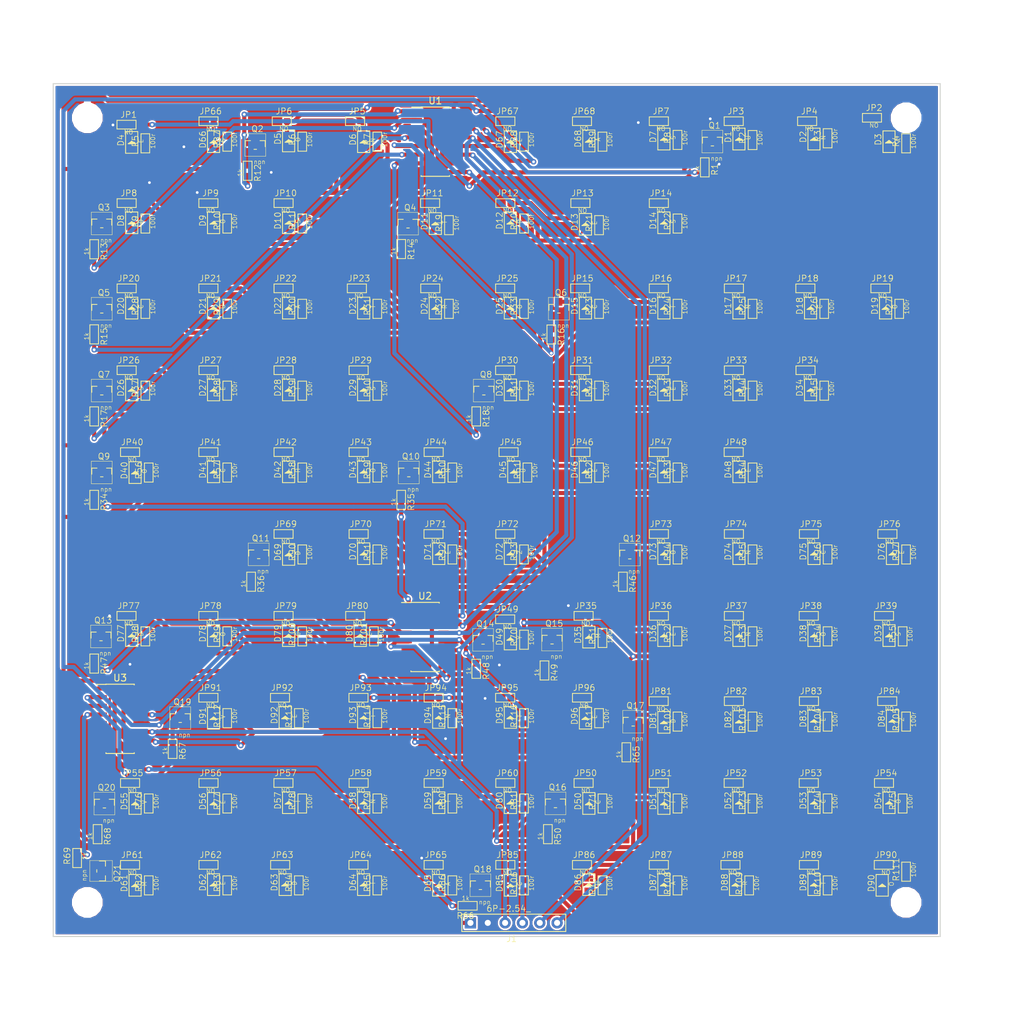
<source format=kicad_pcb>
(kicad_pcb (version 4) (host pcbnew 4.0.6-e0-6349~52~ubuntu17.04.1)
  (layers (0 F.Cu signal) (31 B.Cu signal) (34 B.Paste user) (35 F.Paste user) (36 B.SilkS user) (37 F.SilkS user) (38 B.Mask user) (39 F.Mask user) (44 Edge.Cuts user))
  (net 0 "")
  (net 1 "Net-(D1-Pad+)")
  (net 2 E/UNA)
  (net 3 "Net-(D2-Pad+)")
  (net 4 "Net-(D3-Pad+)")
  (net 5 "Net-(D4-Pad+)")
  (net 6 SonLas)
  (net 7 "Net-(D5-Pad+)")
  (net 8 "Net-(D6-Pad+)")
  (net 9 "Net-(D7-Pad+)")
  (net 10 DOS)
  (net 11 "Net-(D8-Pad+)")
  (net 12 "Net-(D9-Pad+)")
  (net 13 "Net-(D10-Pad+)")
  (net 14 TRES)
  (net 15 "Net-(D11-Pad+)")
  (net 16 "Net-(D12-Pad+)")
  (net 17 "Net-(D13-Pad+)")
  (net 18 "Net-(D14-Pad+)")
  (net 19 CINCO)
  (net 20 "Net-(D15-Pad+)")
  (net 21 "Net-(D16-Pad+)")
  (net 22 "Net-(D17-Pad+)")
  (net 23 "Net-(D18-Pad+)")
  (net 24 "Net-(D19-Pad+)")
  (net 25 CUATRO)
  (net 26 "Net-(D20-Pad+)")
  (net 27 "Net-(D21-Pad+)")
  (net 28 "Net-(D22-Pad+)")
  (net 29 "Net-(D23-Pad+)")
  (net 30 "Net-(D24-Pad+)")
  (net 31 "Net-(D25-Pad+)")
  (net 32 SEIS)
  (net 33 "Net-(D26-Pad+)")
  (net 34 "Net-(D27-Pad+)")
  (net 35 "Net-(D28-Pad+)")
  (net 36 "Net-(D29-Pad+)")
  (net 37 SIETE)
  (net 38 "Net-(D30-Pad+)")
  (net 39 "Net-(D31-Pad+)")
  (net 40 "Net-(D32-Pad+)")
  (net 41 "Net-(D33-Pad+)")
  (net 42 "Net-(D34-Pad+)")
  (net 43 MENOS)
  (net 44 "Net-(D35-Pad+)")
  (net 45 "Net-(D36-Pad+)")
  (net 46 "Net-(D37-Pad+)")
  (net 47 "Net-(D38-Pad+)")
  (net 48 "Net-(D39-Pad+)")
  (net 49 OCHO)
  (net 50 "Net-(D40-Pad+)")
  (net 51 "Net-(D41-Pad+)")
  (net 52 "Net-(D42-Pad+)")
  (net 53 "Net-(D43-Pad+)")
  (net 54 NUEVE)
  (net 55 "Net-(D44-Pad+)")
  (net 56 "Net-(D45-Pad+)")
  (net 57 "Net-(D46-Pad+)")
  (net 58 "Net-(D47-Pad+)")
  (net 59 "Net-(D48-Pad+)")
  (net 60 Y)
  (net 61 "Net-(D49-Pad+)")
  (net 62 cincom)
  (net 63 "Net-(D50-Pad+)")
  (net 64 "Net-(D51-Pad+)")
  (net 65 "Net-(D52-Pad+)")
  (net 66 "Net-(D53-Pad+)")
  (net 67 "Net-(D54-Pad+)")
  (net 68 veinti)
  (net 69 "Net-(D55-Pad+)")
  (net 70 "Net-(D56-Pad+)")
  (net 71 "Net-(D57-Pad+)")
  (net 72 "Net-(D58-Pad+)")
  (net 73 "Net-(D59-Pad+)")
  (net 74 "Net-(D60-Pad+)")
  (net 75 media)
  (net 76 "Net-(D61-Pad+)")
  (net 77 "Net-(D62-Pad+)")
  (net 78 "Net-(D63-Pad+)")
  (net 79 "Net-(D64-Pad+)")
  (net 80 "Net-(D65-Pad+)")
  (net 81 "Net-(D66-Pad+)")
  (net 82 "Net-(D66-Pad-)")
  (net 83 "Net-(D67-Pad+)")
  (net 84 "Net-(D67-Pad-)")
  (net 85 "Net-(D68-Pad+)")
  (net 86 DIEZ)
  (net 87 "Net-(D69-Pad+)")
  (net 88 "Net-(D70-Pad+)")
  (net 89 "Net-(D71-Pad+)")
  (net 90 "Net-(D72-Pad+)")
  (net 91 ONCE)
  (net 92 "Net-(D73-Pad+)")
  (net 93 "Net-(D74-Pad+)")
  (net 94 "Net-(D75-Pad+)")
  (net 95 "Net-(D76-Pad+)")
  (net 96 DOCE)
  (net 97 "Net-(D77-Pad+)")
  (net 98 "Net-(D78-Pad+)")
  (net 99 "Net-(D79-Pad+)")
  (net 100 "Net-(D80-Pad+)")
  (net 101 diezm)
  (net 102 "Net-(D81-Pad+)")
  (net 103 "Net-(D82-Pad+)")
  (net 104 "Net-(D83-Pad+)")
  (net 105 "Net-(D84-Pad+)")
  (net 106 cuarto)
  (net 107 "Net-(D85-Pad+)")
  (net 108 "Net-(D86-Pad+)")
  (net 109 "Net-(D87-Pad+)")
  (net 110 "Net-(D88-Pad+)")
  (net 111 "Net-(D89-Pad+)")
  (net 112 "Net-(D90-Pad+)")
  (net 113 veinte)
  (net 114 "Net-(D91-Pad+)")
  (net 115 "Net-(D92-Pad+)")
  (net 116 "Net-(D93-Pad+)")
  (net 117 "Net-(D94-Pad+)")
  (net 118 "Net-(D95-Pad+)")
  (net 119 +5V)
  (net 120 GND)
  (net 121 /reloj)
  (net 122 /!sh/ld)
  (net 123 /enable)
  (net 124 /datos)
  (net 125 "Net-(Q1-Pad1)")
  (net 126 "Net-(Q2-Pad1)")
  (net 127 "Net-(Q3-Pad1)")
  (net 128 "Net-(Q4-Pad1)")
  (net 129 "Net-(Q5-Pad1)")
  (net 130 "Net-(Q6-Pad1)")
  (net 131 "Net-(Q7-Pad1)")
  (net 132 "Net-(Q8-Pad1)")
  (net 133 "Net-(Q9-Pad1)")
  (net 134 "Net-(Q10-Pad1)")
  (net 135 "Net-(Q11-Pad1)")
  (net 136 "Net-(Q12-Pad1)")
  (net 137 "Net-(Q13-Pad1)")
  (net 138 "Net-(Q14-Pad1)")
  (net 139 "Net-(Q15-Pad1)")
  (net 140 "Net-(Q16-Pad1)")
  (net 141 "Net-(Q17-Pad1)")
  (net 142 "Net-(Q18-Pad1)")
  (net 143 "Net-(Q19-Pad1)")
  (net 144 "Net-(Q20-Pad1)")
  (net 145 "Net-(Q21-Pad1)")
  (net 146 "Net-(R1-Pad1)")
  (net 147 "Net-(R12-Pad1)")
  (net 148 "Net-(R13-Pad1)")
  (net 149 "Net-(R14-Pad1)")
  (net 150 "Net-(R15-Pad1)")
  (net 151 "Net-(R16-Pad1)")
  (net 152 "Net-(R17-Pad1)")
  (net 153 "Net-(R34-Pad1)")
  (net 154 "Net-(R35-Pad1)")
  (net 155 "Net-(R46-Pad1)")
  (net 156 "Net-(R47-Pad1)")
  (net 157 "Net-(R48-Pad1)")
  (net 158 "Net-(R49-Pad1)")
  (net 159 "Net-(R65-Pad1)")
  (net 160 "Net-(R66-Pad1)")
  (net 161 "Net-(R67-Pad1)")
  (net 162 "Net-(R68-Pad1)")
  (net 163 "Net-(U1-Pad9)")
  (net 164 "Net-(U2-Pad9)")
  (net 165 "Net-(U3-Pad5)")
  (net 166 "Net-(U3-Pad6)")
  (net 167 "Net-(U3-Pad7)")
  (net 168 "Net-(U3-Pad9)")
  (net 169 "Net-(D68-Pad-)")
  (net 170 "Net-(D96-Pad+)")
  (net 171 "Net-(R18-Pad1)")
  (net 172 "Net-(R36-Pad1)")
  (net 173 "Net-(R50-Pad1)")
  (net 174 "Net-(R69-Pad1)")
  (module Hole_4mm (layer F.Cu) (at 175 30)
    (fp_text reference REF** hide)
    (fp_text value Hole_4mm hide)
    (pad "" np_thru_hole circle (at 0 0) (size 4 4) (drill 4) (layers *.Cu *.Mask))
  )
  (module Hole_4mm (layer F.Cu) (at 175 145)
    (fp_text reference REF** hide)
    (fp_text value Hole_4mm hide)
    (pad "" np_thru_hole circle (at 0 0) (size 4 4) (drill 4) (layers *.Cu *.Mask))
  )
  (module Hole_4mm (layer F.Cu) (at 55 145)
    (fp_text reference REF** hide)
    (fp_text value Hole_4mm hide)
    (pad "" np_thru_hole circle (at 0 0) (size 4 4) (drill 4) (layers *.Cu *.Mask))
  )
  (module Hole_4mm (layer F.Cu) (at 55 30)
    (fp_text reference REF** hide)
    (fp_text value Hole_4mm hide)
    (pad "" np_thru_hole circle (at 0 0) (size 4 4) (drill 4) (layers *.Cu *.Mask))
  )
  (module SeeedOPL-Resistor-2016:R0603 (layer F.Cu) (at 174.5 130.5)
    (fp_text reference R75 (at -1.4605 -0.3175 90) (layer F.SilkS) (effects (font (size 0.889 0.889) (thickness 0.1016))))
    (fp_text value 100r (at 1.11506 -0.29972 90) (layer F.SilkS) (effects (font (size 0.635 0.635) (thickness 0.0762))))
    (pad 1 smd rect (at 0 -0.762 270) (size 0.889 0.889) (layers F.Cu F.Paste F.Mask) (net 119 +5V))
    (pad 2 smd rect (at 0 0.762 270) (size 0.889 0.889) (layers F.Cu F.Paste F.Mask) (net 67 "Net-(D54-Pad+)"))
  )
  (module SeeedOPL-LED-2016:LED-0805 (layer F.Cu) (at 150.5 33.111 90)
    (fp_text reference D1 (at 0.3175 -1.5875 90) (layer F.SilkS) (effects (font (size 0.889 0.889) (thickness 0.1016))))
    (fp_text value U (at 0.20574 1.36906 90) (layer F.SilkS) (effects (font (size 0.635 0.635) (thickness 0.0762))))
    (pad + smd rect (at -0.889 0 90) (size 0.889 1.27) (layers F.Cu F.Paste F.Mask) (net 1 "Net-(D1-Pad+)"))
    (pad - smd rect (at 0.889 0 90) (size 0.889 1.27) (layers F.Cu F.Paste F.Mask) (net 2 E/UNA))
  )
  (module SeeedOPL-LED-2016:LED-0805 (layer F.Cu) (at 161.5 33.111 90)
    (fp_text reference D2 (at 0.3175 -1.5875 90) (layer F.SilkS) (effects (font (size 0.889 0.889) (thickness 0.1016))))
    (fp_text value N (at 0.20574 1.36906 90) (layer F.SilkS) (effects (font (size 0.635 0.635) (thickness 0.0762))))
    (pad + smd rect (at -0.889 0 90) (size 0.889 1.27) (layers F.Cu F.Paste F.Mask) (net 3 "Net-(D2-Pad+)"))
    (pad - smd rect (at 0.889 0 90) (size 0.889 1.27) (layers F.Cu F.Paste F.Mask) (net 2 E/UNA))
  )
  (module SeeedOPL-LED-2016:LED-0805 (layer F.Cu) (at 172.5 33.5 90)
    (fp_text reference D3 (at 0.3175 -1.5875 90) (layer F.SilkS) (effects (font (size 0.889 0.889) (thickness 0.1016))))
    (fp_text value A (at 0.20574 1.36906 90) (layer F.SilkS) (effects (font (size 0.635 0.635) (thickness 0.0762))))
    (pad + smd rect (at -0.889 0 90) (size 0.889 1.27) (layers F.Cu F.Paste F.Mask) (net 4 "Net-(D3-Pad+)"))
    (pad - smd rect (at 0.889 0 90) (size 0.889 1.27) (layers F.Cu F.Paste F.Mask) (net 2 E/UNA))
  )
  (module SeeedOPL-LED-2016:LED-0805 (layer F.Cu) (at 61.5 33.611 90)
    (fp_text reference D4 (at 0.3175 -1.5875 90) (layer F.SilkS) (effects (font (size 0.889 0.889) (thickness 0.1016))))
    (fp_text value E (at 0.20574 1.36906 90) (layer F.SilkS) (effects (font (size 0.635 0.635) (thickness 0.0762))))
    (pad + smd rect (at -0.889 0 90) (size 0.889 1.27) (layers F.Cu F.Paste F.Mask) (net 5 "Net-(D4-Pad+)"))
    (pad - smd rect (at 0.889 0 90) (size 0.889 1.27) (layers F.Cu F.Paste F.Mask) (net 2 E/UNA))
  )
  (module SeeedOPL-LED-2016:LED-0805 (layer F.Cu) (at 84.5 33.389 90)
    (fp_text reference D5 (at 0.3175 -1.5875 90) (layer F.SilkS) (effects (font (size 0.889 0.889) (thickness 0.1016))))
    (fp_text value O (at 0.20574 1.36906 90) (layer F.SilkS) (effects (font (size 0.635 0.635) (thickness 0.0762))))
    (pad + smd rect (at -0.889 0 90) (size 0.889 1.27) (layers F.Cu F.Paste F.Mask) (net 7 "Net-(D5-Pad+)"))
    (pad - smd rect (at 0.889 0 90) (size 0.889 1.27) (layers F.Cu F.Paste F.Mask) (net 6 SonLas))
  )
  (module SeeedOPL-LED-2016:LED-0805 (layer F.Cu) (at 95.5 33.5 90)
    (fp_text reference D6 (at 0.3175 -1.5875 90) (layer F.SilkS) (effects (font (size 0.889 0.889) (thickness 0.1016))))
    (fp_text value N (at 0.20574 1.36906 90) (layer F.SilkS) (effects (font (size 0.635 0.635) (thickness 0.0762))))
    (pad + smd rect (at -0.889 0 90) (size 0.889 1.27) (layers F.Cu F.Paste F.Mask) (net 8 "Net-(D6-Pad+)"))
    (pad - smd rect (at 0.889 0 90) (size 0.889 1.27) (layers F.Cu F.Paste F.Mask) (net 6 SonLas))
  )
  (module SeeedOPL-LED-2016:LED-0805 (layer F.Cu) (at 139.5 33.111 90)
    (fp_text reference D7 (at 0.3175 -1.5875 90) (layer F.SilkS) (effects (font (size 0.889 0.889) (thickness 0.1016))))
    (fp_text value S (at 0.20574 1.36906 90) (layer F.SilkS) (effects (font (size 0.635 0.635) (thickness 0.0762))))
    (pad + smd rect (at -0.889 0 90) (size 0.889 1.27) (layers F.Cu F.Paste F.Mask) (net 9 "Net-(D7-Pad+)"))
    (pad - smd rect (at 0.889 0 90) (size 0.889 1.27) (layers F.Cu F.Paste F.Mask) (net 6 SonLas))
  )
  (module SeeedOPL-LED-2016:LED-0805 (layer F.Cu) (at 61.5 45.389 90)
    (fp_text reference D8 (at 0.3175 -1.5875 90) (layer F.SilkS) (effects (font (size 0.889 0.889) (thickness 0.1016))))
    (fp_text value D (at 0.20574 1.36906 90) (layer F.SilkS) (effects (font (size 0.635 0.635) (thickness 0.0762))))
    (pad + smd rect (at -0.889 0 90) (size 0.889 1.27) (layers F.Cu F.Paste F.Mask) (net 11 "Net-(D8-Pad+)"))
    (pad - smd rect (at 0.889 0 90) (size 0.889 1.27) (layers F.Cu F.Paste F.Mask) (net 10 DOS))
  )
  (module SeeedOPL-LED-2016:LED-0805 (layer F.Cu) (at 73.5 45.389 90)
    (fp_text reference D9 (at 0.3175 -1.5875 90) (layer F.SilkS) (effects (font (size 0.889 0.889) (thickness 0.1016))))
    (fp_text value O (at 0.20574 1.36906 90) (layer F.SilkS) (effects (font (size 0.635 0.635) (thickness 0.0762))))
    (pad + smd rect (at -0.889 0 90) (size 0.889 1.27) (layers F.Cu F.Paste F.Mask) (net 12 "Net-(D9-Pad+)"))
    (pad - smd rect (at 0.889 0 90) (size 0.889 1.27) (layers F.Cu F.Paste F.Mask) (net 10 DOS))
  )
  (module SeeedOPL-LED-2016:LED-0805 (layer F.Cu) (at 84.5 45.389 90)
    (fp_text reference D10 (at 0.3175 -1.5875 90) (layer F.SilkS) (effects (font (size 0.889 0.889) (thickness 0.1016))))
    (fp_text value S (at 0.20574 1.36906 90) (layer F.SilkS) (effects (font (size 0.635 0.635) (thickness 0.0762))))
    (pad + smd rect (at -0.889 0 90) (size 0.889 1.27) (layers F.Cu F.Paste F.Mask) (net 13 "Net-(D10-Pad+)"))
    (pad - smd rect (at 0.889 0 90) (size 0.889 1.27) (layers F.Cu F.Paste F.Mask) (net 10 DOS))
  )
  (module SeeedOPL-LED-2016:LED-0805 (layer F.Cu) (at 106 45.5 90)
    (fp_text reference D11 (at 0.3175 -1.5875 90) (layer F.SilkS) (effects (font (size 0.889 0.889) (thickness 0.1016))))
    (fp_text value T (at 0.20574 1.36906 90) (layer F.SilkS) (effects (font (size 0.635 0.635) (thickness 0.0762))))
    (pad + smd rect (at -0.889 0 90) (size 0.889 1.27) (layers F.Cu F.Paste F.Mask) (net 15 "Net-(D11-Pad+)"))
    (pad - smd rect (at 0.889 0 90) (size 0.889 1.27) (layers F.Cu F.Paste F.Mask) (net 14 TRES))
  )
  (module SeeedOPL-LED-2016:LED-0805 (layer F.Cu) (at 117 45.389 90)
    (fp_text reference D12 (at 0.3175 -1.5875 90) (layer F.SilkS) (effects (font (size 0.889 0.889) (thickness 0.1016))))
    (fp_text value R (at 0.20574 1.36906 90) (layer F.SilkS) (effects (font (size 0.635 0.635) (thickness 0.0762))))
    (pad + smd rect (at -0.889 0 90) (size 0.889 1.27) (layers F.Cu F.Paste F.Mask) (net 16 "Net-(D12-Pad+)"))
    (pad - smd rect (at 0.889 0 90) (size 0.889 1.27) (layers F.Cu F.Paste F.Mask) (net 14 TRES))
  )
  (module SeeedOPL-LED-2016:LED-0805 (layer F.Cu) (at 128 45.611 90)
    (fp_text reference D13 (at 0.3175 -1.5875 90) (layer F.SilkS) (effects (font (size 0.889 0.889) (thickness 0.1016))))
    (fp_text value E (at 0.20574 1.36906 90) (layer F.SilkS) (effects (font (size 0.635 0.635) (thickness 0.0762))))
    (pad + smd rect (at -0.889 0 90) (size 0.889 1.27) (layers F.Cu F.Paste F.Mask) (net 17 "Net-(D13-Pad+)"))
    (pad - smd rect (at 0.889 0 90) (size 0.889 1.27) (layers F.Cu F.Paste F.Mask) (net 14 TRES))
  )
  (module SeeedOPL-LED-2016:LED-0805 (layer F.Cu) (at 139.5 45.389 90)
    (fp_text reference D14 (at 0.3175 -1.5875 90) (layer F.SilkS) (effects (font (size 0.889 0.889) (thickness 0.1016))))
    (fp_text value S (at 0.20574 1.36906 90) (layer F.SilkS) (effects (font (size 0.635 0.635) (thickness 0.0762))))
    (pad + smd rect (at -0.889 0 90) (size 0.889 1.27) (layers F.Cu F.Paste F.Mask) (net 18 "Net-(D14-Pad+)"))
    (pad - smd rect (at 0.889 0 90) (size 0.889 1.27) (layers F.Cu F.Paste F.Mask) (net 14 TRES))
  )
  (module SeeedOPL-LED-2016:LED-0805 (layer F.Cu) (at 128 57.889 90)
    (fp_text reference D15 (at 0.3175 -1.5875 90) (layer F.SilkS) (effects (font (size 0.889 0.889) (thickness 0.1016))))
    (fp_text value C (at 0.20574 1.36906 90) (layer F.SilkS) (effects (font (size 0.635 0.635) (thickness 0.0762))))
    (pad + smd rect (at -0.889 0 90) (size 0.889 1.27) (layers F.Cu F.Paste F.Mask) (net 20 "Net-(D15-Pad+)"))
    (pad - smd rect (at 0.889 0 90) (size 0.889 1.27) (layers F.Cu F.Paste F.Mask) (net 19 CINCO))
  )
  (module SeeedOPL-LED-2016:LED-0805 (layer F.Cu) (at 139.5 57.889 90)
    (fp_text reference D16 (at 0.3175 -1.5875 90) (layer F.SilkS) (effects (font (size 0.889 0.889) (thickness 0.1016))))
    (fp_text value I (at 0.20574 1.36906 90) (layer F.SilkS) (effects (font (size 0.635 0.635) (thickness 0.0762))))
    (pad + smd rect (at -0.889 0 90) (size 0.889 1.27) (layers F.Cu F.Paste F.Mask) (net 21 "Net-(D16-Pad+)"))
    (pad - smd rect (at 0.889 0 90) (size 0.889 1.27) (layers F.Cu F.Paste F.Mask) (net 19 CINCO))
  )
  (module SeeedOPL-LED-2016:LED-0805 (layer F.Cu) (at 150.5 57.889 90)
    (fp_text reference D17 (at 0.3175 -1.5875 90) (layer F.SilkS) (effects (font (size 0.889 0.889) (thickness 0.1016))))
    (fp_text value N (at 0.20574 1.36906 90) (layer F.SilkS) (effects (font (size 0.635 0.635) (thickness 0.0762))))
    (pad + smd rect (at -0.889 0 90) (size 0.889 1.27) (layers F.Cu F.Paste F.Mask) (net 22 "Net-(D17-Pad+)"))
    (pad - smd rect (at 0.889 0 90) (size 0.889 1.27) (layers F.Cu F.Paste F.Mask) (net 19 CINCO))
  )
  (module SeeedOPL-LED-2016:LED-0805 (layer F.Cu) (at 161 57.889 90)
    (fp_text reference D18 (at 0.3175 -1.5875 90) (layer F.SilkS) (effects (font (size 0.889 0.889) (thickness 0.1016))))
    (fp_text value C (at 0.20574 1.36906 90) (layer F.SilkS) (effects (font (size 0.635 0.635) (thickness 0.0762))))
    (pad + smd rect (at -0.889 0 90) (size 0.889 1.27) (layers F.Cu F.Paste F.Mask) (net 23 "Net-(D18-Pad+)"))
    (pad - smd rect (at 0.889 0 90) (size 0.889 1.27) (layers F.Cu F.Paste F.Mask) (net 19 CINCO))
  )
  (module SeeedOPL-LED-2016:LED-0805 (layer F.Cu) (at 172 57.889 90)
    (fp_text reference D19 (at 0.3175 -1.5875 90) (layer F.SilkS) (effects (font (size 0.889 0.889) (thickness 0.1016))))
    (fp_text value O (at 0.20574 1.36906 90) (layer F.SilkS) (effects (font (size 0.635 0.635) (thickness 0.0762))))
    (pad + smd rect (at -0.889 0 90) (size 0.889 1.27) (layers F.Cu F.Paste F.Mask) (net 24 "Net-(D19-Pad+)"))
    (pad - smd rect (at 0.889 0 90) (size 0.889 1.27) (layers F.Cu F.Paste F.Mask) (net 19 CINCO))
  )
  (module SeeedOPL-LED-2016:LED-0805 (layer F.Cu) (at 61.5 57.889 90)
    (fp_text reference D20 (at 0.3175 -1.5875 90) (layer F.SilkS) (effects (font (size 0.889 0.889) (thickness 0.1016))))
    (fp_text value C (at 0.20574 1.36906 90) (layer F.SilkS) (effects (font (size 0.635 0.635) (thickness 0.0762))))
    (pad + smd rect (at -0.889 0 90) (size 0.889 1.27) (layers F.Cu F.Paste F.Mask) (net 26 "Net-(D20-Pad+)"))
    (pad - smd rect (at 0.889 0 90) (size 0.889 1.27) (layers F.Cu F.Paste F.Mask) (net 25 CUATRO))
  )
  (module SeeedOPL-LED-2016:LED-0805 (layer F.Cu) (at 73.5 57.889 90)
    (fp_text reference D21 (at 0.3175 -1.5875 90) (layer F.SilkS) (effects (font (size 0.889 0.889) (thickness 0.1016))))
    (fp_text value U (at 0.20574 1.36906 90) (layer F.SilkS) (effects (font (size 0.635 0.635) (thickness 0.0762))))
    (pad + smd rect (at -0.889 0 90) (size 0.889 1.27) (layers F.Cu F.Paste F.Mask) (net 27 "Net-(D21-Pad+)"))
    (pad - smd rect (at 0.889 0 90) (size 0.889 1.27) (layers F.Cu F.Paste F.Mask) (net 25 CUATRO))
  )
  (module SeeedOPL-LED-2016:LED-0805 (layer F.Cu) (at 84.5 57.889 90)
    (fp_text reference D22 (at 0.3175 -1.5875 90) (layer F.SilkS) (effects (font (size 0.889 0.889) (thickness 0.1016))))
    (fp_text value A (at 0.20574 1.36906 90) (layer F.SilkS) (effects (font (size 0.635 0.635) (thickness 0.0762))))
    (pad + smd rect (at -0.889 0 90) (size 0.889 1.27) (layers F.Cu F.Paste F.Mask) (net 28 "Net-(D22-Pad+)"))
    (pad - smd rect (at 0.889 0 90) (size 0.889 1.27) (layers F.Cu F.Paste F.Mask) (net 25 CUATRO))
  )
  (module SeeedOPL-LED-2016:LED-0805 (layer F.Cu) (at 95.5 57.889 90)
    (fp_text reference D23 (at 0.3175 -1.5875 90) (layer F.SilkS) (effects (font (size 0.889 0.889) (thickness 0.1016))))
    (fp_text value T (at 0.20574 1.36906 90) (layer F.SilkS) (effects (font (size 0.635 0.635) (thickness 0.0762))))
    (pad + smd rect (at -0.889 0 90) (size 0.889 1.27) (layers F.Cu F.Paste F.Mask) (net 29 "Net-(D23-Pad+)"))
    (pad - smd rect (at 0.889 0 90) (size 0.889 1.27) (layers F.Cu F.Paste F.Mask) (net 25 CUATRO))
  )
  (module SeeedOPL-LED-2016:LED-0805 (layer F.Cu) (at 106 57.889 90)
    (fp_text reference D24 (at 0.3175 -1.5875 90) (layer F.SilkS) (effects (font (size 0.889 0.889) (thickness 0.1016))))
    (fp_text value R (at 0.20574 1.36906 90) (layer F.SilkS) (effects (font (size 0.635 0.635) (thickness 0.0762))))
    (pad + smd rect (at -0.889 0 90) (size 0.889 1.27) (layers F.Cu F.Paste F.Mask) (net 30 "Net-(D24-Pad+)"))
    (pad - smd rect (at 0.889 0 90) (size 0.889 1.27) (layers F.Cu F.Paste F.Mask) (net 25 CUATRO))
  )
  (module SeeedOPL-LED-2016:LED-0805 (layer F.Cu) (at 117 57.889 90)
    (fp_text reference D25 (at 0.3175 -1.5875 90) (layer F.SilkS) (effects (font (size 0.889 0.889) (thickness 0.1016))))
    (fp_text value O (at 0.20574 1.36906 90) (layer F.SilkS) (effects (font (size 0.635 0.635) (thickness 0.0762))))
    (pad + smd rect (at -0.889 0 90) (size 0.889 1.27) (layers F.Cu F.Paste F.Mask) (net 31 "Net-(D25-Pad+)"))
    (pad - smd rect (at 0.889 0 90) (size 0.889 1.27) (layers F.Cu F.Paste F.Mask) (net 25 CUATRO))
  )
  (module SeeedOPL-LED-2016:LED-0805 (layer F.Cu) (at 61.5 69.889 90)
    (fp_text reference D26 (at 0.3175 -1.5875 90) (layer F.SilkS) (effects (font (size 0.889 0.889) (thickness 0.1016))))
    (fp_text value S (at 0.20574 1.36906 90) (layer F.SilkS) (effects (font (size 0.635 0.635) (thickness 0.0762))))
    (pad + smd rect (at -0.889 0 90) (size 0.889 1.27) (layers F.Cu F.Paste F.Mask) (net 33 "Net-(D26-Pad+)"))
    (pad - smd rect (at 0.889 0 90) (size 0.889 1.27) (layers F.Cu F.Paste F.Mask) (net 32 SEIS))
  )
  (module SeeedOPL-LED-2016:LED-0805 (layer F.Cu) (at 73.5 69.889 90)
    (fp_text reference D27 (at 0.3175 -1.5875 90) (layer F.SilkS) (effects (font (size 0.889 0.889) (thickness 0.1016))))
    (fp_text value E (at 0.20574 1.36906 90) (layer F.SilkS) (effects (font (size 0.635 0.635) (thickness 0.0762))))
    (pad + smd rect (at -0.889 0 90) (size 0.889 1.27) (layers F.Cu F.Paste F.Mask) (net 34 "Net-(D27-Pad+)"))
    (pad - smd rect (at 0.889 0 90) (size 0.889 1.27) (layers F.Cu F.Paste F.Mask) (net 32 SEIS))
  )
  (module SeeedOPL-LED-2016:LED-0805 (layer F.Cu) (at 84.5 69.889 90)
    (fp_text reference D28 (at 0.3175 -1.5875 90) (layer F.SilkS) (effects (font (size 0.889 0.889) (thickness 0.1016))))
    (fp_text value I (at 0.20574 1.36906 90) (layer F.SilkS) (effects (font (size 0.635 0.635) (thickness 0.0762))))
    (pad + smd rect (at -0.889 0 90) (size 0.889 1.27) (layers F.Cu F.Paste F.Mask) (net 35 "Net-(D28-Pad+)"))
    (pad - smd rect (at 0.889 0 90) (size 0.889 1.27) (layers F.Cu F.Paste F.Mask) (net 32 SEIS))
  )
  (module SeeedOPL-LED-2016:LED-0805 (layer F.Cu) (at 95.5 69.889 90)
    (fp_text reference D29 (at 0.3175 -1.5875 90) (layer F.SilkS) (effects (font (size 0.889 0.889) (thickness 0.1016))))
    (fp_text value S (at 0.20574 1.36906 90) (layer F.SilkS) (effects (font (size 0.635 0.635) (thickness 0.0762))))
    (pad + smd rect (at -0.889 0 90) (size 0.889 1.27) (layers F.Cu F.Paste F.Mask) (net 36 "Net-(D29-Pad+)"))
    (pad - smd rect (at 0.889 0 90) (size 0.889 1.27) (layers F.Cu F.Paste F.Mask) (net 32 SEIS))
  )
  (module SeeedOPL-LED-2016:LED-0805 (layer F.Cu) (at 117 69.889 90)
    (fp_text reference D30 (at 0.3175 -1.5875 90) (layer F.SilkS) (effects (font (size 0.889 0.889) (thickness 0.1016))))
    (fp_text value S (at 0.20574 1.36906 90) (layer F.SilkS) (effects (font (size 0.635 0.635) (thickness 0.0762))))
    (pad + smd rect (at -0.889 0 90) (size 0.889 1.27) (layers F.Cu F.Paste F.Mask) (net 38 "Net-(D30-Pad+)"))
    (pad - smd rect (at 0.889 0 90) (size 0.889 1.27) (layers F.Cu F.Paste F.Mask) (net 37 SIETE))
  )
  (module SeeedOPL-LED-2016:LED-0805 (layer F.Cu) (at 128 69.889 90)
    (fp_text reference D31 (at 0.3175 -1.5875 90) (layer F.SilkS) (effects (font (size 0.889 0.889) (thickness 0.1016))))
    (fp_text value I (at 0.20574 1.36906 90) (layer F.SilkS) (effects (font (size 0.635 0.635) (thickness 0.0762))))
    (pad + smd rect (at -0.889 0 90) (size 0.889 1.27) (layers F.Cu F.Paste F.Mask) (net 39 "Net-(D31-Pad+)"))
    (pad - smd rect (at 0.889 0 90) (size 0.889 1.27) (layers F.Cu F.Paste F.Mask) (net 37 SIETE))
  )
  (module SeeedOPL-LED-2016:LED-0805 (layer F.Cu) (at 139.5 69.889 90)
    (fp_text reference D32 (at 0.3175 -1.5875 90) (layer F.SilkS) (effects (font (size 0.889 0.889) (thickness 0.1016))))
    (fp_text value E (at 0.20574 1.36906 90) (layer F.SilkS) (effects (font (size 0.635 0.635) (thickness 0.0762))))
    (pad + smd rect (at -0.889 0 90) (size 0.889 1.27) (layers F.Cu F.Paste F.Mask) (net 40 "Net-(D32-Pad+)"))
    (pad - smd rect (at 0.889 0 90) (size 0.889 1.27) (layers F.Cu F.Paste F.Mask) (net 37 SIETE))
  )
  (module SeeedOPL-LED-2016:LED-0805 (layer F.Cu) (at 150.5 69.889 90)
    (fp_text reference D33 (at 0.3175 -1.5875 90) (layer F.SilkS) (effects (font (size 0.889 0.889) (thickness 0.1016))))
    (fp_text value T (at 0.20574 1.36906 90) (layer F.SilkS) (effects (font (size 0.635 0.635) (thickness 0.0762))))
    (pad + smd rect (at -0.889 0 90) (size 0.889 1.27) (layers F.Cu F.Paste F.Mask) (net 41 "Net-(D33-Pad+)"))
    (pad - smd rect (at 0.889 0 90) (size 0.889 1.27) (layers F.Cu F.Paste F.Mask) (net 37 SIETE))
  )
  (module SeeedOPL-LED-2016:LED-0805 (layer F.Cu) (at 161 69.889 90)
    (fp_text reference D34 (at 0.3175 -1.5875 90) (layer F.SilkS) (effects (font (size 0.889 0.889) (thickness 0.1016))))
    (fp_text value E (at 0.20574 1.36906 90) (layer F.SilkS) (effects (font (size 0.635 0.635) (thickness 0.0762))))
    (pad + smd rect (at -0.889 0 90) (size 0.889 1.27) (layers F.Cu F.Paste F.Mask) (net 42 "Net-(D34-Pad+)"))
    (pad - smd rect (at 0.889 0 90) (size 0.889 1.27) (layers F.Cu F.Paste F.Mask) (net 37 SIETE))
  )
  (module SeeedOPL-LED-2016:LED-0805 (layer F.Cu) (at 128.5 106.111 90)
    (fp_text reference D35 (at 0.3175 -1.5875 90) (layer F.SilkS) (effects (font (size 0.889 0.889) (thickness 0.1016))))
    (fp_text value M (at 0.20574 1.36906 90) (layer F.SilkS) (effects (font (size 0.635 0.635) (thickness 0.0762))))
    (pad + smd rect (at -0.889 0 90) (size 0.889 1.27) (layers F.Cu F.Paste F.Mask) (net 44 "Net-(D35-Pad+)"))
    (pad - smd rect (at 0.889 0 90) (size 0.889 1.27) (layers F.Cu F.Paste F.Mask) (net 43 MENOS))
  )
  (module SeeedOPL-LED-2016:LED-0805 (layer F.Cu) (at 139.5 105.889 90)
    (fp_text reference D36 (at 0.3175 -1.5875 90) (layer F.SilkS) (effects (font (size 0.889 0.889) (thickness 0.1016))))
    (fp_text value E (at 0.20574 1.36906 90) (layer F.SilkS) (effects (font (size 0.635 0.635) (thickness 0.0762))))
    (pad + smd rect (at -0.889 0 90) (size 0.889 1.27) (layers F.Cu F.Paste F.Mask) (net 45 "Net-(D36-Pad+)"))
    (pad - smd rect (at 0.889 0 90) (size 0.889 1.27) (layers F.Cu F.Paste F.Mask) (net 43 MENOS))
  )
  (module SeeedOPL-LED-2016:LED-0805 (layer F.Cu) (at 150.5 105.889 90)
    (fp_text reference D37 (at 0.3175 -1.5875 90) (layer F.SilkS) (effects (font (size 0.889 0.889) (thickness 0.1016))))
    (fp_text value N (at 0.20574 1.36906 90) (layer F.SilkS) (effects (font (size 0.635 0.635) (thickness 0.0762))))
    (pad + smd rect (at -0.889 0 90) (size 0.889 1.27) (layers F.Cu F.Paste F.Mask) (net 46 "Net-(D37-Pad+)"))
    (pad - smd rect (at 0.889 0 90) (size 0.889 1.27) (layers F.Cu F.Paste F.Mask) (net 43 MENOS))
  )
  (module SeeedOPL-LED-2016:LED-0805 (layer F.Cu) (at 161.5 105.889 90)
    (fp_text reference D38 (at 0.3175 -1.5875 90) (layer F.SilkS) (effects (font (size 0.889 0.889) (thickness 0.1016))))
    (fp_text value O (at 0.20574 1.36906 90) (layer F.SilkS) (effects (font (size 0.635 0.635) (thickness 0.0762))))
    (pad + smd rect (at -0.889 0 90) (size 0.889 1.27) (layers F.Cu F.Paste F.Mask) (net 47 "Net-(D38-Pad+)"))
    (pad - smd rect (at 0.889 0 90) (size 0.889 1.27) (layers F.Cu F.Paste F.Mask) (net 43 MENOS))
  )
  (module SeeedOPL-LED-2016:LED-0805 (layer F.Cu) (at 172.5 105.889 90)
    (fp_text reference D39 (at 0.3175 -1.5875 90) (layer F.SilkS) (effects (font (size 0.889 0.889) (thickness 0.1016))))
    (fp_text value S (at 0.20574 1.36906 90) (layer F.SilkS) (effects (font (size 0.635 0.635) (thickness 0.0762))))
    (pad + smd rect (at -0.889 0 90) (size 0.889 1.27) (layers F.Cu F.Paste F.Mask) (net 48 "Net-(D39-Pad+)"))
    (pad - smd rect (at 0.889 0 90) (size 0.889 1.27) (layers F.Cu F.Paste F.Mask) (net 43 MENOS))
  )
  (module SeeedOPL-LED-2016:LED-0805 (layer F.Cu) (at 62 82 90)
    (fp_text reference D40 (at 0.3175 -1.5875 90) (layer F.SilkS) (effects (font (size 0.889 0.889) (thickness 0.1016))))
    (fp_text value O (at 0.20574 1.36906 90) (layer F.SilkS) (effects (font (size 0.635 0.635) (thickness 0.0762))))
    (pad + smd rect (at -0.889 0 90) (size 0.889 1.27) (layers F.Cu F.Paste F.Mask) (net 50 "Net-(D40-Pad+)"))
    (pad - smd rect (at 0.889 0 90) (size 0.889 1.27) (layers F.Cu F.Paste F.Mask) (net 49 OCHO))
  )
  (module SeeedOPL-LED-2016:LED-0805 (layer F.Cu) (at 73.5 81.889 90)
    (fp_text reference D41 (at 0.3175 -1.5875 90) (layer F.SilkS) (effects (font (size 0.889 0.889) (thickness 0.1016))))
    (fp_text value C (at 0.20574 1.36906 90) (layer F.SilkS) (effects (font (size 0.635 0.635) (thickness 0.0762))))
    (pad + smd rect (at -0.889 0 90) (size 0.889 1.27) (layers F.Cu F.Paste F.Mask) (net 51 "Net-(D41-Pad+)"))
    (pad - smd rect (at 0.889 0 90) (size 0.889 1.27) (layers F.Cu F.Paste F.Mask) (net 49 OCHO))
  )
  (module SeeedOPL-LED-2016:LED-0805 (layer F.Cu) (at 84.5 81.889 90)
    (fp_text reference D42 (at 0.3175 -1.5875 90) (layer F.SilkS) (effects (font (size 0.889 0.889) (thickness 0.1016))))
    (fp_text value H (at 0.20574 1.36906 90) (layer F.SilkS) (effects (font (size 0.635 0.635) (thickness 0.0762))))
    (pad + smd rect (at -0.889 0 90) (size 0.889 1.27) (layers F.Cu F.Paste F.Mask) (net 52 "Net-(D42-Pad+)"))
    (pad - smd rect (at 0.889 0 90) (size 0.889 1.27) (layers F.Cu F.Paste F.Mask) (net 49 OCHO))
  )
  (module SeeedOPL-LED-2016:LED-0805 (layer F.Cu) (at 95.5 81.889 90)
    (fp_text reference D43 (at 0.3175 -1.5875 90) (layer F.SilkS) (effects (font (size 0.889 0.889) (thickness 0.1016))))
    (fp_text value O (at 0.20574 1.36906 90) (layer F.SilkS) (effects (font (size 0.635 0.635) (thickness 0.0762))))
    (pad + smd rect (at -0.889 0 90) (size 0.889 1.27) (layers F.Cu F.Paste F.Mask) (net 53 "Net-(D43-Pad+)"))
    (pad - smd rect (at 0.889 0 90) (size 0.889 1.27) (layers F.Cu F.Paste F.Mask) (net 49 OCHO))
  )
  (module SeeedOPL-LED-2016:LED-0805 (layer F.Cu) (at 106.5 81.889 90)
    (fp_text reference D44 (at 0.3175 -1.5875 90) (layer F.SilkS) (effects (font (size 0.889 0.889) (thickness 0.1016))))
    (fp_text value N (at 0.20574 1.36906 90) (layer F.SilkS) (effects (font (size 0.635 0.635) (thickness 0.0762))))
    (pad + smd rect (at -0.889 0 90) (size 0.889 1.27) (layers F.Cu F.Paste F.Mask) (net 55 "Net-(D44-Pad+)"))
    (pad - smd rect (at 0.889 0 90) (size 0.889 1.27) (layers F.Cu F.Paste F.Mask) (net 54 NUEVE))
  )
  (module SeeedOPL-LED-2016:LED-0805 (layer F.Cu) (at 117.5 81.889 90)
    (fp_text reference D45 (at 0.3175 -1.5875 90) (layer F.SilkS) (effects (font (size 0.889 0.889) (thickness 0.1016))))
    (fp_text value U (at 0.20574 1.36906 90) (layer F.SilkS) (effects (font (size 0.635 0.635) (thickness 0.0762))))
    (pad + smd rect (at -0.889 0 90) (size 0.889 1.27) (layers F.Cu F.Paste F.Mask) (net 56 "Net-(D45-Pad+)"))
    (pad - smd rect (at 0.889 0 90) (size 0.889 1.27) (layers F.Cu F.Paste F.Mask) (net 54 NUEVE))
  )
  (module SeeedOPL-LED-2016:LED-0805 (layer F.Cu) (at 128 81.889 90)
    (fp_text reference D46 (at 0.3175 -1.5875 90) (layer F.SilkS) (effects (font (size 0.889 0.889) (thickness 0.1016))))
    (fp_text value E (at 0.20574 1.36906 90) (layer F.SilkS) (effects (font (size 0.635 0.635) (thickness 0.0762))))
    (pad + smd rect (at -0.889 0 90) (size 0.889 1.27) (layers F.Cu F.Paste F.Mask) (net 57 "Net-(D46-Pad+)"))
    (pad - smd rect (at 0.889 0 90) (size 0.889 1.27) (layers F.Cu F.Paste F.Mask) (net 54 NUEVE))
  )
  (module SeeedOPL-LED-2016:LED-0805 (layer F.Cu) (at 139.5 81.889 90)
    (fp_text reference D47 (at 0.3175 -1.5875 90) (layer F.SilkS) (effects (font (size 0.889 0.889) (thickness 0.1016))))
    (fp_text value V (at 0.20574 1.36906 90) (layer F.SilkS) (effects (font (size 0.635 0.635) (thickness 0.0762))))
    (pad + smd rect (at -0.889 0 90) (size 0.889 1.27) (layers F.Cu F.Paste F.Mask) (net 58 "Net-(D47-Pad+)"))
    (pad - smd rect (at 0.889 0 90) (size 0.889 1.27) (layers F.Cu F.Paste F.Mask) (net 54 NUEVE))
  )
  (module SeeedOPL-LED-2016:LED-0805 (layer F.Cu) (at 150.5 81.889 90)
    (fp_text reference D48 (at 0.3175 -1.5875 90) (layer F.SilkS) (effects (font (size 0.889 0.889) (thickness 0.1016))))
    (fp_text value E (at 0.20574 1.36906 90) (layer F.SilkS) (effects (font (size 0.635 0.635) (thickness 0.0762))))
    (pad + smd rect (at -0.889 0 90) (size 0.889 1.27) (layers F.Cu F.Paste F.Mask) (net 59 "Net-(D48-Pad+)"))
    (pad - smd rect (at 0.889 0 90) (size 0.889 1.27) (layers F.Cu F.Paste F.Mask) (net 54 NUEVE))
  )
  (module SeeedOPL-LED-2016:LED-0805 (layer F.Cu) (at 117 106.389 90)
    (fp_text reference D49 (at 0.3175 -1.5875 90) (layer F.SilkS) (effects (font (size 0.889 0.889) (thickness 0.1016))))
    (fp_text value Y (at 0.20574 1.36906 90) (layer F.SilkS) (effects (font (size 0.635 0.635) (thickness 0.0762))))
    (pad + smd rect (at -0.889 0 90) (size 0.889 1.27) (layers F.Cu F.Paste F.Mask) (net 61 "Net-(D49-Pad+)"))
    (pad - smd rect (at 0.889 0 90) (size 0.889 1.27) (layers F.Cu F.Paste F.Mask) (net 60 Y))
  )
  (module SeeedOPL-LED-2016:LED-0805 (layer F.Cu) (at 128.5 130.5 90)
    (fp_text reference D50 (at 0.3175 -1.5875 90) (layer F.SilkS) (effects (font (size 0.889 0.889) (thickness 0.1016))))
    (fp_text value C (at 0.20574 1.36906 90) (layer F.SilkS) (effects (font (size 0.635 0.635) (thickness 0.0762))))
    (pad + smd rect (at -0.889 0 90) (size 0.889 1.27) (layers F.Cu F.Paste F.Mask) (net 63 "Net-(D50-Pad+)"))
    (pad - smd rect (at 0.889 0 90) (size 0.889 1.27) (layers F.Cu F.Paste F.Mask) (net 62 cincom))
  )
  (module SeeedOPL-LED-2016:LED-0805 (layer F.Cu) (at 139.5 130.5 90)
    (fp_text reference D51 (at 0.3175 -1.5875 90) (layer F.SilkS) (effects (font (size 0.889 0.889) (thickness 0.1016))))
    (fp_text value I (at 0.20574 1.36906 90) (layer F.SilkS) (effects (font (size 0.635 0.635) (thickness 0.0762))))
    (pad + smd rect (at -0.889 0 90) (size 0.889 1.27) (layers F.Cu F.Paste F.Mask) (net 64 "Net-(D51-Pad+)"))
    (pad - smd rect (at 0.889 0 90) (size 0.889 1.27) (layers F.Cu F.Paste F.Mask) (net 62 cincom))
  )
  (module SeeedOPL-LED-2016:LED-0805 (layer F.Cu) (at 150.5 130.389 90)
    (fp_text reference D52 (at 0.3175 -1.5875 90) (layer F.SilkS) (effects (font (size 0.889 0.889) (thickness 0.1016))))
    (fp_text value N (at 0.20574 1.36906 90) (layer F.SilkS) (effects (font (size 0.635 0.635) (thickness 0.0762))))
    (pad + smd rect (at -0.889 0 90) (size 0.889 1.27) (layers F.Cu F.Paste F.Mask) (net 65 "Net-(D52-Pad+)"))
    (pad - smd rect (at 0.889 0 90) (size 0.889 1.27) (layers F.Cu F.Paste F.Mask) (net 62 cincom))
  )
  (module SeeedOPL-LED-2016:LED-0805 (layer F.Cu) (at 161.5 130.389 90)
    (fp_text reference D53 (at 0.3175 -1.5875 90) (layer F.SilkS) (effects (font (size 0.889 0.889) (thickness 0.1016))))
    (fp_text value C (at 0.20574 1.36906 90) (layer F.SilkS) (effects (font (size 0.635 0.635) (thickness 0.0762))))
    (pad + smd rect (at -0.889 0 90) (size 0.889 1.27) (layers F.Cu F.Paste F.Mask) (net 66 "Net-(D53-Pad+)"))
    (pad - smd rect (at 0.889 0 90) (size 0.889 1.27) (layers F.Cu F.Paste F.Mask) (net 62 cincom))
  )
  (module SeeedOPL-LED-2016:LED-0805 (layer F.Cu) (at 172.5 130.389 90)
    (fp_text reference D54 (at 0.3175 -1.5875 90) (layer F.SilkS) (effects (font (size 0.889 0.889) (thickness 0.1016))))
    (fp_text value O (at 0.20574 1.36906 90) (layer F.SilkS) (effects (font (size 0.635 0.635) (thickness 0.0762))))
    (pad + smd rect (at -0.889 0 90) (size 0.889 1.27) (layers F.Cu F.Paste F.Mask) (net 67 "Net-(D54-Pad+)"))
    (pad - smd rect (at 0.889 0 90) (size 0.889 1.27) (layers F.Cu F.Paste F.Mask) (net 62 cincom))
  )
  (module SeeedOPL-LED-2016:LED-0805 (layer F.Cu) (at 62 130.5 90)
    (fp_text reference D55 (at 0.3175 -1.5875 90) (layer F.SilkS) (effects (font (size 0.889 0.889) (thickness 0.1016))))
    (fp_text value V (at 0.20574 1.36906 90) (layer F.SilkS) (effects (font (size 0.635 0.635) (thickness 0.0762))))
    (pad + smd rect (at -0.889 0 90) (size 0.889 1.27) (layers F.Cu F.Paste F.Mask) (net 69 "Net-(D55-Pad+)"))
    (pad - smd rect (at 0.889 0 90) (size 0.889 1.27) (layers F.Cu F.Paste F.Mask) (net 68 veinti))
  )
  (module SeeedOPL-LED-2016:LED-0805 (layer F.Cu) (at 73.5 130.5 90)
    (fp_text reference D56 (at 0.3175 -1.5875 90) (layer F.SilkS) (effects (font (size 0.889 0.889) (thickness 0.1016))))
    (fp_text value E (at 0.20574 1.36906 90) (layer F.SilkS) (effects (font (size 0.635 0.635) (thickness 0.0762))))
    (pad + smd rect (at -0.889 0 90) (size 0.889 1.27) (layers F.Cu F.Paste F.Mask) (net 70 "Net-(D56-Pad+)"))
    (pad - smd rect (at 0.889 0 90) (size 0.889 1.27) (layers F.Cu F.Paste F.Mask) (net 68 veinti))
  )
  (module SeeedOPL-LED-2016:LED-0805 (layer F.Cu) (at 84.5 130.389 90)
    (fp_text reference D57 (at 0.3175 -1.5875 90) (layer F.SilkS) (effects (font (size 0.889 0.889) (thickness 0.1016))))
    (fp_text value I (at 0.20574 1.36906 90) (layer F.SilkS) (effects (font (size 0.635 0.635) (thickness 0.0762))))
    (pad + smd rect (at -0.889 0 90) (size 0.889 1.27) (layers F.Cu F.Paste F.Mask) (net 71 "Net-(D57-Pad+)"))
    (pad - smd rect (at 0.889 0 90) (size 0.889 1.27) (layers F.Cu F.Paste F.Mask) (net 68 veinti))
  )
  (module SeeedOPL-LED-2016:LED-0805 (layer F.Cu) (at 95.5 130.389 90)
    (fp_text reference D58 (at 0.3175 -1.5875 90) (layer F.SilkS) (effects (font (size 0.889 0.889) (thickness 0.1016))))
    (fp_text value N (at 0.20574 1.36906 90) (layer F.SilkS) (effects (font (size 0.635 0.635) (thickness 0.0762))))
    (pad + smd rect (at -0.889 0 90) (size 0.889 1.27) (layers F.Cu F.Paste F.Mask) (net 72 "Net-(D58-Pad+)"))
    (pad - smd rect (at 0.889 0 90) (size 0.889 1.27) (layers F.Cu F.Paste F.Mask) (net 68 veinti))
  )
  (module SeeedOPL-LED-2016:LED-0805 (layer F.Cu) (at 106.5 130.389 90)
    (fp_text reference D59 (at 0.3175 -1.5875 90) (layer F.SilkS) (effects (font (size 0.889 0.889) (thickness 0.1016))))
    (fp_text value T (at 0.20574 1.36906 90) (layer F.SilkS) (effects (font (size 0.635 0.635) (thickness 0.0762))))
    (pad + smd rect (at -0.889 0 90) (size 0.889 1.27) (layers F.Cu F.Paste F.Mask) (net 73 "Net-(D59-Pad+)"))
    (pad - smd rect (at 0.889 0 90) (size 0.889 1.27) (layers F.Cu F.Paste F.Mask) (net 68 veinti))
  )
  (module SeeedOPL-LED-2016:LED-0805 (layer F.Cu) (at 117 130.389 90)
    (fp_text reference D60 (at 0.3175 -1.5875 90) (layer F.SilkS) (effects (font (size 0.889 0.889) (thickness 0.1016))))
    (fp_text value I (at 0.20574 1.36906 90) (layer F.SilkS) (effects (font (size 0.635 0.635) (thickness 0.0762))))
    (pad + smd rect (at -0.889 0 90) (size 0.889 1.27) (layers F.Cu F.Paste F.Mask) (net 74 "Net-(D60-Pad+)"))
    (pad - smd rect (at 0.889 0 90) (size 0.889 1.27) (layers F.Cu F.Paste F.Mask) (net 68 veinti))
  )
  (module SeeedOPL-LED-2016:LED-0805 (layer F.Cu) (at 62 142.5 90)
    (fp_text reference D61 (at 0.3175 -1.5875 90) (layer F.SilkS) (effects (font (size 0.889 0.889) (thickness 0.1016))))
    (fp_text value M (at 0.20574 1.36906 90) (layer F.SilkS) (effects (font (size 0.635 0.635) (thickness 0.0762))))
    (pad + smd rect (at -0.889 0 90) (size 0.889 1.27) (layers F.Cu F.Paste F.Mask) (net 76 "Net-(D61-Pad+)"))
    (pad - smd rect (at 0.889 0 90) (size 0.889 1.27) (layers F.Cu F.Paste F.Mask) (net 75 media))
  )
  (module SeeedOPL-LED-2016:LED-0805 (layer F.Cu) (at 73.5 142.389 90)
    (fp_text reference D62 (at 0.3175 -1.5875 90) (layer F.SilkS) (effects (font (size 0.889 0.889) (thickness 0.1016))))
    (fp_text value E (at 0.20574 1.36906 90) (layer F.SilkS) (effects (font (size 0.635 0.635) (thickness 0.0762))))
    (pad + smd rect (at -0.889 0 90) (size 0.889 1.27) (layers F.Cu F.Paste F.Mask) (net 77 "Net-(D62-Pad+)"))
    (pad - smd rect (at 0.889 0 90) (size 0.889 1.27) (layers F.Cu F.Paste F.Mask) (net 75 media))
  )
  (module SeeedOPL-LED-2016:LED-0805 (layer F.Cu) (at 84 142.389 90)
    (fp_text reference D63 (at 0.3175 -1.5875 90) (layer F.SilkS) (effects (font (size 0.889 0.889) (thickness 0.1016))))
    (fp_text value D (at 0.20574 1.36906 90) (layer F.SilkS) (effects (font (size 0.635 0.635) (thickness 0.0762))))
    (pad + smd rect (at -0.889 0 90) (size 0.889 1.27) (layers F.Cu F.Paste F.Mask) (net 78 "Net-(D63-Pad+)"))
    (pad - smd rect (at 0.889 0 90) (size 0.889 1.27) (layers F.Cu F.Paste F.Mask) (net 75 media))
  )
  (module SeeedOPL-LED-2016:LED-0805 (layer F.Cu) (at 95.5 142.389 90)
    (fp_text reference D64 (at 0.3175 -1.5875 90) (layer F.SilkS) (effects (font (size 0.889 0.889) (thickness 0.1016))))
    (fp_text value I (at 0.20574 1.36906 90) (layer F.SilkS) (effects (font (size 0.635 0.635) (thickness 0.0762))))
    (pad + smd rect (at -0.889 0 90) (size 0.889 1.27) (layers F.Cu F.Paste F.Mask) (net 79 "Net-(D64-Pad+)"))
    (pad - smd rect (at 0.889 0 90) (size 0.889 1.27) (layers F.Cu F.Paste F.Mask) (net 75 media))
  )
  (module SeeedOPL-LED-2016:LED-0805 (layer F.Cu) (at 106.5 142.5 90)
    (fp_text reference D65 (at 0.3175 -1.5875 90) (layer F.SilkS) (effects (font (size 0.889 0.889) (thickness 0.1016))))
    (fp_text value A (at 0.20574 1.36906 90) (layer F.SilkS) (effects (font (size 0.635 0.635) (thickness 0.0762))))
    (pad + smd rect (at -0.889 0 90) (size 0.889 1.27) (layers F.Cu F.Paste F.Mask) (net 80 "Net-(D65-Pad+)"))
    (pad - smd rect (at 0.889 0 90) (size 0.889 1.27) (layers F.Cu F.Paste F.Mask) (net 75 media))
  )
  (module SeeedOPL-LED-2016:LED-0805 (layer F.Cu) (at 73.5 33.5 90)
    (fp_text reference D66 (at 0.3175 -1.5875 90) (layer F.SilkS) (effects (font (size 0.889 0.889) (thickness 0.1016))))
    (fp_text value S (at 0.20574 1.36906 90) (layer F.SilkS) (effects (font (size 0.635 0.635) (thickness 0.0762))))
    (pad + smd rect (at -0.889 0 90) (size 0.889 1.27) (layers F.Cu F.Paste F.Mask) (net 81 "Net-(D66-Pad+)"))
    (pad - smd rect (at 0.889 0 90) (size 0.889 1.27) (layers F.Cu F.Paste F.Mask) (net 82 "Net-(D66-Pad-)"))
  )
  (module SeeedOPL-LED-2016:LED-0805 (layer F.Cu) (at 117 33.5 90)
    (fp_text reference D67 (at 0.3175 -1.5875 90) (layer F.SilkS) (effects (font (size 0.889 0.889) (thickness 0.1016))))
    (fp_text value L (at 0.20574 1.36906 90) (layer F.SilkS) (effects (font (size 0.635 0.635) (thickness 0.0762))))
    (pad + smd rect (at -0.889 0 90) (size 0.889 1.27) (layers F.Cu F.Paste F.Mask) (net 83 "Net-(D67-Pad+)"))
    (pad - smd rect (at 0.889 0 90) (size 0.889 1.27) (layers F.Cu F.Paste F.Mask) (net 84 "Net-(D67-Pad-)"))
  )
  (module SeeedOPL-LED-2016:LED-0805 (layer F.Cu) (at 128.5 33.389 90)
    (fp_text reference D68 (at 0.3175 -1.5875 90) (layer F.SilkS) (effects (font (size 0.889 0.889) (thickness 0.1016))))
    (fp_text value A (at 0.20574 1.36906 90) (layer F.SilkS) (effects (font (size 0.635 0.635) (thickness 0.0762))))
    (pad + smd rect (at -0.889 0 90) (size 0.889 1.27) (layers F.Cu F.Paste F.Mask) (net 85 "Net-(D68-Pad+)"))
    (pad - smd rect (at 0.889 0 90) (size 0.889 1.27) (layers F.Cu F.Paste F.Mask) (net 169 "Net-(D68-Pad-)"))
  )
  (module SeeedOPL-LED-2016:LED-0805 (layer F.Cu) (at 84.5 94 90)
    (fp_text reference D69 (at 0.3175 -1.5875 90) (layer F.SilkS) (effects (font (size 0.889 0.889) (thickness 0.1016))))
    (fp_text value D (at 0.20574 1.36906 90) (layer F.SilkS) (effects (font (size 0.635 0.635) (thickness 0.0762))))
    (pad + smd rect (at -0.889 0 90) (size 0.889 1.27) (layers F.Cu F.Paste F.Mask) (net 87 "Net-(D69-Pad+)"))
    (pad - smd rect (at 0.889 0 90) (size 0.889 1.27) (layers F.Cu F.Paste F.Mask) (net 86 DIEZ))
  )
  (module SeeedOPL-LED-2016:LED-0805 (layer F.Cu) (at 95.5 93.889 90)
    (fp_text reference D70 (at 0.3175 -1.5875 90) (layer F.SilkS) (effects (font (size 0.889 0.889) (thickness 0.1016))))
    (fp_text value I (at 0.20574 1.36906 90) (layer F.SilkS) (effects (font (size 0.635 0.635) (thickness 0.0762))))
    (pad + smd rect (at -0.889 0 90) (size 0.889 1.27) (layers F.Cu F.Paste F.Mask) (net 88 "Net-(D70-Pad+)"))
    (pad - smd rect (at 0.889 0 90) (size 0.889 1.27) (layers F.Cu F.Paste F.Mask) (net 86 DIEZ))
  )
  (module SeeedOPL-LED-2016:LED-0805 (layer F.Cu) (at 106.5 93.889 90)
    (fp_text reference D71 (at 0.3175 -1.5875 90) (layer F.SilkS) (effects (font (size 0.889 0.889) (thickness 0.1016))))
    (fp_text value E (at 0.20574 1.36906 90) (layer F.SilkS) (effects (font (size 0.635 0.635) (thickness 0.0762))))
    (pad + smd rect (at -0.889 0 90) (size 0.889 1.27) (layers F.Cu F.Paste F.Mask) (net 89 "Net-(D71-Pad+)"))
    (pad - smd rect (at 0.889 0 90) (size 0.889 1.27) (layers F.Cu F.Paste F.Mask) (net 86 DIEZ))
  )
  (module SeeedOPL-LED-2016:LED-0805 (layer F.Cu) (at 117 93.889 90)
    (fp_text reference D72 (at 0.3175 -1.5875 90) (layer F.SilkS) (effects (font (size 0.889 0.889) (thickness 0.1016))))
    (fp_text value Z (at 0.20574 1.36906 90) (layer F.SilkS) (effects (font (size 0.635 0.635) (thickness 0.0762))))
    (pad + smd rect (at -0.889 0 90) (size 0.889 1.27) (layers F.Cu F.Paste F.Mask) (net 90 "Net-(D72-Pad+)"))
    (pad - smd rect (at 0.889 0 90) (size 0.889 1.27) (layers F.Cu F.Paste F.Mask) (net 86 DIEZ))
  )
  (module SeeedOPL-LED-2016:LED-0805 (layer F.Cu) (at 139.5 93.889 90)
    (fp_text reference D73 (at 0.3175 -1.5875 90) (layer F.SilkS) (effects (font (size 0.889 0.889) (thickness 0.1016))))
    (fp_text value O (at 0.20574 1.36906 90) (layer F.SilkS) (effects (font (size 0.635 0.635) (thickness 0.0762))))
    (pad + smd rect (at -0.889 0 90) (size 0.889 1.27) (layers F.Cu F.Paste F.Mask) (net 92 "Net-(D73-Pad+)"))
    (pad - smd rect (at 0.889 0 90) (size 0.889 1.27) (layers F.Cu F.Paste F.Mask) (net 91 ONCE))
  )
  (module SeeedOPL-LED-2016:LED-0805 (layer F.Cu) (at 150.5 93.889 90)
    (fp_text reference D74 (at 0.3175 -1.5875 90) (layer F.SilkS) (effects (font (size 0.889 0.889) (thickness 0.1016))))
    (fp_text value N (at 0.20574 1.36906 90) (layer F.SilkS) (effects (font (size 0.635 0.635) (thickness 0.0762))))
    (pad + smd rect (at -0.889 0 90) (size 0.889 1.27) (layers F.Cu F.Paste F.Mask) (net 93 "Net-(D74-Pad+)"))
    (pad - smd rect (at 0.889 0 90) (size 0.889 1.27) (layers F.Cu F.Paste F.Mask) (net 91 ONCE))
  )
  (module SeeedOPL-LED-2016:LED-0805 (layer F.Cu) (at 161.5 93.889 90)
    (fp_text reference D75 (at 0.3175 -1.5875 90) (layer F.SilkS) (effects (font (size 0.889 0.889) (thickness 0.1016))))
    (fp_text value C (at 0.20574 1.36906 90) (layer F.SilkS) (effects (font (size 0.635 0.635) (thickness 0.0762))))
    (pad + smd rect (at -0.889 0 90) (size 0.889 1.27) (layers F.Cu F.Paste F.Mask) (net 94 "Net-(D75-Pad+)"))
    (pad - smd rect (at 0.889 0 90) (size 0.889 1.27) (layers F.Cu F.Paste F.Mask) (net 91 ONCE))
  )
  (module SeeedOPL-LED-2016:LED-0805 (layer F.Cu) (at 173 93.889 90)
    (fp_text reference D76 (at 0.3175 -1.5875 90) (layer F.SilkS) (effects (font (size 0.889 0.889) (thickness 0.1016))))
    (fp_text value E (at 0.20574 1.36906 90) (layer F.SilkS) (effects (font (size 0.635 0.635) (thickness 0.0762))))
    (pad + smd rect (at -0.889 0 90) (size 0.889 1.27) (layers F.Cu F.Paste F.Mask) (net 95 "Net-(D76-Pad+)"))
    (pad - smd rect (at 0.889 0 90) (size 0.889 1.27) (layers F.Cu F.Paste F.Mask) (net 91 ONCE))
  )
  (module SeeedOPL-LED-2016:LED-0805 (layer F.Cu) (at 61.5 105.889 90)
    (fp_text reference D77 (at 0.3175 -1.5875 90) (layer F.SilkS) (effects (font (size 0.889 0.889) (thickness 0.1016))))
    (fp_text value D (at 0.20574 1.36906 90) (layer F.SilkS) (effects (font (size 0.635 0.635) (thickness 0.0762))))
    (pad + smd rect (at -0.889 0 90) (size 0.889 1.27) (layers F.Cu F.Paste F.Mask) (net 97 "Net-(D77-Pad+)"))
    (pad - smd rect (at 0.889 0 90) (size 0.889 1.27) (layers F.Cu F.Paste F.Mask) (net 96 DOCE))
  )
  (module SeeedOPL-LED-2016:LED-0805 (layer F.Cu) (at 73.5 105.889 90)
    (fp_text reference D78 (at 0.3175 -1.5875 90) (layer F.SilkS) (effects (font (size 0.889 0.889) (thickness 0.1016))))
    (fp_text value O (at 0.20574 1.36906 90) (layer F.SilkS) (effects (font (size 0.635 0.635) (thickness 0.0762))))
    (pad + smd rect (at -0.889 0 90) (size 0.889 1.27) (layers F.Cu F.Paste F.Mask) (net 98 "Net-(D78-Pad+)"))
    (pad - smd rect (at 0.889 0 90) (size 0.889 1.27) (layers F.Cu F.Paste F.Mask) (net 96 DOCE))
  )
  (module SeeedOPL-LED-2016:LED-0805 (layer F.Cu) (at 84.5 105.889 90)
    (fp_text reference D79 (at 0.3175 -1.5875 90) (layer F.SilkS) (effects (font (size 0.889 0.889) (thickness 0.1016))))
    (fp_text value C (at 0.20574 1.36906 90) (layer F.SilkS) (effects (font (size 0.635 0.635) (thickness 0.0762))))
    (pad + smd rect (at -0.889 0 90) (size 0.889 1.27) (layers F.Cu F.Paste F.Mask) (net 99 "Net-(D79-Pad+)"))
    (pad - smd rect (at 0.889 0 90) (size 0.889 1.27) (layers F.Cu F.Paste F.Mask) (net 96 DOCE))
  )
  (module SeeedOPL-LED-2016:LED-0805 (layer F.Cu) (at 95 105.889 90)
    (fp_text reference D80 (at 0.3175 -1.5875 90) (layer F.SilkS) (effects (font (size 0.889 0.889) (thickness 0.1016))))
    (fp_text value E (at 0.20574 1.36906 90) (layer F.SilkS) (effects (font (size 0.635 0.635) (thickness 0.0762))))
    (pad + smd rect (at -0.889 0 90) (size 0.889 1.27) (layers F.Cu F.Paste F.Mask) (net 100 "Net-(D80-Pad+)"))
    (pad - smd rect (at 0.889 0 90) (size 0.889 1.27) (layers F.Cu F.Paste F.Mask) (net 96 DOCE))
  )
  (module SeeedOPL-LED-2016:LED-0805 (layer F.Cu) (at 139.5 118.611 90)
    (fp_text reference D81 (at 0.3175 -1.5875 90) (layer F.SilkS) (effects (font (size 0.889 0.889) (thickness 0.1016))))
    (fp_text value D (at 0.20574 1.36906 90) (layer F.SilkS) (effects (font (size 0.635 0.635) (thickness 0.0762))))
    (pad + smd rect (at -0.889 0 90) (size 0.889 1.27) (layers F.Cu F.Paste F.Mask) (net 102 "Net-(D81-Pad+)"))
    (pad - smd rect (at 0.889 0 90) (size 0.889 1.27) (layers F.Cu F.Paste F.Mask) (net 101 diezm))
  )
  (module SeeedOPL-LED-2016:LED-0805 (layer F.Cu) (at 150.5 118.5 90)
    (fp_text reference D82 (at 0.3175 -1.5875 90) (layer F.SilkS) (effects (font (size 0.889 0.889) (thickness 0.1016))))
    (fp_text value I (at 0.20574 1.36906 90) (layer F.SilkS) (effects (font (size 0.635 0.635) (thickness 0.0762))))
    (pad + smd rect (at -0.889 0 90) (size 0.889 1.27) (layers F.Cu F.Paste F.Mask) (net 103 "Net-(D82-Pad+)"))
    (pad - smd rect (at 0.889 0 90) (size 0.889 1.27) (layers F.Cu F.Paste F.Mask) (net 101 diezm))
  )
  (module SeeedOPL-LED-2016:LED-0805 (layer F.Cu) (at 161.5 118.389 90)
    (fp_text reference D83 (at 0.3175 -1.5875 90) (layer F.SilkS) (effects (font (size 0.889 0.889) (thickness 0.1016))))
    (fp_text value E (at 0.20574 1.36906 90) (layer F.SilkS) (effects (font (size 0.635 0.635) (thickness 0.0762))))
    (pad + smd rect (at -0.889 0 90) (size 0.889 1.27) (layers F.Cu F.Paste F.Mask) (net 104 "Net-(D83-Pad+)"))
    (pad - smd rect (at 0.889 0 90) (size 0.889 1.27) (layers F.Cu F.Paste F.Mask) (net 101 diezm))
  )
  (module SeeedOPL-LED-2016:LED-0805 (layer F.Cu) (at 173 118.389 90)
    (fp_text reference D84 (at 0.3175 -1.5875 90) (layer F.SilkS) (effects (font (size 0.889 0.889) (thickness 0.1016))))
    (fp_text value Z (at 0.20574 1.36906 90) (layer F.SilkS) (effects (font (size 0.635 0.635) (thickness 0.0762))))
    (pad + smd rect (at -0.889 0 90) (size 0.889 1.27) (layers F.Cu F.Paste F.Mask) (net 105 "Net-(D84-Pad+)"))
    (pad - smd rect (at 0.889 0 90) (size 0.889 1.27) (layers F.Cu F.Paste F.Mask) (net 101 diezm))
  )
  (module SeeedOPL-LED-2016:LED-0805 (layer F.Cu) (at 117 142.5 90)
    (fp_text reference D85 (at 0.3175 -1.5875 90) (layer F.SilkS) (effects (font (size 0.889 0.889) (thickness 0.1016))))
    (fp_text value C (at 0.20574 1.36906 90) (layer F.SilkS) (effects (font (size 0.635 0.635) (thickness 0.0762))))
    (pad + smd rect (at -0.889 0 90) (size 0.889 1.27) (layers F.Cu F.Paste F.Mask) (net 107 "Net-(D85-Pad+)"))
    (pad - smd rect (at 0.889 0 90) (size 0.889 1.27) (layers F.Cu F.Paste F.Mask) (net 106 cuarto))
  )
  (module SeeedOPL-LED-2016:LED-0805 (layer F.Cu) (at 128.5 142.389 90)
    (fp_text reference D86 (at 0.3175 -1.5875 90) (layer F.SilkS) (effects (font (size 0.889 0.889) (thickness 0.1016))))
    (fp_text value U (at 0.20574 1.36906 90) (layer F.SilkS) (effects (font (size 0.635 0.635) (thickness 0.0762))))
    (pad + smd rect (at -0.889 0 90) (size 0.889 1.27) (layers F.Cu F.Paste F.Mask) (net 108 "Net-(D86-Pad+)"))
    (pad - smd rect (at 0.889 0 90) (size 0.889 1.27) (layers F.Cu F.Paste F.Mask) (net 106 cuarto))
  )
  (module SeeedOPL-LED-2016:LED-0805 (layer F.Cu) (at 139.5 142.389 90)
    (fp_text reference D87 (at 0.3175 -1.5875 90) (layer F.SilkS) (effects (font (size 0.889 0.889) (thickness 0.1016))))
    (fp_text value A (at 0.20574 1.36906 90) (layer F.SilkS) (effects (font (size 0.635 0.635) (thickness 0.0762))))
    (pad + smd rect (at -0.889 0 90) (size 0.889 1.27) (layers F.Cu F.Paste F.Mask) (net 109 "Net-(D87-Pad+)"))
    (pad - smd rect (at 0.889 0 90) (size 0.889 1.27) (layers F.Cu F.Paste F.Mask) (net 106 cuarto))
  )
  (module SeeedOPL-LED-2016:LED-0805 (layer F.Cu) (at 150 142.389 90)
    (fp_text reference D88 (at 0.3175 -1.5875 90) (layer F.SilkS) (effects (font (size 0.889 0.889) (thickness 0.1016))))
    (fp_text value R (at 0.20574 1.36906 90) (layer F.SilkS) (effects (font (size 0.635 0.635) (thickness 0.0762))))
    (pad + smd rect (at -0.889 0 90) (size 0.889 1.27) (layers F.Cu F.Paste F.Mask) (net 110 "Net-(D88-Pad+)"))
    (pad - smd rect (at 0.889 0 90) (size 0.889 1.27) (layers F.Cu F.Paste F.Mask) (net 106 cuarto))
  )
  (module SeeedOPL-LED-2016:LED-0805 (layer F.Cu) (at 161.5 142.389 90)
    (fp_text reference D89 (at 0.3175 -1.5875 90) (layer F.SilkS) (effects (font (size 0.889 0.889) (thickness 0.1016))))
    (fp_text value T (at 0.20574 1.36906 90) (layer F.SilkS) (effects (font (size 0.635 0.635) (thickness 0.0762))))
    (pad + smd rect (at -0.889 0 90) (size 0.889 1.27) (layers F.Cu F.Paste F.Mask) (net 111 "Net-(D89-Pad+)"))
    (pad - smd rect (at 0.889 0 90) (size 0.889 1.27) (layers F.Cu F.Paste F.Mask) (net 106 cuarto))
  )
  (module SeeedOPL-LED-2016:LED-0805 (layer F.Cu) (at 171.5 142.5 90)
    (fp_text reference D90 (at 0.3175 -1.5875 90) (layer F.SilkS) (effects (font (size 0.889 0.889) (thickness 0.1016))))
    (fp_text value O (at 0.20574 1.36906 90) (layer F.SilkS) (effects (font (size 0.635 0.635) (thickness 0.0762))))
    (pad + smd rect (at -0.889 0 90) (size 0.889 1.27) (layers F.Cu F.Paste F.Mask) (net 112 "Net-(D90-Pad+)"))
    (pad - smd rect (at 0.889 0 90) (size 0.889 1.27) (layers F.Cu F.Paste F.Mask) (net 106 cuarto))
  )
  (module SeeedOPL-LED-2016:LED-0805 (layer F.Cu) (at 73.5 118 90)
    (fp_text reference D91 (at 0.3175 -1.5875 90) (layer F.SilkS) (effects (font (size 0.889 0.889) (thickness 0.1016))))
    (fp_text value V (at 0.20574 1.36906 90) (layer F.SilkS) (effects (font (size 0.635 0.635) (thickness 0.0762))))
    (pad + smd rect (at -0.889 0 90) (size 0.889 1.27) (layers F.Cu F.Paste F.Mask) (net 114 "Net-(D91-Pad+)"))
    (pad - smd rect (at 0.889 0 90) (size 0.889 1.27) (layers F.Cu F.Paste F.Mask) (net 113 veinte))
  )
  (module SeeedOPL-LED-2016:LED-0805 (layer F.Cu) (at 84 117.889 90)
    (fp_text reference D92 (at 0.3175 -1.5875 90) (layer F.SilkS) (effects (font (size 0.889 0.889) (thickness 0.1016))))
    (fp_text value E (at 0.20574 1.36906 90) (layer F.SilkS) (effects (font (size 0.635 0.635) (thickness 0.0762))))
    (pad + smd rect (at -0.889 0 90) (size 0.889 1.27) (layers F.Cu F.Paste F.Mask) (net 115 "Net-(D92-Pad+)"))
    (pad - smd rect (at 0.889 0 90) (size 0.889 1.27) (layers F.Cu F.Paste F.Mask) (net 113 veinte))
  )
  (module SeeedOPL-LED-2016:LED-0805 (layer F.Cu) (at 95.5 117.889 90)
    (fp_text reference D93 (at 0.3175 -1.5875 90) (layer F.SilkS) (effects (font (size 0.889 0.889) (thickness 0.1016))))
    (fp_text value I (at 0.20574 1.36906 90) (layer F.SilkS) (effects (font (size 0.635 0.635) (thickness 0.0762))))
    (pad + smd rect (at -0.889 0 90) (size 0.889 1.27) (layers F.Cu F.Paste F.Mask) (net 116 "Net-(D93-Pad+)"))
    (pad - smd rect (at 0.889 0 90) (size 0.889 1.27) (layers F.Cu F.Paste F.Mask) (net 113 veinte))
  )
  (module SeeedOPL-LED-2016:LED-0805 (layer F.Cu) (at 106.5 117.889 90)
    (fp_text reference D94 (at 0.3175 -1.5875 90) (layer F.SilkS) (effects (font (size 0.889 0.889) (thickness 0.1016))))
    (fp_text value N (at 0.20574 1.36906 90) (layer F.SilkS) (effects (font (size 0.635 0.635) (thickness 0.0762))))
    (pad + smd rect (at -0.889 0 90) (size 0.889 1.27) (layers F.Cu F.Paste F.Mask) (net 117 "Net-(D94-Pad+)"))
    (pad - smd rect (at 0.889 0 90) (size 0.889 1.27) (layers F.Cu F.Paste F.Mask) (net 113 veinte))
  )
  (module SeeedOPL-LED-2016:LED-0805 (layer F.Cu) (at 117 117.889 90)
    (fp_text reference D95 (at 0.3175 -1.5875 90) (layer F.SilkS) (effects (font (size 0.889 0.889) (thickness 0.1016))))
    (fp_text value T (at 0.20574 1.36906 90) (layer F.SilkS) (effects (font (size 0.635 0.635) (thickness 0.0762))))
    (pad + smd rect (at -0.889 0 90) (size 0.889 1.27) (layers F.Cu F.Paste F.Mask) (net 118 "Net-(D95-Pad+)"))
    (pad - smd rect (at 0.889 0 90) (size 0.889 1.27) (layers F.Cu F.Paste F.Mask) (net 113 veinte))
  )
  (module SeeedOPL-Connector-2016:H6-2.54 (layer F.Cu) (at 117.5 148 90)
    (fp_text reference J1 (at -2.3495 -0.3175 180) (layer F.SilkS) (effects (font (size 0.889 0.889) (thickness 0.1016))))
    (fp_text value 6P-2.54_ (at 2.0955 -0.762 180) (layer F.SilkS) (effects (font (size 0.889 0.889) (thickness 0.1016))))
    (pad 1 thru_hole rect (at 0 -6.35 90) (size 1.651 1.651) (drill 0.889) (layers *.Cu *.Paste *.Mask) (net 119 +5V))
    (pad 2 thru_hole circle (at 0 -3.81 90) (size 1.651 1.651) (drill 0.889) (layers *.Cu *.Paste *.Mask) (net 120 GND))
    (pad 3 thru_hole circle (at 0 -1.27 90) (size 1.651 1.651) (drill 0.889) (layers *.Cu *.Paste *.Mask) (net 121 /reloj))
    (pad 4 thru_hole circle (at 0 1.27 90) (size 1.651 1.651) (drill 0.889) (layers *.Cu *.Paste *.Mask) (net 122 /!sh/ld))
    (pad 5 thru_hole circle (at 0 3.81 90) (size 1.651 1.651) (drill 0.889) (layers *.Cu *.Paste *.Mask) (net 123 /enable))
    (pad 6 thru_hole circle (at 0 6.35 90) (size 1.651 1.651) (drill 0.889) (layers *.Cu *.Paste *.Mask) (net 124 /datos))
  )
  (module SeeedOPL-Resistor-2016:R0603 (layer F.Cu) (at 60.738 31 270)
    (fp_text reference JP1 (at -1.4605 -0.3175 360) (layer F.SilkS) (effects (font (size 0.889 0.889) (thickness 0.1016))))
    (fp_text value NO (at 1.11506 -0.29972 360) (layer F.SilkS) (effects (font (size 0.635 0.635) (thickness 0.0762))))
    (pad 1 smd rect (at 0 -0.762 180) (size 0.889 0.889) (layers F.Cu F.Paste F.Mask) (net 2 E/UNA))
    (pad 2 smd rect (at 0 0.762 180) (size 0.889 0.889) (layers F.Cu F.Paste F.Mask) (net 120 GND))
  )
  (module SeeedOPL-Resistor-2016:R0603 (layer F.Cu) (at 170 30 270)
    (fp_text reference JP2 (at -1.4605 -0.3175 360) (layer F.SilkS) (effects (font (size 0.889 0.889) (thickness 0.1016))))
    (fp_text value NO (at 1.11506 -0.29972 360) (layer F.SilkS) (effects (font (size 0.635 0.635) (thickness 0.0762))))
    (pad 1 smd rect (at 0 -0.762 180) (size 0.889 0.889) (layers F.Cu F.Paste F.Mask) (net 2 E/UNA))
    (pad 2 smd rect (at 0 0.762 180) (size 0.889 0.889) (layers F.Cu F.Paste F.Mask) (net 120 GND))
  )
  (module SeeedOPL-Resistor-2016:R0603 (layer F.Cu) (at 149.738 30.5 270)
    (fp_text reference JP3 (at -1.4605 -0.3175 360) (layer F.SilkS) (effects (font (size 0.889 0.889) (thickness 0.1016))))
    (fp_text value NO (at 1.11506 -0.29972 360) (layer F.SilkS) (effects (font (size 0.635 0.635) (thickness 0.0762))))
    (pad 1 smd rect (at 0 -0.762 180) (size 0.889 0.889) (layers F.Cu F.Paste F.Mask) (net 2 E/UNA))
    (pad 2 smd rect (at 0 0.762 180) (size 0.889 0.889) (layers F.Cu F.Paste F.Mask) (net 120 GND))
  )
  (module SeeedOPL-Resistor-2016:R0603 (layer F.Cu) (at 160.5 30.5 270)
    (fp_text reference JP4 (at -1.4605 -0.3175 360) (layer F.SilkS) (effects (font (size 0.889 0.889) (thickness 0.1016))))
    (fp_text value NO (at 1.11506 -0.29972 360) (layer F.SilkS) (effects (font (size 0.635 0.635) (thickness 0.0762))))
    (pad 1 smd rect (at 0 -0.762 180) (size 0.889 0.889) (layers F.Cu F.Paste F.Mask) (net 2 E/UNA))
    (pad 2 smd rect (at 0 0.762 180) (size 0.889 0.889) (layers F.Cu F.Paste F.Mask) (net 120 GND))
  )
  (module SeeedOPL-Resistor-2016:R0603 (layer F.Cu) (at 94.238 30.5 270)
    (fp_text reference JP5 (at -1.4605 -0.3175 360) (layer F.SilkS) (effects (font (size 0.889 0.889) (thickness 0.1016))))
    (fp_text value NO (at 1.11506 -0.29972 360) (layer F.SilkS) (effects (font (size 0.635 0.635) (thickness 0.0762))))
    (pad 1 smd rect (at 0 -0.762 180) (size 0.889 0.889) (layers F.Cu F.Paste F.Mask) (net 6 SonLas))
    (pad 2 smd rect (at 0 0.762 180) (size 0.889 0.889) (layers F.Cu F.Paste F.Mask) (net 120 GND))
  )
  (module SeeedOPL-Resistor-2016:R0603 (layer F.Cu) (at 83.5 30.5 270)
    (fp_text reference JP6 (at -1.4605 -0.3175 360) (layer F.SilkS) (effects (font (size 0.889 0.889) (thickness 0.1016))))
    (fp_text value NO (at 1.11506 -0.29972 360) (layer F.SilkS) (effects (font (size 0.635 0.635) (thickness 0.0762))))
    (pad 1 smd rect (at 0 -0.762 180) (size 0.889 0.889) (layers F.Cu F.Paste F.Mask) (net 6 SonLas))
    (pad 2 smd rect (at 0 0.762 180) (size 0.889 0.889) (layers F.Cu F.Paste F.Mask) (net 120 GND))
  )
  (module SeeedOPL-Resistor-2016:R0603 (layer F.Cu) (at 138.762 30.5 270)
    (fp_text reference JP7 (at -1.4605 -0.3175 360) (layer F.SilkS) (effects (font (size 0.889 0.889) (thickness 0.1016))))
    (fp_text value NO (at 1.11506 -0.29972 360) (layer F.SilkS) (effects (font (size 0.635 0.635) (thickness 0.0762))))
    (pad 1 smd rect (at 0 -0.762 180) (size 0.889 0.889) (layers F.Cu F.Paste F.Mask) (net 6 SonLas))
    (pad 2 smd rect (at 0 0.762 180) (size 0.889 0.889) (layers F.Cu F.Paste F.Mask) (net 120 GND))
  )
  (module SeeedOPL-Resistor-2016:R0603 (layer F.Cu) (at 60.762 42.5 270)
    (fp_text reference JP8 (at -1.4605 -0.3175 360) (layer F.SilkS) (effects (font (size 0.889 0.889) (thickness 0.1016))))
    (fp_text value NO (at 1.11506 -0.29972 360) (layer F.SilkS) (effects (font (size 0.635 0.635) (thickness 0.0762))))
    (pad 1 smd rect (at 0 -0.762 180) (size 0.889 0.889) (layers F.Cu F.Paste F.Mask) (net 10 DOS))
    (pad 2 smd rect (at 0 0.762 180) (size 0.889 0.889) (layers F.Cu F.Paste F.Mask) (net 120 GND))
  )
  (module SeeedOPL-Resistor-2016:R0603 (layer F.Cu) (at 72.738 42.5 270)
    (fp_text reference JP9 (at -1.4605 -0.3175 360) (layer F.SilkS) (effects (font (size 0.889 0.889) (thickness 0.1016))))
    (fp_text value NO (at 1.11506 -0.29972 360) (layer F.SilkS) (effects (font (size 0.635 0.635) (thickness 0.0762))))
    (pad 1 smd rect (at 0 -0.762 180) (size 0.889 0.889) (layers F.Cu F.Paste F.Mask) (net 10 DOS))
    (pad 2 smd rect (at 0 0.762 180) (size 0.889 0.889) (layers F.Cu F.Paste F.Mask) (net 120 GND))
  )
  (module SeeedOPL-Resistor-2016:R0603 (layer F.Cu) (at 83.762 42.5 270)
    (fp_text reference JP10 (at -1.4605 -0.3175 360) (layer F.SilkS) (effects (font (size 0.889 0.889) (thickness 0.1016))))
    (fp_text value NO (at 1.11506 -0.29972 360) (layer F.SilkS) (effects (font (size 0.635 0.635) (thickness 0.0762))))
    (pad 1 smd rect (at 0 -0.762 180) (size 0.889 0.889) (layers F.Cu F.Paste F.Mask) (net 10 DOS))
    (pad 2 smd rect (at 0 0.762 180) (size 0.889 0.889) (layers F.Cu F.Paste F.Mask) (net 120 GND))
  )
  (module SeeedOPL-Resistor-2016:R0603 (layer F.Cu) (at 105.238 42.5 270)
    (fp_text reference JP11 (at -1.4605 -0.3175 360) (layer F.SilkS) (effects (font (size 0.889 0.889) (thickness 0.1016))))
    (fp_text value NO (at 1.11506 -0.29972 360) (layer F.SilkS) (effects (font (size 0.635 0.635) (thickness 0.0762))))
    (pad 1 smd rect (at 0 -0.762 180) (size 0.889 0.889) (layers F.Cu F.Paste F.Mask) (net 14 TRES))
    (pad 2 smd rect (at 0 0.762 180) (size 0.889 0.889) (layers F.Cu F.Paste F.Mask) (net 120 GND))
  )
  (module SeeedOPL-Resistor-2016:R0603 (layer F.Cu) (at 116.262 42.5 270)
    (fp_text reference JP12 (at -1.4605 -0.3175 360) (layer F.SilkS) (effects (font (size 0.889 0.889) (thickness 0.1016))))
    (fp_text value NO (at 1.11506 -0.29972 360) (layer F.SilkS) (effects (font (size 0.635 0.635) (thickness 0.0762))))
    (pad 1 smd rect (at 0 -0.762 180) (size 0.889 0.889) (layers F.Cu F.Paste F.Mask) (net 14 TRES))
    (pad 2 smd rect (at 0 0.762 180) (size 0.889 0.889) (layers F.Cu F.Paste F.Mask) (net 120 GND))
  )
  (module SeeedOPL-Resistor-2016:R0603 (layer F.Cu) (at 127.262 42.5 270)
    (fp_text reference JP13 (at -1.4605 -0.3175 360) (layer F.SilkS) (effects (font (size 0.889 0.889) (thickness 0.1016))))
    (fp_text value NO (at 1.11506 -0.29972 360) (layer F.SilkS) (effects (font (size 0.635 0.635) (thickness 0.0762))))
    (pad 1 smd rect (at 0 -0.762 180) (size 0.889 0.889) (layers F.Cu F.Paste F.Mask) (net 14 TRES))
    (pad 2 smd rect (at 0 0.762 180) (size 0.889 0.889) (layers F.Cu F.Paste F.Mask) (net 120 GND))
  )
  (module SeeedOPL-Resistor-2016:R0603 (layer F.Cu) (at 138.762 42.5 270)
    (fp_text reference JP14 (at -1.4605 -0.3175 360) (layer F.SilkS) (effects (font (size 0.889 0.889) (thickness 0.1016))))
    (fp_text value NO (at 1.11506 -0.29972 360) (layer F.SilkS) (effects (font (size 0.635 0.635) (thickness 0.0762))))
    (pad 1 smd rect (at 0 -0.762 180) (size 0.889 0.889) (layers F.Cu F.Paste F.Mask) (net 14 TRES))
    (pad 2 smd rect (at 0 0.762 180) (size 0.889 0.889) (layers F.Cu F.Paste F.Mask) (net 120 GND))
  )
  (module SeeedOPL-Resistor-2016:R0603 (layer F.Cu) (at 127.238 55 270)
    (fp_text reference JP15 (at -1.4605 -0.3175 360) (layer F.SilkS) (effects (font (size 0.889 0.889) (thickness 0.1016))))
    (fp_text value NO (at 1.11506 -0.29972 360) (layer F.SilkS) (effects (font (size 0.635 0.635) (thickness 0.0762))))
    (pad 1 smd rect (at 0 -0.762 180) (size 0.889 0.889) (layers F.Cu F.Paste F.Mask) (net 19 CINCO))
    (pad 2 smd rect (at 0 0.762 180) (size 0.889 0.889) (layers F.Cu F.Paste F.Mask) (net 120 GND))
  )
  (module SeeedOPL-Resistor-2016:R0603 (layer F.Cu) (at 138.762 55 270)
    (fp_text reference JP16 (at -1.4605 -0.3175 360) (layer F.SilkS) (effects (font (size 0.889 0.889) (thickness 0.1016))))
    (fp_text value NO (at 1.11506 -0.29972 360) (layer F.SilkS) (effects (font (size 0.635 0.635) (thickness 0.0762))))
    (pad 1 smd rect (at 0 -0.762 180) (size 0.889 0.889) (layers F.Cu F.Paste F.Mask) (net 19 CINCO))
    (pad 2 smd rect (at 0 0.762 180) (size 0.889 0.889) (layers F.Cu F.Paste F.Mask) (net 120 GND))
  )
  (module SeeedOPL-Resistor-2016:R0603 (layer F.Cu) (at 149.762 55 270)
    (fp_text reference JP17 (at -1.4605 -0.3175 360) (layer F.SilkS) (effects (font (size 0.889 0.889) (thickness 0.1016))))
    (fp_text value NO (at 1.11506 -0.29972 360) (layer F.SilkS) (effects (font (size 0.635 0.635) (thickness 0.0762))))
    (pad 1 smd rect (at 0 -0.762 180) (size 0.889 0.889) (layers F.Cu F.Paste F.Mask) (net 19 CINCO))
    (pad 2 smd rect (at 0 0.762 180) (size 0.889 0.889) (layers F.Cu F.Paste F.Mask) (net 120 GND))
  )
  (module SeeedOPL-Resistor-2016:R0603 (layer F.Cu) (at 160.238 55 270)
    (fp_text reference JP18 (at -1.4605 -0.3175 360) (layer F.SilkS) (effects (font (size 0.889 0.889) (thickness 0.1016))))
    (fp_text value NO (at 1.11506 -0.29972 360) (layer F.SilkS) (effects (font (size 0.635 0.635) (thickness 0.0762))))
    (pad 1 smd rect (at 0 -0.762 180) (size 0.889 0.889) (layers F.Cu F.Paste F.Mask) (net 19 CINCO))
    (pad 2 smd rect (at 0 0.762 180) (size 0.889 0.889) (layers F.Cu F.Paste F.Mask) (net 120 GND))
  )
  (module SeeedOPL-Resistor-2016:R0603 (layer F.Cu) (at 171.238 55 270)
    (fp_text reference JP19 (at -1.4605 -0.3175 360) (layer F.SilkS) (effects (font (size 0.889 0.889) (thickness 0.1016))))
    (fp_text value NO (at 1.11506 -0.29972 360) (layer F.SilkS) (effects (font (size 0.635 0.635) (thickness 0.0762))))
    (pad 1 smd rect (at 0 -0.762 180) (size 0.889 0.889) (layers F.Cu F.Paste F.Mask) (net 19 CINCO))
    (pad 2 smd rect (at 0 0.762 180) (size 0.889 0.889) (layers F.Cu F.Paste F.Mask) (net 120 GND))
  )
  (module SeeedOPL-Resistor-2016:R0603 (layer F.Cu) (at 60.762 55 270)
    (fp_text reference JP20 (at -1.4605 -0.3175 360) (layer F.SilkS) (effects (font (size 0.889 0.889) (thickness 0.1016))))
    (fp_text value NO (at 1.11506 -0.29972 360) (layer F.SilkS) (effects (font (size 0.635 0.635) (thickness 0.0762))))
    (pad 1 smd rect (at 0 -0.762 180) (size 0.889 0.889) (layers F.Cu F.Paste F.Mask) (net 25 CUATRO))
    (pad 2 smd rect (at 0 0.762 180) (size 0.889 0.889) (layers F.Cu F.Paste F.Mask) (net 120 GND))
  )
  (module SeeedOPL-Resistor-2016:R0603 (layer F.Cu) (at 72.738 55 270)
    (fp_text reference JP21 (at -1.4605 -0.3175 360) (layer F.SilkS) (effects (font (size 0.889 0.889) (thickness 0.1016))))
    (fp_text value NO (at 1.11506 -0.29972 360) (layer F.SilkS) (effects (font (size 0.635 0.635) (thickness 0.0762))))
    (pad 1 smd rect (at 0 -0.762 180) (size 0.889 0.889) (layers F.Cu F.Paste F.Mask) (net 25 CUATRO))
    (pad 2 smd rect (at 0 0.762 180) (size 0.889 0.889) (layers F.Cu F.Paste F.Mask) (net 120 GND))
  )
  (module SeeedOPL-Resistor-2016:R0603 (layer F.Cu) (at 83.762 55 270)
    (fp_text reference JP22 (at -1.4605 -0.3175 360) (layer F.SilkS) (effects (font (size 0.889 0.889) (thickness 0.1016))))
    (fp_text value NO (at 1.11506 -0.29972 360) (layer F.SilkS) (effects (font (size 0.635 0.635) (thickness 0.0762))))
    (pad 1 smd rect (at 0 -0.762 180) (size 0.889 0.889) (layers F.Cu F.Paste F.Mask) (net 25 CUATRO))
    (pad 2 smd rect (at 0 0.762 180) (size 0.889 0.889) (layers F.Cu F.Paste F.Mask) (net 120 GND))
  )
  (module SeeedOPL-Resistor-2016:R0603 (layer F.Cu) (at 94.5 55 270)
    (fp_text reference JP23 (at -1.4605 -0.3175 360) (layer F.SilkS) (effects (font (size 0.889 0.889) (thickness 0.1016))))
    (fp_text value NO (at 1.11506 -0.29972 360) (layer F.SilkS) (effects (font (size 0.635 0.635) (thickness 0.0762))))
    (pad 1 smd rect (at 0 -0.762 180) (size 0.889 0.889) (layers F.Cu F.Paste F.Mask) (net 25 CUATRO))
    (pad 2 smd rect (at 0 0.762 180) (size 0.889 0.889) (layers F.Cu F.Paste F.Mask) (net 120 GND))
  )
  (module SeeedOPL-Resistor-2016:R0603 (layer F.Cu) (at 105.262 55 270)
    (fp_text reference JP24 (at -1.4605 -0.3175 360) (layer F.SilkS) (effects (font (size 0.889 0.889) (thickness 0.1016))))
    (fp_text value NO (at 1.11506 -0.29972 360) (layer F.SilkS) (effects (font (size 0.635 0.635) (thickness 0.0762))))
    (pad 1 smd rect (at 0 -0.762 180) (size 0.889 0.889) (layers F.Cu F.Paste F.Mask) (net 25 CUATRO))
    (pad 2 smd rect (at 0 0.762 180) (size 0.889 0.889) (layers F.Cu F.Paste F.Mask) (net 120 GND))
  )
  (module SeeedOPL-Resistor-2016:R0603 (layer F.Cu) (at 116.238 55 270)
    (fp_text reference JP25 (at -1.4605 -0.3175 360) (layer F.SilkS) (effects (font (size 0.889 0.889) (thickness 0.1016))))
    (fp_text value NO (at 1.11506 -0.29972 360) (layer F.SilkS) (effects (font (size 0.635 0.635) (thickness 0.0762))))
    (pad 1 smd rect (at 0 -0.762 180) (size 0.889 0.889) (layers F.Cu F.Paste F.Mask) (net 25 CUATRO))
    (pad 2 smd rect (at 0 0.762 180) (size 0.889 0.889) (layers F.Cu F.Paste F.Mask) (net 120 GND))
  )
  (module SeeedOPL-Resistor-2016:R0603 (layer F.Cu) (at 60.762 67 270)
    (fp_text reference JP26 (at -1.4605 -0.3175 360) (layer F.SilkS) (effects (font (size 0.889 0.889) (thickness 0.1016))))
    (fp_text value NO (at 1.11506 -0.29972 360) (layer F.SilkS) (effects (font (size 0.635 0.635) (thickness 0.0762))))
    (pad 1 smd rect (at 0 -0.762 180) (size 0.889 0.889) (layers F.Cu F.Paste F.Mask) (net 32 SEIS))
    (pad 2 smd rect (at 0 0.762 180) (size 0.889 0.889) (layers F.Cu F.Paste F.Mask) (net 120 GND))
  )
  (module SeeedOPL-Resistor-2016:R0603 (layer F.Cu) (at 72.762 67 270)
    (fp_text reference JP27 (at -1.4605 -0.3175 360) (layer F.SilkS) (effects (font (size 0.889 0.889) (thickness 0.1016))))
    (fp_text value NO (at 1.11506 -0.29972 360) (layer F.SilkS) (effects (font (size 0.635 0.635) (thickness 0.0762))))
    (pad 1 smd rect (at 0 -0.762 180) (size 0.889 0.889) (layers F.Cu F.Paste F.Mask) (net 32 SEIS))
    (pad 2 smd rect (at 0 0.762 180) (size 0.889 0.889) (layers F.Cu F.Paste F.Mask) (net 120 GND))
  )
  (module SeeedOPL-Resistor-2016:R0603 (layer F.Cu) (at 83.762 67 270)
    (fp_text reference JP28 (at -1.4605 -0.3175 360) (layer F.SilkS) (effects (font (size 0.889 0.889) (thickness 0.1016))))
    (fp_text value NO (at 1.11506 -0.29972 360) (layer F.SilkS) (effects (font (size 0.635 0.635) (thickness 0.0762))))
    (pad 1 smd rect (at 0 -0.762 180) (size 0.889 0.889) (layers F.Cu F.Paste F.Mask) (net 32 SEIS))
    (pad 2 smd rect (at 0 0.762 180) (size 0.889 0.889) (layers F.Cu F.Paste F.Mask) (net 120 GND))
  )
  (module SeeedOPL-Resistor-2016:R0603 (layer F.Cu) (at 94.762 67 270)
    (fp_text reference JP29 (at -1.4605 -0.3175 360) (layer F.SilkS) (effects (font (size 0.889 0.889) (thickness 0.1016))))
    (fp_text value NO (at 1.11506 -0.29972 360) (layer F.SilkS) (effects (font (size 0.635 0.635) (thickness 0.0762))))
    (pad 1 smd rect (at 0 -0.762 180) (size 0.889 0.889) (layers F.Cu F.Paste F.Mask) (net 32 SEIS))
    (pad 2 smd rect (at 0 0.762 180) (size 0.889 0.889) (layers F.Cu F.Paste F.Mask) (net 120 GND))
  )
  (module SeeedOPL-Resistor-2016:R0603 (layer F.Cu) (at 116.238 67 270)
    (fp_text reference JP30 (at -1.4605 -0.3175 360) (layer F.SilkS) (effects (font (size 0.889 0.889) (thickness 0.1016))))
    (fp_text value NO (at 1.11506 -0.29972 360) (layer F.SilkS) (effects (font (size 0.635 0.635) (thickness 0.0762))))
    (pad 1 smd rect (at 0 -0.762 180) (size 0.889 0.889) (layers F.Cu F.Paste F.Mask) (net 37 SIETE))
    (pad 2 smd rect (at 0 0.762 180) (size 0.889 0.889) (layers F.Cu F.Paste F.Mask) (net 120 GND))
  )
  (module SeeedOPL-Resistor-2016:R0603 (layer F.Cu) (at 127.238 67 270)
    (fp_text reference JP31 (at -1.4605 -0.3175 360) (layer F.SilkS) (effects (font (size 0.889 0.889) (thickness 0.1016))))
    (fp_text value NO (at 1.11506 -0.29972 360) (layer F.SilkS) (effects (font (size 0.635 0.635) (thickness 0.0762))))
    (pad 1 smd rect (at 0 -0.762 180) (size 0.889 0.889) (layers F.Cu F.Paste F.Mask) (net 37 SIETE))
    (pad 2 smd rect (at 0 0.762 180) (size 0.889 0.889) (layers F.Cu F.Paste F.Mask) (net 120 GND))
  )
  (module SeeedOPL-Resistor-2016:R0603 (layer F.Cu) (at 138.762 67 270)
    (fp_text reference JP32 (at -1.4605 -0.3175 360) (layer F.SilkS) (effects (font (size 0.889 0.889) (thickness 0.1016))))
    (fp_text value NO (at 1.11506 -0.29972 360) (layer F.SilkS) (effects (font (size 0.635 0.635) (thickness 0.0762))))
    (pad 1 smd rect (at 0 -0.762 180) (size 0.889 0.889) (layers F.Cu F.Paste F.Mask) (net 37 SIETE))
    (pad 2 smd rect (at 0 0.762 180) (size 0.889 0.889) (layers F.Cu F.Paste F.Mask) (net 120 GND))
  )
  (module SeeedOPL-Resistor-2016:R0603 (layer F.Cu) (at 149.762 67 270)
    (fp_text reference JP33 (at -1.4605 -0.3175 360) (layer F.SilkS) (effects (font (size 0.889 0.889) (thickness 0.1016))))
    (fp_text value NO (at 1.11506 -0.29972 360) (layer F.SilkS) (effects (font (size 0.635 0.635) (thickness 0.0762))))
    (pad 1 smd rect (at 0 -0.762 180) (size 0.889 0.889) (layers F.Cu F.Paste F.Mask) (net 37 SIETE))
    (pad 2 smd rect (at 0 0.762 180) (size 0.889 0.889) (layers F.Cu F.Paste F.Mask) (net 120 GND))
  )
  (module SeeedOPL-Resistor-2016:R0603 (layer F.Cu) (at 160.262 67 270)
    (fp_text reference JP34 (at -1.4605 -0.3175 360) (layer F.SilkS) (effects (font (size 0.889 0.889) (thickness 0.1016))))
    (fp_text value NO (at 1.11506 -0.29972 360) (layer F.SilkS) (effects (font (size 0.635 0.635) (thickness 0.0762))))
    (pad 1 smd rect (at 0 -0.762 180) (size 0.889 0.889) (layers F.Cu F.Paste F.Mask) (net 37 SIETE))
    (pad 2 smd rect (at 0 0.762 180) (size 0.889 0.889) (layers F.Cu F.Paste F.Mask) (net 120 GND))
  )
  (module SeeedOPL-Resistor-2016:R0603 (layer F.Cu) (at 127.738 103 270)
    (fp_text reference JP35 (at -1.4605 -0.3175 360) (layer F.SilkS) (effects (font (size 0.889 0.889) (thickness 0.1016))))
    (fp_text value NO (at 1.11506 -0.29972 360) (layer F.SilkS) (effects (font (size 0.635 0.635) (thickness 0.0762))))
    (pad 1 smd rect (at 0 -0.762 180) (size 0.889 0.889) (layers F.Cu F.Paste F.Mask) (net 43 MENOS))
    (pad 2 smd rect (at 0 0.762 180) (size 0.889 0.889) (layers F.Cu F.Paste F.Mask) (net 120 GND))
  )
  (module SeeedOPL-Resistor-2016:R0603 (layer F.Cu) (at 138.762 103 270)
    (fp_text reference JP36 (at -1.4605 -0.3175 360) (layer F.SilkS) (effects (font (size 0.889 0.889) (thickness 0.1016))))
    (fp_text value NO (at 1.11506 -0.29972 360) (layer F.SilkS) (effects (font (size 0.635 0.635) (thickness 0.0762))))
    (pad 1 smd rect (at 0 -0.762 180) (size 0.889 0.889) (layers F.Cu F.Paste F.Mask) (net 43 MENOS))
    (pad 2 smd rect (at 0 0.762 180) (size 0.889 0.889) (layers F.Cu F.Paste F.Mask) (net 120 GND))
  )
  (module SeeedOPL-Resistor-2016:R0603 (layer F.Cu) (at 149.762 103 270)
    (fp_text reference JP37 (at -1.4605 -0.3175 360) (layer F.SilkS) (effects (font (size 0.889 0.889) (thickness 0.1016))))
    (fp_text value NO (at 1.11506 -0.29972 360) (layer F.SilkS) (effects (font (size 0.635 0.635) (thickness 0.0762))))
    (pad 1 smd rect (at 0 -0.762 180) (size 0.889 0.889) (layers F.Cu F.Paste F.Mask) (net 43 MENOS))
    (pad 2 smd rect (at 0 0.762 180) (size 0.889 0.889) (layers F.Cu F.Paste F.Mask) (net 120 GND))
  )
  (module SeeedOPL-Resistor-2016:R0603 (layer F.Cu) (at 160.738 103 270)
    (fp_text reference JP38 (at -1.4605 -0.3175 360) (layer F.SilkS) (effects (font (size 0.889 0.889) (thickness 0.1016))))
    (fp_text value NO (at 1.11506 -0.29972 360) (layer F.SilkS) (effects (font (size 0.635 0.635) (thickness 0.0762))))
    (pad 1 smd rect (at 0 -0.762 180) (size 0.889 0.889) (layers F.Cu F.Paste F.Mask) (net 43 MENOS))
    (pad 2 smd rect (at 0 0.762 180) (size 0.889 0.889) (layers F.Cu F.Paste F.Mask) (net 120 GND))
  )
  (module SeeedOPL-Resistor-2016:R0603 (layer F.Cu) (at 171.762 103 270)
    (fp_text reference JP39 (at -1.4605 -0.3175 360) (layer F.SilkS) (effects (font (size 0.889 0.889) (thickness 0.1016))))
    (fp_text value NO (at 1.11506 -0.29972 360) (layer F.SilkS) (effects (font (size 0.635 0.635) (thickness 0.0762))))
    (pad 1 smd rect (at 0 -0.762 180) (size 0.889 0.889) (layers F.Cu F.Paste F.Mask) (net 43 MENOS))
    (pad 2 smd rect (at 0 0.762 180) (size 0.889 0.889) (layers F.Cu F.Paste F.Mask) (net 120 GND))
  )
  (module SeeedOPL-Resistor-2016:R0603 (layer F.Cu) (at 61.262 79 270)
    (fp_text reference JP40 (at -1.4605 -0.3175 360) (layer F.SilkS) (effects (font (size 0.889 0.889) (thickness 0.1016))))
    (fp_text value NO (at 1.11506 -0.29972 360) (layer F.SilkS) (effects (font (size 0.635 0.635) (thickness 0.0762))))
    (pad 1 smd rect (at 0 -0.762 180) (size 0.889 0.889) (layers F.Cu F.Paste F.Mask) (net 49 OCHO))
    (pad 2 smd rect (at 0 0.762 180) (size 0.889 0.889) (layers F.Cu F.Paste F.Mask) (net 120 GND))
  )
  (module SeeedOPL-Resistor-2016:R0603 (layer F.Cu) (at 72.738 79 270)
    (fp_text reference JP41 (at -1.4605 -0.3175 360) (layer F.SilkS) (effects (font (size 0.889 0.889) (thickness 0.1016))))
    (fp_text value NO (at 1.11506 -0.29972 360) (layer F.SilkS) (effects (font (size 0.635 0.635) (thickness 0.0762))))
    (pad 1 smd rect (at 0 -0.762 180) (size 0.889 0.889) (layers F.Cu F.Paste F.Mask) (net 49 OCHO))
    (pad 2 smd rect (at 0 0.762 180) (size 0.889 0.889) (layers F.Cu F.Paste F.Mask) (net 120 GND))
  )
  (module SeeedOPL-Resistor-2016:R0603 (layer F.Cu) (at 83.762 79 270)
    (fp_text reference JP42 (at -1.4605 -0.3175 360) (layer F.SilkS) (effects (font (size 0.889 0.889) (thickness 0.1016))))
    (fp_text value NO (at 1.11506 -0.29972 360) (layer F.SilkS) (effects (font (size 0.635 0.635) (thickness 0.0762))))
    (pad 1 smd rect (at 0 -0.762 180) (size 0.889 0.889) (layers F.Cu F.Paste F.Mask) (net 49 OCHO))
    (pad 2 smd rect (at 0 0.762 180) (size 0.889 0.889) (layers F.Cu F.Paste F.Mask) (net 120 GND))
  )
  (module SeeedOPL-Resistor-2016:R0603 (layer F.Cu) (at 94.762 79 270)
    (fp_text reference JP43 (at -1.4605 -0.3175 360) (layer F.SilkS) (effects (font (size 0.889 0.889) (thickness 0.1016))))
    (fp_text value NO (at 1.11506 -0.29972 360) (layer F.SilkS) (effects (font (size 0.635 0.635) (thickness 0.0762))))
    (pad 1 smd rect (at 0 -0.762 180) (size 0.889 0.889) (layers F.Cu F.Paste F.Mask) (net 49 OCHO))
    (pad 2 smd rect (at 0 0.762 180) (size 0.889 0.889) (layers F.Cu F.Paste F.Mask) (net 120 GND))
  )
  (module SeeedOPL-Resistor-2016:R0603 (layer F.Cu) (at 105.762 79 270)
    (fp_text reference JP44 (at -1.4605 -0.3175 360) (layer F.SilkS) (effects (font (size 0.889 0.889) (thickness 0.1016))))
    (fp_text value NO (at 1.11506 -0.29972 360) (layer F.SilkS) (effects (font (size 0.635 0.635) (thickness 0.0762))))
    (pad 1 smd rect (at 0 -0.762 180) (size 0.889 0.889) (layers F.Cu F.Paste F.Mask) (net 54 NUEVE))
    (pad 2 smd rect (at 0 0.762 180) (size 0.889 0.889) (layers F.Cu F.Paste F.Mask) (net 120 GND))
  )
  (module SeeedOPL-Resistor-2016:R0603 (layer F.Cu) (at 116.738 79 270)
    (fp_text reference JP45 (at -1.4605 -0.3175 360) (layer F.SilkS) (effects (font (size 0.889 0.889) (thickness 0.1016))))
    (fp_text value NO (at 1.11506 -0.29972 360) (layer F.SilkS) (effects (font (size 0.635 0.635) (thickness 0.0762))))
    (pad 1 smd rect (at 0 -0.762 180) (size 0.889 0.889) (layers F.Cu F.Paste F.Mask) (net 54 NUEVE))
    (pad 2 smd rect (at 0 0.762 180) (size 0.889 0.889) (layers F.Cu F.Paste F.Mask) (net 120 GND))
  )
  (module SeeedOPL-Resistor-2016:R0603 (layer F.Cu) (at 127.262 79 270)
    (fp_text reference JP46 (at -1.4605 -0.3175 360) (layer F.SilkS) (effects (font (size 0.889 0.889) (thickness 0.1016))))
    (fp_text value NO (at 1.11506 -0.29972 360) (layer F.SilkS) (effects (font (size 0.635 0.635) (thickness 0.0762))))
    (pad 1 smd rect (at 0 -0.762 180) (size 0.889 0.889) (layers F.Cu F.Paste F.Mask) (net 54 NUEVE))
    (pad 2 smd rect (at 0 0.762 180) (size 0.889 0.889) (layers F.Cu F.Paste F.Mask) (net 120 GND))
  )
  (module SeeedOPL-Resistor-2016:R0603 (layer F.Cu) (at 138.738 79 270)
    (fp_text reference JP47 (at -1.4605 -0.3175 360) (layer F.SilkS) (effects (font (size 0.889 0.889) (thickness 0.1016))))
    (fp_text value NO (at 1.11506 -0.29972 360) (layer F.SilkS) (effects (font (size 0.635 0.635) (thickness 0.0762))))
    (pad 1 smd rect (at 0 -0.762 180) (size 0.889 0.889) (layers F.Cu F.Paste F.Mask) (net 54 NUEVE))
    (pad 2 smd rect (at 0 0.762 180) (size 0.889 0.889) (layers F.Cu F.Paste F.Mask) (net 120 GND))
  )
  (module SeeedOPL-Resistor-2016:R0603 (layer F.Cu) (at 149.738 79 270)
    (fp_text reference JP48 (at -1.4605 -0.3175 360) (layer F.SilkS) (effects (font (size 0.889 0.889) (thickness 0.1016))))
    (fp_text value NO (at 1.11506 -0.29972 360) (layer F.SilkS) (effects (font (size 0.635 0.635) (thickness 0.0762))))
    (pad 1 smd rect (at 0 -0.762 180) (size 0.889 0.889) (layers F.Cu F.Paste F.Mask) (net 54 NUEVE))
    (pad 2 smd rect (at 0 0.762 180) (size 0.889 0.889) (layers F.Cu F.Paste F.Mask) (net 120 GND))
  )
  (module SeeedOPL-Resistor-2016:R0603 (layer F.Cu) (at 116.238 103.5 270)
    (fp_text reference JP49 (at -1.4605 -0.3175 360) (layer F.SilkS) (effects (font (size 0.889 0.889) (thickness 0.1016))))
    (fp_text value NO (at 1.11506 -0.29972 360) (layer F.SilkS) (effects (font (size 0.635 0.635) (thickness 0.0762))))
    (pad 1 smd rect (at 0 -0.762 180) (size 0.889 0.889) (layers F.Cu F.Paste F.Mask) (net 60 Y))
    (pad 2 smd rect (at 0 0.762 180) (size 0.889 0.889) (layers F.Cu F.Paste F.Mask) (net 120 GND))
  )
  (module SeeedOPL-Resistor-2016:R0603 (layer F.Cu) (at 127.738 127.5 270)
    (fp_text reference JP50 (at -1.4605 -0.3175 360) (layer F.SilkS) (effects (font (size 0.889 0.889) (thickness 0.1016))))
    (fp_text value NO (at 1.11506 -0.29972 360) (layer F.SilkS) (effects (font (size 0.635 0.635) (thickness 0.0762))))
    (pad 1 smd rect (at 0 -0.762 180) (size 0.889 0.889) (layers F.Cu F.Paste F.Mask) (net 62 cincom))
    (pad 2 smd rect (at 0 0.762 180) (size 0.889 0.889) (layers F.Cu F.Paste F.Mask) (net 120 GND))
  )
  (module SeeedOPL-Resistor-2016:R0603 (layer F.Cu) (at 138.762 127.5 270)
    (fp_text reference JP51 (at -1.4605 -0.3175 360) (layer F.SilkS) (effects (font (size 0.889 0.889) (thickness 0.1016))))
    (fp_text value NO (at 1.11506 -0.29972 360) (layer F.SilkS) (effects (font (size 0.635 0.635) (thickness 0.0762))))
    (pad 1 smd rect (at 0 -0.762 180) (size 0.889 0.889) (layers F.Cu F.Paste F.Mask) (net 62 cincom))
    (pad 2 smd rect (at 0 0.762 180) (size 0.889 0.889) (layers F.Cu F.Paste F.Mask) (net 120 GND))
  )
  (module SeeedOPL-Resistor-2016:R0603 (layer F.Cu) (at 149.738 127.5 270)
    (fp_text reference JP52 (at -1.4605 -0.3175 360) (layer F.SilkS) (effects (font (size 0.889 0.889) (thickness 0.1016))))
    (fp_text value NO (at 1.11506 -0.29972 360) (layer F.SilkS) (effects (font (size 0.635 0.635) (thickness 0.0762))))
    (pad 1 smd rect (at 0 -0.762 180) (size 0.889 0.889) (layers F.Cu F.Paste F.Mask) (net 62 cincom))
    (pad 2 smd rect (at 0 0.762 180) (size 0.889 0.889) (layers F.Cu F.Paste F.Mask) (net 120 GND))
  )
  (module SeeedOPL-Resistor-2016:R0603 (layer F.Cu) (at 160.738 127.5 270)
    (fp_text reference JP53 (at -1.4605 -0.3175 360) (layer F.SilkS) (effects (font (size 0.889 0.889) (thickness 0.1016))))
    (fp_text value NO (at 1.11506 -0.29972 360) (layer F.SilkS) (effects (font (size 0.635 0.635) (thickness 0.0762))))
    (pad 1 smd rect (at 0 -0.762 180) (size 0.889 0.889) (layers F.Cu F.Paste F.Mask) (net 62 cincom))
    (pad 2 smd rect (at 0 0.762 180) (size 0.889 0.889) (layers F.Cu F.Paste F.Mask) (net 120 GND))
  )
  (module SeeedOPL-Resistor-2016:R0603 (layer F.Cu) (at 171.762 127.5 270)
    (fp_text reference JP54 (at -1.4605 -0.3175 360) (layer F.SilkS) (effects (font (size 0.889 0.889) (thickness 0.1016))))
    (fp_text value NO (at 1.11506 -0.29972 360) (layer F.SilkS) (effects (font (size 0.635 0.635) (thickness 0.0762))))
    (pad 1 smd rect (at 0 -0.762 180) (size 0.889 0.889) (layers F.Cu F.Paste F.Mask) (net 62 cincom))
    (pad 2 smd rect (at 0 0.762 180) (size 0.889 0.889) (layers F.Cu F.Paste F.Mask) (net 120 GND))
  )
  (module SeeedOPL-Resistor-2016:R0603 (layer F.Cu) (at 61.262 127.5 270)
    (fp_text reference JP55 (at -1.4605 -0.3175 360) (layer F.SilkS) (effects (font (size 0.889 0.889) (thickness 0.1016))))
    (fp_text value NO (at 1.11506 -0.29972 360) (layer F.SilkS) (effects (font (size 0.635 0.635) (thickness 0.0762))))
    (pad 1 smd rect (at 0 -0.762 180) (size 0.889 0.889) (layers F.Cu F.Paste F.Mask) (net 68 veinti))
    (pad 2 smd rect (at 0 0.762 180) (size 0.889 0.889) (layers F.Cu F.Paste F.Mask) (net 120 GND))
  )
  (module SeeedOPL-Resistor-2016:R0603 (layer F.Cu) (at 72.762 127.5 270)
    (fp_text reference JP56 (at -1.4605 -0.3175 360) (layer F.SilkS) (effects (font (size 0.889 0.889) (thickness 0.1016))))
    (fp_text value NO (at 1.11506 -0.29972 360) (layer F.SilkS) (effects (font (size 0.635 0.635) (thickness 0.0762))))
    (pad 1 smd rect (at 0 -0.762 180) (size 0.889 0.889) (layers F.Cu F.Paste F.Mask) (net 68 veinti))
    (pad 2 smd rect (at 0 0.762 180) (size 0.889 0.889) (layers F.Cu F.Paste F.Mask) (net 120 GND))
  )
  (module SeeedOPL-Resistor-2016:R0603 (layer F.Cu) (at 83.738 127.5 270)
    (fp_text reference JP57 (at -1.4605 -0.3175 360) (layer F.SilkS) (effects (font (size 0.889 0.889) (thickness 0.1016))))
    (fp_text value NO (at 1.11506 -0.29972 360) (layer F.SilkS) (effects (font (size 0.635 0.635) (thickness 0.0762))))
    (pad 1 smd rect (at 0 -0.762 180) (size 0.889 0.889) (layers F.Cu F.Paste F.Mask) (net 68 veinti))
    (pad 2 smd rect (at 0 0.762 180) (size 0.889 0.889) (layers F.Cu F.Paste F.Mask) (net 120 GND))
  )
  (module SeeedOPL-Resistor-2016:R0603 (layer F.Cu) (at 94.762 127.5 270)
    (fp_text reference JP58 (at -1.4605 -0.3175 360) (layer F.SilkS) (effects (font (size 0.889 0.889) (thickness 0.1016))))
    (fp_text value NO (at 1.11506 -0.29972 360) (layer F.SilkS) (effects (font (size 0.635 0.635) (thickness 0.0762))))
    (pad 1 smd rect (at 0 -0.762 180) (size 0.889 0.889) (layers F.Cu F.Paste F.Mask) (net 68 veinti))
    (pad 2 smd rect (at 0 0.762 180) (size 0.889 0.889) (layers F.Cu F.Paste F.Mask) (net 120 GND))
  )
  (module SeeedOPL-Resistor-2016:R0603 (layer F.Cu) (at 105.762 127.5 270)
    (fp_text reference JP59 (at -1.4605 -0.3175 360) (layer F.SilkS) (effects (font (size 0.889 0.889) (thickness 0.1016))))
    (fp_text value NO (at 1.11506 -0.29972 360) (layer F.SilkS) (effects (font (size 0.635 0.635) (thickness 0.0762))))
    (pad 1 smd rect (at 0 -0.762 180) (size 0.889 0.889) (layers F.Cu F.Paste F.Mask) (net 68 veinti))
    (pad 2 smd rect (at 0 0.762 180) (size 0.889 0.889) (layers F.Cu F.Paste F.Mask) (net 120 GND))
  )
  (module SeeedOPL-Resistor-2016:R0603 (layer F.Cu) (at 116.262 127.5 270)
    (fp_text reference JP60 (at -1.4605 -0.3175 360) (layer F.SilkS) (effects (font (size 0.889 0.889) (thickness 0.1016))))
    (fp_text value NO (at 1.11506 -0.29972 360) (layer F.SilkS) (effects (font (size 0.635 0.635) (thickness 0.0762))))
    (pad 1 smd rect (at 0 -0.762 180) (size 0.889 0.889) (layers F.Cu F.Paste F.Mask) (net 68 veinti))
    (pad 2 smd rect (at 0 0.762 180) (size 0.889 0.889) (layers F.Cu F.Paste F.Mask) (net 120 GND))
  )
  (module SeeedOPL-Resistor-2016:R0603 (layer F.Cu) (at 61.262 139.5 270)
    (fp_text reference JP61 (at -1.4605 -0.3175 360) (layer F.SilkS) (effects (font (size 0.889 0.889) (thickness 0.1016))))
    (fp_text value NO (at 1.11506 -0.29972 360) (layer F.SilkS) (effects (font (size 0.635 0.635) (thickness 0.0762))))
    (pad 1 smd rect (at 0 -0.762 180) (size 0.889 0.889) (layers F.Cu F.Paste F.Mask) (net 75 media))
    (pad 2 smd rect (at 0 0.762 180) (size 0.889 0.889) (layers F.Cu F.Paste F.Mask) (net 120 GND))
  )
  (module SeeedOPL-Resistor-2016:R0603 (layer F.Cu) (at 72.762 139.5 270)
    (fp_text reference JP62 (at -1.4605 -0.3175 360) (layer F.SilkS) (effects (font (size 0.889 0.889) (thickness 0.1016))))
    (fp_text value NO (at 1.11506 -0.29972 360) (layer F.SilkS) (effects (font (size 0.635 0.635) (thickness 0.0762))))
    (pad 1 smd rect (at 0 -0.762 180) (size 0.889 0.889) (layers F.Cu F.Paste F.Mask) (net 75 media))
    (pad 2 smd rect (at 0 0.762 180) (size 0.889 0.889) (layers F.Cu F.Paste F.Mask) (net 120 GND))
  )
  (module SeeedOPL-Resistor-2016:R0603 (layer F.Cu) (at 83.262 139.5 270)
    (fp_text reference JP63 (at -1.4605 -0.3175 360) (layer F.SilkS) (effects (font (size 0.889 0.889) (thickness 0.1016))))
    (fp_text value NO (at 1.11506 -0.29972 360) (layer F.SilkS) (effects (font (size 0.635 0.635) (thickness 0.0762))))
    (pad 1 smd rect (at 0 -0.762 180) (size 0.889 0.889) (layers F.Cu F.Paste F.Mask) (net 75 media))
    (pad 2 smd rect (at 0 0.762 180) (size 0.889 0.889) (layers F.Cu F.Paste F.Mask) (net 120 GND))
  )
  (module SeeedOPL-Resistor-2016:R0603 (layer F.Cu) (at 94.738 139.5 270)
    (fp_text reference JP64 (at -1.4605 -0.3175 360) (layer F.SilkS) (effects (font (size 0.889 0.889) (thickness 0.1016))))
    (fp_text value NO (at 1.11506 -0.29972 360) (layer F.SilkS) (effects (font (size 0.635 0.635) (thickness 0.0762))))
    (pad 1 smd rect (at 0 -0.762 180) (size 0.889 0.889) (layers F.Cu F.Paste F.Mask) (net 75 media))
    (pad 2 smd rect (at 0 0.762 180) (size 0.889 0.889) (layers F.Cu F.Paste F.Mask) (net 120 GND))
  )
  (module SeeedOPL-Resistor-2016:R0603 (layer F.Cu) (at 105.762 139.5 270)
    (fp_text reference JP65 (at -1.4605 -0.3175 360) (layer F.SilkS) (effects (font (size 0.889 0.889) (thickness 0.1016))))
    (fp_text value NO (at 1.11506 -0.29972 360) (layer F.SilkS) (effects (font (size 0.635 0.635) (thickness 0.0762))))
    (pad 1 smd rect (at 0 -0.762 180) (size 0.889 0.889) (layers F.Cu F.Paste F.Mask) (net 75 media))
    (pad 2 smd rect (at 0 0.762 180) (size 0.889 0.889) (layers F.Cu F.Paste F.Mask) (net 120 GND))
  )
  (module SeeedOPL-Resistor-2016:R0603 (layer F.Cu) (at 72.762 30.5 270)
    (fp_text reference JP66 (at -1.4605 -0.3175 360) (layer F.SilkS) (effects (font (size 0.889 0.889) (thickness 0.1016))))
    (fp_text value NO (at 1.11506 -0.29972 360) (layer F.SilkS) (effects (font (size 0.635 0.635) (thickness 0.0762))))
    (pad 1 smd rect (at 0 -0.762 180) (size 0.889 0.889) (layers F.Cu F.Paste F.Mask) (net 82 "Net-(D66-Pad-)"))
    (pad 2 smd rect (at 0 0.762 180) (size 0.889 0.889) (layers F.Cu F.Paste F.Mask) (net 120 GND))
  )
  (module SeeedOPL-Resistor-2016:R0603 (layer F.Cu) (at 116.262 30.5 270)
    (fp_text reference JP67 (at -1.4605 -0.3175 360) (layer F.SilkS) (effects (font (size 0.889 0.889) (thickness 0.1016))))
    (fp_text value NO (at 1.11506 -0.29972 360) (layer F.SilkS) (effects (font (size 0.635 0.635) (thickness 0.0762))))
    (pad 1 smd rect (at 0 -0.762 180) (size 0.889 0.889) (layers F.Cu F.Paste F.Mask) (net 84 "Net-(D67-Pad-)"))
    (pad 2 smd rect (at 0 0.762 180) (size 0.889 0.889) (layers F.Cu F.Paste F.Mask) (net 120 GND))
  )
  (module SeeedOPL-Resistor-2016:R0603 (layer F.Cu) (at 127.5 30.5 270)
    (fp_text reference JP68 (at -1.4605 -0.3175 360) (layer F.SilkS) (effects (font (size 0.889 0.889) (thickness 0.1016))))
    (fp_text value NO (at 1.11506 -0.29972 360) (layer F.SilkS) (effects (font (size 0.635 0.635) (thickness 0.0762))))
    (pad 1 smd rect (at 0 -0.762 180) (size 0.889 0.889) (layers F.Cu F.Paste F.Mask) (net 169 "Net-(D68-Pad-)"))
    (pad 2 smd rect (at 0 0.762 180) (size 0.889 0.889) (layers F.Cu F.Paste F.Mask) (net 120 GND))
  )
  (module SeeedOPL-Resistor-2016:R0603 (layer F.Cu) (at 83.762 91 270)
    (fp_text reference JP69 (at -1.4605 -0.3175 360) (layer F.SilkS) (effects (font (size 0.889 0.889) (thickness 0.1016))))
    (fp_text value NO (at 1.11506 -0.29972 360) (layer F.SilkS) (effects (font (size 0.635 0.635) (thickness 0.0762))))
    (pad 1 smd rect (at 0 -0.762 180) (size 0.889 0.889) (layers F.Cu F.Paste F.Mask) (net 86 DIEZ))
    (pad 2 smd rect (at 0 0.762 180) (size 0.889 0.889) (layers F.Cu F.Paste F.Mask) (net 120 GND))
  )
  (module SeeedOPL-Resistor-2016:R0603 (layer F.Cu) (at 94.762 91 270)
    (fp_text reference JP70 (at -1.4605 -0.3175 360) (layer F.SilkS) (effects (font (size 0.889 0.889) (thickness 0.1016))))
    (fp_text value NO (at 1.11506 -0.29972 360) (layer F.SilkS) (effects (font (size 0.635 0.635) (thickness 0.0762))))
    (pad 1 smd rect (at 0 -0.762 180) (size 0.889 0.889) (layers F.Cu F.Paste F.Mask) (net 86 DIEZ))
    (pad 2 smd rect (at 0 0.762 180) (size 0.889 0.889) (layers F.Cu F.Paste F.Mask) (net 120 GND))
  )
  (module SeeedOPL-Resistor-2016:R0603 (layer F.Cu) (at 105.738 91 270)
    (fp_text reference JP71 (at -1.4605 -0.3175 360) (layer F.SilkS) (effects (font (size 0.889 0.889) (thickness 0.1016))))
    (fp_text value NO (at 1.11506 -0.29972 360) (layer F.SilkS) (effects (font (size 0.635 0.635) (thickness 0.0762))))
    (pad 1 smd rect (at 0 -0.762 180) (size 0.889 0.889) (layers F.Cu F.Paste F.Mask) (net 86 DIEZ))
    (pad 2 smd rect (at 0 0.762 180) (size 0.889 0.889) (layers F.Cu F.Paste F.Mask) (net 120 GND))
  )
  (module SeeedOPL-Resistor-2016:R0603 (layer F.Cu) (at 116.262 91 270)
    (fp_text reference JP72 (at -1.4605 -0.3175 360) (layer F.SilkS) (effects (font (size 0.889 0.889) (thickness 0.1016))))
    (fp_text value NO (at 1.11506 -0.29972 360) (layer F.SilkS) (effects (font (size 0.635 0.635) (thickness 0.0762))))
    (pad 1 smd rect (at 0 -0.762 180) (size 0.889 0.889) (layers F.Cu F.Paste F.Mask) (net 86 DIEZ))
    (pad 2 smd rect (at 0 0.762 180) (size 0.889 0.889) (layers F.Cu F.Paste F.Mask) (net 120 GND))
  )
  (module SeeedOPL-Resistor-2016:R0603 (layer F.Cu) (at 138.762 91 270)
    (fp_text reference JP73 (at -1.4605 -0.3175 360) (layer F.SilkS) (effects (font (size 0.889 0.889) (thickness 0.1016))))
    (fp_text value NO (at 1.11506 -0.29972 360) (layer F.SilkS) (effects (font (size 0.635 0.635) (thickness 0.0762))))
    (pad 1 smd rect (at 0 -0.762 180) (size 0.889 0.889) (layers F.Cu F.Paste F.Mask) (net 91 ONCE))
    (pad 2 smd rect (at 0 0.762 180) (size 0.889 0.889) (layers F.Cu F.Paste F.Mask) (net 120 GND))
  )
  (module SeeedOPL-Resistor-2016:R0603 (layer F.Cu) (at 149.762 91 270)
    (fp_text reference JP74 (at -1.4605 -0.3175 360) (layer F.SilkS) (effects (font (size 0.889 0.889) (thickness 0.1016))))
    (fp_text value NO (at 1.11506 -0.29972 360) (layer F.SilkS) (effects (font (size 0.635 0.635) (thickness 0.0762))))
    (pad 1 smd rect (at 0 -0.762 180) (size 0.889 0.889) (layers F.Cu F.Paste F.Mask) (net 91 ONCE))
    (pad 2 smd rect (at 0 0.762 180) (size 0.889 0.889) (layers F.Cu F.Paste F.Mask) (net 120 GND))
  )
  (module SeeedOPL-Resistor-2016:R0603 (layer F.Cu) (at 160.762 91 270)
    (fp_text reference JP75 (at -1.4605 -0.3175 360) (layer F.SilkS) (effects (font (size 0.889 0.889) (thickness 0.1016))))
    (fp_text value NO (at 1.11506 -0.29972 360) (layer F.SilkS) (effects (font (size 0.635 0.635) (thickness 0.0762))))
    (pad 1 smd rect (at 0 -0.762 180) (size 0.889 0.889) (layers F.Cu F.Paste F.Mask) (net 91 ONCE))
    (pad 2 smd rect (at 0 0.762 180) (size 0.889 0.889) (layers F.Cu F.Paste F.Mask) (net 120 GND))
  )
  (module SeeedOPL-Resistor-2016:R0603 (layer F.Cu) (at 172.262 91 270)
    (fp_text reference JP76 (at -1.4605 -0.3175 360) (layer F.SilkS) (effects (font (size 0.889 0.889) (thickness 0.1016))))
    (fp_text value NO (at 1.11506 -0.29972 360) (layer F.SilkS) (effects (font (size 0.635 0.635) (thickness 0.0762))))
    (pad 1 smd rect (at 0 -0.762 180) (size 0.889 0.889) (layers F.Cu F.Paste F.Mask) (net 91 ONCE))
    (pad 2 smd rect (at 0 0.762 180) (size 0.889 0.889) (layers F.Cu F.Paste F.Mask) (net 120 GND))
  )
  (module SeeedOPL-Resistor-2016:R0603 (layer F.Cu) (at 60.738 103 270)
    (fp_text reference JP77 (at -1.4605 -0.3175 360) (layer F.SilkS) (effects (font (size 0.889 0.889) (thickness 0.1016))))
    (fp_text value NO (at 1.11506 -0.29972 360) (layer F.SilkS) (effects (font (size 0.635 0.635) (thickness 0.0762))))
    (pad 1 smd rect (at 0 -0.762 180) (size 0.889 0.889) (layers F.Cu F.Paste F.Mask) (net 96 DOCE))
    (pad 2 smd rect (at 0 0.762 180) (size 0.889 0.889) (layers F.Cu F.Paste F.Mask) (net 120 GND))
  )
  (module SeeedOPL-Resistor-2016:R0603 (layer F.Cu) (at 72.738 103 270)
    (fp_text reference JP78 (at -1.4605 -0.3175 360) (layer F.SilkS) (effects (font (size 0.889 0.889) (thickness 0.1016))))
    (fp_text value NO (at 1.11506 -0.29972 360) (layer F.SilkS) (effects (font (size 0.635 0.635) (thickness 0.0762))))
    (pad 1 smd rect (at 0 -0.762 180) (size 0.889 0.889) (layers F.Cu F.Paste F.Mask) (net 96 DOCE))
    (pad 2 smd rect (at 0 0.762 180) (size 0.889 0.889) (layers F.Cu F.Paste F.Mask) (net 120 GND))
  )
  (module SeeedOPL-Resistor-2016:R0603 (layer F.Cu) (at 83.762 103 270)
    (fp_text reference JP79 (at -1.4605 -0.3175 360) (layer F.SilkS) (effects (font (size 0.889 0.889) (thickness 0.1016))))
    (fp_text value NO (at 1.11506 -0.29972 360) (layer F.SilkS) (effects (font (size 0.635 0.635) (thickness 0.0762))))
    (pad 1 smd rect (at 0 -0.762 180) (size 0.889 0.889) (layers F.Cu F.Paste F.Mask) (net 96 DOCE))
    (pad 2 smd rect (at 0 0.762 180) (size 0.889 0.889) (layers F.Cu F.Paste F.Mask) (net 120 GND))
  )
  (module SeeedOPL-Resistor-2016:R0603 (layer F.Cu) (at 94.262 103 270)
    (fp_text reference JP80 (at -1.4605 -0.3175 360) (layer F.SilkS) (effects (font (size 0.889 0.889) (thickness 0.1016))))
    (fp_text value NO (at 1.11506 -0.29972 360) (layer F.SilkS) (effects (font (size 0.635 0.635) (thickness 0.0762))))
    (pad 1 smd rect (at 0 -0.762 180) (size 0.889 0.889) (layers F.Cu F.Paste F.Mask) (net 96 DOCE))
    (pad 2 smd rect (at 0 0.762 180) (size 0.889 0.889) (layers F.Cu F.Paste F.Mask) (net 120 GND))
  )
  (module SeeedOPL-Resistor-2016:R0603 (layer F.Cu) (at 138.738 115.5 270)
    (fp_text reference JP81 (at -1.4605 -0.3175 360) (layer F.SilkS) (effects (font (size 0.889 0.889) (thickness 0.1016))))
    (fp_text value NO (at 1.11506 -0.29972 360) (layer F.SilkS) (effects (font (size 0.635 0.635) (thickness 0.0762))))
    (pad 1 smd rect (at 0 -0.762 180) (size 0.889 0.889) (layers F.Cu F.Paste F.Mask) (net 101 diezm))
    (pad 2 smd rect (at 0 0.762 180) (size 0.889 0.889) (layers F.Cu F.Paste F.Mask) (net 120 GND))
  )
  (module SeeedOPL-Resistor-2016:R0603 (layer F.Cu) (at 149.762 115.5 270)
    (fp_text reference JP82 (at -1.4605 -0.3175 360) (layer F.SilkS) (effects (font (size 0.889 0.889) (thickness 0.1016))))
    (fp_text value NO (at 1.11506 -0.29972 360) (layer F.SilkS) (effects (font (size 0.635 0.635) (thickness 0.0762))))
    (pad 1 smd rect (at 0 -0.762 180) (size 0.889 0.889) (layers F.Cu F.Paste F.Mask) (net 101 diezm))
    (pad 2 smd rect (at 0 0.762 180) (size 0.889 0.889) (layers F.Cu F.Paste F.Mask) (net 120 GND))
  )
  (module SeeedOPL-Resistor-2016:R0603 (layer F.Cu) (at 160.762 115.5 270)
    (fp_text reference JP83 (at -1.4605 -0.3175 360) (layer F.SilkS) (effects (font (size 0.889 0.889) (thickness 0.1016))))
    (fp_text value NO (at 1.11506 -0.29972 360) (layer F.SilkS) (effects (font (size 0.635 0.635) (thickness 0.0762))))
    (pad 1 smd rect (at 0 -0.762 180) (size 0.889 0.889) (layers F.Cu F.Paste F.Mask) (net 101 diezm))
    (pad 2 smd rect (at 0 0.762 180) (size 0.889 0.889) (layers F.Cu F.Paste F.Mask) (net 120 GND))
  )
  (module SeeedOPL-Resistor-2016:R0603 (layer F.Cu) (at 172.238 115.5 270)
    (fp_text reference JP84 (at -1.4605 -0.3175 360) (layer F.SilkS) (effects (font (size 0.889 0.889) (thickness 0.1016))))
    (fp_text value NO (at 1.11506 -0.29972 360) (layer F.SilkS) (effects (font (size 0.635 0.635) (thickness 0.0762))))
    (pad 1 smd rect (at 0 -0.762 180) (size 0.889 0.889) (layers F.Cu F.Paste F.Mask) (net 101 diezm))
    (pad 2 smd rect (at 0 0.762 180) (size 0.889 0.889) (layers F.Cu F.Paste F.Mask) (net 120 GND))
  )
  (module SeeedOPL-Resistor-2016:R0603 (layer F.Cu) (at 116.262 139.5 270)
    (fp_text reference JP85 (at -1.4605 -0.3175 360) (layer F.SilkS) (effects (font (size 0.889 0.889) (thickness 0.1016))))
    (fp_text value NO (at 1.11506 -0.29972 360) (layer F.SilkS) (effects (font (size 0.635 0.635) (thickness 0.0762))))
    (pad 1 smd rect (at 0 -0.762 180) (size 0.889 0.889) (layers F.Cu F.Paste F.Mask) (net 106 cuarto))
    (pad 2 smd rect (at 0 0.762 180) (size 0.889 0.889) (layers F.Cu F.Paste F.Mask) (net 120 GND))
  )
  (module SeeedOPL-Resistor-2016:R0603 (layer F.Cu) (at 127.5 139.5 270)
    (fp_text reference JP86 (at -1.4605 -0.3175 360) (layer F.SilkS) (effects (font (size 0.889 0.889) (thickness 0.1016))))
    (fp_text value NO (at 1.11506 -0.29972 360) (layer F.SilkS) (effects (font (size 0.635 0.635) (thickness 0.0762))))
    (pad 1 smd rect (at 0 -0.762 180) (size 0.889 0.889) (layers F.Cu F.Paste F.Mask) (net 106 cuarto))
    (pad 2 smd rect (at 0 0.762 180) (size 0.889 0.889) (layers F.Cu F.Paste F.Mask) (net 120 GND))
  )
  (module SeeedOPL-Resistor-2016:R0603 (layer F.Cu) (at 138.762 139.5 270)
    (fp_text reference JP87 (at -1.4605 -0.3175 360) (layer F.SilkS) (effects (font (size 0.889 0.889) (thickness 0.1016))))
    (fp_text value NO (at 1.11506 -0.29972 360) (layer F.SilkS) (effects (font (size 0.635 0.635) (thickness 0.0762))))
    (pad 1 smd rect (at 0 -0.762 180) (size 0.889 0.889) (layers F.Cu F.Paste F.Mask) (net 106 cuarto))
    (pad 2 smd rect (at 0 0.762 180) (size 0.889 0.889) (layers F.Cu F.Paste F.Mask) (net 120 GND))
  )
  (module SeeedOPL-Resistor-2016:R0603 (layer F.Cu) (at 149.262 139.5 270)
    (fp_text reference JP88 (at -1.4605 -0.3175 360) (layer F.SilkS) (effects (font (size 0.889 0.889) (thickness 0.1016))))
    (fp_text value NO (at 1.11506 -0.29972 360) (layer F.SilkS) (effects (font (size 0.635 0.635) (thickness 0.0762))))
    (pad 1 smd rect (at 0 -0.762 180) (size 0.889 0.889) (layers F.Cu F.Paste F.Mask) (net 106 cuarto))
    (pad 2 smd rect (at 0 0.762 180) (size 0.889 0.889) (layers F.Cu F.Paste F.Mask) (net 120 GND))
  )
  (module SeeedOPL-Resistor-2016:R0603 (layer F.Cu) (at 160.762 139.5 270)
    (fp_text reference JP89 (at -1.4605 -0.3175 360) (layer F.SilkS) (effects (font (size 0.889 0.889) (thickness 0.1016))))
    (fp_text value NO (at 1.11506 -0.29972 360) (layer F.SilkS) (effects (font (size 0.635 0.635) (thickness 0.0762))))
    (pad 1 smd rect (at 0 -0.762 180) (size 0.889 0.889) (layers F.Cu F.Paste F.Mask) (net 106 cuarto))
    (pad 2 smd rect (at 0 0.762 180) (size 0.889 0.889) (layers F.Cu F.Paste F.Mask) (net 120 GND))
  )
  (module SeeedOPL-Resistor-2016:R0603 (layer F.Cu) (at 171.738 139.5 270)
    (fp_text reference JP90 (at -1.4605 -0.3175 360) (layer F.SilkS) (effects (font (size 0.889 0.889) (thickness 0.1016))))
    (fp_text value NO (at 1.11506 -0.29972 360) (layer F.SilkS) (effects (font (size 0.635 0.635) (thickness 0.0762))))
    (pad 1 smd rect (at 0 -0.762 180) (size 0.889 0.889) (layers F.Cu F.Paste F.Mask) (net 106 cuarto))
    (pad 2 smd rect (at 0 0.762 180) (size 0.889 0.889) (layers F.Cu F.Paste F.Mask) (net 120 GND))
  )
  (module SeeedOPL-Resistor-2016:R0603 (layer F.Cu) (at 72.738 115 270)
    (fp_text reference JP91 (at -1.4605 -0.3175 360) (layer F.SilkS) (effects (font (size 0.889 0.889) (thickness 0.1016))))
    (fp_text value NO (at 1.11506 -0.29972 360) (layer F.SilkS) (effects (font (size 0.635 0.635) (thickness 0.0762))))
    (pad 1 smd rect (at 0 -0.762 180) (size 0.889 0.889) (layers F.Cu F.Paste F.Mask) (net 113 veinte))
    (pad 2 smd rect (at 0 0.762 180) (size 0.889 0.889) (layers F.Cu F.Paste F.Mask) (net 120 GND))
  )
  (module SeeedOPL-Resistor-2016:R0603 (layer F.Cu) (at 83.238 115 270)
    (fp_text reference JP92 (at -1.4605 -0.3175 360) (layer F.SilkS) (effects (font (size 0.889 0.889) (thickness 0.1016))))
    (fp_text value NO (at 1.11506 -0.29972 360) (layer F.SilkS) (effects (font (size 0.635 0.635) (thickness 0.0762))))
    (pad 1 smd rect (at 0 -0.762 180) (size 0.889 0.889) (layers F.Cu F.Paste F.Mask) (net 113 veinte))
    (pad 2 smd rect (at 0 0.762 180) (size 0.889 0.889) (layers F.Cu F.Paste F.Mask) (net 120 GND))
  )
  (module SeeedOPL-Resistor-2016:R0603 (layer F.Cu) (at 94.738 115 270)
    (fp_text reference JP93 (at -1.4605 -0.3175 360) (layer F.SilkS) (effects (font (size 0.889 0.889) (thickness 0.1016))))
    (fp_text value NO (at 1.11506 -0.29972 360) (layer F.SilkS) (effects (font (size 0.635 0.635) (thickness 0.0762))))
    (pad 1 smd rect (at 0 -0.762 180) (size 0.889 0.889) (layers F.Cu F.Paste F.Mask) (net 113 veinte))
    (pad 2 smd rect (at 0 0.762 180) (size 0.889 0.889) (layers F.Cu F.Paste F.Mask) (net 120 GND))
  )
  (module SeeedOPL-Resistor-2016:R0603 (layer F.Cu) (at 105.762 115 270)
    (fp_text reference JP94 (at -1.4605 -0.3175 360) (layer F.SilkS) (effects (font (size 0.889 0.889) (thickness 0.1016))))
    (fp_text value NO (at 1.11506 -0.29972 360) (layer F.SilkS) (effects (font (size 0.635 0.635) (thickness 0.0762))))
    (pad 1 smd rect (at 0 -0.762 180) (size 0.889 0.889) (layers F.Cu F.Paste F.Mask) (net 113 veinte))
    (pad 2 smd rect (at 0 0.762 180) (size 0.889 0.889) (layers F.Cu F.Paste F.Mask) (net 120 GND))
  )
  (module SeeedOPL-Resistor-2016:R0603 (layer F.Cu) (at 116.238 115 270)
    (fp_text reference JP95 (at -1.4605 -0.3175 360) (layer F.SilkS) (effects (font (size 0.889 0.889) (thickness 0.1016))))
    (fp_text value NO (at 1.11506 -0.29972 360) (layer F.SilkS) (effects (font (size 0.635 0.635) (thickness 0.0762))))
    (pad 1 smd rect (at 0 -0.762 180) (size 0.889 0.889) (layers F.Cu F.Paste F.Mask) (net 113 veinte))
    (pad 2 smd rect (at 0 0.762 180) (size 0.889 0.889) (layers F.Cu F.Paste F.Mask) (net 120 GND))
  )
  (module SeeedOPL-Transistor-2016:SOT-23 (layer F.Cu) (at 146.611 33.484)
    (fp_text reference Q1 (at 0.3175 -2.3495) (layer F.SilkS) (effects (font (size 0.889 0.889) (thickness 0.1016))))
    (fp_text value npn (at 0.635 2.4765) (layer F.SilkS) (effects (font (size 0.635 0.635) (thickness 0.0762))))
    (pad 1 smd rect (at -0.889 1.016 180) (size 1.016 1.143) (layers F.Cu F.Paste F.Mask) (net 125 "Net-(Q1-Pad1)"))
    (pad 2 smd rect (at 0.889 1.016) (size 1.016 1.143) (layers F.Cu F.Paste F.Mask) (net 120 GND))
    (pad 3 smd rect (at 0 -1.016) (size 1.016 1.143) (layers F.Cu F.Paste F.Mask) (net 2 E/UNA))
  )
  (module SeeedOPL-Transistor-2016:SOT-23 (layer F.Cu) (at 79.611 33.984)
    (fp_text reference Q2 (at 0.3175 -2.3495) (layer F.SilkS) (effects (font (size 0.889 0.889) (thickness 0.1016))))
    (fp_text value npn (at 0.635 2.4765) (layer F.SilkS) (effects (font (size 0.635 0.635) (thickness 0.0762))))
    (pad 1 smd rect (at -0.889 1.016 180) (size 1.016 1.143) (layers F.Cu F.Paste F.Mask) (net 126 "Net-(Q2-Pad1)"))
    (pad 2 smd rect (at 0.889 1.016) (size 1.016 1.143) (layers F.Cu F.Paste F.Mask) (net 120 GND))
    (pad 3 smd rect (at 0 -1.016) (size 1.016 1.143) (layers F.Cu F.Paste F.Mask) (net 6 SonLas))
  )
  (module SeeedOPL-Transistor-2016:SOT-23 (layer F.Cu) (at 57.111 45.484)
    (fp_text reference Q3 (at 0.3175 -2.3495) (layer F.SilkS) (effects (font (size 0.889 0.889) (thickness 0.1016))))
    (fp_text value npn (at 0.635 2.4765) (layer F.SilkS) (effects (font (size 0.635 0.635) (thickness 0.0762))))
    (pad 1 smd rect (at -0.889 1.016 180) (size 1.016 1.143) (layers F.Cu F.Paste F.Mask) (net 127 "Net-(Q3-Pad1)"))
    (pad 2 smd rect (at 0.889 1.016) (size 1.016 1.143) (layers F.Cu F.Paste F.Mask) (net 120 GND))
    (pad 3 smd rect (at 0 -1.016) (size 1.016 1.143) (layers F.Cu F.Paste F.Mask) (net 10 DOS))
  )
  (module SeeedOPL-Transistor-2016:SOT-23 (layer F.Cu) (at 102 45.516)
    (fp_text reference Q4 (at 0.3175 -2.3495) (layer F.SilkS) (effects (font (size 0.889 0.889) (thickness 0.1016))))
    (fp_text value npn (at 0.635 2.4765) (layer F.SilkS) (effects (font (size 0.635 0.635) (thickness 0.0762))))
    (pad 1 smd rect (at -0.889 1.016 180) (size 1.016 1.143) (layers F.Cu F.Paste F.Mask) (net 128 "Net-(Q4-Pad1)"))
    (pad 2 smd rect (at 0.889 1.016) (size 1.016 1.143) (layers F.Cu F.Paste F.Mask) (net 120 GND))
    (pad 3 smd rect (at 0 -1.016) (size 1.016 1.143) (layers F.Cu F.Paste F.Mask) (net 14 TRES))
  )
  (module SeeedOPL-Transistor-2016:SOT-23 (layer F.Cu) (at 57.111 57.984)
    (fp_text reference Q5 (at 0.3175 -2.3495) (layer F.SilkS) (effects (font (size 0.889 0.889) (thickness 0.1016))))
    (fp_text value npn (at 0.635 2.4765) (layer F.SilkS) (effects (font (size 0.635 0.635) (thickness 0.0762))))
    (pad 1 smd rect (at -0.889 1.016 180) (size 1.016 1.143) (layers F.Cu F.Paste F.Mask) (net 129 "Net-(Q5-Pad1)"))
    (pad 2 smd rect (at 0.889 1.016) (size 1.016 1.143) (layers F.Cu F.Paste F.Mask) (net 120 GND))
    (pad 3 smd rect (at 0 -1.016) (size 1.016 1.143) (layers F.Cu F.Paste F.Mask) (net 25 CUATRO))
  )
  (module SeeedOPL-Transistor-2016:SOT-23 (layer F.Cu) (at 124.111 57.984)
    (fp_text reference Q6 (at 0.3175 -2.3495) (layer F.SilkS) (effects (font (size 0.889 0.889) (thickness 0.1016))))
    (fp_text value npn (at 0.635 2.4765) (layer F.SilkS) (effects (font (size 0.635 0.635) (thickness 0.0762))))
    (pad 1 smd rect (at -0.889 1.016 180) (size 1.016 1.143) (layers F.Cu F.Paste F.Mask) (net 130 "Net-(Q6-Pad1)"))
    (pad 2 smd rect (at 0.889 1.016) (size 1.016 1.143) (layers F.Cu F.Paste F.Mask) (net 120 GND))
    (pad 3 smd rect (at 0 -1.016) (size 1.016 1.143) (layers F.Cu F.Paste F.Mask) (net 19 CINCO))
  )
  (module SeeedOPL-Transistor-2016:SOT-23 (layer F.Cu) (at 57.111 69.984)
    (fp_text reference Q7 (at 0.3175 -2.3495) (layer F.SilkS) (effects (font (size 0.889 0.889) (thickness 0.1016))))
    (fp_text value npn (at 0.635 2.4765) (layer F.SilkS) (effects (font (size 0.635 0.635) (thickness 0.0762))))
    (pad 1 smd rect (at -0.889 1.016 180) (size 1.016 1.143) (layers F.Cu F.Paste F.Mask) (net 131 "Net-(Q7-Pad1)"))
    (pad 2 smd rect (at 0.889 1.016) (size 1.016 1.143) (layers F.Cu F.Paste F.Mask) (net 120 GND))
    (pad 3 smd rect (at 0 -1.016) (size 1.016 1.143) (layers F.Cu F.Paste F.Mask) (net 32 SEIS))
  )
  (module SeeedOPL-Transistor-2016:SOT-23 (layer F.Cu) (at 113.111 69.984)
    (fp_text reference Q8 (at 0.3175 -2.3495) (layer F.SilkS) (effects (font (size 0.889 0.889) (thickness 0.1016))))
    (fp_text value npn (at 0.635 2.4765) (layer F.SilkS) (effects (font (size 0.635 0.635) (thickness 0.0762))))
    (pad 1 smd rect (at -0.889 1.016 180) (size 1.016 1.143) (layers F.Cu F.Paste F.Mask) (net 132 "Net-(Q8-Pad1)"))
    (pad 2 smd rect (at 0.889 1.016) (size 1.016 1.143) (layers F.Cu F.Paste F.Mask) (net 120 GND))
    (pad 3 smd rect (at 0 -1.016) (size 1.016 1.143) (layers F.Cu F.Paste F.Mask) (net 37 SIETE))
  )
  (module SeeedOPL-Transistor-2016:SOT-23 (layer F.Cu) (at 57.111 81.984)
    (fp_text reference Q9 (at 0.3175 -2.3495) (layer F.SilkS) (effects (font (size 0.889 0.889) (thickness 0.1016))))
    (fp_text value npn (at 0.635 2.4765) (layer F.SilkS) (effects (font (size 0.635 0.635) (thickness 0.0762))))
    (pad 1 smd rect (at -0.889 1.016 180) (size 1.016 1.143) (layers F.Cu F.Paste F.Mask) (net 133 "Net-(Q9-Pad1)"))
    (pad 2 smd rect (at 0.889 1.016) (size 1.016 1.143) (layers F.Cu F.Paste F.Mask) (net 120 GND))
    (pad 3 smd rect (at 0 -1.016) (size 1.016 1.143) (layers F.Cu F.Paste F.Mask) (net 49 OCHO))
  )
  (module SeeedOPL-Transistor-2016:SOT-23 (layer F.Cu) (at 102.111 81.984)
    (fp_text reference Q10 (at 0.3175 -2.3495) (layer F.SilkS) (effects (font (size 0.889 0.889) (thickness 0.1016))))
    (fp_text value npn (at 0.635 2.4765) (layer F.SilkS) (effects (font (size 0.635 0.635) (thickness 0.0762))))
    (pad 1 smd rect (at -0.889 1.016 180) (size 1.016 1.143) (layers F.Cu F.Paste F.Mask) (net 134 "Net-(Q10-Pad1)"))
    (pad 2 smd rect (at 0.889 1.016) (size 1.016 1.143) (layers F.Cu F.Paste F.Mask) (net 120 GND))
    (pad 3 smd rect (at 0 -1.016) (size 1.016 1.143) (layers F.Cu F.Paste F.Mask) (net 54 NUEVE))
  )
  (module SeeedOPL-Transistor-2016:SOT-23 (layer F.Cu) (at 80.111 93.984)
    (fp_text reference Q11 (at 0.3175 -2.3495) (layer F.SilkS) (effects (font (size 0.889 0.889) (thickness 0.1016))))
    (fp_text value npn (at 0.635 2.4765) (layer F.SilkS) (effects (font (size 0.635 0.635) (thickness 0.0762))))
    (pad 1 smd rect (at -0.889 1.016 180) (size 1.016 1.143) (layers F.Cu F.Paste F.Mask) (net 135 "Net-(Q11-Pad1)"))
    (pad 2 smd rect (at 0.889 1.016) (size 1.016 1.143) (layers F.Cu F.Paste F.Mask) (net 120 GND))
    (pad 3 smd rect (at 0 -1.016) (size 1.016 1.143) (layers F.Cu F.Paste F.Mask) (net 86 DIEZ))
  )
  (module SeeedOPL-Transistor-2016:SOT-23 (layer F.Cu) (at 134.5 94.016)
    (fp_text reference Q12 (at 0.3175 -2.3495) (layer F.SilkS) (effects (font (size 0.889 0.889) (thickness 0.1016))))
    (fp_text value npn (at 0.635 2.4765) (layer F.SilkS) (effects (font (size 0.635 0.635) (thickness 0.0762))))
    (pad 1 smd rect (at -0.889 1.016 180) (size 1.016 1.143) (layers F.Cu F.Paste F.Mask) (net 136 "Net-(Q12-Pad1)"))
    (pad 2 smd rect (at 0.889 1.016) (size 1.016 1.143) (layers F.Cu F.Paste F.Mask) (net 120 GND))
    (pad 3 smd rect (at 0 -1.016) (size 1.016 1.143) (layers F.Cu F.Paste F.Mask) (net 91 ONCE))
  )
  (module SeeedOPL-Transistor-2016:SOT-23 (layer F.Cu) (at 57 106.016)
    (fp_text reference Q13 (at 0.3175 -2.3495) (layer F.SilkS) (effects (font (size 0.889 0.889) (thickness 0.1016))))
    (fp_text value npn (at 0.635 2.4765) (layer F.SilkS) (effects (font (size 0.635 0.635) (thickness 0.0762))))
    (pad 1 smd rect (at -0.889 1.016 180) (size 1.016 1.143) (layers F.Cu F.Paste F.Mask) (net 137 "Net-(Q13-Pad1)"))
    (pad 2 smd rect (at 0.889 1.016) (size 1.016 1.143) (layers F.Cu F.Paste F.Mask) (net 120 GND))
    (pad 3 smd rect (at 0 -1.016) (size 1.016 1.143) (layers F.Cu F.Paste F.Mask) (net 96 DOCE))
  )
  (module SeeedOPL-Transistor-2016:SOT-23 (layer F.Cu) (at 113 106.516)
    (fp_text reference Q14 (at 0.3175 -2.3495) (layer F.SilkS) (effects (font (size 0.889 0.889) (thickness 0.1016))))
    (fp_text value npn (at 0.635 2.4765) (layer F.SilkS) (effects (font (size 0.635 0.635) (thickness 0.0762))))
    (pad 1 smd rect (at -0.889 1.016 180) (size 1.016 1.143) (layers F.Cu F.Paste F.Mask) (net 138 "Net-(Q14-Pad1)"))
    (pad 2 smd rect (at 0.889 1.016) (size 1.016 1.143) (layers F.Cu F.Paste F.Mask) (net 120 GND))
    (pad 3 smd rect (at 0 -1.016) (size 1.016 1.143) (layers F.Cu F.Paste F.Mask) (net 60 Y))
  )
  (module SeeedOPL-Transistor-2016:SOT-23 (layer F.Cu) (at 123.111 106.484)
    (fp_text reference Q15 (at 0.3175 -2.3495) (layer F.SilkS) (effects (font (size 0.889 0.889) (thickness 0.1016))))
    (fp_text value npn (at 0.635 2.4765) (layer F.SilkS) (effects (font (size 0.635 0.635) (thickness 0.0762))))
    (pad 1 smd rect (at -0.889 1.016 180) (size 1.016 1.143) (layers F.Cu F.Paste F.Mask) (net 139 "Net-(Q15-Pad1)"))
    (pad 2 smd rect (at 0.889 1.016) (size 1.016 1.143) (layers F.Cu F.Paste F.Mask) (net 120 GND))
    (pad 3 smd rect (at 0 -1.016) (size 1.016 1.143) (layers F.Cu F.Paste F.Mask) (net 43 MENOS))
  )
  (module SeeedOPL-Transistor-2016:SOT-23 (layer F.Cu) (at 123.611 130.484)
    (fp_text reference Q16 (at 0.3175 -2.3495) (layer F.SilkS) (effects (font (size 0.889 0.889) (thickness 0.1016))))
    (fp_text value npn (at 0.635 2.4765) (layer F.SilkS) (effects (font (size 0.635 0.635) (thickness 0.0762))))
    (pad 1 smd rect (at -0.889 1.016 180) (size 1.016 1.143) (layers F.Cu F.Paste F.Mask) (net 140 "Net-(Q16-Pad1)"))
    (pad 2 smd rect (at 0.889 1.016) (size 1.016 1.143) (layers F.Cu F.Paste F.Mask) (net 120 GND))
    (pad 3 smd rect (at 0 -1.016) (size 1.016 1.143) (layers F.Cu F.Paste F.Mask) (net 62 cincom))
  )
  (module SeeedOPL-Transistor-2016:SOT-23 (layer F.Cu) (at 135 118.516)
    (fp_text reference Q17 (at 0.3175 -2.3495) (layer F.SilkS) (effects (font (size 0.889 0.889) (thickness 0.1016))))
    (fp_text value npn (at 0.635 2.4765) (layer F.SilkS) (effects (font (size 0.635 0.635) (thickness 0.0762))))
    (pad 1 smd rect (at -0.889 1.016 180) (size 1.016 1.143) (layers F.Cu F.Paste F.Mask) (net 141 "Net-(Q17-Pad1)"))
    (pad 2 smd rect (at 0.889 1.016) (size 1.016 1.143) (layers F.Cu F.Paste F.Mask) (net 120 GND))
    (pad 3 smd rect (at 0 -1.016) (size 1.016 1.143) (layers F.Cu F.Paste F.Mask) (net 101 diezm))
  )
  (module SeeedOPL-Transistor-2016:SOT-23 (layer F.Cu) (at 112.611 142.484)
    (fp_text reference Q18 (at 0.3175 -2.3495) (layer F.SilkS) (effects (font (size 0.889 0.889) (thickness 0.1016))))
    (fp_text value npn (at 0.635 2.4765) (layer F.SilkS) (effects (font (size 0.635 0.635) (thickness 0.0762))))
    (pad 1 smd rect (at -0.889 1.016 180) (size 1.016 1.143) (layers F.Cu F.Paste F.Mask) (net 142 "Net-(Q18-Pad1)"))
    (pad 2 smd rect (at 0.889 1.016) (size 1.016 1.143) (layers F.Cu F.Paste F.Mask) (net 120 GND))
    (pad 3 smd rect (at 0 -1.016) (size 1.016 1.143) (layers F.Cu F.Paste F.Mask) (net 106 cuarto))
  )
  (module SeeedOPL-Transistor-2016:SOT-23 (layer F.Cu) (at 68.611 117.984)
    (fp_text reference Q19 (at 0.3175 -2.3495) (layer F.SilkS) (effects (font (size 0.889 0.889) (thickness 0.1016))))
    (fp_text value npn (at 0.635 2.4765) (layer F.SilkS) (effects (font (size 0.635 0.635) (thickness 0.0762))))
    (pad 1 smd rect (at -0.889 1.016 180) (size 1.016 1.143) (layers F.Cu F.Paste F.Mask) (net 143 "Net-(Q19-Pad1)"))
    (pad 2 smd rect (at 0.889 1.016) (size 1.016 1.143) (layers F.Cu F.Paste F.Mask) (net 120 GND))
    (pad 3 smd rect (at 0 -1.016) (size 1.016 1.143) (layers F.Cu F.Paste F.Mask) (net 113 veinte))
  )
  (module SeeedOPL-Transistor-2016:SOT-23 (layer F.Cu) (at 57.5 130.516)
    (fp_text reference Q20 (at 0.3175 -2.3495) (layer F.SilkS) (effects (font (size 0.889 0.889) (thickness 0.1016))))
    (fp_text value npn (at 0.635 2.4765) (layer F.SilkS) (effects (font (size 0.635 0.635) (thickness 0.0762))))
    (pad 1 smd rect (at -0.889 1.016 180) (size 1.016 1.143) (layers F.Cu F.Paste F.Mask) (net 144 "Net-(Q20-Pad1)"))
    (pad 2 smd rect (at 0.889 1.016) (size 1.016 1.143) (layers F.Cu F.Paste F.Mask) (net 120 GND))
    (pad 3 smd rect (at 0 -1.016) (size 1.016 1.143) (layers F.Cu F.Paste F.Mask) (net 68 veinti))
  )
  (module SeeedOPL-Transistor-2016:SOT-23 (layer F.Cu) (at 57.016 140.389 270)
    (fp_text reference Q21 (at 0.3175 -2.3495 270) (layer F.SilkS) (effects (font (size 0.889 0.889) (thickness 0.1016))))
    (fp_text value npn (at 0.635 2.4765 270) (layer F.SilkS) (effects (font (size 0.635 0.635) (thickness 0.0762))))
    (pad 1 smd rect (at -0.889 1.016 90) (size 1.016 1.143) (layers F.Cu F.Paste F.Mask) (net 145 "Net-(Q21-Pad1)"))
    (pad 2 smd rect (at 0.889 1.016 270) (size 1.016 1.143) (layers F.Cu F.Paste F.Mask) (net 120 GND))
    (pad 3 smd rect (at 0 -1.016 270) (size 1.016 1.143) (layers F.Cu F.Paste F.Mask) (net 75 media))
  )
  (module SeeedOPL-Resistor-2016:R0603 (layer F.Cu) (at 112 73.762 180)
    (fp_text reference R18 (at -1.4605 -0.3175 270) (layer F.SilkS) (effects (font (size 0.889 0.889) (thickness 0.1016))))
    (fp_text value 1k (at 1.11506 -0.29972 270) (layer F.SilkS) (effects (font (size 0.635 0.635) (thickness 0.0762))))
    (pad 1 smd rect (at 0 -0.762 90) (size 0.889 0.889) (layers F.Cu F.Paste F.Mask) (net 171 "Net-(R18-Pad1)"))
    (pad 2 smd rect (at 0 0.762 90) (size 0.889 0.889) (layers F.Cu F.Paste F.Mask) (net 132 "Net-(Q8-Pad1)"))
  )
  (module SeeedOPL-Resistor-2016:R0603 (layer F.Cu) (at 108 45.738)
    (fp_text reference R19 (at -1.4605 -0.3175 90) (layer F.SilkS) (effects (font (size 0.889 0.889) (thickness 0.1016))))
    (fp_text value 100r (at 1.11506 -0.29972 90) (layer F.SilkS) (effects (font (size 0.635 0.635) (thickness 0.0762))))
    (pad 1 smd rect (at 0 -0.762 270) (size 0.889 0.889) (layers F.Cu F.Paste F.Mask) (net 119 +5V))
    (pad 2 smd rect (at 0 0.762 270) (size 0.889 0.889) (layers F.Cu F.Paste F.Mask) (net 15 "Net-(D11-Pad+)"))
  )
  (module SeeedOPL-Resistor-2016:R0603 (layer F.Cu) (at 119 45.5)
    (fp_text reference R20 (at -1.4605 -0.3175 90) (layer F.SilkS) (effects (font (size 0.889 0.889) (thickness 0.1016))))
    (fp_text value 100r (at 1.11506 -0.29972 90) (layer F.SilkS) (effects (font (size 0.635 0.635) (thickness 0.0762))))
    (pad 1 smd rect (at 0 -0.762 270) (size 0.889 0.889) (layers F.Cu F.Paste F.Mask) (net 119 +5V))
    (pad 2 smd rect (at 0 0.762 270) (size 0.889 0.889) (layers F.Cu F.Paste F.Mask) (net 16 "Net-(D12-Pad+)"))
  )
  (module SeeedOPL-Resistor-2016:R0603 (layer F.Cu) (at 130 45.738)
    (fp_text reference R21 (at -1.4605 -0.3175 90) (layer F.SilkS) (effects (font (size 0.889 0.889) (thickness 0.1016))))
    (fp_text value 100r (at 1.11506 -0.29972 90) (layer F.SilkS) (effects (font (size 0.635 0.635) (thickness 0.0762))))
    (pad 1 smd rect (at 0 -0.762 270) (size 0.889 0.889) (layers F.Cu F.Paste F.Mask) (net 119 +5V))
    (pad 2 smd rect (at 0 0.762 270) (size 0.889 0.889) (layers F.Cu F.Paste F.Mask) (net 17 "Net-(D13-Pad+)"))
  )
  (module SeeedOPL-Resistor-2016:R0603 (layer F.Cu) (at 141.5 45.5)
    (fp_text reference R22 (at -1.4605 -0.3175 90) (layer F.SilkS) (effects (font (size 0.889 0.889) (thickness 0.1016))))
    (fp_text value 100r (at 1.11506 -0.29972 90) (layer F.SilkS) (effects (font (size 0.635 0.635) (thickness 0.0762))))
    (pad 1 smd rect (at 0 -0.762 270) (size 0.889 0.889) (layers F.Cu F.Paste F.Mask) (net 119 +5V))
    (pad 2 smd rect (at 0 0.762 270) (size 0.889 0.889) (layers F.Cu F.Paste F.Mask) (net 18 "Net-(D14-Pad+)"))
  )
  (module SeeedOPL-Resistor-2016:R0603 (layer F.Cu) (at 130 58)
    (fp_text reference R23 (at -1.4605 -0.3175 90) (layer F.SilkS) (effects (font (size 0.889 0.889) (thickness 0.1016))))
    (fp_text value 100r (at 1.11506 -0.29972 90) (layer F.SilkS) (effects (font (size 0.635 0.635) (thickness 0.0762))))
    (pad 1 smd rect (at 0 -0.762 270) (size 0.889 0.889) (layers F.Cu F.Paste F.Mask) (net 119 +5V))
    (pad 2 smd rect (at 0 0.762 270) (size 0.889 0.889) (layers F.Cu F.Paste F.Mask) (net 20 "Net-(D15-Pad+)"))
  )
  (module SeeedOPL-Resistor-2016:R0603 (layer F.Cu) (at 141.5 58)
    (fp_text reference R24 (at -1.4605 -0.3175 90) (layer F.SilkS) (effects (font (size 0.889 0.889) (thickness 0.1016))))
    (fp_text value 100r (at 1.11506 -0.29972 90) (layer F.SilkS) (effects (font (size 0.635 0.635) (thickness 0.0762))))
    (pad 1 smd rect (at 0 -0.762 270) (size 0.889 0.889) (layers F.Cu F.Paste F.Mask) (net 119 +5V))
    (pad 2 smd rect (at 0 0.762 270) (size 0.889 0.889) (layers F.Cu F.Paste F.Mask) (net 21 "Net-(D16-Pad+)"))
  )
  (module SeeedOPL-Resistor-2016:R0603 (layer F.Cu) (at 152.5 58)
    (fp_text reference R25 (at -1.4605 -0.3175 90) (layer F.SilkS) (effects (font (size 0.889 0.889) (thickness 0.1016))))
    (fp_text value 100r (at 1.11506 -0.29972 90) (layer F.SilkS) (effects (font (size 0.635 0.635) (thickness 0.0762))))
    (pad 1 smd rect (at 0 -0.762 270) (size 0.889 0.889) (layers F.Cu F.Paste F.Mask) (net 119 +5V))
    (pad 2 smd rect (at 0 0.762 270) (size 0.889 0.889) (layers F.Cu F.Paste F.Mask) (net 22 "Net-(D17-Pad+)"))
  )
  (module SeeedOPL-Resistor-2016:R0603 (layer F.Cu) (at 163 58)
    (fp_text reference R26 (at -1.4605 -0.3175 90) (layer F.SilkS) (effects (font (size 0.889 0.889) (thickness 0.1016))))
    (fp_text value 100r (at 1.11506 -0.29972 90) (layer F.SilkS) (effects (font (size 0.635 0.635) (thickness 0.0762))))
    (pad 1 smd rect (at 0 -0.762 270) (size 0.889 0.889) (layers F.Cu F.Paste F.Mask) (net 119 +5V))
    (pad 2 smd rect (at 0 0.762 270) (size 0.889 0.889) (layers F.Cu F.Paste F.Mask) (net 23 "Net-(D18-Pad+)"))
  )
  (module SeeedOPL-Resistor-2016:R0603 (layer F.Cu) (at 174 58)
    (fp_text reference R27 (at -1.4605 -0.3175 90) (layer F.SilkS) (effects (font (size 0.889 0.889) (thickness 0.1016))))
    (fp_text value 100r (at 1.11506 -0.29972 90) (layer F.SilkS) (effects (font (size 0.635 0.635) (thickness 0.0762))))
    (pad 1 smd rect (at 0 -0.762 270) (size 0.889 0.889) (layers F.Cu F.Paste F.Mask) (net 119 +5V))
    (pad 2 smd rect (at 0 0.762 270) (size 0.889 0.889) (layers F.Cu F.Paste F.Mask) (net 24 "Net-(D19-Pad+)"))
  )
  (module SeeedOPL-Resistor-2016:R0603 (layer F.Cu) (at 63.5 58)
    (fp_text reference R28 (at -1.4605 -0.3175 90) (layer F.SilkS) (effects (font (size 0.889 0.889) (thickness 0.1016))))
    (fp_text value 100r (at 1.11506 -0.29972 90) (layer F.SilkS) (effects (font (size 0.635 0.635) (thickness 0.0762))))
    (pad 1 smd rect (at 0 -0.762 270) (size 0.889 0.889) (layers F.Cu F.Paste F.Mask) (net 119 +5V))
    (pad 2 smd rect (at 0 0.762 270) (size 0.889 0.889) (layers F.Cu F.Paste F.Mask) (net 26 "Net-(D20-Pad+)"))
  )
  (module SeeedOPL-Resistor-2016:R0603 (layer F.Cu) (at 75.5 58)
    (fp_text reference R29 (at -1.4605 -0.3175 90) (layer F.SilkS) (effects (font (size 0.889 0.889) (thickness 0.1016))))
    (fp_text value 100r (at 1.11506 -0.29972 90) (layer F.SilkS) (effects (font (size 0.635 0.635) (thickness 0.0762))))
    (pad 1 smd rect (at 0 -0.762 270) (size 0.889 0.889) (layers F.Cu F.Paste F.Mask) (net 119 +5V))
    (pad 2 smd rect (at 0 0.762 270) (size 0.889 0.889) (layers F.Cu F.Paste F.Mask) (net 27 "Net-(D21-Pad+)"))
  )
  (module SeeedOPL-Resistor-2016:R0603 (layer F.Cu) (at 86.5 58)
    (fp_text reference R30 (at -1.4605 -0.3175 90) (layer F.SilkS) (effects (font (size 0.889 0.889) (thickness 0.1016))))
    (fp_text value 100r (at 1.11506 -0.29972 90) (layer F.SilkS) (effects (font (size 0.635 0.635) (thickness 0.0762))))
    (pad 1 smd rect (at 0 -0.762 270) (size 0.889 0.889) (layers F.Cu F.Paste F.Mask) (net 119 +5V))
    (pad 2 smd rect (at 0 0.762 270) (size 0.889 0.889) (layers F.Cu F.Paste F.Mask) (net 28 "Net-(D22-Pad+)"))
  )
  (module SeeedOPL-Resistor-2016:R0603 (layer F.Cu) (at 97.5 58)
    (fp_text reference R31 (at -1.4605 -0.3175 90) (layer F.SilkS) (effects (font (size 0.889 0.889) (thickness 0.1016))))
    (fp_text value 100r (at 1.11506 -0.29972 90) (layer F.SilkS) (effects (font (size 0.635 0.635) (thickness 0.0762))))
    (pad 1 smd rect (at 0 -0.762 270) (size 0.889 0.889) (layers F.Cu F.Paste F.Mask) (net 119 +5V))
    (pad 2 smd rect (at 0 0.762 270) (size 0.889 0.889) (layers F.Cu F.Paste F.Mask) (net 29 "Net-(D23-Pad+)"))
  )
  (module SeeedOPL-Resistor-2016:R0603 (layer F.Cu) (at 108 58)
    (fp_text reference R32 (at -1.4605 -0.3175 90) (layer F.SilkS) (effects (font (size 0.889 0.889) (thickness 0.1016))))
    (fp_text value 100r (at 1.11506 -0.29972 90) (layer F.SilkS) (effects (font (size 0.635 0.635) (thickness 0.0762))))
    (pad 1 smd rect (at 0 -0.762 270) (size 0.889 0.889) (layers F.Cu F.Paste F.Mask) (net 119 +5V))
    (pad 2 smd rect (at 0 0.762 270) (size 0.889 0.889) (layers F.Cu F.Paste F.Mask) (net 30 "Net-(D24-Pad+)"))
  )
  (module SeeedOPL-Resistor-2016:R0603 (layer F.Cu) (at 119 58)
    (fp_text reference R33 (at -1.4605 -0.3175 90) (layer F.SilkS) (effects (font (size 0.889 0.889) (thickness 0.1016))))
    (fp_text value 100r (at 1.11506 -0.29972 90) (layer F.SilkS) (effects (font (size 0.635 0.635) (thickness 0.0762))))
    (pad 1 smd rect (at 0 -0.762 270) (size 0.889 0.889) (layers F.Cu F.Paste F.Mask) (net 119 +5V))
    (pad 2 smd rect (at 0 0.762 270) (size 0.889 0.889) (layers F.Cu F.Paste F.Mask) (net 31 "Net-(D25-Pad+)"))
  )
  (module SeeedOPL-Resistor-2016:R0603 (layer F.Cu) (at 56 86 180)
    (fp_text reference R34 (at -1.4605 -0.3175 270) (layer F.SilkS) (effects (font (size 0.889 0.889) (thickness 0.1016))))
    (fp_text value 1k (at 1.11506 -0.29972 270) (layer F.SilkS) (effects (font (size 0.635 0.635) (thickness 0.0762))))
    (pad 1 smd rect (at 0 -0.762 90) (size 0.889 0.889) (layers F.Cu F.Paste F.Mask) (net 153 "Net-(R34-Pad1)"))
    (pad 2 smd rect (at 0 0.762 90) (size 0.889 0.889) (layers F.Cu F.Paste F.Mask) (net 133 "Net-(Q9-Pad1)"))
  )
  (module SeeedOPL-Resistor-2016:R0603 (layer F.Cu) (at 101 86 180)
    (fp_text reference R35 (at -1.4605 -0.3175 270) (layer F.SilkS) (effects (font (size 0.889 0.889) (thickness 0.1016))))
    (fp_text value 1k (at 1.11506 -0.29972 270) (layer F.SilkS) (effects (font (size 0.635 0.635) (thickness 0.0762))))
    (pad 1 smd rect (at 0 -0.762 90) (size 0.889 0.889) (layers F.Cu F.Paste F.Mask) (net 154 "Net-(R35-Pad1)"))
    (pad 2 smd rect (at 0 0.762 90) (size 0.889 0.889) (layers F.Cu F.Paste F.Mask) (net 134 "Net-(Q10-Pad1)"))
  )
  (module SeeedOPL-Resistor-2016:R0603 (layer F.Cu) (at 79 98 180)
    (fp_text reference R36 (at -1.4605 -0.3175 270) (layer F.SilkS) (effects (font (size 0.889 0.889) (thickness 0.1016))))
    (fp_text value 1k (at 1.11506 -0.29972 270) (layer F.SilkS) (effects (font (size 0.635 0.635) (thickness 0.0762))))
    (pad 1 smd rect (at 0 -0.762 90) (size 0.889 0.889) (layers F.Cu F.Paste F.Mask) (net 172 "Net-(R36-Pad1)"))
    (pad 2 smd rect (at 0 0.762 90) (size 0.889 0.889) (layers F.Cu F.Paste F.Mask) (net 135 "Net-(Q11-Pad1)"))
  )
  (module SeeedOPL-Resistor-2016:R0603 (layer F.Cu) (at 63.5 70)
    (fp_text reference R37 (at -1.4605 -0.3175 90) (layer F.SilkS) (effects (font (size 0.889 0.889) (thickness 0.1016))))
    (fp_text value 100r (at 1.11506 -0.29972 90) (layer F.SilkS) (effects (font (size 0.635 0.635) (thickness 0.0762))))
    (pad 1 smd rect (at 0 -0.762 270) (size 0.889 0.889) (layers F.Cu F.Paste F.Mask) (net 119 +5V))
    (pad 2 smd rect (at 0 0.762 270) (size 0.889 0.889) (layers F.Cu F.Paste F.Mask) (net 33 "Net-(D26-Pad+)"))
  )
  (module SeeedOPL-Resistor-2016:R0603 (layer F.Cu) (at 75.5 70)
    (fp_text reference R38 (at -1.4605 -0.3175 90) (layer F.SilkS) (effects (font (size 0.889 0.889) (thickness 0.1016))))
    (fp_text value 100r (at 1.11506 -0.29972 90) (layer F.SilkS) (effects (font (size 0.635 0.635) (thickness 0.0762))))
    (pad 1 smd rect (at 0 -0.762 270) (size 0.889 0.889) (layers F.Cu F.Paste F.Mask) (net 119 +5V))
    (pad 2 smd rect (at 0 0.762 270) (size 0.889 0.889) (layers F.Cu F.Paste F.Mask) (net 34 "Net-(D27-Pad+)"))
  )
  (module SeeedOPL-Resistor-2016:R0603 (layer F.Cu) (at 86.5 70)
    (fp_text reference R39 (at -1.4605 -0.3175 90) (layer F.SilkS) (effects (font (size 0.889 0.889) (thickness 0.1016))))
    (fp_text value 100r (at 1.11506 -0.29972 90) (layer F.SilkS) (effects (font (size 0.635 0.635) (thickness 0.0762))))
    (pad 1 smd rect (at 0 -0.762 270) (size 0.889 0.889) (layers F.Cu F.Paste F.Mask) (net 119 +5V))
    (pad 2 smd rect (at 0 0.762 270) (size 0.889 0.889) (layers F.Cu F.Paste F.Mask) (net 35 "Net-(D28-Pad+)"))
  )
  (module SeeedOPL-Resistor-2016:R0603 (layer F.Cu) (at 97.5 70)
    (fp_text reference R40 (at -1.4605 -0.3175 90) (layer F.SilkS) (effects (font (size 0.889 0.889) (thickness 0.1016))))
    (fp_text value 100r (at 1.11506 -0.29972 90) (layer F.SilkS) (effects (font (size 0.635 0.635) (thickness 0.0762))))
    (pad 1 smd rect (at 0 -0.762 270) (size 0.889 0.889) (layers F.Cu F.Paste F.Mask) (net 119 +5V))
    (pad 2 smd rect (at 0 0.762 270) (size 0.889 0.889) (layers F.Cu F.Paste F.Mask) (net 36 "Net-(D29-Pad+)"))
  )
  (module SeeedOPL-Resistor-2016:R0603 (layer F.Cu) (at 119 70)
    (fp_text reference R41 (at -1.4605 -0.3175 90) (layer F.SilkS) (effects (font (size 0.889 0.889) (thickness 0.1016))))
    (fp_text value 100r (at 1.11506 -0.29972 90) (layer F.SilkS) (effects (font (size 0.635 0.635) (thickness 0.0762))))
    (pad 1 smd rect (at 0 -0.762 270) (size 0.889 0.889) (layers F.Cu F.Paste F.Mask) (net 119 +5V))
    (pad 2 smd rect (at 0 0.762 270) (size 0.889 0.889) (layers F.Cu F.Paste F.Mask) (net 38 "Net-(D30-Pad+)"))
  )
  (module SeeedOPL-Resistor-2016:R0603 (layer F.Cu) (at 130 70)
    (fp_text reference R42 (at -1.4605 -0.3175 90) (layer F.SilkS) (effects (font (size 0.889 0.889) (thickness 0.1016))))
    (fp_text value 100r (at 1.11506 -0.29972 90) (layer F.SilkS) (effects (font (size 0.635 0.635) (thickness 0.0762))))
    (pad 1 smd rect (at 0 -0.762 270) (size 0.889 0.889) (layers F.Cu F.Paste F.Mask) (net 119 +5V))
    (pad 2 smd rect (at 0 0.762 270) (size 0.889 0.889) (layers F.Cu F.Paste F.Mask) (net 39 "Net-(D31-Pad+)"))
  )
  (module SeeedOPL-Resistor-2016:R0603 (layer F.Cu) (at 141.5 70)
    (fp_text reference R43 (at -1.4605 -0.3175 90) (layer F.SilkS) (effects (font (size 0.889 0.889) (thickness 0.1016))))
    (fp_text value 100r (at 1.11506 -0.29972 90) (layer F.SilkS) (effects (font (size 0.635 0.635) (thickness 0.0762))))
    (pad 1 smd rect (at 0 -0.762 270) (size 0.889 0.889) (layers F.Cu F.Paste F.Mask) (net 119 +5V))
    (pad 2 smd rect (at 0 0.762 270) (size 0.889 0.889) (layers F.Cu F.Paste F.Mask) (net 40 "Net-(D32-Pad+)"))
  )
  (module SeeedOPL-Resistor-2016:R0603 (layer F.Cu) (at 152.5 70)
    (fp_text reference R44 (at -1.4605 -0.3175 90) (layer F.SilkS) (effects (font (size 0.889 0.889) (thickness 0.1016))))
    (fp_text value 100r (at 1.11506 -0.29972 90) (layer F.SilkS) (effects (font (size 0.635 0.635) (thickness 0.0762))))
    (pad 1 smd rect (at 0 -0.762 270) (size 0.889 0.889) (layers F.Cu F.Paste F.Mask) (net 119 +5V))
    (pad 2 smd rect (at 0 0.762 270) (size 0.889 0.889) (layers F.Cu F.Paste F.Mask) (net 41 "Net-(D33-Pad+)"))
  )
  (module SeeedOPL-Resistor-2016:R0603 (layer F.Cu) (at 163 70)
    (fp_text reference R45 (at -1.4605 -0.3175 90) (layer F.SilkS) (effects (font (size 0.889 0.889) (thickness 0.1016))))
    (fp_text value 100r (at 1.11506 -0.29972 90) (layer F.SilkS) (effects (font (size 0.635 0.635) (thickness 0.0762))))
    (pad 1 smd rect (at 0 -0.762 270) (size 0.889 0.889) (layers F.Cu F.Paste F.Mask) (net 119 +5V))
    (pad 2 smd rect (at 0 0.762 270) (size 0.889 0.889) (layers F.Cu F.Paste F.Mask) (net 42 "Net-(D34-Pad+)"))
  )
  (module SeeedOPL-Resistor-2016:R0603 (layer F.Cu) (at 133.5 98 180)
    (fp_text reference R46 (at -1.4605 -0.3175 270) (layer F.SilkS) (effects (font (size 0.889 0.889) (thickness 0.1016))))
    (fp_text value 1k (at 1.11506 -0.29972 270) (layer F.SilkS) (effects (font (size 0.635 0.635) (thickness 0.0762))))
    (pad 1 smd rect (at 0 -0.762 90) (size 0.889 0.889) (layers F.Cu F.Paste F.Mask) (net 155 "Net-(R46-Pad1)"))
    (pad 2 smd rect (at 0 0.762 90) (size 0.889 0.889) (layers F.Cu F.Paste F.Mask) (net 136 "Net-(Q12-Pad1)"))
  )
  (module SeeedOPL-Resistor-2016:R0603 (layer F.Cu) (at 56 110 180)
    (fp_text reference R47 (at -1.4605 -0.3175 270) (layer F.SilkS) (effects (font (size 0.889 0.889) (thickness 0.1016))))
    (fp_text value 1k (at 1.11506 -0.29972 270) (layer F.SilkS) (effects (font (size 0.635 0.635) (thickness 0.0762))))
    (pad 1 smd rect (at 0 -0.762 90) (size 0.889 0.889) (layers F.Cu F.Paste F.Mask) (net 156 "Net-(R47-Pad1)"))
    (pad 2 smd rect (at 0 0.762 90) (size 0.889 0.889) (layers F.Cu F.Paste F.Mask) (net 137 "Net-(Q13-Pad1)"))
  )
  (module SeeedOPL-Resistor-2016:R0603 (layer F.Cu) (at 112 110.762 180)
    (fp_text reference R48 (at -1.4605 -0.3175 270) (layer F.SilkS) (effects (font (size 0.889 0.889) (thickness 0.1016))))
    (fp_text value 1k (at 1.11506 -0.29972 270) (layer F.SilkS) (effects (font (size 0.635 0.635) (thickness 0.0762))))
    (pad 1 smd rect (at 0 -0.762 90) (size 0.889 0.889) (layers F.Cu F.Paste F.Mask) (net 157 "Net-(R48-Pad1)"))
    (pad 2 smd rect (at 0 0.762 90) (size 0.889 0.889) (layers F.Cu F.Paste F.Mask) (net 138 "Net-(Q14-Pad1)"))
  )
  (module SeeedOPL-Resistor-2016:R0603 (layer F.Cu) (at 122 111 180)
    (fp_text reference R49 (at -1.4605 -0.3175 270) (layer F.SilkS) (effects (font (size 0.889 0.889) (thickness 0.1016))))
    (fp_text value 1k (at 1.11506 -0.29972 270) (layer F.SilkS) (effects (font (size 0.635 0.635) (thickness 0.0762))))
    (pad 1 smd rect (at 0 -0.762 90) (size 0.889 0.889) (layers F.Cu F.Paste F.Mask) (net 158 "Net-(R49-Pad1)"))
    (pad 2 smd rect (at 0 0.762 90) (size 0.889 0.889) (layers F.Cu F.Paste F.Mask) (net 139 "Net-(Q15-Pad1)"))
  )
  (module SeeedOPL-Resistor-2016:R0603 (layer F.Cu) (at 122.5 135 180)
    (fp_text reference R50 (at -1.4605 -0.3175 270) (layer F.SilkS) (effects (font (size 0.889 0.889) (thickness 0.1016))))
    (fp_text value 1k (at 1.11506 -0.29972 270) (layer F.SilkS) (effects (font (size 0.635 0.635) (thickness 0.0762))))
    (pad 1 smd rect (at 0 -0.762 90) (size 0.889 0.889) (layers F.Cu F.Paste F.Mask) (net 173 "Net-(R50-Pad1)"))
    (pad 2 smd rect (at 0 0.762 90) (size 0.889 0.889) (layers F.Cu F.Paste F.Mask) (net 140 "Net-(Q16-Pad1)"))
  )
  (module SeeedOPL-Resistor-2016:R0603 (layer F.Cu) (at 130.5 106.238)
    (fp_text reference R51 (at -1.4605 -0.3175 90) (layer F.SilkS) (effects (font (size 0.889 0.889) (thickness 0.1016))))
    (fp_text value 100r (at 1.11506 -0.29972 90) (layer F.SilkS) (effects (font (size 0.635 0.635) (thickness 0.0762))))
    (pad 1 smd rect (at 0 -0.762 270) (size 0.889 0.889) (layers F.Cu F.Paste F.Mask) (net 119 +5V))
    (pad 2 smd rect (at 0 0.762 270) (size 0.889 0.889) (layers F.Cu F.Paste F.Mask) (net 44 "Net-(D35-Pad+)"))
  )
  (module SeeedOPL-Resistor-2016:R0603 (layer F.Cu) (at 141.5 106)
    (fp_text reference R52 (at -1.4605 -0.3175 90) (layer F.SilkS) (effects (font (size 0.889 0.889) (thickness 0.1016))))
    (fp_text value 100r (at 1.11506 -0.29972 90) (layer F.SilkS) (effects (font (size 0.635 0.635) (thickness 0.0762))))
    (pad 1 smd rect (at 0 -0.762 270) (size 0.889 0.889) (layers F.Cu F.Paste F.Mask) (net 119 +5V))
    (pad 2 smd rect (at 0 0.762 270) (size 0.889 0.889) (layers F.Cu F.Paste F.Mask) (net 45 "Net-(D36-Pad+)"))
  )
  (module SeeedOPL-Resistor-2016:R0603 (layer F.Cu) (at 152.5 106)
    (fp_text reference R53 (at -1.4605 -0.3175 90) (layer F.SilkS) (effects (font (size 0.889 0.889) (thickness 0.1016))))
    (fp_text value 100r (at 1.11506 -0.29972 90) (layer F.SilkS) (effects (font (size 0.635 0.635) (thickness 0.0762))))
    (pad 1 smd rect (at 0 -0.762 270) (size 0.889 0.889) (layers F.Cu F.Paste F.Mask) (net 119 +5V))
    (pad 2 smd rect (at 0 0.762 270) (size 0.889 0.889) (layers F.Cu F.Paste F.Mask) (net 46 "Net-(D37-Pad+)"))
  )
  (module SeeedOPL-Resistor-2016:R0603 (layer F.Cu) (at 163.5 106)
    (fp_text reference R54 (at -1.4605 -0.3175 90) (layer F.SilkS) (effects (font (size 0.889 0.889) (thickness 0.1016))))
    (fp_text value 100r (at 1.11506 -0.29972 90) (layer F.SilkS) (effects (font (size 0.635 0.635) (thickness 0.0762))))
    (pad 1 smd rect (at 0 -0.762 270) (size 0.889 0.889) (layers F.Cu F.Paste F.Mask) (net 119 +5V))
    (pad 2 smd rect (at 0 0.762 270) (size 0.889 0.889) (layers F.Cu F.Paste F.Mask) (net 47 "Net-(D38-Pad+)"))
  )
  (module SeeedOPL-Resistor-2016:R0603 (layer F.Cu) (at 174.5 106)
    (fp_text reference R55 (at -1.4605 -0.3175 90) (layer F.SilkS) (effects (font (size 0.889 0.889) (thickness 0.1016))))
    (fp_text value 100r (at 1.11506 -0.29972 90) (layer F.SilkS) (effects (font (size 0.635 0.635) (thickness 0.0762))))
    (pad 1 smd rect (at 0 -0.762 270) (size 0.889 0.889) (layers F.Cu F.Paste F.Mask) (net 119 +5V))
    (pad 2 smd rect (at 0 0.762 270) (size 0.889 0.889) (layers F.Cu F.Paste F.Mask) (net 48 "Net-(D39-Pad+)"))
  )
  (module SeeedOPL-Resistor-2016:R0603 (layer F.Cu) (at 64 82)
    (fp_text reference R56 (at -1.4605 -0.3175 90) (layer F.SilkS) (effects (font (size 0.889 0.889) (thickness 0.1016))))
    (fp_text value 100r (at 1.11506 -0.29972 90) (layer F.SilkS) (effects (font (size 0.635 0.635) (thickness 0.0762))))
    (pad 1 smd rect (at 0 -0.762 270) (size 0.889 0.889) (layers F.Cu F.Paste F.Mask) (net 119 +5V))
    (pad 2 smd rect (at 0 0.762 270) (size 0.889 0.889) (layers F.Cu F.Paste F.Mask) (net 50 "Net-(D40-Pad+)"))
  )
  (module SeeedOPL-Resistor-2016:R0603 (layer F.Cu) (at 75.5 82)
    (fp_text reference R57 (at -1.4605 -0.3175 90) (layer F.SilkS) (effects (font (size 0.889 0.889) (thickness 0.1016))))
    (fp_text value 100r (at 1.11506 -0.29972 90) (layer F.SilkS) (effects (font (size 0.635 0.635) (thickness 0.0762))))
    (pad 1 smd rect (at 0 -0.762 270) (size 0.889 0.889) (layers F.Cu F.Paste F.Mask) (net 119 +5V))
    (pad 2 smd rect (at 0 0.762 270) (size 0.889 0.889) (layers F.Cu F.Paste F.Mask) (net 51 "Net-(D41-Pad+)"))
  )
  (module SeeedOPL-Resistor-2016:R0603 (layer F.Cu) (at 86.5 82)
    (fp_text reference R58 (at -1.4605 -0.3175 90) (layer F.SilkS) (effects (font (size 0.889 0.889) (thickness 0.1016))))
    (fp_text value 100r (at 1.11506 -0.29972 90) (layer F.SilkS) (effects (font (size 0.635 0.635) (thickness 0.0762))))
    (pad 1 smd rect (at 0 -0.762 270) (size 0.889 0.889) (layers F.Cu F.Paste F.Mask) (net 119 +5V))
    (pad 2 smd rect (at 0 0.762 270) (size 0.889 0.889) (layers F.Cu F.Paste F.Mask) (net 52 "Net-(D42-Pad+)"))
  )
  (module SeeedOPL-Resistor-2016:R0603 (layer F.Cu) (at 97.5 82)
    (fp_text reference R59 (at -1.4605 -0.3175 90) (layer F.SilkS) (effects (font (size 0.889 0.889) (thickness 0.1016))))
    (fp_text value 100r (at 1.11506 -0.29972 90) (layer F.SilkS) (effects (font (size 0.635 0.635) (thickness 0.0762))))
    (pad 1 smd rect (at 0 -0.762 270) (size 0.889 0.889) (layers F.Cu F.Paste F.Mask) (net 119 +5V))
    (pad 2 smd rect (at 0 0.762 270) (size 0.889 0.889) (layers F.Cu F.Paste F.Mask) (net 53 "Net-(D43-Pad+)"))
  )
  (module SeeedOPL-Resistor-2016:R0603 (layer F.Cu) (at 108.5 82)
    (fp_text reference R60 (at -1.4605 -0.3175 90) (layer F.SilkS) (effects (font (size 0.889 0.889) (thickness 0.1016))))
    (fp_text value 100r (at 1.11506 -0.29972 90) (layer F.SilkS) (effects (font (size 0.635 0.635) (thickness 0.0762))))
    (pad 1 smd rect (at 0 -0.762 270) (size 0.889 0.889) (layers F.Cu F.Paste F.Mask) (net 119 +5V))
    (pad 2 smd rect (at 0 0.762 270) (size 0.889 0.889) (layers F.Cu F.Paste F.Mask) (net 55 "Net-(D44-Pad+)"))
  )
  (module SeeedOPL-Resistor-2016:R0603 (layer F.Cu) (at 119.5 82)
    (fp_text reference R61 (at -1.4605 -0.3175 90) (layer F.SilkS) (effects (font (size 0.889 0.889) (thickness 0.1016))))
    (fp_text value 100r (at 1.11506 -0.29972 90) (layer F.SilkS) (effects (font (size 0.635 0.635) (thickness 0.0762))))
    (pad 1 smd rect (at 0 -0.762 270) (size 0.889 0.889) (layers F.Cu F.Paste F.Mask) (net 119 +5V))
    (pad 2 smd rect (at 0 0.762 270) (size 0.889 0.889) (layers F.Cu F.Paste F.Mask) (net 56 "Net-(D45-Pad+)"))
  )
  (module SeeedOPL-Resistor-2016:R0603 (layer F.Cu) (at 130 82)
    (fp_text reference R62 (at -1.4605 -0.3175 90) (layer F.SilkS) (effects (font (size 0.889 0.889) (thickness 0.1016))))
    (fp_text value 100r (at 1.11506 -0.29972 90) (layer F.SilkS) (effects (font (size 0.635 0.635) (thickness 0.0762))))
    (pad 1 smd rect (at 0 -0.762 270) (size 0.889 0.889) (layers F.Cu F.Paste F.Mask) (net 119 +5V))
    (pad 2 smd rect (at 0 0.762 270) (size 0.889 0.889) (layers F.Cu F.Paste F.Mask) (net 57 "Net-(D46-Pad+)"))
  )
  (module SeeedOPL-Resistor-2016:R0603 (layer F.Cu) (at 141.5 82)
    (fp_text reference R63 (at -1.4605 -0.3175 90) (layer F.SilkS) (effects (font (size 0.889 0.889) (thickness 0.1016))))
    (fp_text value 100r (at 1.11506 -0.29972 90) (layer F.SilkS) (effects (font (size 0.635 0.635) (thickness 0.0762))))
    (pad 1 smd rect (at 0 -0.762 270) (size 0.889 0.889) (layers F.Cu F.Paste F.Mask) (net 119 +5V))
    (pad 2 smd rect (at 0 0.762 270) (size 0.889 0.889) (layers F.Cu F.Paste F.Mask) (net 58 "Net-(D47-Pad+)"))
  )
  (module SeeedOPL-Resistor-2016:R0603 (layer F.Cu) (at 152.5 82)
    (fp_text reference R64 (at -1.4605 -0.3175 90) (layer F.SilkS) (effects (font (size 0.889 0.889) (thickness 0.1016))))
    (fp_text value 100r (at 1.11506 -0.29972 90) (layer F.SilkS) (effects (font (size 0.635 0.635) (thickness 0.0762))))
    (pad 1 smd rect (at 0 -0.762 270) (size 0.889 0.889) (layers F.Cu F.Paste F.Mask) (net 119 +5V))
    (pad 2 smd rect (at 0 0.762 270) (size 0.889 0.889) (layers F.Cu F.Paste F.Mask) (net 59 "Net-(D48-Pad+)"))
  )
  (module SeeedOPL-Resistor-2016:R0603 (layer F.Cu) (at 134 123 180)
    (fp_text reference R65 (at -1.4605 -0.3175 270) (layer F.SilkS) (effects (font (size 0.889 0.889) (thickness 0.1016))))
    (fp_text value 1k (at 1.11506 -0.29972 270) (layer F.SilkS) (effects (font (size 0.635 0.635) (thickness 0.0762))))
    (pad 1 smd rect (at 0 -0.762 90) (size 0.889 0.889) (layers F.Cu F.Paste F.Mask) (net 159 "Net-(R65-Pad1)"))
    (pad 2 smd rect (at 0 0.762 90) (size 0.889 0.889) (layers F.Cu F.Paste F.Mask) (net 141 "Net-(Q17-Pad1)"))
  )
  (module SeeedOPL-Resistor-2016:R0603 (layer F.Cu) (at 110.738 145.5 90)
    (fp_text reference R66 (at -1.4605 -0.3175 180) (layer F.SilkS) (effects (font (size 0.889 0.889) (thickness 0.1016))))
    (fp_text value 1k (at 1.11506 -0.29972 180) (layer F.SilkS) (effects (font (size 0.635 0.635) (thickness 0.0762))))
    (pad 1 smd rect (at 0 -0.762) (size 0.889 0.889) (layers F.Cu F.Paste F.Mask) (net 160 "Net-(R66-Pad1)"))
    (pad 2 smd rect (at 0 0.762) (size 0.889 0.889) (layers F.Cu F.Paste F.Mask) (net 142 "Net-(Q18-Pad1)"))
  )
  (module SeeedOPL-Resistor-2016:R0603 (layer F.Cu) (at 67.5 122.5 180)
    (fp_text reference R67 (at -1.4605 -0.3175 270) (layer F.SilkS) (effects (font (size 0.889 0.889) (thickness 0.1016))))
    (fp_text value 1k (at 1.11506 -0.29972 270) (layer F.SilkS) (effects (font (size 0.635 0.635) (thickness 0.0762))))
    (pad 1 smd rect (at 0 -0.762 90) (size 0.889 0.889) (layers F.Cu F.Paste F.Mask) (net 161 "Net-(R67-Pad1)"))
    (pad 2 smd rect (at 0 0.762 90) (size 0.889 0.889) (layers F.Cu F.Paste F.Mask) (net 143 "Net-(Q19-Pad1)"))
  )
  (module SeeedOPL-Resistor-2016:R0603 (layer F.Cu) (at 56.5 135 180)
    (fp_text reference R68 (at -1.4605 -0.3175 270) (layer F.SilkS) (effects (font (size 0.889 0.889) (thickness 0.1016))))
    (fp_text value 1k (at 1.11506 -0.29972 270) (layer F.SilkS) (effects (font (size 0.635 0.635) (thickness 0.0762))))
    (pad 1 smd rect (at 0 -0.762 90) (size 0.889 0.889) (layers F.Cu F.Paste F.Mask) (net 162 "Net-(R68-Pad1)"))
    (pad 2 smd rect (at 0 0.762 90) (size 0.889 0.889) (layers F.Cu F.Paste F.Mask) (net 144 "Net-(Q20-Pad1)"))
  )
  (module SeeedOPL-Resistor-2016:R0603 (layer F.Cu) (at 53.5 138.5)
    (fp_text reference R69 (at -1.4605 -0.3175 90) (layer F.SilkS) (effects (font (size 0.889 0.889) (thickness 0.1016))))
    (fp_text value 1k (at 1.11506 -0.29972 90) (layer F.SilkS) (effects (font (size 0.635 0.635) (thickness 0.0762))))
    (pad 1 smd rect (at 0 -0.762 270) (size 0.889 0.889) (layers F.Cu F.Paste F.Mask) (net 174 "Net-(R69-Pad1)"))
    (pad 2 smd rect (at 0 0.762 270) (size 0.889 0.889) (layers F.Cu F.Paste F.Mask) (net 145 "Net-(Q21-Pad1)"))
  )
  (module SeeedOPL-Resistor-2016:R0603 (layer F.Cu) (at 119 106.5)
    (fp_text reference R70 (at -1.4605 -0.3175 90) (layer F.SilkS) (effects (font (size 0.889 0.889) (thickness 0.1016))))
    (fp_text value 100r (at 1.11506 -0.29972 90) (layer F.SilkS) (effects (font (size 0.635 0.635) (thickness 0.0762))))
    (pad 1 smd rect (at 0 -0.762 270) (size 0.889 0.889) (layers F.Cu F.Paste F.Mask) (net 119 +5V))
    (pad 2 smd rect (at 0 0.762 270) (size 0.889 0.889) (layers F.Cu F.Paste F.Mask) (net 61 "Net-(D49-Pad+)"))
  )
  (module SeeedOPL-Resistor-2016:R0603 (layer F.Cu) (at 130.5 130.5)
    (fp_text reference R71 (at -1.4605 -0.3175 90) (layer F.SilkS) (effects (font (size 0.889 0.889) (thickness 0.1016))))
    (fp_text value 100r (at 1.11506 -0.29972 90) (layer F.SilkS) (effects (font (size 0.635 0.635) (thickness 0.0762))))
    (pad 1 smd rect (at 0 -0.762 270) (size 0.889 0.889) (layers F.Cu F.Paste F.Mask) (net 119 +5V))
    (pad 2 smd rect (at 0 0.762 270) (size 0.889 0.889) (layers F.Cu F.Paste F.Mask) (net 63 "Net-(D50-Pad+)"))
  )
  (module SeeedOPL-Resistor-2016:R0603 (layer F.Cu) (at 141.5 130.5)
    (fp_text reference R72 (at -1.4605 -0.3175 90) (layer F.SilkS) (effects (font (size 0.889 0.889) (thickness 0.1016))))
    (fp_text value 100r (at 1.11506 -0.29972 90) (layer F.SilkS) (effects (font (size 0.635 0.635) (thickness 0.0762))))
    (pad 1 smd rect (at 0 -0.762 270) (size 0.889 0.889) (layers F.Cu F.Paste F.Mask) (net 119 +5V))
    (pad 2 smd rect (at 0 0.762 270) (size 0.889 0.889) (layers F.Cu F.Paste F.Mask) (net 64 "Net-(D51-Pad+)"))
  )
  (module SeeedOPL-Resistor-2016:R0603 (layer F.Cu) (at 152.5 130.5)
    (fp_text reference R73 (at -1.4605 -0.3175 90) (layer F.SilkS) (effects (font (size 0.889 0.889) (thickness 0.1016))))
    (fp_text value 100r (at 1.11506 -0.29972 90) (layer F.SilkS) (effects (font (size 0.635 0.635) (thickness 0.0762))))
    (pad 1 smd rect (at 0 -0.762 270) (size 0.889 0.889) (layers F.Cu F.Paste F.Mask) (net 119 +5V))
    (pad 2 smd rect (at 0 0.762 270) (size 0.889 0.889) (layers F.Cu F.Paste F.Mask) (net 65 "Net-(D52-Pad+)"))
  )
  (module SeeedOPL-Resistor-2016:R0603 (layer F.Cu) (at 163.5 130.5)
    (fp_text reference R74 (at -1.4605 -0.3175 90) (layer F.SilkS) (effects (font (size 0.889 0.889) (thickness 0.1016))))
    (fp_text value 100r (at 1.11506 -0.29972 90) (layer F.SilkS) (effects (font (size 0.635 0.635) (thickness 0.0762))))
    (pad 1 smd rect (at 0 -0.762 270) (size 0.889 0.889) (layers F.Cu F.Paste F.Mask) (net 119 +5V))
    (pad 2 smd rect (at 0 0.762 270) (size 0.889 0.889) (layers F.Cu F.Paste F.Mask) (net 66 "Net-(D53-Pad+)"))
  )
  (module SeeedOPL-Resistor-2016:R0603 (layer F.Cu) (at 64 130.5)
    (fp_text reference R76 (at -1.4605 -0.3175 90) (layer F.SilkS) (effects (font (size 0.889 0.889) (thickness 0.1016))))
    (fp_text value 100r (at 1.11506 -0.29972 90) (layer F.SilkS) (effects (font (size 0.635 0.635) (thickness 0.0762))))
    (pad 1 smd rect (at 0 -0.762 270) (size 0.889 0.889) (layers F.Cu F.Paste F.Mask) (net 119 +5V))
    (pad 2 smd rect (at 0 0.762 270) (size 0.889 0.889) (layers F.Cu F.Paste F.Mask) (net 69 "Net-(D55-Pad+)"))
  )
  (module SeeedOPL-Resistor-2016:R0603 (layer F.Cu) (at 75.5 130.5)
    (fp_text reference R77 (at -1.4605 -0.3175 90) (layer F.SilkS) (effects (font (size 0.889 0.889) (thickness 0.1016))))
    (fp_text value 100r (at 1.11506 -0.29972 90) (layer F.SilkS) (effects (font (size 0.635 0.635) (thickness 0.0762))))
    (pad 1 smd rect (at 0 -0.762 270) (size 0.889 0.889) (layers F.Cu F.Paste F.Mask) (net 119 +5V))
    (pad 2 smd rect (at 0 0.762 270) (size 0.889 0.889) (layers F.Cu F.Paste F.Mask) (net 70 "Net-(D56-Pad+)"))
  )
  (module SeeedOPL-Resistor-2016:R0603 (layer F.Cu) (at 86.5 130.5)
    (fp_text reference R78 (at -1.4605 -0.3175 90) (layer F.SilkS) (effects (font (size 0.889 0.889) (thickness 0.1016))))
    (fp_text value 100r (at 1.11506 -0.29972 90) (layer F.SilkS) (effects (font (size 0.635 0.635) (thickness 0.0762))))
    (pad 1 smd rect (at 0 -0.762 270) (size 0.889 0.889) (layers F.Cu F.Paste F.Mask) (net 119 +5V))
    (pad 2 smd rect (at 0 0.762 270) (size 0.889 0.889) (layers F.Cu F.Paste F.Mask) (net 71 "Net-(D57-Pad+)"))
  )
  (module SeeedOPL-Resistor-2016:R0603 (layer F.Cu) (at 97.5 130.5)
    (fp_text reference R79 (at -1.4605 -0.3175 90) (layer F.SilkS) (effects (font (size 0.889 0.889) (thickness 0.1016))))
    (fp_text value 100r (at 1.11506 -0.29972 90) (layer F.SilkS) (effects (font (size 0.635 0.635) (thickness 0.0762))))
    (pad 1 smd rect (at 0 -0.762 270) (size 0.889 0.889) (layers F.Cu F.Paste F.Mask) (net 119 +5V))
    (pad 2 smd rect (at 0 0.762 270) (size 0.889 0.889) (layers F.Cu F.Paste F.Mask) (net 72 "Net-(D58-Pad+)"))
  )
  (module SeeedOPL-Resistor-2016:R0603 (layer F.Cu) (at 108.5 130.5)
    (fp_text reference R80 (at -1.4605 -0.3175 90) (layer F.SilkS) (effects (font (size 0.889 0.889) (thickness 0.1016))))
    (fp_text value 100r (at 1.11506 -0.29972 90) (layer F.SilkS) (effects (font (size 0.635 0.635) (thickness 0.0762))))
    (pad 1 smd rect (at 0 -0.762 270) (size 0.889 0.889) (layers F.Cu F.Paste F.Mask) (net 119 +5V))
    (pad 2 smd rect (at 0 0.762 270) (size 0.889 0.889) (layers F.Cu F.Paste F.Mask) (net 73 "Net-(D59-Pad+)"))
  )
  (module SeeedOPL-Resistor-2016:R0603 (layer F.Cu) (at 119 130.5)
    (fp_text reference R81 (at -1.4605 -0.3175 90) (layer F.SilkS) (effects (font (size 0.889 0.889) (thickness 0.1016))))
    (fp_text value 100r (at 1.11506 -0.29972 90) (layer F.SilkS) (effects (font (size 0.635 0.635) (thickness 0.0762))))
    (pad 1 smd rect (at 0 -0.762 270) (size 0.889 0.889) (layers F.Cu F.Paste F.Mask) (net 119 +5V))
    (pad 2 smd rect (at 0 0.762 270) (size 0.889 0.889) (layers F.Cu F.Paste F.Mask) (net 74 "Net-(D60-Pad+)"))
  )
  (module SeeedOPL-Resistor-2016:R0603 (layer F.Cu) (at 64 142.5)
    (fp_text reference R82 (at -1.4605 -0.3175 90) (layer F.SilkS) (effects (font (size 0.889 0.889) (thickness 0.1016))))
    (fp_text value 100r (at 1.11506 -0.29972 90) (layer F.SilkS) (effects (font (size 0.635 0.635) (thickness 0.0762))))
    (pad 1 smd rect (at 0 -0.762 270) (size 0.889 0.889) (layers F.Cu F.Paste F.Mask) (net 119 +5V))
    (pad 2 smd rect (at 0 0.762 270) (size 0.889 0.889) (layers F.Cu F.Paste F.Mask) (net 76 "Net-(D61-Pad+)"))
  )
  (module SeeedOPL-Resistor-2016:R0603 (layer F.Cu) (at 75.5 142.5)
    (fp_text reference R83 (at -1.4605 -0.3175 90) (layer F.SilkS) (effects (font (size 0.889 0.889) (thickness 0.1016))))
    (fp_text value 100r (at 1.11506 -0.29972 90) (layer F.SilkS) (effects (font (size 0.635 0.635) (thickness 0.0762))))
    (pad 1 smd rect (at 0 -0.762 270) (size 0.889 0.889) (layers F.Cu F.Paste F.Mask) (net 119 +5V))
    (pad 2 smd rect (at 0 0.762 270) (size 0.889 0.889) (layers F.Cu F.Paste F.Mask) (net 77 "Net-(D62-Pad+)"))
  )
  (module SeeedOPL-Resistor-2016:R0603 (layer F.Cu) (at 86 142.5)
    (fp_text reference R84 (at -1.4605 -0.3175 90) (layer F.SilkS) (effects (font (size 0.889 0.889) (thickness 0.1016))))
    (fp_text value 100r (at 1.11506 -0.29972 90) (layer F.SilkS) (effects (font (size 0.635 0.635) (thickness 0.0762))))
    (pad 1 smd rect (at 0 -0.762 270) (size 0.889 0.889) (layers F.Cu F.Paste F.Mask) (net 119 +5V))
    (pad 2 smd rect (at 0 0.762 270) (size 0.889 0.889) (layers F.Cu F.Paste F.Mask) (net 78 "Net-(D63-Pad+)"))
  )
  (module SeeedOPL-Resistor-2016:R0603 (layer F.Cu) (at 97.5 142.5)
    (fp_text reference R85 (at -1.4605 -0.3175 90) (layer F.SilkS) (effects (font (size 0.889 0.889) (thickness 0.1016))))
    (fp_text value 100r (at 1.11506 -0.29972 90) (layer F.SilkS) (effects (font (size 0.635 0.635) (thickness 0.0762))))
    (pad 1 smd rect (at 0 -0.762 270) (size 0.889 0.889) (layers F.Cu F.Paste F.Mask) (net 119 +5V))
    (pad 2 smd rect (at 0 0.762 270) (size 0.889 0.889) (layers F.Cu F.Paste F.Mask) (net 79 "Net-(D64-Pad+)"))
  )
  (module SeeedOPL-Resistor-2016:R0603 (layer F.Cu) (at 108.5 142.5)
    (fp_text reference R86 (at -1.4605 -0.3175 90) (layer F.SilkS) (effects (font (size 0.889 0.889) (thickness 0.1016))))
    (fp_text value 100r (at 1.11506 -0.29972 90) (layer F.SilkS) (effects (font (size 0.635 0.635) (thickness 0.0762))))
    (pad 1 smd rect (at 0 -0.762 270) (size 0.889 0.889) (layers F.Cu F.Paste F.Mask) (net 119 +5V))
    (pad 2 smd rect (at 0 0.762 270) (size 0.889 0.889) (layers F.Cu F.Paste F.Mask) (net 80 "Net-(D65-Pad+)"))
  )
  (module SeeedOPL-Resistor-2016:R0603 (layer F.Cu) (at 75.5 33.5)
    (fp_text reference R87 (at -1.4605 -0.3175 90) (layer F.SilkS) (effects (font (size 0.889 0.889) (thickness 0.1016))))
    (fp_text value 100r (at 1.11506 -0.29972 90) (layer F.SilkS) (effects (font (size 0.635 0.635) (thickness 0.0762))))
    (pad 1 smd rect (at 0 -0.762 270) (size 0.889 0.889) (layers F.Cu F.Paste F.Mask) (net 119 +5V))
    (pad 2 smd rect (at 0 0.762 270) (size 0.889 0.889) (layers F.Cu F.Paste F.Mask) (net 81 "Net-(D66-Pad+)"))
  )
  (module SeeedOPL-Resistor-2016:R0603 (layer F.Cu) (at 119 33.5)
    (fp_text reference R88 (at -1.4605 -0.3175 90) (layer F.SilkS) (effects (font (size 0.889 0.889) (thickness 0.1016))))
    (fp_text value 100r (at 1.11506 -0.29972 90) (layer F.SilkS) (effects (font (size 0.635 0.635) (thickness 0.0762))))
    (pad 1 smd rect (at 0 -0.762 270) (size 0.889 0.889) (layers F.Cu F.Paste F.Mask) (net 119 +5V))
    (pad 2 smd rect (at 0 0.762 270) (size 0.889 0.889) (layers F.Cu F.Paste F.Mask) (net 83 "Net-(D67-Pad+)"))
  )
  (module SeeedOPL-Resistor-2016:R0603 (layer F.Cu) (at 130.5 33.5)
    (fp_text reference R89 (at -1.4605 -0.3175 90) (layer F.SilkS) (effects (font (size 0.889 0.889) (thickness 0.1016))))
    (fp_text value 100r (at 1.11506 -0.29972 90) (layer F.SilkS) (effects (font (size 0.635 0.635) (thickness 0.0762))))
    (pad 1 smd rect (at 0 -0.762 270) (size 0.889 0.889) (layers F.Cu F.Paste F.Mask) (net 119 +5V))
    (pad 2 smd rect (at 0 0.762 270) (size 0.889 0.889) (layers F.Cu F.Paste F.Mask) (net 85 "Net-(D68-Pad+)"))
  )
  (module SeeedOPL-Resistor-2016:R0603 (layer F.Cu) (at 86.5 94)
    (fp_text reference R90 (at -1.4605 -0.3175 90) (layer F.SilkS) (effects (font (size 0.889 0.889) (thickness 0.1016))))
    (fp_text value 100r (at 1.11506 -0.29972 90) (layer F.SilkS) (effects (font (size 0.635 0.635) (thickness 0.0762))))
    (pad 1 smd rect (at 0 -0.762 270) (size 0.889 0.889) (layers F.Cu F.Paste F.Mask) (net 119 +5V))
    (pad 2 smd rect (at 0 0.762 270) (size 0.889 0.889) (layers F.Cu F.Paste F.Mask) (net 87 "Net-(D69-Pad+)"))
  )
  (module SeeedOPL-Resistor-2016:R0603 (layer F.Cu) (at 97.5 94)
    (fp_text reference R91 (at -1.4605 -0.3175 90) (layer F.SilkS) (effects (font (size 0.889 0.889) (thickness 0.1016))))
    (fp_text value 100r (at 1.11506 -0.29972 90) (layer F.SilkS) (effects (font (size 0.635 0.635) (thickness 0.0762))))
    (pad 1 smd rect (at 0 -0.762 270) (size 0.889 0.889) (layers F.Cu F.Paste F.Mask) (net 119 +5V))
    (pad 2 smd rect (at 0 0.762 270) (size 0.889 0.889) (layers F.Cu F.Paste F.Mask) (net 88 "Net-(D70-Pad+)"))
  )
  (module SeeedOPL-Resistor-2016:R0603 (layer F.Cu) (at 108.5 94)
    (fp_text reference R92 (at -1.4605 -0.3175 90) (layer F.SilkS) (effects (font (size 0.889 0.889) (thickness 0.1016))))
    (fp_text value 100r (at 1.11506 -0.29972 90) (layer F.SilkS) (effects (font (size 0.635 0.635) (thickness 0.0762))))
    (pad 1 smd rect (at 0 -0.762 270) (size 0.889 0.889) (layers F.Cu F.Paste F.Mask) (net 119 +5V))
    (pad 2 smd rect (at 0 0.762 270) (size 0.889 0.889) (layers F.Cu F.Paste F.Mask) (net 89 "Net-(D71-Pad+)"))
  )
  (module SeeedOPL-Resistor-2016:R0603 (layer F.Cu) (at 119 94)
    (fp_text reference R93 (at -1.4605 -0.3175 90) (layer F.SilkS) (effects (font (size 0.889 0.889) (thickness 0.1016))))
    (fp_text value 100r (at 1.11506 -0.29972 90) (layer F.SilkS) (effects (font (size 0.635 0.635) (thickness 0.0762))))
    (pad 1 smd rect (at 0 -0.762 270) (size 0.889 0.889) (layers F.Cu F.Paste F.Mask) (net 119 +5V))
    (pad 2 smd rect (at 0 0.762 270) (size 0.889 0.889) (layers F.Cu F.Paste F.Mask) (net 90 "Net-(D72-Pad+)"))
  )
  (module SeeedOPL-Resistor-2016:R0603 (layer F.Cu) (at 141.5 94)
    (fp_text reference R94 (at -1.4605 -0.3175 90) (layer F.SilkS) (effects (font (size 0.889 0.889) (thickness 0.1016))))
    (fp_text value 100r (at 1.11506 -0.29972 90) (layer F.SilkS) (effects (font (size 0.635 0.635) (thickness 0.0762))))
    (pad 1 smd rect (at 0 -0.762 270) (size 0.889 0.889) (layers F.Cu F.Paste F.Mask) (net 119 +5V))
    (pad 2 smd rect (at 0 0.762 270) (size 0.889 0.889) (layers F.Cu F.Paste F.Mask) (net 92 "Net-(D73-Pad+)"))
  )
  (module SeeedOPL-Resistor-2016:R0603 (layer F.Cu) (at 152.5 94)
    (fp_text reference R95 (at -1.4605 -0.3175 90) (layer F.SilkS) (effects (font (size 0.889 0.889) (thickness 0.1016))))
    (fp_text value 100r (at 1.11506 -0.29972 90) (layer F.SilkS) (effects (font (size 0.635 0.635) (thickness 0.0762))))
    (pad 1 smd rect (at 0 -0.762 270) (size 0.889 0.889) (layers F.Cu F.Paste F.Mask) (net 119 +5V))
    (pad 2 smd rect (at 0 0.762 270) (size 0.889 0.889) (layers F.Cu F.Paste F.Mask) (net 93 "Net-(D74-Pad+)"))
  )
  (module SeeedOPL-Resistor-2016:R0603 (layer F.Cu) (at 163.5 94)
    (fp_text reference R96 (at -1.4605 -0.3175 90) (layer F.SilkS) (effects (font (size 0.889 0.889) (thickness 0.1016))))
    (fp_text value 100r (at 1.11506 -0.29972 90) (layer F.SilkS) (effects (font (size 0.635 0.635) (thickness 0.0762))))
    (pad 1 smd rect (at 0 -0.762 270) (size 0.889 0.889) (layers F.Cu F.Paste F.Mask) (net 119 +5V))
    (pad 2 smd rect (at 0 0.762 270) (size 0.889 0.889) (layers F.Cu F.Paste F.Mask) (net 94 "Net-(D75-Pad+)"))
  )
  (module SeeedOPL-Resistor-2016:R0603 (layer F.Cu) (at 175 94)
    (fp_text reference R97 (at -1.4605 -0.3175 90) (layer F.SilkS) (effects (font (size 0.889 0.889) (thickness 0.1016))))
    (fp_text value 100r (at 1.11506 -0.29972 90) (layer F.SilkS) (effects (font (size 0.635 0.635) (thickness 0.0762))))
    (pad 1 smd rect (at 0 -0.762 270) (size 0.889 0.889) (layers F.Cu F.Paste F.Mask) (net 119 +5V))
    (pad 2 smd rect (at 0 0.762 270) (size 0.889 0.889) (layers F.Cu F.Paste F.Mask) (net 95 "Net-(D76-Pad+)"))
  )
  (module SeeedOPL-Resistor-2016:R0603 (layer F.Cu) (at 63.5 106)
    (fp_text reference R98 (at -1.4605 -0.3175 90) (layer F.SilkS) (effects (font (size 0.889 0.889) (thickness 0.1016))))
    (fp_text value 100r (at 1.11506 -0.29972 90) (layer F.SilkS) (effects (font (size 0.635 0.635) (thickness 0.0762))))
    (pad 1 smd rect (at 0 -0.762 270) (size 0.889 0.889) (layers F.Cu F.Paste F.Mask) (net 119 +5V))
    (pad 2 smd rect (at 0 0.762 270) (size 0.889 0.889) (layers F.Cu F.Paste F.Mask) (net 97 "Net-(D77-Pad+)"))
  )
  (module SeeedOPL-Resistor-2016:R0603 (layer F.Cu) (at 75.5 106)
    (fp_text reference R99 (at -1.4605 -0.3175 90) (layer F.SilkS) (effects (font (size 0.889 0.889) (thickness 0.1016))))
    (fp_text value 100r (at 1.11506 -0.29972 90) (layer F.SilkS) (effects (font (size 0.635 0.635) (thickness 0.0762))))
    (pad 1 smd rect (at 0 -0.762 270) (size 0.889 0.889) (layers F.Cu F.Paste F.Mask) (net 119 +5V))
    (pad 2 smd rect (at 0 0.762 270) (size 0.889 0.889) (layers F.Cu F.Paste F.Mask) (net 98 "Net-(D78-Pad+)"))
  )
  (module SeeedOPL-Resistor-2016:R0603 (layer F.Cu) (at 86.5 106)
    (fp_text reference R100 (at -1.4605 -0.3175 90) (layer F.SilkS) (effects (font (size 0.889 0.889) (thickness 0.1016))))
    (fp_text value 100r (at 1.11506 -0.29972 90) (layer F.SilkS) (effects (font (size 0.635 0.635) (thickness 0.0762))))
    (pad 1 smd rect (at 0 -0.762 270) (size 0.889 0.889) (layers F.Cu F.Paste F.Mask) (net 119 +5V))
    (pad 2 smd rect (at 0 0.762 270) (size 0.889 0.889) (layers F.Cu F.Paste F.Mask) (net 99 "Net-(D79-Pad+)"))
  )
  (module SeeedOPL-Resistor-2016:R0603 (layer F.Cu) (at 97 106)
    (fp_text reference R101 (at -1.4605 -0.3175 90) (layer F.SilkS) (effects (font (size 0.889 0.889) (thickness 0.1016))))
    (fp_text value 100r (at 1.11506 -0.29972 90) (layer F.SilkS) (effects (font (size 0.635 0.635) (thickness 0.0762))))
    (pad 1 smd rect (at 0 -0.762 270) (size 0.889 0.889) (layers F.Cu F.Paste F.Mask) (net 119 +5V))
    (pad 2 smd rect (at 0 0.762 270) (size 0.889 0.889) (layers F.Cu F.Paste F.Mask) (net 100 "Net-(D80-Pad+)"))
  )
  (module SeeedOPL-Resistor-2016:R0603 (layer F.Cu) (at 141.5 118.5)
    (fp_text reference R102 (at -1.4605 -0.3175 90) (layer F.SilkS) (effects (font (size 0.889 0.889) (thickness 0.1016))))
    (fp_text value 100r (at 1.11506 -0.29972 90) (layer F.SilkS) (effects (font (size 0.635 0.635) (thickness 0.0762))))
    (pad 1 smd rect (at 0 -0.762 270) (size 0.889 0.889) (layers F.Cu F.Paste F.Mask) (net 119 +5V))
    (pad 2 smd rect (at 0 0.762 270) (size 0.889 0.889) (layers F.Cu F.Paste F.Mask) (net 102 "Net-(D81-Pad+)"))
  )
  (module SeeedOPL-Resistor-2016:R0603 (layer F.Cu) (at 152.5 118.5)
    (fp_text reference R103 (at -1.4605 -0.3175 90) (layer F.SilkS) (effects (font (size 0.889 0.889) (thickness 0.1016))))
    (fp_text value 100r (at 1.11506 -0.29972 90) (layer F.SilkS) (effects (font (size 0.635 0.635) (thickness 0.0762))))
    (pad 1 smd rect (at 0 -0.762 270) (size 0.889 0.889) (layers F.Cu F.Paste F.Mask) (net 119 +5V))
    (pad 2 smd rect (at 0 0.762 270) (size 0.889 0.889) (layers F.Cu F.Paste F.Mask) (net 103 "Net-(D82-Pad+)"))
  )
  (module SeeedOPL-Resistor-2016:R0603 (layer F.Cu) (at 163.5 118.5)
    (fp_text reference R104 (at -1.4605 -0.3175 90) (layer F.SilkS) (effects (font (size 0.889 0.889) (thickness 0.1016))))
    (fp_text value 100r (at 1.11506 -0.29972 90) (layer F.SilkS) (effects (font (size 0.635 0.635) (thickness 0.0762))))
    (pad 1 smd rect (at 0 -0.762 270) (size 0.889 0.889) (layers F.Cu F.Paste F.Mask) (net 119 +5V))
    (pad 2 smd rect (at 0 0.762 270) (size 0.889 0.889) (layers F.Cu F.Paste F.Mask) (net 104 "Net-(D83-Pad+)"))
  )
  (module SeeedOPL-Resistor-2016:R0603 (layer F.Cu) (at 175 118.5)
    (fp_text reference R105 (at -1.4605 -0.3175 90) (layer F.SilkS) (effects (font (size 0.889 0.889) (thickness 0.1016))))
    (fp_text value 100r (at 1.11506 -0.29972 90) (layer F.SilkS) (effects (font (size 0.635 0.635) (thickness 0.0762))))
    (pad 1 smd rect (at 0 -0.762 270) (size 0.889 0.889) (layers F.Cu F.Paste F.Mask) (net 119 +5V))
    (pad 2 smd rect (at 0 0.762 270) (size 0.889 0.889) (layers F.Cu F.Paste F.Mask) (net 105 "Net-(D84-Pad+)"))
  )
  (module SeeedOPL-Resistor-2016:R0603 (layer F.Cu) (at 119 142.5)
    (fp_text reference R106 (at -1.4605 -0.3175 90) (layer F.SilkS) (effects (font (size 0.889 0.889) (thickness 0.1016))))
    (fp_text value 100r (at 1.11506 -0.29972 90) (layer F.SilkS) (effects (font (size 0.635 0.635) (thickness 0.0762))))
    (pad 1 smd rect (at 0 -0.762 270) (size 0.889 0.889) (layers F.Cu F.Paste F.Mask) (net 119 +5V))
    (pad 2 smd rect (at 0 0.762 270) (size 0.889 0.889) (layers F.Cu F.Paste F.Mask) (net 107 "Net-(D85-Pad+)"))
  )
  (module SeeedOPL-Resistor-2016:R0603 (layer F.Cu) (at 130.5 142.5)
    (fp_text reference R107 (at -1.4605 -0.3175 90) (layer F.SilkS) (effects (font (size 0.889 0.889) (thickness 0.1016))))
    (fp_text value 100r (at 1.11506 -0.29972 90) (layer F.SilkS) (effects (font (size 0.635 0.635) (thickness 0.0762))))
    (pad 1 smd rect (at 0 -0.762 270) (size 0.889 0.889) (layers F.Cu F.Paste F.Mask) (net 119 +5V))
    (pad 2 smd rect (at 0 0.762 270) (size 0.889 0.889) (layers F.Cu F.Paste F.Mask) (net 108 "Net-(D86-Pad+)"))
  )
  (module SeeedOPL-Resistor-2016:R0603 (layer F.Cu) (at 141.5 142.5)
    (fp_text reference R108 (at -1.4605 -0.3175 90) (layer F.SilkS) (effects (font (size 0.889 0.889) (thickness 0.1016))))
    (fp_text value 100r (at 1.11506 -0.29972 90) (layer F.SilkS) (effects (font (size 0.635 0.635) (thickness 0.0762))))
    (pad 1 smd rect (at 0 -0.762 270) (size 0.889 0.889) (layers F.Cu F.Paste F.Mask) (net 119 +5V))
    (pad 2 smd rect (at 0 0.762 270) (size 0.889 0.889) (layers F.Cu F.Paste F.Mask) (net 109 "Net-(D87-Pad+)"))
  )
  (module SeeedOPL-Resistor-2016:R0603 (layer F.Cu) (at 152 142.5)
    (fp_text reference R109 (at -1.4605 -0.3175 90) (layer F.SilkS) (effects (font (size 0.889 0.889) (thickness 0.1016))))
    (fp_text value 100r (at 1.11506 -0.29972 90) (layer F.SilkS) (effects (font (size 0.635 0.635) (thickness 0.0762))))
    (pad 1 smd rect (at 0 -0.762 270) (size 0.889 0.889) (layers F.Cu F.Paste F.Mask) (net 119 +5V))
    (pad 2 smd rect (at 0 0.762 270) (size 0.889 0.889) (layers F.Cu F.Paste F.Mask) (net 110 "Net-(D88-Pad+)"))
  )
  (module SeeedOPL-Resistor-2016:R0603 (layer F.Cu) (at 163.5 142.5)
    (fp_text reference R110 (at -1.4605 -0.3175 90) (layer F.SilkS) (effects (font (size 0.889 0.889) (thickness 0.1016))))
    (fp_text value 100r (at 1.11506 -0.29972 90) (layer F.SilkS) (effects (font (size 0.635 0.635) (thickness 0.0762))))
    (pad 1 smd rect (at 0 -0.762 270) (size 0.889 0.889) (layers F.Cu F.Paste F.Mask) (net 119 +5V))
    (pad 2 smd rect (at 0 0.762 270) (size 0.889 0.889) (layers F.Cu F.Paste F.Mask) (net 111 "Net-(D89-Pad+)"))
  )
  (module SeeedOPL-Resistor-2016:R0603 (layer F.Cu) (at 175 140.5)
    (fp_text reference R111 (at -1.4605 -0.3175 90) (layer F.SilkS) (effects (font (size 0.889 0.889) (thickness 0.1016))))
    (fp_text value 100r (at 1.11506 -0.29972 90) (layer F.SilkS) (effects (font (size 0.635 0.635) (thickness 0.0762))))
    (pad 1 smd rect (at 0 -0.762 270) (size 0.889 0.889) (layers F.Cu F.Paste F.Mask) (net 119 +5V))
    (pad 2 smd rect (at 0 0.762 270) (size 0.889 0.889) (layers F.Cu F.Paste F.Mask) (net 112 "Net-(D90-Pad+)"))
  )
  (module SeeedOPL-Resistor-2016:R0603 (layer F.Cu) (at 75.5 118)
    (fp_text reference R112 (at -1.4605 -0.3175 90) (layer F.SilkS) (effects (font (size 0.889 0.889) (thickness 0.1016))))
    (fp_text value 100r (at 1.11506 -0.29972 90) (layer F.SilkS) (effects (font (size 0.635 0.635) (thickness 0.0762))))
    (pad 1 smd rect (at 0 -0.762 270) (size 0.889 0.889) (layers F.Cu F.Paste F.Mask) (net 119 +5V))
    (pad 2 smd rect (at 0 0.762 270) (size 0.889 0.889) (layers F.Cu F.Paste F.Mask) (net 114 "Net-(D91-Pad+)"))
  )
  (module SeeedOPL-Resistor-2016:R0603 (layer F.Cu) (at 86 118)
    (fp_text reference R113 (at -1.4605 -0.3175 90) (layer F.SilkS) (effects (font (size 0.889 0.889) (thickness 0.1016))))
    (fp_text value 100r (at 1.11506 -0.29972 90) (layer F.SilkS) (effects (font (size 0.635 0.635) (thickness 0.0762))))
    (pad 1 smd rect (at 0 -0.762 270) (size 0.889 0.889) (layers F.Cu F.Paste F.Mask) (net 119 +5V))
    (pad 2 smd rect (at 0 0.762 270) (size 0.889 0.889) (layers F.Cu F.Paste F.Mask) (net 115 "Net-(D92-Pad+)"))
  )
  (module SeeedOPL-Resistor-2016:R0603 (layer F.Cu) (at 97.5 118)
    (fp_text reference R114 (at -1.4605 -0.3175 90) (layer F.SilkS) (effects (font (size 0.889 0.889) (thickness 0.1016))))
    (fp_text value 100r (at 1.11506 -0.29972 90) (layer F.SilkS) (effects (font (size 0.635 0.635) (thickness 0.0762))))
    (pad 1 smd rect (at 0 -0.762 270) (size 0.889 0.889) (layers F.Cu F.Paste F.Mask) (net 119 +5V))
    (pad 2 smd rect (at 0 0.762 270) (size 0.889 0.889) (layers F.Cu F.Paste F.Mask) (net 116 "Net-(D93-Pad+)"))
  )
  (module SeeedOPL-Resistor-2016:R0603 (layer F.Cu) (at 108.5 118)
    (fp_text reference R115 (at -1.4605 -0.3175 90) (layer F.SilkS) (effects (font (size 0.889 0.889) (thickness 0.1016))))
    (fp_text value 100r (at 1.11506 -0.29972 90) (layer F.SilkS) (effects (font (size 0.635 0.635) (thickness 0.0762))))
    (pad 1 smd rect (at 0 -0.762 270) (size 0.889 0.889) (layers F.Cu F.Paste F.Mask) (net 119 +5V))
    (pad 2 smd rect (at 0 0.762 270) (size 0.889 0.889) (layers F.Cu F.Paste F.Mask) (net 117 "Net-(D94-Pad+)"))
  )
  (module SeeedOPL-Resistor-2016:R0603 (layer F.Cu) (at 119 118)
    (fp_text reference R116 (at -1.4605 -0.3175 90) (layer F.SilkS) (effects (font (size 0.889 0.889) (thickness 0.1016))))
    (fp_text value 100r (at 1.11506 -0.29972 90) (layer F.SilkS) (effects (font (size 0.635 0.635) (thickness 0.0762))))
    (pad 1 smd rect (at 0 -0.762 270) (size 0.889 0.889) (layers F.Cu F.Paste F.Mask) (net 119 +5V))
    (pad 2 smd rect (at 0 0.762 270) (size 0.889 0.889) (layers F.Cu F.Paste F.Mask) (net 118 "Net-(D95-Pad+)"))
  )
  (module Housings_SOIC:SOIC-16_3.9x9.9mm_Pitch1.27mm (layer F.Cu) (at 106 33.5)
    (fp_text reference U1 (at 0 -6) (layer F.SilkS))
    (fp_text value 74HC595)
    (pad 1 smd rect (at -2.7 -4.445) (size 1.5 0.6) (layers F.Cu F.Paste F.Mask) (net 147 "Net-(R12-Pad1)"))
    (pad 2 smd rect (at -2.7 -3.175) (size 1.5 0.6) (layers F.Cu F.Paste F.Mask) (net 148 "Net-(R13-Pad1)"))
    (pad 3 smd rect (at -2.7 -1.905) (size 1.5 0.6) (layers F.Cu F.Paste F.Mask) (net 149 "Net-(R14-Pad1)"))
    (pad 4 smd rect (at -2.7 -0.635) (size 1.5 0.6) (layers F.Cu F.Paste F.Mask) (net 150 "Net-(R15-Pad1)"))
    (pad 5 smd rect (at -2.7 0.635) (size 1.5 0.6) (layers F.Cu F.Paste F.Mask) (net 151 "Net-(R16-Pad1)"))
    (pad 6 smd rect (at -2.7 1.905) (size 1.5 0.6) (layers F.Cu F.Paste F.Mask) (net 152 "Net-(R17-Pad1)"))
    (pad 7 smd rect (at -2.7 3.175) (size 1.5 0.6) (layers F.Cu F.Paste F.Mask) (net 171 "Net-(R18-Pad1)"))
    (pad 8 smd rect (at -2.7 4.445) (size 1.5 0.6) (layers F.Cu F.Paste F.Mask) (net 120 GND))
    (pad 9 smd rect (at 2.7 4.445) (size 1.5 0.6) (layers F.Cu F.Paste F.Mask) (net 163 "Net-(U1-Pad9)"))
    (pad 10 smd rect (at 2.7 3.175) (size 1.5 0.6) (layers F.Cu F.Paste F.Mask) (net 119 +5V))
    (pad 11 smd rect (at 2.7 1.905) (size 1.5 0.6) (layers F.Cu F.Paste F.Mask) (net 121 /reloj))
    (pad 12 smd rect (at 2.7 0.635) (size 1.5 0.6) (layers F.Cu F.Paste F.Mask) (net 122 /!sh/ld))
    (pad 13 smd rect (at 2.7 -0.635) (size 1.5 0.6) (layers F.Cu F.Paste F.Mask) (net 123 /enable))
    (pad 14 smd rect (at 2.7 -1.905) (size 1.5 0.6) (layers F.Cu F.Paste F.Mask) (net 124 /datos))
    (pad 15 smd rect (at 2.7 -3.175) (size 1.5 0.6) (layers F.Cu F.Paste F.Mask) (net 146 "Net-(R1-Pad1)"))
    (pad 16 smd rect (at 2.7 -4.445) (size 1.5 0.6) (layers F.Cu F.Paste F.Mask) (net 119 +5V))
  )
  (module Housings_SOIC:SOIC-16_3.9x9.9mm_Pitch1.27mm (layer F.Cu) (at 59.8 118.095)
    (fp_text reference U3 (at 0 -6) (layer F.SilkS))
    (fp_text value 74HC595)
    (pad 1 smd rect (at -2.7 -4.445) (size 1.5 0.6) (layers F.Cu F.Paste F.Mask) (net 160 "Net-(R66-Pad1)"))
    (pad 2 smd rect (at -2.7 -3.175) (size 1.5 0.6) (layers F.Cu F.Paste F.Mask) (net 161 "Net-(R67-Pad1)"))
    (pad 3 smd rect (at -2.7 -1.905) (size 1.5 0.6) (layers F.Cu F.Paste F.Mask) (net 162 "Net-(R68-Pad1)"))
    (pad 4 smd rect (at -2.7 -0.635) (size 1.5 0.6) (layers F.Cu F.Paste F.Mask) (net 174 "Net-(R69-Pad1)"))
    (pad 5 smd rect (at -2.7 0.635) (size 1.5 0.6) (layers F.Cu F.Paste F.Mask) (net 165 "Net-(U3-Pad5)"))
    (pad 6 smd rect (at -2.7 1.905) (size 1.5 0.6) (layers F.Cu F.Paste F.Mask) (net 166 "Net-(U3-Pad6)"))
    (pad 7 smd rect (at -2.7 3.175) (size 1.5 0.6) (layers F.Cu F.Paste F.Mask) (net 167 "Net-(U3-Pad7)"))
    (pad 8 smd rect (at -2.7 4.445) (size 1.5 0.6) (layers F.Cu F.Paste F.Mask) (net 120 GND))
    (pad 9 smd rect (at 2.7 4.445) (size 1.5 0.6) (layers F.Cu F.Paste F.Mask) (net 168 "Net-(U3-Pad9)"))
    (pad 10 smd rect (at 2.7 3.175) (size 1.5 0.6) (layers F.Cu F.Paste F.Mask) (net 119 +5V))
    (pad 11 smd rect (at 2.7 1.905) (size 1.5 0.6) (layers F.Cu F.Paste F.Mask) (net 121 /reloj))
    (pad 12 smd rect (at 2.7 0.635) (size 1.5 0.6) (layers F.Cu F.Paste F.Mask) (net 122 /!sh/ld))
    (pad 13 smd rect (at 2.7 -0.635) (size 1.5 0.6) (layers F.Cu F.Paste F.Mask) (net 123 /enable))
    (pad 14 smd rect (at 2.7 -1.905) (size 1.5 0.6) (layers F.Cu F.Paste F.Mask) (net 164 "Net-(U2-Pad9)"))
    (pad 15 smd rect (at 2.7 -3.175) (size 1.5 0.6) (layers F.Cu F.Paste F.Mask) (net 159 "Net-(R65-Pad1)"))
    (pad 16 smd rect (at 2.7 -4.445) (size 1.5 0.6) (layers F.Cu F.Paste F.Mask) (net 119 +5V))
  )
  (module SeeedOPL-LED-2016:LED-0805 (layer F.Cu) (at 128 118 90)
    (fp_text reference D96 (at 0.3175 -1.5875 90) (layer F.SilkS) (effects (font (size 0.889 0.889) (thickness 0.1016))))
    (fp_text value E (at 0.20574 1.36906 90) (layer F.SilkS) (effects (font (size 0.635 0.635) (thickness 0.0762))))
    (pad + smd rect (at -0.889 0 90) (size 0.889 1.27) (layers F.Cu F.Paste F.Mask) (net 170 "Net-(D96-Pad+)"))
    (pad - smd rect (at 0.889 0 90) (size 0.889 1.27) (layers F.Cu F.Paste F.Mask) (net 113 veinte))
  )
  (module SeeedOPL-Resistor-2016:R0603 (layer F.Cu) (at 127.5 115 270)
    (fp_text reference JP96 (at -1.4605 -0.3175 360) (layer F.SilkS) (effects (font (size 0.889 0.889) (thickness 0.1016))))
    (fp_text value NO (at 1.11506 -0.29972 360) (layer F.SilkS) (effects (font (size 0.635 0.635) (thickness 0.0762))))
    (pad 1 smd rect (at 0 -0.762 180) (size 0.889 0.889) (layers F.Cu F.Paste F.Mask) (net 113 veinte))
    (pad 2 smd rect (at 0 0.762 180) (size 0.889 0.889) (layers F.Cu F.Paste F.Mask) (net 120 GND))
  )
  (module SeeedOPL-Resistor-2016:R0603 (layer F.Cu) (at 130 118)
    (fp_text reference R117 (at -1.4605 -0.3175 90) (layer F.SilkS) (effects (font (size 0.889 0.889) (thickness 0.1016))))
    (fp_text value 100r (at 1.11506 -0.29972 90) (layer F.SilkS) (effects (font (size 0.635 0.635) (thickness 0.0762))))
    (pad 1 smd rect (at 0 -0.762 270) (size 0.889 0.889) (layers F.Cu F.Paste F.Mask) (net 119 +5V))
    (pad 2 smd rect (at 0 0.762 270) (size 0.889 0.889) (layers F.Cu F.Paste F.Mask) (net 170 "Net-(D96-Pad+)"))
  )
  (module SeeedOPL-Resistor-2016:R0603 (layer F.Cu) (at 145.5 37.262 180)
    (fp_text reference R1 (at -1.4605 -0.3175 270) (layer F.SilkS) (effects (font (size 0.889 0.889) (thickness 0.1016))))
    (fp_text value 1k (at 1.11506 -0.29972 270) (layer F.SilkS) (effects (font (size 0.635 0.635) (thickness 0.0762))))
    (pad 1 smd rect (at 0 -0.762 90) (size 0.889 0.889) (layers F.Cu F.Paste F.Mask) (net 146 "Net-(R1-Pad1)"))
    (pad 2 smd rect (at 0 0.762 90) (size 0.889 0.889) (layers F.Cu F.Paste F.Mask) (net 125 "Net-(Q1-Pad1)"))
  )
  (module SeeedOPL-Resistor-2016:R0603 (layer F.Cu) (at 152.5 33.262)
    (fp_text reference R2 (at -1.4605 -0.3175 90) (layer F.SilkS) (effects (font (size 0.889 0.889) (thickness 0.1016))))
    (fp_text value 100r (at 1.11506 -0.29972 90) (layer F.SilkS) (effects (font (size 0.635 0.635) (thickness 0.0762))))
    (pad 1 smd rect (at 0 -0.762 270) (size 0.889 0.889) (layers F.Cu F.Paste F.Mask) (net 119 +5V))
    (pad 2 smd rect (at 0 0.762 270) (size 0.889 0.889) (layers F.Cu F.Paste F.Mask) (net 1 "Net-(D1-Pad+)"))
  )
  (module SeeedOPL-Resistor-2016:R0603 (layer F.Cu) (at 163.5 33)
    (fp_text reference R3 (at -1.4605 -0.3175 90) (layer F.SilkS) (effects (font (size 0.889 0.889) (thickness 0.1016))))
    (fp_text value 100r (at 1.11506 -0.29972 90) (layer F.SilkS) (effects (font (size 0.635 0.635) (thickness 0.0762))))
    (pad 1 smd rect (at 0 -0.762 270) (size 0.889 0.889) (layers F.Cu F.Paste F.Mask) (net 119 +5V))
    (pad 2 smd rect (at 0 0.762 270) (size 0.889 0.889) (layers F.Cu F.Paste F.Mask) (net 3 "Net-(D2-Pad+)"))
  )
  (module SeeedOPL-Resistor-2016:R0603 (layer F.Cu) (at 175 33.738)
    (fp_text reference R4 (at -1.4605 -0.3175 90) (layer F.SilkS) (effects (font (size 0.889 0.889) (thickness 0.1016))))
    (fp_text value 100r (at 1.11506 -0.29972 90) (layer F.SilkS) (effects (font (size 0.635 0.635) (thickness 0.0762))))
    (pad 1 smd rect (at 0 -0.762 270) (size 0.889 0.889) (layers F.Cu F.Paste F.Mask) (net 119 +5V))
    (pad 2 smd rect (at 0 0.762 270) (size 0.889 0.889) (layers F.Cu F.Paste F.Mask) (net 4 "Net-(D3-Pad+)"))
  )
  (module SeeedOPL-Resistor-2016:R0603 (layer F.Cu) (at 63.5 33.738)
    (fp_text reference R5 (at -1.4605 -0.3175 90) (layer F.SilkS) (effects (font (size 0.889 0.889) (thickness 0.1016))))
    (fp_text value 100r (at 1.11506 -0.29972 90) (layer F.SilkS) (effects (font (size 0.635 0.635) (thickness 0.0762))))
    (pad 1 smd rect (at 0 -0.762 270) (size 0.889 0.889) (layers F.Cu F.Paste F.Mask) (net 119 +5V))
    (pad 2 smd rect (at 0 0.762 270) (size 0.889 0.889) (layers F.Cu F.Paste F.Mask) (net 5 "Net-(D4-Pad+)"))
  )
  (module SeeedOPL-Resistor-2016:R0603 (layer F.Cu) (at 86.5 33.5)
    (fp_text reference R6 (at -1.4605 -0.3175 90) (layer F.SilkS) (effects (font (size 0.889 0.889) (thickness 0.1016))))
    (fp_text value 100r (at 1.11506 -0.29972 90) (layer F.SilkS) (effects (font (size 0.635 0.635) (thickness 0.0762))))
    (pad 1 smd rect (at 0 -0.762 270) (size 0.889 0.889) (layers F.Cu F.Paste F.Mask) (net 119 +5V))
    (pad 2 smd rect (at 0 0.762 270) (size 0.889 0.889) (layers F.Cu F.Paste F.Mask) (net 7 "Net-(D5-Pad+)"))
  )
  (module SeeedOPL-Resistor-2016:R0603 (layer F.Cu) (at 97.5 33.5)
    (fp_text reference R7 (at -1.4605 -0.3175 90) (layer F.SilkS) (effects (font (size 0.889 0.889) (thickness 0.1016))))
    (fp_text value 100r (at 1.11506 -0.29972 90) (layer F.SilkS) (effects (font (size 0.635 0.635) (thickness 0.0762))))
    (pad 1 smd rect (at 0 -0.762 270) (size 0.889 0.889) (layers F.Cu F.Paste F.Mask) (net 119 +5V))
    (pad 2 smd rect (at 0 0.762 270) (size 0.889 0.889) (layers F.Cu F.Paste F.Mask) (net 8 "Net-(D6-Pad+)"))
  )
  (module SeeedOPL-Resistor-2016:R0603 (layer F.Cu) (at 141.5 33.238)
    (fp_text reference R8 (at -1.4605 -0.3175 90) (layer F.SilkS) (effects (font (size 0.889 0.889) (thickness 0.1016))))
    (fp_text value 100r (at 1.11506 -0.29972 90) (layer F.SilkS) (effects (font (size 0.635 0.635) (thickness 0.0762))))
    (pad 1 smd rect (at 0 -0.762 270) (size 0.889 0.889) (layers F.Cu F.Paste F.Mask) (net 119 +5V))
    (pad 2 smd rect (at 0 0.762 270) (size 0.889 0.889) (layers F.Cu F.Paste F.Mask) (net 9 "Net-(D7-Pad+)"))
  )
  (module SeeedOPL-Resistor-2016:R0603 (layer F.Cu) (at 63.5 45.5)
    (fp_text reference R9 (at -1.4605 -0.3175 90) (layer F.SilkS) (effects (font (size 0.889 0.889) (thickness 0.1016))))
    (fp_text value 100r (at 1.11506 -0.29972 90) (layer F.SilkS) (effects (font (size 0.635 0.635) (thickness 0.0762))))
    (pad 1 smd rect (at 0 -0.762 270) (size 0.889 0.889) (layers F.Cu F.Paste F.Mask) (net 119 +5V))
    (pad 2 smd rect (at 0 0.762 270) (size 0.889 0.889) (layers F.Cu F.Paste F.Mask) (net 11 "Net-(D8-Pad+)"))
  )
  (module SeeedOPL-Resistor-2016:R0603 (layer F.Cu) (at 75.5 45.5)
    (fp_text reference R10 (at -1.4605 -0.3175 90) (layer F.SilkS) (effects (font (size 0.889 0.889) (thickness 0.1016))))
    (fp_text value 100r (at 1.11506 -0.29972 90) (layer F.SilkS) (effects (font (size 0.635 0.635) (thickness 0.0762))))
    (pad 1 smd rect (at 0 -0.762 270) (size 0.889 0.889) (layers F.Cu F.Paste F.Mask) (net 119 +5V))
    (pad 2 smd rect (at 0 0.762 270) (size 0.889 0.889) (layers F.Cu F.Paste F.Mask) (net 12 "Net-(D9-Pad+)"))
  )
  (module SeeedOPL-Resistor-2016:R0603 (layer F.Cu) (at 86.5 45.5)
    (fp_text reference R11 (at -1.4605 -0.3175 90) (layer F.SilkS) (effects (font (size 0.889 0.889) (thickness 0.1016))))
    (fp_text value 100r (at 1.11506 -0.29972 90) (layer F.SilkS) (effects (font (size 0.635 0.635) (thickness 0.0762))))
    (pad 1 smd rect (at 0 -0.762 270) (size 0.889 0.889) (layers F.Cu F.Paste F.Mask) (net 119 +5V))
    (pad 2 smd rect (at 0 0.762 270) (size 0.889 0.889) (layers F.Cu F.Paste F.Mask) (net 13 "Net-(D10-Pad+)"))
  )
  (module SeeedOPL-Resistor-2016:R0603 (layer F.Cu) (at 78.5 37.762 180)
    (fp_text reference R12 (at -1.4605 -0.3175 270) (layer F.SilkS) (effects (font (size 0.889 0.889) (thickness 0.1016))))
    (fp_text value 1k (at 1.11506 -0.29972 270) (layer F.SilkS) (effects (font (size 0.635 0.635) (thickness 0.0762))))
    (pad 1 smd rect (at 0 -0.762 90) (size 0.889 0.889) (layers F.Cu F.Paste F.Mask) (net 147 "Net-(R12-Pad1)"))
    (pad 2 smd rect (at 0 0.762 90) (size 0.889 0.889) (layers F.Cu F.Paste F.Mask) (net 126 "Net-(Q2-Pad1)"))
  )
  (module SeeedOPL-Resistor-2016:R0603 (layer F.Cu) (at 56 49.262 180)
    (fp_text reference R13 (at -1.4605 -0.3175 270) (layer F.SilkS) (effects (font (size 0.889 0.889) (thickness 0.1016))))
    (fp_text value 1k (at 1.11506 -0.29972 270) (layer F.SilkS) (effects (font (size 0.635 0.635) (thickness 0.0762))))
    (pad 1 smd rect (at 0 -0.762 90) (size 0.889 0.889) (layers F.Cu F.Paste F.Mask) (net 148 "Net-(R13-Pad1)"))
    (pad 2 smd rect (at 0 0.762 90) (size 0.889 0.889) (layers F.Cu F.Paste F.Mask) (net 127 "Net-(Q3-Pad1)"))
  )
  (module SeeedOPL-Resistor-2016:R0603 (layer F.Cu) (at 101 49.238 180)
    (fp_text reference R14 (at -1.4605 -0.3175 270) (layer F.SilkS) (effects (font (size 0.889 0.889) (thickness 0.1016))))
    (fp_text value 1k (at 1.11506 -0.29972 270) (layer F.SilkS) (effects (font (size 0.635 0.635) (thickness 0.0762))))
    (pad 1 smd rect (at 0 -0.762 90) (size 0.889 0.889) (layers F.Cu F.Paste F.Mask) (net 149 "Net-(R14-Pad1)"))
    (pad 2 smd rect (at 0 0.762 90) (size 0.889 0.889) (layers F.Cu F.Paste F.Mask) (net 128 "Net-(Q4-Pad1)"))
  )
  (module SeeedOPL-Resistor-2016:R0603 (layer F.Cu) (at 56 61.738 180)
    (fp_text reference R15 (at -1.4605 -0.3175 270) (layer F.SilkS) (effects (font (size 0.889 0.889) (thickness 0.1016))))
    (fp_text value 1k (at 1.11506 -0.29972 270) (layer F.SilkS) (effects (font (size 0.635 0.635) (thickness 0.0762))))
    (pad 1 smd rect (at 0 -0.762 90) (size 0.889 0.889) (layers F.Cu F.Paste F.Mask) (net 150 "Net-(R15-Pad1)"))
    (pad 2 smd rect (at 0 0.762 90) (size 0.889 0.889) (layers F.Cu F.Paste F.Mask) (net 129 "Net-(Q5-Pad1)"))
  )
  (module SeeedOPL-Resistor-2016:R0603 (layer F.Cu) (at 123 61.762 180)
    (fp_text reference R16 (at -1.4605 -0.3175 270) (layer F.SilkS) (effects (font (size 0.889 0.889) (thickness 0.1016))))
    (fp_text value 1k (at 1.11506 -0.29972 270) (layer F.SilkS) (effects (font (size 0.635 0.635) (thickness 0.0762))))
    (pad 1 smd rect (at 0 -0.762 90) (size 0.889 0.889) (layers F.Cu F.Paste F.Mask) (net 151 "Net-(R16-Pad1)"))
    (pad 2 smd rect (at 0 0.762 90) (size 0.889 0.889) (layers F.Cu F.Paste F.Mask) (net 130 "Net-(Q6-Pad1)"))
  )
  (module SeeedOPL-Resistor-2016:R0603 (layer F.Cu) (at 56 73.762 180)
    (fp_text reference R17 (at -1.4605 -0.3175 270) (layer F.SilkS) (effects (font (size 0.889 0.889) (thickness 0.1016))))
    (fp_text value 1k (at 1.11506 -0.29972 270) (layer F.SilkS) (effects (font (size 0.635 0.635) (thickness 0.0762))))
    (pad 1 smd rect (at 0 -0.762 90) (size 0.889 0.889) (layers F.Cu F.Paste F.Mask) (net 152 "Net-(R17-Pad1)"))
    (pad 2 smd rect (at 0 0.762 90) (size 0.889 0.889) (layers F.Cu F.Paste F.Mask) (net 131 "Net-(Q7-Pad1)"))
  )
  (module Housings_SOIC:SOIC-16_3.9x9.9mm_Pitch1.27mm (layer F.Cu) (at 104.5 106.1)
    (fp_text reference U2 (at 0 -6) (layer F.SilkS))
    (fp_text value 74HC595)
    (pad 1 smd rect (at -2.7 -4.445) (size 1.5 0.6) (layers F.Cu F.Paste F.Mask) (net 154 "Net-(R35-Pad1)"))
    (pad 2 smd rect (at -2.7 -3.175) (size 1.5 0.6) (layers F.Cu F.Paste F.Mask) (net 172 "Net-(R36-Pad1)"))
    (pad 3 smd rect (at -2.7 -1.905) (size 1.5 0.6) (layers F.Cu F.Paste F.Mask) (net 155 "Net-(R46-Pad1)"))
    (pad 4 smd rect (at -2.7 -0.635) (size 1.5 0.6) (layers F.Cu F.Paste F.Mask) (net 156 "Net-(R47-Pad1)"))
    (pad 5 smd rect (at -2.7 0.635) (size 1.5 0.6) (layers F.Cu F.Paste F.Mask) (net 157 "Net-(R48-Pad1)"))
    (pad 6 smd rect (at -2.7 1.905) (size 1.5 0.6) (layers F.Cu F.Paste F.Mask) (net 158 "Net-(R49-Pad1)"))
    (pad 7 smd rect (at -2.7 3.175) (size 1.5 0.6) (layers F.Cu F.Paste F.Mask) (net 173 "Net-(R50-Pad1)"))
    (pad 8 smd rect (at -2.7 4.445) (size 1.5 0.6) (layers F.Cu F.Paste F.Mask) (net 120 GND))
    (pad 9 smd rect (at 2.7 4.445) (size 1.5 0.6) (layers F.Cu F.Paste F.Mask) (net 164 "Net-(U2-Pad9)"))
    (pad 10 smd rect (at 2.7 3.175) (size 1.5 0.6) (layers F.Cu F.Paste F.Mask) (net 119 +5V))
    (pad 11 smd rect (at 2.7 1.905) (size 1.5 0.6) (layers F.Cu F.Paste F.Mask) (net 121 /reloj))
    (pad 12 smd rect (at 2.7 0.635) (size 1.5 0.6) (layers F.Cu F.Paste F.Mask) (net 122 /!sh/ld))
    (pad 13 smd rect (at 2.7 -0.635) (size 1.5 0.6) (layers F.Cu F.Paste F.Mask) (net 123 /enable))
    (pad 14 smd rect (at 2.7 -1.905) (size 1.5 0.6) (layers F.Cu F.Paste F.Mask) (net 163 "Net-(U1-Pad9)"))
    (pad 15 smd rect (at 2.7 -3.175) (size 1.5 0.6) (layers F.Cu F.Paste F.Mask) (net 153 "Net-(R34-Pad1)"))
    (pad 16 smd rect (at 2.7 -4.445) (size 1.5 0.6) (layers F.Cu F.Paste F.Mask) (net 119 +5V))
  )
  (gr_line (start 180 25) (end 50 25) (layer Edge.Cuts) (width 0.15))
  (gr_line (start 180 150) (end 180 25) (layer Edge.Cuts) (width 0.15))
  (gr_line (start 50 150) (end 180 150) (layer Edge.Cuts) (width 0.15))
  (gr_line (start 50 25) (end 50 150) (layer Edge.Cuts) (width 0.15))
  (segment (start 150.5 34) (end 152.476 34) (width 0.6) (layer F.Cu) (net 1))
  (segment (start 152.476 34) (end 152.5 34.024) (width 0.6) (layer F.Cu) (net 1))
  (segment (start 172.5 32.611) (end 172.5 31.738) (width 0.6) (layer F.Cu) (net 2))
  (segment (start 172.5 31.738) (end 170.762 30) (width 0.6) (layer F.Cu) (net 2))
  (segment (start 161.262 30.5) (end 164 30.5) (width 0.6) (layer F.Cu) (net 2))
  (segment (start 164 30.5) (end 166.111 32.611) (width 0.6) (layer F.Cu) (net 2))
  (segment (start 166.111 32.611) (end 172.5 32.611) (width 0.6) (layer F.Cu) (net 2))
  (segment (start 111 40) (end 113 38) (width 0.6) (layer F.Cu) (net 2))
  (segment (start 113 38) (end 142.5 38) (width 0.6) (layer F.Cu) (net 2))
  (segment (start 142.5 38) (end 142.5 37.45) (width 0.6) (layer F.Cu) (net 2))
  (segment (start 142.5 37.45) (end 144.35 35.6) (width 0.6) (layer F.Cu) (net 2))
  (segment (start 144.35 35.6) (end 144.35 33.621) (width 0.6) (layer F.Cu) (net 2))
  (segment (start 144.35 33.621) (end 145.503 32.468) (width 0.6) (layer F.Cu) (net 2))
  (segment (start 145.503 32.468) (end 146.611 32.468) (width 0.6) (layer F.Cu) (net 2))
  (segment (start 153.5 30.5) (end 155.222 32.222) (width 0.6) (layer F.Cu) (net 2))
  (segment (start 155.222 32.222) (end 160.265 32.222) (width 0.6) (layer F.Cu) (net 2))
  (segment (start 160.265 32.222) (end 161.5 32.222) (width 0.6) (layer F.Cu) (net 2))
  (segment (start 150.5 30.5) (end 153.5 30.5) (width 0.6) (layer F.Cu) (net 2))
  (segment (start 105 30.5) (end 105 34) (width 0.6) (layer B.Cu) (net 2))
  (segment (start 105 34) (end 111 40) (width 0.6) (layer B.Cu) (net 2))
  (via (at 111 40) (size 0.8) (drill 0.4) (layers F.Cu B.Cu) (net 2))
  (segment (start 76.368616 30.5) (end 105 30.5) (width 0.6) (layer B.Cu) (net 2))
  (segment (start 64.5 31) (end 75.868616 31) (width 0.6) (layer B.Cu) (net 2))
  (segment (start 75.868616 31) (end 76.368616 30.5) (width 0.6) (layer B.Cu) (net 2))
  (segment (start 61.5 31) (end 64.5 31) (width 0.6) (layer F.Cu) (net 2))
  (via (at 64.5 31) (size 0.8) (drill 0.4) (layers F.Cu B.Cu) (net 2))
  (segment (start 146.611 32.468) (end 150.254 32.468) (width 0.6) (layer F.Cu) (net 2))
  (segment (start 150.254 32.468) (end 150.5 32.222) (width 0.6) (layer F.Cu) (net 2))
  (segment (start 161.5 32.222) (end 161.5 30.738) (width 0.6) (layer F.Cu) (net 2))
  (segment (start 161.5 30.738) (end 161.262 30.5) (width 0.6) (layer F.Cu) (net 2))
  (segment (start 150.5 32.222) (end 150.5 30.5) (width 0.6) (layer F.Cu) (net 2))
  (segment (start 61.254 32.968) (end 61.5 32.722) (width 0.6) (layer F.Cu) (net 2))
  (segment (start 61.5 31) (end 61.5 32.722) (width 0.6) (layer F.Cu) (net 2))
  (segment (start 161.5 34) (end 163.262 34) (width 0.6) (layer F.Cu) (net 3))
  (segment (start 163.262 34) (end 163.5 33.762) (width 0.6) (layer F.Cu) (net 3))
  (segment (start 172.5 34.389) (end 174.889 34.389) (width 0.25) (layer F.Cu) (net 4))
  (segment (start 174.889 34.389) (end 175 34.5) (width 0.25) (layer F.Cu) (net 4))
  (segment (start 61.5 34.5) (end 63.5 34.5) (width 0.6) (layer F.Cu) (net 5))
  (segment (start 96 28.5) (end 95.444993 29.055007) (width 0.6) (layer F.Cu) (net 6))
  (segment (start 95.444993 29.055007) (end 94.820993 29.055007) (width 0.6) (layer F.Cu) (net 6))
  (segment (start 94.820993 29.055007) (end 94.320501 29.555499) (width 0.6) (layer F.Cu) (net 6))
  (segment (start 112 29) (end 111.099999 28.099999) (width 0.6) (layer B.Cu) (net 6))
  (segment (start 111.099999 28.099999) (end 96.400001 28.099999) (width 0.6) (layer B.Cu) (net 6))
  (segment (start 96.400001 28.099999) (end 96 28.5) (width 0.6) (layer B.Cu) (net 6))
  (via (at 96 28.5) (size 0.8) (drill 0.4) (layers F.Cu B.Cu) (net 6))
  (segment (start 139.524 30.5) (end 139.524 30.234998) (width 0.6) (layer F.Cu) (net 6))
  (segment (start 139.524 30.234998) (end 138.289002 29) (width 0.6) (layer F.Cu) (net 6))
  (segment (start 138.289002 29) (end 112 29) (width 0.6) (layer F.Cu) (net 6))
  (via (at 112 29) (size 0.8) (drill 0.4) (layers F.Cu B.Cu) (net 6))
  (segment (start 139.5 32.222) (end 139.5 30.524) (width 0.6) (layer F.Cu) (net 6))
  (segment (start 139.5 30.524) (end 139.524 30.5) (width 0.6) (layer F.Cu) (net 6))
  (segment (start 95 30.5) (end 95 30.234998) (width 0.6) (layer F.Cu) (net 6))
  (segment (start 94.320501 29.555499) (end 86.251001 29.555499) (width 0.6) (layer F.Cu) (net 6))
  (segment (start 95 30.234998) (end 94.320501 29.555499) (width 0.6) (layer F.Cu) (net 6))
  (segment (start 86.251001 29.555499) (end 85.3065 30.5) (width 0.6) (layer F.Cu) (net 6))
  (segment (start 85.3065 30.5) (end 84.262 30.5) (width 0.6) (layer F.Cu) (net 6))
  (segment (start 95.5 32.611) (end 95.5 31) (width 0.6) (layer F.Cu) (net 6))
  (segment (start 95.5 31) (end 95 30.5) (width 0.6) (layer F.Cu) (net 6))
  (segment (start 84.262 30.5) (end 84.262 32.262) (width 0.6) (layer F.Cu) (net 6))
  (segment (start 84.262 32.262) (end 84.5 32.5) (width 0.6) (layer F.Cu) (net 6))
  (segment (start 82.532 32.968) (end 83 32.5) (width 0.6) (layer F.Cu) (net 6))
  (segment (start 83 32.5) (end 84.5 32.5) (width 0.6) (layer F.Cu) (net 6))
  (segment (start 79.611 32.968) (end 82.532 32.968) (width 0.6) (layer F.Cu) (net 6))
  (segment (start 86.5 34.262) (end 84.516 34.262) (width 0.6) (layer F.Cu) (net 7))
  (segment (start 84.516 34.262) (end 84.5 34.278) (width 0.6) (layer F.Cu) (net 7))
  (segment (start 95.5 34.389) (end 97.373 34.389) (width 0.6) (layer F.Cu) (net 8))
  (segment (start 97.373 34.389) (end 97.5 34.262) (width 0.6) (layer F.Cu) (net 8))
  (segment (start 139.5 34) (end 141.5 34) (width 0.6) (layer F.Cu) (net 9))
  (segment (start 84.524 42.5) (end 84.524 44.476) (width 0.6) (layer F.Cu) (net 10))
  (segment (start 84.524 44.476) (end 84.5 44.5) (width 0.6) (layer F.Cu) (net 10))
  (segment (start 77.5 42.5) (end 79.5 44.5) (width 0.6) (layer F.Cu) (net 10))
  (segment (start 79.5 44.5) (end 84.5 44.5) (width 0.6) (layer F.Cu) (net 10))
  (segment (start 73.5 42.5) (end 77.5 42.5) (width 0.6) (layer F.Cu) (net 10))
  (segment (start 73.5 42.5) (end 73.5 44.5) (width 0.6) (layer F.Cu) (net 10))
  (segment (start 64.5 42.5) (end 66.5 44.5) (width 0.6) (layer F.Cu) (net 10))
  (segment (start 66.5 44.5) (end 73.5 44.5) (width 0.6) (layer F.Cu) (net 10))
  (segment (start 61.524 42.5) (end 64.5 42.5) (width 0.6) (layer F.Cu) (net 10))
  (segment (start 61.524 42.5) (end 61.524 44.476) (width 0.6) (layer F.Cu) (net 10))
  (segment (start 61.524 44.476) (end 61.5 44.5) (width 0.6) (layer F.Cu) (net 10))
  (segment (start 57.111 44.468) (end 61.468 44.468) (width 0.6) (layer F.Cu) (net 10))
  (segment (start 61.468 44.468) (end 61.5 44.5) (width 0.6) (layer F.Cu) (net 10))
  (segment (start 61.5 46.278) (end 63.484 46.278) (width 0.6) (layer F.Cu) (net 11))
  (segment (start 63.484 46.278) (end 63.5 46.262) (width 0.6) (layer F.Cu) (net 11))
  (segment (start 73.5 46.278) (end 75.484 46.278) (width 0.6) (layer F.Cu) (net 12))
  (segment (start 75.484 46.278) (end 75.5 46.262) (width 0.6) (layer F.Cu) (net 12))
  (segment (start 84.5 46.278) (end 86.484 46.278) (width 0.6) (layer F.Cu) (net 13))
  (segment (start 86.484 46.278) (end 86.5 46.262) (width 0.6) (layer F.Cu) (net 13))
  (segment (start 139.524 42.5) (end 139.524 44.476) (width 0.6) (layer F.Cu) (net 14))
  (segment (start 139.524 44.476) (end 139.5 44.5) (width 0.6) (layer F.Cu) (net 14))
  (segment (start 132.5 42.5) (end 134.5 44.5) (width 0.6) (layer F.Cu) (net 14))
  (segment (start 134.5 44.5) (end 139.5 44.5) (width 0.6) (layer F.Cu) (net 14))
  (segment (start 128.024 42.5) (end 132.5 42.5) (width 0.6) (layer F.Cu) (net 14))
  (segment (start 128.024 42.5) (end 128.024 44.698) (width 0.6) (layer F.Cu) (net 14))
  (segment (start 128.024 44.698) (end 128 44.722) (width 0.6) (layer F.Cu) (net 14))
  (segment (start 120 42.5) (end 122.222 44.722) (width 0.6) (layer F.Cu) (net 14))
  (segment (start 122.222 44.722) (end 128 44.722) (width 0.6) (layer F.Cu) (net 14))
  (segment (start 117.024 42.5) (end 120 42.5) (width 0.6) (layer F.Cu) (net 14))
  (segment (start 117.024 42.5) (end 117.024 44.476) (width 0.6) (layer F.Cu) (net 14))
  (segment (start 117.024 44.476) (end 117 44.5) (width 0.6) (layer F.Cu) (net 14))
  (segment (start 108 42.5) (end 110 44.5) (width 0.6) (layer F.Cu) (net 14))
  (segment (start 110 44.5) (end 117 44.5) (width 0.6) (layer F.Cu) (net 14))
  (segment (start 106 42.5) (end 108 42.5) (width 0.6) (layer F.Cu) (net 14))
  (segment (start 106 42.5) (end 106 44.611) (width 0.6) (layer F.Cu) (net 14))
  (segment (start 102 44.5) (end 105.889 44.5) (width 0.6) (layer F.Cu) (net 14))
  (segment (start 105.889 44.5) (end 106 44.611) (width 0.6) (layer F.Cu) (net 14))
  (segment (start 106 46.389) (end 107.889 46.389) (width 0.6) (layer F.Cu) (net 15))
  (segment (start 107.889 46.389) (end 108 46.5) (width 0.6) (layer F.Cu) (net 15))
  (segment (start 117 46.278) (end 118.984 46.278) (width 0.6) (layer F.Cu) (net 16))
  (segment (start 118.984 46.278) (end 119 46.262) (width 0.6) (layer F.Cu) (net 16))
  (segment (start 128 46.5) (end 130 46.5) (width 0.6) (layer F.Cu) (net 17))
  (segment (start 139.5 46.278) (end 141.484 46.278) (width 0.6) (layer F.Cu) (net 18))
  (segment (start 141.484 46.278) (end 141.5 46.262) (width 0.6) (layer F.Cu) (net 18))
  (segment (start 172 57) (end 172 55) (width 0.6) (layer F.Cu) (net 19))
  (segment (start 164.5 55) (end 166.5 57) (width 0.6) (layer F.Cu) (net 19))
  (segment (start 166.5 57) (end 172 57) (width 0.6) (layer F.Cu) (net 19))
  (segment (start 161 55) (end 164.5 55) (width 0.6) (layer F.Cu) (net 19))
  (segment (start 161 55) (end 161 57) (width 0.6) (layer F.Cu) (net 19))
  (segment (start 154.5 55) (end 156.5 57) (width 0.6) (layer F.Cu) (net 19))
  (segment (start 156.5 57) (end 161 57) (width 0.6) (layer F.Cu) (net 19))
  (segment (start 150.524 55) (end 154.5 55) (width 0.6) (layer F.Cu) (net 19))
  (segment (start 150.524 55) (end 150.524 56.976) (width 0.6) (layer F.Cu) (net 19))
  (segment (start 150.524 56.976) (end 150.5 57) (width 0.6) (layer F.Cu) (net 19))
  (segment (start 143 55) (end 145 57) (width 0.6) (layer F.Cu) (net 19))
  (segment (start 145 57) (end 150.5 57) (width 0.6) (layer F.Cu) (net 19))
  (segment (start 139.524 55) (end 143 55) (width 0.6) (layer F.Cu) (net 19))
  (segment (start 139.524 55) (end 139.524 56.976) (width 0.6) (layer F.Cu) (net 19))
  (segment (start 139.524 56.976) (end 139.5 57) (width 0.6) (layer F.Cu) (net 19))
  (segment (start 132 55) (end 134 57) (width 0.6) (layer F.Cu) (net 19))
  (segment (start 134 57) (end 139.5 57) (width 0.6) (layer F.Cu) (net 19))
  (segment (start 128 55) (end 132 55) (width 0.6) (layer F.Cu) (net 19))
  (segment (start 128 55) (end 128 57) (width 0.6) (layer F.Cu) (net 19))
  (segment (start 124.111 56.968) (end 127.968 56.968) (width 0.6) (layer F.Cu) (net 19))
  (segment (start 127.968 56.968) (end 128 57) (width 0.6) (layer F.Cu) (net 19))
  (segment (start 128 58.778) (end 129.984 58.778) (width 0.6) (layer F.Cu) (net 20))
  (segment (start 129.984 58.778) (end 130 58.762) (width 0.6) (layer F.Cu) (net 20))
  (segment (start 139.5 58.778) (end 141.484 58.778) (width 0.6) (layer F.Cu) (net 21))
  (segment (start 141.484 58.778) (end 141.5 58.762) (width 0.6) (layer F.Cu) (net 21))
  (segment (start 150.5 58.778) (end 152.484 58.778) (width 0.6) (layer F.Cu) (net 22))
  (segment (start 152.484 58.778) (end 152.5 58.762) (width 0.6) (layer F.Cu) (net 22))
  (segment (start 161 58.778) (end 162.984 58.778) (width 0.6) (layer F.Cu) (net 23))
  (segment (start 162.984 58.778) (end 163 58.762) (width 0.6) (layer F.Cu) (net 23))
  (segment (start 172 58.778) (end 173.984 58.778) (width 0.6) (layer F.Cu) (net 24))
  (segment (start 173.984 58.778) (end 174 58.762) (width 0.6) (layer F.Cu) (net 24))
  (segment (start 117 55) (end 117 57) (width 0.6) (layer F.Cu) (net 25))
  (segment (start 110 55) (end 112 57) (width 0.6) (layer F.Cu) (net 25))
  (segment (start 112 57) (end 117 57) (width 0.6) (layer F.Cu) (net 25))
  (segment (start 106.024 55) (end 110 55) (width 0.6) (layer F.Cu) (net 25))
  (segment (start 106.024 55) (end 106.024 56.976) (width 0.6) (layer F.Cu) (net 25))
  (segment (start 106.024 56.976) (end 106 57) (width 0.6) (layer F.Cu) (net 25))
  (segment (start 98.5 55) (end 100.5 57) (width 0.6) (layer F.Cu) (net 25))
  (segment (start 100.5 57) (end 106 57) (width 0.6) (layer F.Cu) (net 25))
  (segment (start 95.262 55) (end 98.5 55) (width 0.6) (layer F.Cu) (net 25))
  (segment (start 95.262 55) (end 95.262 56.762) (width 0.6) (layer F.Cu) (net 25))
  (segment (start 95.262 56.762) (end 95.5 57) (width 0.6) (layer F.Cu) (net 25))
  (segment (start 88.5 55) (end 90.5 57) (width 0.6) (layer F.Cu) (net 25))
  (segment (start 90.5 57) (end 95.5 57) (width 0.6) (layer F.Cu) (net 25))
  (segment (start 84.524 55) (end 88.5 55) (width 0.6) (layer F.Cu) (net 25))
  (segment (start 84.524 55) (end 84.524 56.976) (width 0.6) (layer F.Cu) (net 25))
  (segment (start 84.524 56.976) (end 84.5 57) (width 0.6) (layer F.Cu) (net 25))
  (segment (start 77.5 55) (end 79.5 57) (width 0.6) (layer F.Cu) (net 25))
  (segment (start 79.5 57) (end 84.5 57) (width 0.6) (layer F.Cu) (net 25))
  (segment (start 73.5 55) (end 77.5 55) (width 0.6) (layer F.Cu) (net 25))
  (segment (start 73.5 55) (end 73.5 57) (width 0.6) (layer F.Cu) (net 25))
  (segment (start 65 55) (end 67 57) (width 0.6) (layer F.Cu) (net 25))
  (segment (start 67 57) (end 73.5 57) (width 0.6) (layer F.Cu) (net 25))
  (segment (start 61.524 55) (end 65 55) (width 0.6) (layer F.Cu) (net 25))
  (segment (start 61.524 55) (end 61.524 56.976) (width 0.6) (layer F.Cu) (net 25))
  (segment (start 61.524 56.976) (end 61.5 57) (width 0.6) (layer F.Cu) (net 25))
  (segment (start 57.111 56.968) (end 61.468 56.968) (width 0.6) (layer F.Cu) (net 25))
  (segment (start 61.468 56.968) (end 61.5 57) (width 0.6) (layer F.Cu) (net 25))
  (segment (start 61.5 58.778) (end 63.484 58.778) (width 0.6) (layer F.Cu) (net 26))
  (segment (start 63.484 58.778) (end 63.5 58.762) (width 0.6) (layer F.Cu) (net 26))
  (segment (start 73.5 58.778) (end 75.484 58.778) (width 0.6) (layer F.Cu) (net 27))
  (segment (start 75.484 58.778) (end 75.5 58.762) (width 0.6) (layer F.Cu) (net 27))
  (segment (start 84.5 58.778) (end 86.484 58.778) (width 0.6) (layer F.Cu) (net 28))
  (segment (start 86.484 58.778) (end 86.5 58.762) (width 0.6) (layer F.Cu) (net 28))
  (segment (start 95.5 58.778) (end 97.484 58.778) (width 0.6) (layer F.Cu) (net 29))
  (segment (start 97.484 58.778) (end 97.5 58.762) (width 0.6) (layer F.Cu) (net 29))
  (segment (start 106 58.778) (end 107.984 58.778) (width 0.6) (layer F.Cu) (net 30))
  (segment (start 107.984 58.778) (end 108 58.762) (width 0.6) (layer F.Cu) (net 30))
  (segment (start 117 58.778) (end 118.984 58.778) (width 0.6) (layer F.Cu) (net 31))
  (segment (start 118.984 58.778) (end 119 58.762) (width 0.6) (layer F.Cu) (net 31))
  (segment (start 95.524 67) (end 95.524 68.976) (width 0.6) (layer F.Cu) (net 32))
  (segment (start 95.524 68.976) (end 95.5 69) (width 0.6) (layer F.Cu) (net 32))
  (segment (start 88 67) (end 90 69) (width 0.6) (layer F.Cu) (net 32))
  (segment (start 90 69) (end 95.5 69) (width 0.6) (layer F.Cu) (net 32))
  (segment (start 84.524 67) (end 88 67) (width 0.6) (layer F.Cu) (net 32))
  (segment (start 84.5 69) (end 84.5 67.024) (width 0.6) (layer F.Cu) (net 32))
  (segment (start 84.5 67.024) (end 84.524 67) (width 0.6) (layer F.Cu) (net 32))
  (segment (start 77.5 67) (end 79.5 69) (width 0.6) (layer F.Cu) (net 32))
  (segment (start 79.5 69) (end 84.5 69) (width 0.6) (layer F.Cu) (net 32))
  (segment (start 73.524 67) (end 77.5 67) (width 0.6) (layer F.Cu) (net 32))
  (segment (start 73.5 69) (end 73.5 67.024) (width 0.6) (layer F.Cu) (net 32))
  (segment (start 73.5 67.024) (end 73.524 67) (width 0.6) (layer F.Cu) (net 32))
  (segment (start 66 67) (end 68 69) (width 0.6) (layer F.Cu) (net 32))
  (segment (start 68 69) (end 73.5 69) (width 0.6) (layer F.Cu) (net 32))
  (segment (start 61.524 67) (end 66 67) (width 0.6) (layer F.Cu) (net 32))
  (segment (start 61.524 67) (end 61.524 68.976) (width 0.6) (layer F.Cu) (net 32))
  (segment (start 61.524 68.976) (end 61.5 69) (width 0.6) (layer F.Cu) (net 32))
  (segment (start 57.111 68.968) (end 61.468 68.968) (width 0.6) (layer F.Cu) (net 32))
  (segment (start 61.468 68.968) (end 61.5 69) (width 0.6) (layer F.Cu) (net 32))
  (segment (start 61.5 70.778) (end 63.484 70.778) (width 0.6) (layer F.Cu) (net 33))
  (segment (start 63.484 70.778) (end 63.5 70.762) (width 0.6) (layer F.Cu) (net 33))
  (segment (start 73.5 70.778) (end 75.484 70.778) (width 0.6) (layer F.Cu) (net 34))
  (segment (start 75.484 70.778) (end 75.5 70.762) (width 0.6) (layer F.Cu) (net 34))
  (segment (start 84.5 70.778) (end 86.484 70.778) (width 0.6) (layer F.Cu) (net 35))
  (segment (start 86.484 70.778) (end 86.5 70.762) (width 0.6) (layer F.Cu) (net 35))
  (segment (start 95.5 70.778) (end 97.484 70.778) (width 0.6) (layer F.Cu) (net 36))
  (segment (start 97.484 70.778) (end 97.5 70.762) (width 0.6) (layer F.Cu) (net 36))
  (segment (start 161.024 67) (end 161.024 68.976) (width 0.6) (layer F.Cu) (net 37))
  (segment (start 161.024 68.976) (end 161 69) (width 0.6) (layer F.Cu) (net 37))
  (segment (start 154.5 67) (end 156.5 69) (width 0.6) (layer F.Cu) (net 37))
  (segment (start 156.5 69) (end 161 69) (width 0.6) (layer F.Cu) (net 37))
  (segment (start 150.524 67) (end 154.5 67) (width 0.6) (layer F.Cu) (net 37))
  (segment (start 150.524 67) (end 150.524 68.976) (width 0.6) (layer F.Cu) (net 37))
  (segment (start 150.524 68.976) (end 150.5 69) (width 0.6) (layer F.Cu) (net 37))
  (segment (start 144 67) (end 146 69) (width 0.6) (layer F.Cu) (net 37))
  (segment (start 146 69) (end 150.5 69) (width 0.6) (layer F.Cu) (net 37))
  (segment (start 139.524 67) (end 144 67) (width 0.6) (layer F.Cu) (net 37))
  (segment (start 139.524 67) (end 139.524 68.976) (width 0.6) (layer F.Cu) (net 37))
  (segment (start 139.524 68.976) (end 139.5 69) (width 0.6) (layer F.Cu) (net 37))
  (segment (start 132.5 67) (end 134.5 69) (width 0.6) (layer F.Cu) (net 37))
  (segment (start 134.5 69) (end 139.5 69) (width 0.6) (layer F.Cu) (net 37))
  (segment (start 128 67) (end 132.5 67) (width 0.6) (layer F.Cu) (net 37))
  (segment (start 128 69) (end 128 67) (width 0.6) (layer F.Cu) (net 37))
  (segment (start 121 67) (end 123 69) (width 0.6) (layer F.Cu) (net 37))
  (segment (start 123 69) (end 128 69) (width 0.6) (layer F.Cu) (net 37))
  (segment (start 117 67) (end 121 67) (width 0.6) (layer F.Cu) (net 37))
  (segment (start 117 67) (end 117 69) (width 0.6) (layer F.Cu) (net 37))
  (segment (start 113.111 68.968) (end 116.968 68.968) (width 0.6) (layer F.Cu) (net 37))
  (segment (start 116.968 68.968) (end 117 69) (width 0.6) (layer F.Cu) (net 37))
  (segment (start 117 70.778) (end 118.984 70.778) (width 0.6) (layer F.Cu) (net 38))
  (segment (start 118.984 70.778) (end 119 70.762) (width 0.6) (layer F.Cu) (net 38))
  (segment (start 128 70.778) (end 129.984 70.778) (width 0.6) (layer F.Cu) (net 39))
  (segment (start 129.984 70.778) (end 130 70.762) (width 0.6) (layer F.Cu) (net 39))
  (segment (start 139.5 70.778) (end 141.484 70.778) (width 0.6) (layer F.Cu) (net 40))
  (segment (start 141.484 70.778) (end 141.5 70.762) (width 0.6) (layer F.Cu) (net 40))
  (segment (start 150.5 70.778) (end 152.484 70.778) (width 0.6) (layer F.Cu) (net 41))
  (segment (start 152.484 70.778) (end 152.5 70.762) (width 0.6) (layer F.Cu) (net 41))
  (segment (start 161 70.778) (end 162.984 70.778) (width 0.6) (layer F.Cu) (net 42))
  (segment (start 162.984 70.778) (end 163 70.762) (width 0.6) (layer F.Cu) (net 42))
  (segment (start 172.524 103) (end 172.524 104.976) (width 0.6) (layer F.Cu) (net 43))
  (segment (start 172.524 104.976) (end 172.5 105) (width 0.6) (layer F.Cu) (net 43))
  (segment (start 165 103) (end 167 105) (width 0.6) (layer F.Cu) (net 43))
  (segment (start 167 105) (end 172.5 105) (width 0.6) (layer F.Cu) (net 43))
  (segment (start 161.5 103) (end 165 103) (width 0.6) (layer F.Cu) (net 43))
  (segment (start 161.5 103) (end 161.5 105) (width 0.6) (layer F.Cu) (net 43))
  (segment (start 154 103) (end 156 105) (width 0.6) (layer F.Cu) (net 43))
  (segment (start 156 105) (end 161.5 105) (width 0.6) (layer F.Cu) (net 43))
  (segment (start 150.524 103) (end 154 103) (width 0.6) (layer F.Cu) (net 43))
  (segment (start 150.524 103) (end 150.524 104.976) (width 0.6) (layer F.Cu) (net 43))
  (segment (start 150.524 104.976) (end 150.5 105) (width 0.6) (layer F.Cu) (net 43))
  (segment (start 143.5 103) (end 145.5 105) (width 0.6) (layer F.Cu) (net 43))
  (segment (start 145.5 105) (end 150.5 105) (width 0.6) (layer F.Cu) (net 43))
  (segment (start 139.524 103) (end 143.5 103) (width 0.6) (layer F.Cu) (net 43))
  (segment (start 139.524 103) (end 139.524 104.976) (width 0.6) (layer F.Cu) (net 43))
  (segment (start 139.524 104.976) (end 139.5 105) (width 0.6) (layer F.Cu) (net 43))
  (segment (start 132.5 103) (end 134.5 105) (width 0.6) (layer F.Cu) (net 43))
  (segment (start 134.5 105) (end 139.5 105) (width 0.6) (layer F.Cu) (net 43))
  (segment (start 128.5 103) (end 132.5 103) (width 0.6) (layer F.Cu) (net 43))
  (segment (start 128.5 103) (end 128.5 105.222) (width 0.6) (layer F.Cu) (net 43))
  (segment (start 123.111 105.468) (end 128.254 105.468) (width 0.6) (layer F.Cu) (net 43))
  (segment (start 128.254 105.468) (end 128.5 105.222) (width 0.6) (layer F.Cu) (net 43))
  (segment (start 128.5 107) (end 130.5 107) (width 0.6) (layer F.Cu) (net 44))
  (segment (start 139.5 106.778) (end 141.484 106.778) (width 0.6) (layer F.Cu) (net 45))
  (segment (start 141.484 106.778) (end 141.5 106.762) (width 0.6) (layer F.Cu) (net 45))
  (segment (start 150.5 106.778) (end 152.484 106.778) (width 0.6) (layer F.Cu) (net 46))
  (segment (start 152.484 106.778) (end 152.5 106.762) (width 0.6) (layer F.Cu) (net 46))
  (segment (start 161.5 106.778) (end 163.484 106.778) (width 0.6) (layer F.Cu) (net 47))
  (segment (start 163.484 106.778) (end 163.5 106.762) (width 0.6) (layer F.Cu) (net 47))
  (segment (start 172.5 106.778) (end 174.484 106.778) (width 0.6) (layer F.Cu) (net 48))
  (segment (start 174.484 106.778) (end 174.5 106.762) (width 0.6) (layer F.Cu) (net 48))
  (segment (start 95.524 79) (end 95.524 80.976) (width 0.6) (layer F.Cu) (net 49))
  (segment (start 95.524 80.976) (end 95.5 81) (width 0.6) (layer F.Cu) (net 49))
  (segment (start 88.5 79) (end 90.5 81) (width 0.6) (layer F.Cu) (net 49))
  (segment (start 90.5 81) (end 95.5 81) (width 0.6) (layer F.Cu) (net 49))
  (segment (start 84.524 79) (end 88.5 79) (width 0.6) (layer F.Cu) (net 49))
  (segment (start 84.524 79) (end 84.524 80.976) (width 0.6) (layer F.Cu) (net 49))
  (segment (start 84.524 80.976) (end 84.5 81) (width 0.6) (layer F.Cu) (net 49))
  (segment (start 78 79) (end 80 81) (width 0.6) (layer F.Cu) (net 49))
  (segment (start 80 81) (end 84.5 81) (width 0.6) (layer F.Cu) (net 49))
  (segment (start 73.5 79) (end 78 79) (width 0.6) (layer F.Cu) (net 49))
  (segment (start 73.5 79) (end 73.5 81) (width 0.6) (layer F.Cu) (net 49))
  (segment (start 66.5 79) (end 68.5 81) (width 0.6) (layer F.Cu) (net 49))
  (segment (start 68.5 81) (end 73.5 81) (width 0.6) (layer F.Cu) (net 49))
  (segment (start 62.024 79) (end 66.5 79) (width 0.6) (layer F.Cu) (net 49))
  (segment (start 62.024 79) (end 62.024 81.087) (width 0.6) (layer F.Cu) (net 49))
  (segment (start 62.024 81.087) (end 62 81.111) (width 0.6) (layer F.Cu) (net 49))
  (segment (start 57.111 80.968) (end 61.857 80.968) (width 0.6) (layer F.Cu) (net 49))
  (segment (start 61.857 80.968) (end 62 81.111) (width 0.6) (layer F.Cu) (net 49))
  (segment (start 62 82.889) (end 63.873 82.889) (width 0.6) (layer F.Cu) (net 50))
  (segment (start 63.873 82.889) (end 64 82.762) (width 0.6) (layer F.Cu) (net 50))
  (segment (start 73.5 82.778) (end 75.484 82.778) (width 0.6) (layer F.Cu) (net 51))
  (segment (start 75.484 82.778) (end 75.5 82.762) (width 0.6) (layer F.Cu) (net 51))
  (segment (start 84.5 82.778) (end 86.484 82.778) (width 0.6) (layer F.Cu) (net 52))
  (segment (start 86.484 82.778) (end 86.5 82.762) (width 0.6) (layer F.Cu) (net 52))
  (segment (start 95.5 82.778) (end 97.484 82.778) (width 0.6) (layer F.Cu) (net 53))
  (segment (start 97.484 82.778) (end 97.5 82.762) (width 0.6) (layer F.Cu) (net 53))
  (segment (start 150.5 79) (end 150.5 81) (width 0.6) (layer F.Cu) (net 54))
  (segment (start 143 79) (end 145 81) (width 0.6) (layer F.Cu) (net 54))
  (segment (start 145 81) (end 150.5 81) (width 0.6) (layer F.Cu) (net 54))
  (segment (start 139.5 79) (end 143 79) (width 0.6) (layer F.Cu) (net 54))
  (segment (start 139.5 79) (end 139.5 81) (width 0.6) (layer F.Cu) (net 54))
  (segment (start 132 79) (end 134 81) (width 0.6) (layer F.Cu) (net 54))
  (segment (start 134 81) (end 139.5 81) (width 0.6) (layer F.Cu) (net 54))
  (segment (start 128.024 79) (end 132 79) (width 0.6) (layer F.Cu) (net 54))
  (segment (start 128.024 79) (end 128.024 80.976) (width 0.6) (layer F.Cu) (net 54))
  (segment (start 128.024 80.976) (end 128 81) (width 0.6) (layer F.Cu) (net 54))
  (segment (start 121.5 79) (end 123.5 81) (width 0.6) (layer F.Cu) (net 54))
  (segment (start 123.5 81) (end 128 81) (width 0.6) (layer F.Cu) (net 54))
  (segment (start 117.5 79) (end 121.5 79) (width 0.6) (layer F.Cu) (net 54))
  (segment (start 117.5 79) (end 117.5 81) (width 0.6) (layer F.Cu) (net 54))
  (segment (start 110 79) (end 112 81) (width 0.6) (layer F.Cu) (net 54))
  (segment (start 112 81) (end 117.5 81) (width 0.6) (layer F.Cu) (net 54))
  (segment (start 106.524 79) (end 110 79) (width 0.6) (layer F.Cu) (net 54))
  (segment (start 106.524 79) (end 106.524 80.976) (width 0.6) (layer F.Cu) (net 54))
  (segment (start 106.524 80.976) (end 106.5 81) (width 0.6) (layer F.Cu) (net 54))
  (segment (start 102.111 80.968) (end 106.468 80.968) (width 0.6) (layer F.Cu) (net 54))
  (segment (start 106.468 80.968) (end 106.5 81) (width 0.6) (layer F.Cu) (net 54))
  (segment (start 106.5 82.778) (end 108.484 82.778) (width 0.6) (layer F.Cu) (net 55))
  (segment (start 108.484 82.778) (end 108.5 82.762) (width 0.6) (layer F.Cu) (net 55))
  (segment (start 117.5 82.778) (end 119.484 82.778) (width 0.6) (layer F.Cu) (net 56))
  (segment (start 119.484 82.778) (end 119.5 82.762) (width 0.6) (layer F.Cu) (net 56))
  (segment (start 128 82.778) (end 129.984 82.778) (width 0.6) (layer F.Cu) (net 57))
  (segment (start 129.984 82.778) (end 130 82.762) (width 0.6) (layer F.Cu) (net 57))
  (segment (start 139.5 82.778) (end 141.484 82.778) (width 0.6) (layer F.Cu) (net 58))
  (segment (start 141.484 82.778) (end 141.5 82.762) (width 0.6) (layer F.Cu) (net 58))
  (segment (start 150.5 82.778) (end 152.484 82.778) (width 0.6) (layer F.Cu) (net 59))
  (segment (start 152.484 82.778) (end 152.5 82.762) (width 0.6) (layer F.Cu) (net 59))
  (segment (start 117 103.5) (end 117 105.5) (width 0.6) (layer F.Cu) (net 60))
  (segment (start 113 105.5) (end 117 105.5) (width 0.6) (layer F.Cu) (net 60))
  (segment (start 117 107.278) (end 118.984 107.278) (width 0.6) (layer F.Cu) (net 61))
  (segment (start 118.984 107.278) (end 119 107.262) (width 0.6) (layer F.Cu) (net 61))
  (segment (start 172.524 127.5) (end 172.524 129.476) (width 0.6) (layer F.Cu) (net 62))
  (segment (start 172.524 129.476) (end 172.5 129.5) (width 0.6) (layer F.Cu) (net 62))
  (segment (start 165.5 127.5) (end 167.5 129.5) (width 0.6) (layer F.Cu) (net 62))
  (segment (start 167.5 129.5) (end 172.5 129.5) (width 0.6) (layer F.Cu) (net 62))
  (segment (start 161.5 127.5) (end 165.5 127.5) (width 0.6) (layer F.Cu) (net 62))
  (segment (start 161.5 129.5) (end 161.5 127.5) (width 0.6) (layer F.Cu) (net 62))
  (segment (start 154.5 127.5) (end 156.5 129.5) (width 0.6) (layer F.Cu) (net 62))
  (segment (start 156.5 129.5) (end 161.5 129.5) (width 0.6) (layer F.Cu) (net 62))
  (segment (start 150.5 127.5) (end 154.5 127.5) (width 0.6) (layer F.Cu) (net 62))
  (segment (start 150.5 127.5) (end 150.5 129.5) (width 0.6) (layer F.Cu) (net 62))
  (segment (start 145.5 129.5) (end 150.5 129.5) (width 0.6) (layer F.Cu) (net 62))
  (segment (start 143.5 127.5) (end 145.5 129.5) (width 0.6) (layer F.Cu) (net 62))
  (segment (start 139.524 127.5) (end 143.5 127.5) (width 0.6) (layer F.Cu) (net 62))
  (segment (start 139.524 127.5) (end 139.524 129.587) (width 0.6) (layer F.Cu) (net 62))
  (segment (start 139.524 129.587) (end 139.5 129.611) (width 0.6) (layer F.Cu) (net 62))
  (segment (start 133 127.5) (end 135.111 129.611) (width 0.6) (layer F.Cu) (net 62))
  (segment (start 135.111 129.611) (end 139.5 129.611) (width 0.6) (layer F.Cu) (net 62))
  (segment (start 128.5 127.5) (end 133 127.5) (width 0.6) (layer F.Cu) (net 62))
  (segment (start 128.5 127.5) (end 128.5 129.611) (width 0.6) (layer F.Cu) (net 62))
  (segment (start 123.611 129.468) (end 128.357 129.468) (width 0.6) (layer F.Cu) (net 62))
  (segment (start 128.357 129.468) (end 128.5 129.611) (width 0.6) (layer F.Cu) (net 62))
  (segment (start 128.5 131.389) (end 130.373 131.389) (width 0.6) (layer F.Cu) (net 63))
  (segment (start 130.373 131.389) (end 130.5 131.262) (width 0.6) (layer F.Cu) (net 63))
  (segment (start 139.5 131.389) (end 141.373 131.389) (width 0.6) (layer F.Cu) (net 64))
  (segment (start 141.373 131.389) (end 141.5 131.262) (width 0.6) (layer F.Cu) (net 64))
  (segment (start 150.5 131.278) (end 152.484 131.278) (width 0.6) (layer F.Cu) (net 65))
  (segment (start 152.484 131.278) (end 152.5 131.262) (width 0.6) (layer F.Cu) (net 65))
  (segment (start 161.5 131.278) (end 163.484 131.278) (width 0.6) (layer F.Cu) (net 66))
  (segment (start 163.484 131.278) (end 163.5 131.262) (width 0.6) (layer F.Cu) (net 66))
  (segment (start 172.5 131.278) (end 174.484 131.278) (width 0.6) (layer F.Cu) (net 67))
  (segment (start 174.484 131.278) (end 174.5 131.262) (width 0.6) (layer F.Cu) (net 67))
  (segment (start 117.024 127.5) (end 117.024 129.476) (width 0.6) (layer F.Cu) (net 68))
  (segment (start 117.024 129.476) (end 117 129.5) (width 0.6) (layer F.Cu) (net 68))
  (segment (start 110 127.5) (end 112 129.5) (width 0.6) (layer F.Cu) (net 68))
  (segment (start 112 129.5) (end 117 129.5) (width 0.6) (layer F.Cu) (net 68))
  (segment (start 106.524 127.5) (end 110 127.5) (width 0.6) (layer F.Cu) (net 68))
  (segment (start 106.524 127.5) (end 106.524 129.476) (width 0.6) (layer F.Cu) (net 68))
  (segment (start 106.524 129.476) (end 106.5 129.5) (width 0.6) (layer F.Cu) (net 68))
  (segment (start 99.5 127.5) (end 101.5 129.5) (width 0.6) (layer F.Cu) (net 68))
  (segment (start 101.5 129.5) (end 106.5 129.5) (width 0.6) (layer F.Cu) (net 68))
  (segment (start 95.524 127.5) (end 99.5 127.5) (width 0.6) (layer F.Cu) (net 68))
  (segment (start 95.524 127.5) (end 95.524 129.476) (width 0.6) (layer F.Cu) (net 68))
  (segment (start 95.524 129.476) (end 95.5 129.5) (width 0.6) (layer F.Cu) (net 68))
  (segment (start 88.5 127.5) (end 90.5 129.5) (width 0.6) (layer F.Cu) (net 68))
  (segment (start 90.5 129.5) (end 95.5 129.5) (width 0.6) (layer F.Cu) (net 68))
  (segment (start 84.5 127.5) (end 88.5 127.5) (width 0.6) (layer F.Cu) (net 68))
  (segment (start 84.5 129.5) (end 84.5 127.5) (width 0.6) (layer F.Cu) (net 68))
  (segment (start 77.5 127.5) (end 79.5 129.5) (width 0.6) (layer F.Cu) (net 68))
  (segment (start 79.5 129.5) (end 84.5 129.5) (width 0.6) (layer F.Cu) (net 68))
  (segment (start 73.524 127.5) (end 77.5 127.5) (width 0.6) (layer F.Cu) (net 68))
  (segment (start 73.524 127.5) (end 73.524 129.587) (width 0.6) (layer F.Cu) (net 68))
  (segment (start 73.524 129.587) (end 73.5 129.611) (width 0.6) (layer F.Cu) (net 68))
  (segment (start 66 127.5) (end 68.111 129.611) (width 0.6) (layer F.Cu) (net 68))
  (segment (start 68.111 129.611) (end 73.5 129.611) (width 0.6) (layer F.Cu) (net 68))
  (segment (start 62.024 127.5) (end 66 127.5) (width 0.6) (layer F.Cu) (net 68))
  (segment (start 62.024 127.5) (end 62.024 129.587) (width 0.6) (layer F.Cu) (net 68))
  (segment (start 62.024 129.587) (end 62 129.611) (width 0.6) (layer F.Cu) (net 68))
  (segment (start 57.5 129.5) (end 61.889 129.5) (width 0.6) (layer F.Cu) (net 68))
  (segment (start 61.889 129.5) (end 62 129.611) (width 0.6) (layer F.Cu) (net 68))
  (segment (start 62 131.389) (end 63.873 131.389) (width 0.6) (layer F.Cu) (net 69))
  (segment (start 63.873 131.389) (end 64 131.262) (width 0.6) (layer F.Cu) (net 69))
  (segment (start 73.5 131.389) (end 75.373 131.389) (width 0.6) (layer F.Cu) (net 70))
  (segment (start 75.373 131.389) (end 75.5 131.262) (width 0.6) (layer F.Cu) (net 70))
  (segment (start 84.5 131.278) (end 86.484 131.278) (width 0.6) (layer F.Cu) (net 71))
  (segment (start 86.484 131.278) (end 86.5 131.262) (width 0.6) (layer F.Cu) (net 71))
  (segment (start 95.5 131.278) (end 97.484 131.278) (width 0.6) (layer F.Cu) (net 72))
  (segment (start 97.484 131.278) (end 97.5 131.262) (width 0.6) (layer F.Cu) (net 72))
  (segment (start 106.5 131.278) (end 108.484 131.278) (width 0.6) (layer F.Cu) (net 73))
  (segment (start 108.484 131.278) (end 108.5 131.262) (width 0.6) (layer F.Cu) (net 73))
  (segment (start 117 131.278) (end 118.984 131.278) (width 0.6) (layer F.Cu) (net 74))
  (segment (start 118.984 131.278) (end 119 131.262) (width 0.6) (layer F.Cu) (net 74))
  (segment (start 62 141.611) (end 59.254 141.611) (width 0.6) (layer F.Cu) (net 75))
  (segment (start 59.254 141.611) (end 58.032 140.389) (width 0.6) (layer F.Cu) (net 75))
  (segment (start 106.524 139.5) (end 106.524 141.587) (width 0.6) (layer F.Cu) (net 75))
  (segment (start 106.524 141.587) (end 106.5 141.611) (width 0.6) (layer F.Cu) (net 75))
  (segment (start 99 139.5) (end 101.111 141.611) (width 0.6) (layer F.Cu) (net 75))
  (segment (start 101.111 141.611) (end 106.5 141.611) (width 0.6) (layer F.Cu) (net 75))
  (segment (start 95.5 139.5) (end 99 139.5) (width 0.6) (layer F.Cu) (net 75))
  (segment (start 95.5 139.5) (end 95.5 141.5) (width 0.6) (layer F.Cu) (net 75))
  (segment (start 88 139.5) (end 90 141.5) (width 0.6) (layer F.Cu) (net 75))
  (segment (start 90 141.5) (end 95.5 141.5) (width 0.6) (layer F.Cu) (net 75))
  (segment (start 84.024 139.5) (end 88 139.5) (width 0.6) (layer F.Cu) (net 75))
  (segment (start 84.024 139.5) (end 84.024 141.476) (width 0.6) (layer F.Cu) (net 75))
  (segment (start 84.024 141.476) (end 84 141.5) (width 0.6) (layer F.Cu) (net 75))
  (segment (start 77 139.5) (end 79 141.5) (width 0.6) (layer F.Cu) (net 75))
  (segment (start 79 141.5) (end 84 141.5) (width 0.6) (layer F.Cu) (net 75))
  (segment (start 73.524 139.5) (end 77 139.5) (width 0.6) (layer F.Cu) (net 75))
  (segment (start 73.524 139.5) (end 73.524 141.476) (width 0.6) (layer F.Cu) (net 75))
  (segment (start 73.524 141.476) (end 73.5 141.5) (width 0.6) (layer F.Cu) (net 75))
  (segment (start 66 139.5) (end 68 141.5) (width 0.6) (layer F.Cu) (net 75))
  (segment (start 68 141.5) (end 73.5 141.5) (width 0.6) (layer F.Cu) (net 75))
  (segment (start 62.024 139.5) (end 66 139.5) (width 0.6) (layer F.Cu) (net 75))
  (segment (start 62.024 139.5) (end 62.024 141.587) (width 0.6) (layer F.Cu) (net 75))
  (segment (start 62.024 141.587) (end 62 141.611) (width 0.6) (layer F.Cu) (net 75))
  (segment (start 61.857 141.468) (end 62 141.611) (width 0.6) (layer F.Cu) (net 75))
  (segment (start 62 143.389) (end 63.873 143.389) (width 0.6) (layer F.Cu) (net 76))
  (segment (start 63.873 143.389) (end 64 143.262) (width 0.6) (layer F.Cu) (net 76))
  (segment (start 73.5 143.278) (end 75.484 143.278) (width 0.6) (layer F.Cu) (net 77))
  (segment (start 75.484 143.278) (end 75.5 143.262) (width 0.6) (layer F.Cu) (net 77))
  (segment (start 84 143.278) (end 85.984 143.278) (width 0.6) (layer F.Cu) (net 78))
  (segment (start 85.984 143.278) (end 86 143.262) (width 0.6) (layer F.Cu) (net 78))
  (segment (start 95.5 143.278) (end 97.484 143.278) (width 0.6) (layer F.Cu) (net 79))
  (segment (start 97.484 143.278) (end 97.5 143.262) (width 0.6) (layer F.Cu) (net 79))
  (segment (start 106.5 143.389) (end 108.373 143.389) (width 0.6) (layer F.Cu) (net 80))
  (segment (start 108.373 143.389) (end 108.5 143.262) (width 0.6) (layer F.Cu) (net 80))
  (segment (start 73.5 34.389) (end 75.373 34.389) (width 0.6) (layer F.Cu) (net 81))
  (segment (start 75.373 34.389) (end 75.5 34.262) (width 0.6) (layer F.Cu) (net 81))
  (segment (start 73.5 32.611) (end 73.5 30.524) (width 0.6) (layer F.Cu) (net 82))
  (segment (start 73.5 30.524) (end 73.524 30.5) (width 0.6) (layer F.Cu) (net 82))
  (segment (start 117 34.389) (end 118.873 34.389) (width 0.6) (layer F.Cu) (net 83))
  (segment (start 118.873 34.389) (end 119 34.262) (width 0.6) (layer F.Cu) (net 83))
  (segment (start 117 32.611) (end 117 30.524) (width 0.6) (layer F.Cu) (net 84))
  (segment (start 117 30.524) (end 117.024 30.5) (width 0.6) (layer F.Cu) (net 84))
  (segment (start 128.5 34.278) (end 130.484 34.278) (width 0.6) (layer F.Cu) (net 85))
  (segment (start 130.484 34.278) (end 130.5 34.262) (width 0.6) (layer F.Cu) (net 85))
  (segment (start 99.5 91) (end 101.5 93) (width 0.6) (layer F.Cu) (net 86))
  (segment (start 101.5 93) (end 106.5 93) (width 0.6) (layer F.Cu) (net 86))
  (segment (start 95.524 91) (end 99.5 91) (width 0.6) (layer F.Cu) (net 86))
  (segment (start 117.024 91) (end 117.024 92.976) (width 0.6) (layer F.Cu) (net 86))
  (segment (start 117.024 92.976) (end 117 93) (width 0.6) (layer F.Cu) (net 86))
  (segment (start 110.5 91) (end 112.5 93) (width 0.6) (layer F.Cu) (net 86))
  (segment (start 112.5 93) (end 117 93) (width 0.6) (layer F.Cu) (net 86))
  (segment (start 108 91) (end 110.5 91) (width 0.6) (layer F.Cu) (net 86))
  (segment (start 106.5 93) (end 106.5 91) (width 0.6) (layer F.Cu) (net 86))
  (segment (start 108 91) (end 106.5 91) (width 0.6) (layer F.Cu) (net 86))
  (segment (start 95.5 93) (end 95.5 91.024) (width 0.6) (layer F.Cu) (net 86))
  (segment (start 95.5 91.024) (end 95.524 91) (width 0.6) (layer F.Cu) (net 86))
  (segment (start 88 91) (end 90 93) (width 0.6) (layer F.Cu) (net 86))
  (segment (start 90 93) (end 95.5 93) (width 0.6) (layer F.Cu) (net 86))
  (segment (start 84.524 91) (end 88 91) (width 0.6) (layer F.Cu) (net 86))
  (segment (start 80.111 92.968) (end 84.357 92.968) (width 0.6) (layer F.Cu) (net 86))
  (segment (start 84.357 92.968) (end 84.5 93.111) (width 0.6) (layer F.Cu) (net 86))
  (segment (start 84.524 91) (end 84.524 93.087) (width 0.6) (layer F.Cu) (net 86))
  (segment (start 84.524 93.087) (end 84.5 93.111) (width 0.6) (layer F.Cu) (net 86))
  (segment (start 84.5 94.889) (end 86.373 94.889) (width 0.6) (layer F.Cu) (net 87))
  (segment (start 86.373 94.889) (end 86.5 94.762) (width 0.6) (layer F.Cu) (net 87))
  (segment (start 95.5 94.778) (end 97.484 94.778) (width 0.6) (layer F.Cu) (net 88))
  (segment (start 97.484 94.778) (end 97.5 94.762) (width 0.6) (layer F.Cu) (net 88))
  (segment (start 106.5 94.778) (end 108.484 94.778) (width 0.6) (layer F.Cu) (net 89))
  (segment (start 108.484 94.778) (end 108.5 94.762) (width 0.6) (layer F.Cu) (net 89))
  (segment (start 117 94.778) (end 118.984 94.778) (width 0.6) (layer F.Cu) (net 90))
  (segment (start 118.984 94.778) (end 119 94.762) (width 0.6) (layer F.Cu) (net 90))
  (segment (start 173.024 91) (end 173.024 92.976) (width 0.6) (layer F.Cu) (net 91))
  (segment (start 173.024 92.976) (end 173 93) (width 0.6) (layer F.Cu) (net 91))
  (segment (start 165.5 91) (end 167.5 93) (width 0.6) (layer F.Cu) (net 91))
  (segment (start 167.5 93) (end 173 93) (width 0.6) (layer F.Cu) (net 91))
  (segment (start 161.524 91) (end 165.5 91) (width 0.6) (layer F.Cu) (net 91))
  (segment (start 161.524 91) (end 161.524 92.976) (width 0.6) (layer F.Cu) (net 91))
  (segment (start 161.524 92.976) (end 161.5 93) (width 0.6) (layer F.Cu) (net 91))
  (segment (start 154 91) (end 156 93) (width 0.6) (layer F.Cu) (net 91))
  (segment (start 156 93) (end 161.5 93) (width 0.6) (layer F.Cu) (net 91))
  (segment (start 150.524 91) (end 154 91) (width 0.6) (layer F.Cu) (net 91))
  (segment (start 150.524 91) (end 150.524 92.976) (width 0.6) (layer F.Cu) (net 91))
  (segment (start 150.524 92.976) (end 150.5 93) (width 0.6) (layer F.Cu) (net 91))
  (segment (start 143 91) (end 145 93) (width 0.6) (layer F.Cu) (net 91))
  (segment (start 145 93) (end 150.5 93) (width 0.6) (layer F.Cu) (net 91))
  (segment (start 139.524 91) (end 143 91) (width 0.6) (layer F.Cu) (net 91))
  (segment (start 139.524 91) (end 139.524 92.976) (width 0.6) (layer F.Cu) (net 91))
  (segment (start 139.524 92.976) (end 139.5 93) (width 0.6) (layer F.Cu) (net 91))
  (segment (start 134.5 93) (end 139.5 93) (width 0.6) (layer F.Cu) (net 91))
  (segment (start 139.5 94.778) (end 141.484 94.778) (width 0.6) (layer F.Cu) (net 92))
  (segment (start 141.484 94.778) (end 141.5 94.762) (width 0.6) (layer F.Cu) (net 92))
  (segment (start 150.5 94.778) (end 152.484 94.778) (width 0.6) (layer F.Cu) (net 93))
  (segment (start 152.484 94.778) (end 152.5 94.762) (width 0.6) (layer F.Cu) (net 93))
  (segment (start 161.5 94.778) (end 163.484 94.778) (width 0.6) (layer F.Cu) (net 94))
  (segment (start 163.484 94.778) (end 163.5 94.762) (width 0.6) (layer F.Cu) (net 94))
  (segment (start 173 94.778) (end 174.984 94.778) (width 0.6) (layer F.Cu) (net 95))
  (segment (start 174.984 94.778) (end 175 94.762) (width 0.6) (layer F.Cu) (net 95))
  (segment (start 95.024 103) (end 95.024 104.976) (width 0.6) (layer F.Cu) (net 96))
  (segment (start 95.024 104.976) (end 95 105) (width 0.6) (layer F.Cu) (net 96))
  (segment (start 88.5 103) (end 90.5 105) (width 0.6) (layer F.Cu) (net 96))
  (segment (start 90.5 105) (end 95 105) (width 0.6) (layer F.Cu) (net 96))
  (segment (start 84.524 103) (end 88.5 103) (width 0.6) (layer F.Cu) (net 96))
  (segment (start 84.524 103) (end 84.524 104.976) (width 0.6) (layer F.Cu) (net 96))
  (segment (start 84.524 104.976) (end 84.5 105) (width 0.6) (layer F.Cu) (net 96))
  (segment (start 77 103) (end 79 105) (width 0.6) (layer F.Cu) (net 96))
  (segment (start 79 105) (end 84.5 105) (width 0.6) (layer F.Cu) (net 96))
  (segment (start 73.5 103) (end 77 103) (width 0.6) (layer F.Cu) (net 96))
  (segment (start 73.5 103) (end 73.5 105) (width 0.6) (layer F.Cu) (net 96))
  (segment (start 65 103) (end 67 105) (width 0.6) (layer F.Cu) (net 96))
  (segment (start 67 105) (end 73.5 105) (width 0.6) (layer F.Cu) (net 96))
  (segment (start 61.5 103) (end 65 103) (width 0.6) (layer F.Cu) (net 96))
  (segment (start 61.5 103) (end 61.5 105) (width 0.6) (layer F.Cu) (net 96))
  (segment (start 57 105) (end 61.5 105) (width 0.6) (layer F.Cu) (net 96))
  (segment (start 61.5 106.778) (end 63.484 106.778) (width 0.6) (layer F.Cu) (net 97))
  (segment (start 63.484 106.778) (end 63.5 106.762) (width 0.6) (layer F.Cu) (net 97))
  (segment (start 73.5 106.778) (end 75.484 106.778) (width 0.6) (layer F.Cu) (net 98))
  (segment (start 75.484 106.778) (end 75.5 106.762) (width 0.6) (layer F.Cu) (net 98))
  (segment (start 84.5 106.778) (end 86.484 106.778) (width 0.6) (layer F.Cu) (net 99))
  (segment (start 86.484 106.778) (end 86.5 106.762) (width 0.6) (layer F.Cu) (net 99))
  (segment (start 95 106.778) (end 96.984 106.778) (width 0.6) (layer F.Cu) (net 100))
  (segment (start 96.984 106.778) (end 97 106.762) (width 0.6) (layer F.Cu) (net 100))
  (segment (start 173 115.5) (end 173 117.5) (width 0.6) (layer F.Cu) (net 101))
  (segment (start 165.5 115.5) (end 167.5 117.5) (width 0.6) (layer F.Cu) (net 101))
  (segment (start 167.5 117.5) (end 173 117.5) (width 0.6) (layer F.Cu) (net 101))
  (segment (start 161.524 115.5) (end 165.5 115.5) (width 0.6) (layer F.Cu) (net 101))
  (segment (start 161.524 115.5) (end 161.524 117.476) (width 0.6) (layer F.Cu) (net 101))
  (segment (start 161.524 117.476) (end 161.5 117.5) (width 0.6) (layer F.Cu) (net 101))
  (segment (start 154 115.5) (end 156 117.5) (width 0.6) (layer F.Cu) (net 101))
  (segment (start 156 117.5) (end 161.5 117.5) (width 0.6) (layer F.Cu) (net 101))
  (segment (start 150.524 115.5) (end 154 115.5) (width 0.6) (layer F.Cu) (net 101))
  (segment (start 150.524 115.5) (end 150.524 117.587) (width 0.6) (layer F.Cu) (net 101))
  (segment (start 150.524 117.587) (end 150.5 117.611) (width 0.6) (layer F.Cu) (net 101))
  (segment (start 143 115.5) (end 145.111 117.611) (width 0.6) (layer F.Cu) (net 101))
  (segment (start 145.111 117.611) (end 150.5 117.611) (width 0.6) (layer F.Cu) (net 101))
  (segment (start 139.5 115.5) (end 143 115.5) (width 0.6) (layer F.Cu) (net 101))
  (segment (start 139.5 115.5) (end 139.5 117.722) (width 0.6) (layer F.Cu) (net 101))
  (segment (start 135 117.5) (end 139.278 117.5) (width 0.6) (layer F.Cu) (net 101))
  (segment (start 139.278 117.5) (end 139.5 117.722) (width 0.6) (layer F.Cu) (net 101))
  (segment (start 139.5 119.5) (end 141.262 119.5) (width 0.6) (layer F.Cu) (net 102))
  (segment (start 141.262 119.5) (end 141.5 119.262) (width 0.6) (layer F.Cu) (net 102))
  (segment (start 150.5 119.389) (end 152.373 119.389) (width 0.6) (layer F.Cu) (net 103))
  (segment (start 152.373 119.389) (end 152.5 119.262) (width 0.6) (layer F.Cu) (net 103))
  (segment (start 161.5 119.278) (end 163.484 119.278) (width 0.6) (layer F.Cu) (net 104))
  (segment (start 163.484 119.278) (end 163.5 119.262) (width 0.6) (layer F.Cu) (net 104))
  (segment (start 173 119.278) (end 174.984 119.278) (width 0.6) (layer F.Cu) (net 105))
  (segment (start 174.984 119.278) (end 175 119.262) (width 0.6) (layer F.Cu) (net 105))
  (segment (start 171.5 141.611) (end 167.611 141.611) (width 0.6) (layer F.Cu) (net 106))
  (segment (start 167.611 141.611) (end 165.5 139.5) (width 0.6) (layer F.Cu) (net 106))
  (segment (start 165.5 139.5) (end 161.524 139.5) (width 0.6) (layer F.Cu) (net 106))
  (segment (start 172.5 139.5) (end 172.5 140.611) (width 0.6) (layer F.Cu) (net 106))
  (segment (start 172.5 140.611) (end 171.5 141.611) (width 0.6) (layer F.Cu) (net 106))
  (segment (start 171.111 141.8095) (end 171.111 142) (width 0.6) (layer F.Cu) (net 106))
  (segment (start 161.524 139.5) (end 161.524 141.476) (width 0.6) (layer F.Cu) (net 106))
  (segment (start 161.524 141.476) (end 161.5 141.5) (width 0.6) (layer F.Cu) (net 106))
  (segment (start 153.5 139.5) (end 155.5 141.5) (width 0.6) (layer F.Cu) (net 106))
  (segment (start 155.5 141.5) (end 161.5 141.5) (width 0.6) (layer F.Cu) (net 106))
  (segment (start 150.024 139.5) (end 153.5 139.5) (width 0.6) (layer F.Cu) (net 106))
  (segment (start 150.024 139.5) (end 150.024 141.476) (width 0.6) (layer F.Cu) (net 106))
  (segment (start 150.024 141.476) (end 150 141.5) (width 0.6) (layer F.Cu) (net 106))
  (segment (start 143 139.5) (end 145 141.5) (width 0.6) (layer F.Cu) (net 106))
  (segment (start 145 141.5) (end 150 141.5) (width 0.6) (layer F.Cu) (net 106))
  (segment (start 139.524 139.5) (end 143 139.5) (width 0.6) (layer F.Cu) (net 106))
  (segment (start 139.5 141.5) (end 139.5 139.524) (width 0.6) (layer F.Cu) (net 106))
  (segment (start 139.5 139.524) (end 139.524 139.5) (width 0.6) (layer F.Cu) (net 106))
  (segment (start 133 139.5) (end 135 141.5) (width 0.6) (layer F.Cu) (net 106))
  (segment (start 135 141.5) (end 139.5 141.5) (width 0.6) (layer F.Cu) (net 106))
  (segment (start 128.262 139.5) (end 133 139.5) (width 0.6) (layer F.Cu) (net 106))
  (segment (start 128.262 139.5) (end 128.262 141.262) (width 0.6) (layer F.Cu) (net 106))
  (segment (start 128.262 141.262) (end 128.5 141.5) (width 0.6) (layer F.Cu) (net 106))
  (segment (start 121.5 139.5) (end 123.5 141.5) (width 0.6) (layer F.Cu) (net 106))
  (segment (start 123.5 141.5) (end 128.5 141.5) (width 0.6) (layer F.Cu) (net 106))
  (segment (start 117.024 139.5) (end 121.5 139.5) (width 0.6) (layer F.Cu) (net 106))
  (segment (start 117.024 139.5) (end 117.024 141.587) (width 0.6) (layer F.Cu) (net 106))
  (segment (start 117.024 141.587) (end 117 141.611) (width 0.6) (layer F.Cu) (net 106))
  (segment (start 112.611 141.468) (end 116.857 141.468) (width 0.6) (layer F.Cu) (net 106))
  (segment (start 116.857 141.468) (end 117 141.611) (width 0.6) (layer F.Cu) (net 106))
  (segment (start 117 143.389) (end 118.873 143.389) (width 0.6) (layer F.Cu) (net 107))
  (segment (start 118.873 143.389) (end 119 143.262) (width 0.6) (layer F.Cu) (net 107))
  (segment (start 128.5 143.278) (end 130.484 143.278) (width 0.6) (layer F.Cu) (net 108))
  (segment (start 130.484 143.278) (end 130.5 143.262) (width 0.6) (layer F.Cu) (net 108))
  (segment (start 139.5 143.278) (end 141.484 143.278) (width 0.6) (layer F.Cu) (net 109))
  (segment (start 141.484 143.278) (end 141.5 143.262) (width 0.6) (layer F.Cu) (net 109))
  (segment (start 150 143.278) (end 151.984 143.278) (width 0.6) (layer F.Cu) (net 110))
  (segment (start 151.984 143.278) (end 152 143.262) (width 0.6) (layer F.Cu) (net 110))
  (segment (start 161.5 143.278) (end 163.484 143.278) (width 0.6) (layer F.Cu) (net 111))
  (segment (start 163.484 143.278) (end 163.5 143.262) (width 0.6) (layer F.Cu) (net 111))
  (segment (start 175 141.262) (end 172.873 143.389) (width 0.6) (layer F.Cu) (net 112))
  (segment (start 172.873 143.389) (end 171.5 143.389) (width 0.6) (layer F.Cu) (net 112))
  (segment (start 128.262 115) (end 128.262 116.849) (width 0.6) (layer F.Cu) (net 113))
  (segment (start 128.262 116.849) (end 128 117.111) (width 0.6) (layer F.Cu) (net 113))
  (segment (start 121 115) (end 123.111 117.111) (width 0.6) (layer F.Cu) (net 113))
  (segment (start 123.111 117.111) (end 128 117.111) (width 0.6) (layer F.Cu) (net 113))
  (segment (start 117 115) (end 121 115) (width 0.6) (layer F.Cu) (net 113))
  (segment (start 117 115) (end 117 117) (width 0.6) (layer F.Cu) (net 113))
  (segment (start 110 115) (end 112 117) (width 0.6) (layer F.Cu) (net 113))
  (segment (start 112 117) (end 117 117) (width 0.6) (layer F.Cu) (net 113))
  (segment (start 108 115) (end 110 115) (width 0.6) (layer F.Cu) (net 113))
  (segment (start 106.524 115) (end 106.524 116.976) (width 0.6) (layer F.Cu) (net 113))
  (segment (start 106.524 116.976) (end 106.5 117) (width 0.6) (layer F.Cu) (net 113))
  (segment (start 108 115) (end 106.524 115) (width 0.6) (layer F.Cu) (net 113))
  (segment (start 97 115) (end 108 115) (width 0.6) (layer B.Cu) (net 113))
  (via (at 108 115) (size 0.8) (drill 0.4) (layers F.Cu B.Cu) (net 113))
  (segment (start 95.5 115) (end 97 115) (width 0.6) (layer F.Cu) (net 113))
  (via (at 97 115) (size 0.8) (drill 0.4) (layers F.Cu B.Cu) (net 113))
  (segment (start 95.5 115) (end 95.5 117) (width 0.6) (layer F.Cu) (net 113))
  (segment (start 88 115) (end 90 117) (width 0.6) (layer F.Cu) (net 113))
  (segment (start 90 117) (end 95.5 117) (width 0.6) (layer F.Cu) (net 113))
  (segment (start 84 115) (end 88 115) (width 0.6) (layer F.Cu) (net 113))
  (segment (start 84 115) (end 84 117) (width 0.6) (layer F.Cu) (net 113))
  (segment (start 77.5 115) (end 79.5 117) (width 0.6) (layer F.Cu) (net 113))
  (segment (start 79.5 117) (end 84 117) (width 0.6) (layer F.Cu) (net 113))
  (segment (start 73.5 115) (end 77.5 115) (width 0.6) (layer F.Cu) (net 113))
  (segment (start 73.5 115) (end 73.5 117.111) (width 0.6) (layer F.Cu) (net 113))
  (segment (start 68.611 116.968) (end 73.357 116.968) (width 0.6) (layer F.Cu) (net 113))
  (segment (start 73.357 116.968) (end 73.5 117.111) (width 0.6) (layer F.Cu) (net 113))
  (segment (start 73.5 118.889) (end 75.373 118.889) (width 0.6) (layer F.Cu) (net 114))
  (segment (start 75.373 118.889) (end 75.5 118.762) (width 0.6) (layer F.Cu) (net 114))
  (segment (start 84 118.778) (end 85.984 118.778) (width 0.6) (layer F.Cu) (net 115))
  (segment (start 85.984 118.778) (end 86 118.762) (width 0.6) (layer F.Cu) (net 115))
  (segment (start 95.5 118.778) (end 97.484 118.778) (width 0.6) (layer F.Cu) (net 116))
  (segment (start 97.484 118.778) (end 97.5 118.762) (width 0.6) (layer F.Cu) (net 116))
  (segment (start 106.5 118.778) (end 108.484 118.778) (width 0.6) (layer F.Cu) (net 117))
  (segment (start 108.484 118.778) (end 108.5 118.762) (width 0.6) (layer F.Cu) (net 117))
  (segment (start 117 118.778) (end 118.984 118.778) (width 0.6) (layer F.Cu) (net 118))
  (segment (start 118.984 118.778) (end 119 118.762) (width 0.6) (layer F.Cu) (net 118))
  (segment (start 177 141.5) (end 177 140) (width 0.6) (layer F.Cu) (net 119))
  (segment (start 177 140) (end 177 137) (width 0.6) (layer F.Cu) (net 119))
  (segment (start 175 139.738) (end 176.738 139.738) (width 0.6) (layer F.Cu) (net 119))
  (segment (start 176.738 139.738) (end 177 140) (width 0.6) (layer F.Cu) (net 119))
  (segment (start 166.5 147) (end 172.5 147) (width 0.6) (layer F.Cu) (net 119))
  (segment (start 172.5 147) (end 174 148.5) (width 0.6) (layer F.Cu) (net 119))
  (segment (start 174 148.5) (end 176.5 148.5) (width 0.6) (layer F.Cu) (net 119))
  (segment (start 176.5 148.5) (end 178.5 146.5) (width 0.6) (layer F.Cu) (net 119))
  (segment (start 178.5 146.5) (end 178.5 144) (width 0.6) (layer F.Cu) (net 119))
  (segment (start 178.5 144) (end 177 142.5) (width 0.6) (layer F.Cu) (net 119))
  (segment (start 177 142.5) (end 177 141.5) (width 0.6) (layer F.Cu) (net 119))
  (segment (start 53 148) (end 51.5 146.5) (width 0.6) (layer F.Cu) (net 119))
  (segment (start 51.5 139.5) (end 51.5 146.5) (width 0.6) (layer F.Cu) (net 119))
  (segment (start 57.5 148) (end 68.5 148) (width 0.6) (layer F.Cu) (net 119))
  (segment (start 55 148) (end 57.5 148) (width 0.6) (layer F.Cu) (net 119))
  (segment (start 57.5 148) (end 53 148) (width 0.6) (layer F.Cu) (net 119))
  (segment (start 109 27.5) (end 58 27.5) (width 0.6) (layer F.Cu) (net 119))
  (segment (start 58 27.5) (end 57.5 27) (width 0.6) (layer F.Cu) (net 119))
  (segment (start 57.5 27) (end 53 27) (width 0.6) (layer F.Cu) (net 119))
  (segment (start 53 27) (end 51.5 28.5) (width 0.6) (layer F.Cu) (net 119))
  (segment (start 51.5 28.5) (end 51.5 36.967998) (width 0.6) (layer F.Cu) (net 119))
  (segment (start 51.5 36.967998) (end 51.5 37.5) (width 0.6) (layer F.Cu) (net 119))
  (segment (start 177 32.55) (end 176.926 32.476) (width 0.6) (layer F.Cu) (net 119))
  (segment (start 176.926 32.476) (end 177.524 32.476) (width 0.6) (layer F.Cu) (net 119))
  (segment (start 177.524 32.476) (end 178.5 31.5) (width 0.6) (layer F.Cu) (net 119))
  (segment (start 178.5 31.5) (end 178.5 28.5) (width 0.6) (layer F.Cu) (net 119))
  (segment (start 178.5 28.5) (end 177 27) (width 0.6) (layer F.Cu) (net 119))
  (segment (start 177 27) (end 172.5 27) (width 0.6) (layer F.Cu) (net 119))
  (segment (start 172.5 27) (end 172 27.5) (width 0.6) (layer F.Cu) (net 119))
  (segment (start 172 27.5) (end 144.35 27.5) (width 0.6) (layer F.Cu) (net 119))
  (segment (start 176.574 32.976) (end 175 32.976) (width 0.6) (layer F.Cu) (net 119))
  (segment (start 177 32.55) (end 176.574 32.976) (width 0.6) (layer F.Cu) (net 119))
  (segment (start 51.5 112.5) (end 51.5 139.5) (width 0.6) (layer F.Cu) (net 119))
  (segment (start 122 95.1935) (end 122 94.186998) (width 0.6) (layer F.Cu) (net 119))
  (segment (start 122 94.186998) (end 122 85) (width 0.6) (layer F.Cu) (net 119))
  (segment (start 107.5 101.69) (end 117.255685 101.69) (width 0.6) (layer F.Cu) (net 119))
  (segment (start 117.255685 101.69) (end 119 103.434315) (width 0.6) (layer F.Cu) (net 119))
  (segment (start 119 103.434315) (end 119 104) (width 0.6) (layer F.Cu) (net 119))
  (segment (start 131.4 119.5) (end 131.4 117.3) (width 0.6) (layer F.Cu) (net 119))
  (segment (start 131.4 117.3) (end 131.4 112.5315) (width 0.6) (layer F.Cu) (net 119))
  (segment (start 130 117.238) (end 131.0445 117.238) (width 0.6) (layer F.Cu) (net 119))
  (segment (start 131.0445 117.238) (end 131.1065 117.3) (width 0.6) (layer F.Cu) (net 119))
  (segment (start 131.1065 117.3) (end 131.4 117.3) (width 0.6) (layer F.Cu) (net 119))
  (segment (start 122 120.5) (end 130.4 120.5) (width 0.6) (layer F.Cu) (net 119))
  (segment (start 130.4 120.5) (end 131.4 119.5) (width 0.6) (layer F.Cu) (net 119))
  (segment (start 131.4 112.5315) (end 135 108.9315) (width 0.6) (layer F.Cu) (net 119))
  (segment (start 157.0445 36) (end 168.05 36) (width 0.6) (layer F.Cu) (net 119))
  (segment (start 168.05 36) (end 177 36) (width 0.6) (layer F.Cu) (net 119))
  (segment (start 163.5 32.238) (end 164.5445 32.238) (width 0.6) (layer F.Cu) (net 119))
  (segment (start 164.5445 32.238) (end 168.05 35.7435) (width 0.6) (layer F.Cu) (net 119))
  (segment (start 168.05 35.7435) (end 168.05 36) (width 0.6) (layer F.Cu) (net 119))
  (segment (start 177 32.55) (end 177 36) (width 0.6) (layer F.Cu) (net 119))
  (segment (start 177 36) (end 177 48) (width 0.6) (layer F.Cu) (net 119))
  (segment (start 152.5 32.5) (end 153.5445 32.5) (width 0.6) (layer F.Cu) (net 119))
  (segment (start 153.5445 32.5) (end 157.0445 36) (width 0.6) (layer F.Cu) (net 119))
  (segment (start 109 27.5) (end 144.35 27.5) (width 0.6) (layer F.Cu) (net 119))
  (segment (start 142.95 28.9) (end 144.35 27.5) (width 0.6) (layer F.Cu) (net 119))
  (segment (start 142.95 33.660998) (end 142.95 28.9) (width 0.6) (layer F.Cu) (net 119))
  (segment (start 141.775 36.675) (end 135.65 36.675) (width 0.6) (layer F.Cu) (net 119))
  (segment (start 135.65 36.675) (end 123.375 36.675) (width 0.6) (layer F.Cu) (net 119))
  (segment (start 130.5 32.738) (end 131.5445 32.738) (width 0.6) (layer F.Cu) (net 119))
  (segment (start 135.4815 36.675) (end 135.65 36.675) (width 0.6) (layer F.Cu) (net 119))
  (segment (start 131.5445 32.738) (end 135.4815 36.675) (width 0.6) (layer F.Cu) (net 119))
  (segment (start 141.5 32.476) (end 141.765002 32.476) (width 0.6) (layer F.Cu) (net 119))
  (segment (start 141.765002 32.476) (end 142.95 33.660998) (width 0.6) (layer F.Cu) (net 119))
  (segment (start 142.95 33.660998) (end 142.95 35.5) (width 0.6) (layer F.Cu) (net 119))
  (segment (start 123.375 36.675) (end 123.375 36.0685) (width 0.6) (layer F.Cu) (net 119))
  (segment (start 142.95 35.5) (end 141.775 36.675) (width 0.6) (layer F.Cu) (net 119))
  (segment (start 123.375 36.0685) (end 120.0445 32.738) (width 0.6) (layer F.Cu) (net 119))
  (segment (start 120.0445 32.738) (end 119 32.738) (width 0.6) (layer F.Cu) (net 119))
  (segment (start 94 41) (end 91.5 41) (width 0.6) (layer F.Cu) (net 119))
  (segment (start 91.5 41) (end 78.167998 41) (width 0.6) (layer F.Cu) (net 119))
  (segment (start 91.5 36.6935) (end 91.5 41) (width 0.6) (layer F.Cu) (net 119))
  (segment (start 86.5 32.738) (end 87.5445 32.738) (width 0.6) (layer F.Cu) (net 119))
  (segment (start 87.5445 32.738) (end 91.5 36.6935) (width 0.6) (layer F.Cu) (net 119))
  (segment (start 103 136.900001) (end 110.5 136.900001) (width 0.6) (layer F.Cu) (net 119))
  (segment (start 110.5 136.900001) (end 112.5 136.900001) (width 0.6) (layer F.Cu) (net 119))
  (segment (start 110.5 138.6935) (end 110.5 136.900001) (width 0.6) (layer F.Cu) (net 119))
  (segment (start 108.5 141.738) (end 108.5 140.6935) (width 0.6) (layer F.Cu) (net 119))
  (segment (start 108.5 140.6935) (end 110.5 138.6935) (width 0.6) (layer F.Cu) (net 119))
  (segment (start 111.15 148) (end 101 148) (width 0.6) (layer F.Cu) (net 119))
  (segment (start 101 148) (end 90 148) (width 0.6) (layer F.Cu) (net 119))
  (segment (start 97.5 141.738) (end 97.765002 141.738) (width 0.6) (layer F.Cu) (net 119))
  (segment (start 97.765002 141.738) (end 101 144.972998) (width 0.6) (layer F.Cu) (net 119))
  (segment (start 101 144.972998) (end 101 148) (width 0.6) (layer F.Cu) (net 119))
  (segment (start 90 148) (end 80 148) (width 0.6) (layer F.Cu) (net 119))
  (segment (start 86 141.738) (end 87.0445 141.738) (width 0.6) (layer F.Cu) (net 119))
  (segment (start 87.0445 141.738) (end 90 144.6935) (width 0.6) (layer F.Cu) (net 119))
  (segment (start 90 144.6935) (end 90 148) (width 0.6) (layer F.Cu) (net 119))
  (segment (start 80 148) (end 68.5 148) (width 0.6) (layer F.Cu) (net 119))
  (segment (start 75.5 141.738) (end 76.5445 141.738) (width 0.6) (layer F.Cu) (net 119))
  (segment (start 76.5445 141.738) (end 80 145.1935) (width 0.6) (layer F.Cu) (net 119))
  (segment (start 80 145.1935) (end 80 148) (width 0.6) (layer F.Cu) (net 119))
  (segment (start 64 141.738) (end 65.0445 141.738) (width 0.6) (layer F.Cu) (net 119))
  (segment (start 65.0445 141.738) (end 68.5 145.1935) (width 0.6) (layer F.Cu) (net 119))
  (segment (start 68.5 145.1935) (end 68.5 148) (width 0.6) (layer F.Cu) (net 119))
  (segment (start 71.427003 136.900001) (end 83 136.900001) (width 0.6) (layer F.Cu) (net 119))
  (segment (start 76.5445 129.738) (end 83 136.1935) (width 0.6) (layer F.Cu) (net 119))
  (segment (start 83 136.900001) (end 93 136.900001) (width 0.6) (layer F.Cu) (net 119))
  (segment (start 75.5 129.738) (end 76.5445 129.738) (width 0.6) (layer F.Cu) (net 119))
  (segment (start 83 136.1935) (end 83 136.900001) (width 0.6) (layer F.Cu) (net 119))
  (segment (start 93 136.900001) (end 103 136.900001) (width 0.6) (layer F.Cu) (net 119))
  (segment (start 86.5 129.738) (end 86.765002 129.738) (width 0.6) (layer F.Cu) (net 119))
  (segment (start 86.765002 129.738) (end 93 135.972998) (width 0.6) (layer F.Cu) (net 119))
  (segment (start 93 135.972998) (end 93 136.900001) (width 0.6) (layer F.Cu) (net 119))
  (segment (start 103 134.1935) (end 103 136.900001) (width 0.6) (layer F.Cu) (net 119))
  (segment (start 97.5 129.738) (end 98.5445 129.738) (width 0.6) (layer F.Cu) (net 119))
  (segment (start 98.5445 129.738) (end 103 134.1935) (width 0.6) (layer F.Cu) (net 119))
  (segment (start 112.5 136.900001) (end 113 136.900001) (width 0.6) (layer F.Cu) (net 119))
  (segment (start 108.5 129.738) (end 108.765002 129.738) (width 0.6) (layer F.Cu) (net 119))
  (segment (start 108.765002 129.738) (end 112.5 133.472998) (width 0.6) (layer F.Cu) (net 119))
  (segment (start 112.5 133.472998) (end 112.5 136.900001) (width 0.6) (layer F.Cu) (net 119))
  (segment (start 118.051002 134) (end 115.667998 134) (width 0.6) (layer F.Cu) (net 119))
  (segment (start 113 136.900001) (end 135 136.900001) (width 0.6) (layer F.Cu) (net 119))
  (segment (start 115.667998 134) (end 113 136.667998) (width 0.6) (layer F.Cu) (net 119))
  (segment (start 113 136.667998) (end 113 136.900001) (width 0.6) (layer F.Cu) (net 119))
  (segment (start 119 129.738) (end 119.265002 129.738) (width 0.6) (layer F.Cu) (net 119))
  (segment (start 119.265002 129.738) (end 119.944501 130.417499) (width 0.6) (layer F.Cu) (net 119))
  (segment (start 119.944501 130.417499) (end 119.944501 132.106501) (width 0.6) (layer F.Cu) (net 119))
  (segment (start 119.944501 132.106501) (end 118.051002 134) (width 0.6) (layer F.Cu) (net 119))
  (segment (start 135 136.900001) (end 146.5 136.900001) (width 0.6) (layer F.Cu) (net 119))
  (segment (start 130.5 129.738) (end 131.5445 129.738) (width 0.6) (layer F.Cu) (net 119))
  (segment (start 131.5445 129.738) (end 135 133.1935) (width 0.6) (layer F.Cu) (net 119))
  (segment (start 135 133.1935) (end 135 136.900001) (width 0.6) (layer F.Cu) (net 119))
  (segment (start 127 147) (end 134 147) (width 0.6) (layer F.Cu) (net 119))
  (segment (start 134 147) (end 145.5 147) (width 0.6) (layer F.Cu) (net 119))
  (segment (start 131.5445 141.738) (end 134 144.1935) (width 0.6) (layer F.Cu) (net 119))
  (segment (start 134 144.1935) (end 134 147) (width 0.6) (layer F.Cu) (net 119))
  (segment (start 130.5 141.738) (end 131.5445 141.738) (width 0.6) (layer F.Cu) (net 119))
  (segment (start 145.5 147) (end 155 147) (width 0.6) (layer F.Cu) (net 119))
  (segment (start 141.5 141.738) (end 142.5445 141.738) (width 0.6) (layer F.Cu) (net 119))
  (segment (start 142.5445 141.738) (end 145.5 144.6935) (width 0.6) (layer F.Cu) (net 119))
  (segment (start 145.5 144.6935) (end 145.5 147) (width 0.6) (layer F.Cu) (net 119))
  (segment (start 155 147) (end 166.5 147) (width 0.6) (layer F.Cu) (net 119))
  (segment (start 153.0445 141.738) (end 155 143.6935) (width 0.6) (layer F.Cu) (net 119))
  (segment (start 152 141.738) (end 153.0445 141.738) (width 0.6) (layer F.Cu) (net 119))
  (segment (start 155 143.6935) (end 155 147) (width 0.6) (layer F.Cu) (net 119))
  (segment (start 163.5 141.738) (end 164.5445 141.738) (width 0.6) (layer F.Cu) (net 119))
  (segment (start 164.5445 141.738) (end 166.5 143.6935) (width 0.6) (layer F.Cu) (net 119))
  (segment (start 166.5 143.6935) (end 166.5 147) (width 0.6) (layer F.Cu) (net 119))
  (segment (start 177 130) (end 177 137) (width 0.6) (layer F.Cu) (net 119))
  (segment (start 161.599999 136.900001) (end 176.900001 136.900001) (width 0.6) (layer F.Cu) (net 119))
  (segment (start 176.900001 136.900001) (end 177 137) (width 0.6) (layer F.Cu) (net 119))
  (segment (start 146.5 136.900001) (end 157.5 136.900001) (width 0.6) (layer F.Cu) (net 119))
  (segment (start 141.5 129.738) (end 142.5445 129.738) (width 0.6) (layer F.Cu) (net 119))
  (segment (start 142.5445 129.738) (end 146.5 133.6935) (width 0.6) (layer F.Cu) (net 119))
  (segment (start 146.5 133.6935) (end 146.5 136.900001) (width 0.6) (layer F.Cu) (net 119))
  (segment (start 157.5 136.900001) (end 161.599999 136.900001) (width 0.6) (layer F.Cu) (net 119))
  (segment (start 152.5 129.738) (end 153.5445 129.738) (width 0.6) (layer F.Cu) (net 119))
  (segment (start 153.5445 129.738) (end 157.5 133.6935) (width 0.6) (layer F.Cu) (net 119))
  (segment (start 157.5 133.6935) (end 157.5 136.900001) (width 0.6) (layer F.Cu) (net 119))
  (segment (start 166 132.5) (end 166 131.1935) (width 0.6) (layer F.Cu) (net 119))
  (segment (start 166 131.1935) (end 164.5445 129.738) (width 0.6) (layer F.Cu) (net 119))
  (segment (start 164.5445 129.738) (end 163.5 129.738) (width 0.6) (layer F.Cu) (net 119))
  (segment (start 161.599999 136.900001) (end 166 132.5) (width 0.6) (layer F.Cu) (net 119))
  (segment (start 64 129.738) (end 64.265002 129.738) (width 0.6) (layer F.Cu) (net 119))
  (segment (start 64.265002 129.738) (end 71.427003 136.900001) (width 0.6) (layer F.Cu) (net 119))
  (segment (start 177 126.5) (end 177 130) (width 0.6) (layer F.Cu) (net 119))
  (segment (start 174.5 129.738) (end 176.738 129.738) (width 0.6) (layer F.Cu) (net 119))
  (segment (start 176.738 129.738) (end 177 130) (width 0.6) (layer F.Cu) (net 119))
  (segment (start 177 109) (end 177 118) (width 0.6) (layer F.Cu) (net 119))
  (segment (start 177 118) (end 177 121.5) (width 0.6) (layer F.Cu) (net 119))
  (segment (start 175 117.738) (end 176.738 117.738) (width 0.6) (layer F.Cu) (net 119))
  (segment (start 176.738 117.738) (end 177 118) (width 0.6) (layer F.Cu) (net 119))
  (segment (start 155.5 121.5) (end 167.5 121.5) (width 0.6) (layer F.Cu) (net 119))
  (segment (start 163.5 117.738) (end 163.765002 117.738) (width 0.6) (layer F.Cu) (net 119))
  (segment (start 167.5 121.5) (end 177 121.5) (width 0.6) (layer F.Cu) (net 119))
  (segment (start 163.765002 117.738) (end 167.5 121.472998) (width 0.6) (layer F.Cu) (net 119))
  (segment (start 167.5 121.472998) (end 167.5 121.5) (width 0.6) (layer F.Cu) (net 119))
  (segment (start 146.3065 121.5) (end 155.5 121.5) (width 0.6) (layer F.Cu) (net 119))
  (segment (start 152.5 117.738) (end 153.5445 117.738) (width 0.6) (layer F.Cu) (net 119))
  (segment (start 153.5445 117.738) (end 155.5 119.6935) (width 0.6) (layer F.Cu) (net 119))
  (segment (start 155.5 119.6935) (end 155.5 121.5) (width 0.6) (layer F.Cu) (net 119))
  (segment (start 177 121.5) (end 177 126.5) (width 0.6) (layer F.Cu) (net 119))
  (segment (start 141.5 117.738) (end 142.5445 117.738) (width 0.6) (layer F.Cu) (net 119))
  (segment (start 142.5445 117.738) (end 146.3065 121.5) (width 0.6) (layer F.Cu) (net 119))
  (segment (start 62.5 121.27) (end 64.77 121.27) (width 0.6) (layer F.Cu) (net 119))
  (segment (start 64.77 121.27) (end 65 121.5) (width 0.6) (layer F.Cu) (net 119))
  (segment (start 77.5 122) (end 77 121.5) (width 0.6) (layer B.Cu) (net 119))
  (segment (start 77 121.5) (end 65 121.5) (width 0.6) (layer B.Cu) (net 119))
  (via (at 65 121.5) (size 0.8) (drill 0.4) (layers F.Cu B.Cu) (net 119))
  (segment (start 79.3065 120.1935) (end 77.5 122) (width 0.6) (layer F.Cu) (net 119))
  (via (at 77.5 122) (size 0.8) (drill 0.4) (layers F.Cu B.Cu) (net 119))
  (segment (start 79.3065 120) (end 79.3065 120.1935) (width 0.6) (layer F.Cu) (net 119))
  (segment (start 64.5445 105.238) (end 67.5 108.1935) (width 0.6) (layer F.Cu) (net 119))
  (segment (start 67.5 108.1935) (end 67.8065 108.5) (width 0.6) (layer F.Cu) (net 119))
  (segment (start 62.25 112.5) (end 63.1935 112.5) (width 0.6) (layer F.Cu) (net 119))
  (segment (start 63.1935 112.5) (end 67.5 108.1935) (width 0.6) (layer F.Cu) (net 119))
  (segment (start 79 108.5) (end 90 108.5) (width 0.6) (layer F.Cu) (net 119))
  (segment (start 90 108.5) (end 97.051002 108.5) (width 0.6) (layer F.Cu) (net 119))
  (segment (start 86.5 105.238) (end 87.5445 105.238) (width 0.6) (layer F.Cu) (net 119))
  (segment (start 87.5445 105.238) (end 90 107.6935) (width 0.6) (layer F.Cu) (net 119))
  (segment (start 90 107.6935) (end 90 108.5) (width 0.6) (layer F.Cu) (net 119))
  (segment (start 67.8065 108.5) (end 79 108.5) (width 0.6) (layer F.Cu) (net 119))
  (segment (start 75.5 105.238) (end 76.5445 105.238) (width 0.6) (layer F.Cu) (net 119))
  (segment (start 76.5445 105.238) (end 79 107.6935) (width 0.6) (layer F.Cu) (net 119))
  (segment (start 79 107.6935) (end 79 108.5) (width 0.6) (layer F.Cu) (net 119))
  (segment (start 98.5 107.051002) (end 98.5 105.6935) (width 0.6) (layer F.Cu) (net 119))
  (segment (start 98.5 105.6935) (end 98.0445 105.238) (width 0.6) (layer F.Cu) (net 119))
  (segment (start 98.0445 105.238) (end 97 105.238) (width 0.6) (layer F.Cu) (net 119))
  (segment (start 97.051002 108.5) (end 98.5 107.051002) (width 0.6) (layer F.Cu) (net 119))
  (segment (start 63.5 105.238) (end 64.5445 105.238) (width 0.6) (layer F.Cu) (net 119))
  (segment (start 79.3065 120) (end 89.251502 120) (width 0.6) (layer F.Cu) (net 119))
  (segment (start 89.251502 120) (end 89.529001 119.722501) (width 0.6) (layer F.Cu) (net 119))
  (segment (start 75.5 117.238) (end 76.5445 117.238) (width 0.6) (layer F.Cu) (net 119))
  (segment (start 76.5445 117.238) (end 79.3065 120) (width 0.6) (layer F.Cu) (net 119))
  (segment (start 99 119.5) (end 98.777499 119.722501) (width 0.6) (layer F.Cu) (net 119))
  (segment (start 98.777499 119.722501) (end 89.529001 119.722501) (width 0.6) (layer F.Cu) (net 119))
  (segment (start 89.529001 119.722501) (end 87.0445 117.238) (width 0.6) (layer F.Cu) (net 119))
  (segment (start 87.0445 117.238) (end 86 117.238) (width 0.6) (layer F.Cu) (net 119))
  (segment (start 99 117) (end 99 119.5) (width 0.6) (layer F.Cu) (net 119))
  (segment (start 98.003002 117) (end 99 117) (width 0.6) (layer F.Cu) (net 119))
  (segment (start 97.5 117.238) (end 97.765002 117.238) (width 0.6) (layer F.Cu) (net 119))
  (segment (start 97.765002 117.238) (end 98.003002 117) (width 0.6) (layer F.Cu) (net 119))
  (segment (start 112.027002 120.5) (end 122 120.5) (width 0.6) (layer F.Cu) (net 119))
  (segment (start 119 117.238) (end 120.0445 117.238) (width 0.6) (layer F.Cu) (net 119))
  (segment (start 120.0445 117.238) (end 122 119.1935) (width 0.6) (layer F.Cu) (net 119))
  (segment (start 122 119.1935) (end 122 120.5) (width 0.6) (layer F.Cu) (net 119))
  (segment (start 108.5 117.238) (end 108.765002 117.238) (width 0.6) (layer F.Cu) (net 119))
  (segment (start 108.765002 117.238) (end 112.027002 120.5) (width 0.6) (layer F.Cu) (net 119))
  (segment (start 119 104) (end 130.0685 104) (width 0.6) (layer B.Cu) (net 119))
  (segment (start 130.0685 104) (end 135 108.9315) (width 0.6) (layer B.Cu) (net 119))
  (via (at 135 108.9315) (size 0.8) (drill 0.4) (layers F.Cu B.Cu) (net 119))
  (segment (start 119 105.738) (end 119 104) (width 0.6) (layer F.Cu) (net 119))
  (via (at 119 104) (size 0.8) (drill 0.4) (layers F.Cu B.Cu) (net 119))
  (segment (start 135 108.9315) (end 146.5 108.9315) (width 0.6) (layer F.Cu) (net 119))
  (segment (start 146.5 108.9315) (end 157.5 108.9315) (width 0.6) (layer F.Cu) (net 119))
  (segment (start 141.5 105.238) (end 142.8065 105.238) (width 0.6) (layer F.Cu) (net 119))
  (segment (start 142.8065 105.238) (end 146.5 108.9315) (width 0.6) (layer F.Cu) (net 119))
  (segment (start 157.5 108.9315) (end 166 108.9315) (width 0.6) (layer F.Cu) (net 119))
  (segment (start 152.5 105.238) (end 153.5445 105.238) (width 0.6) (layer F.Cu) (net 119))
  (segment (start 153.5445 105.238) (end 157.238 108.9315) (width 0.6) (layer F.Cu) (net 119))
  (segment (start 157.238 108.9315) (end 157.5 108.9315) (width 0.6) (layer F.Cu) (net 119))
  (segment (start 166 108.9315) (end 176.9315 108.9315) (width 0.6) (layer F.Cu) (net 119))
  (segment (start 163.5 105.238) (end 164.5445 105.238) (width 0.6) (layer F.Cu) (net 119))
  (segment (start 164.5445 105.238) (end 166 106.6935) (width 0.6) (layer F.Cu) (net 119))
  (segment (start 166 106.6935) (end 166 108.9315) (width 0.6) (layer F.Cu) (net 119))
  (segment (start 177 105.5) (end 177 109) (width 0.6) (layer F.Cu) (net 119))
  (segment (start 176.9315 108.9315) (end 177 109) (width 0.6) (layer F.Cu) (net 119))
  (segment (start 130.5 105.476) (end 131.5445 105.476) (width 0.6) (layer F.Cu) (net 119))
  (segment (start 131.5445 105.476) (end 135 108.9315) (width 0.6) (layer F.Cu) (net 119))
  (segment (start 177 96) (end 177 105.5) (width 0.6) (layer F.Cu) (net 119))
  (segment (start 174.5 105.238) (end 176.738 105.238) (width 0.6) (layer F.Cu) (net 119))
  (segment (start 176.738 105.238) (end 177 105.5) (width 0.6) (layer F.Cu) (net 119))
  (segment (start 90.8065 96.5) (end 101 96.5) (width 0.6) (layer F.Cu) (net 119))
  (segment (start 101 95.6935) (end 101 96.5) (width 0.6) (layer F.Cu) (net 119))
  (segment (start 101 96.5) (end 111 96.5) (width 0.6) (layer F.Cu) (net 119))
  (segment (start 97.5 93.238) (end 98.5445 93.238) (width 0.6) (layer F.Cu) (net 119))
  (segment (start 98.5445 93.238) (end 101 95.6935) (width 0.6) (layer F.Cu) (net 119))
  (segment (start 111 96.5) (end 122 96.5) (width 0.6) (layer F.Cu) (net 119))
  (segment (start 108.5 93.238) (end 109.5445 93.238) (width 0.6) (layer F.Cu) (net 119))
  (segment (start 109.5445 93.238) (end 111 94.6935) (width 0.6) (layer F.Cu) (net 119))
  (segment (start 111 94.6935) (end 111 96.5) (width 0.6) (layer F.Cu) (net 119))
  (segment (start 86.5 93.238) (end 87.5445 93.238) (width 0.6) (layer F.Cu) (net 119))
  (segment (start 87.5445 93.238) (end 90.8065 96.5) (width 0.6) (layer F.Cu) (net 119))
  (segment (start 120.0445 93.238) (end 119 93.238) (width 0.6) (layer F.Cu) (net 119))
  (segment (start 122 96.5) (end 122 95.1935) (width 0.6) (layer F.Cu) (net 119))
  (segment (start 122 95.1935) (end 120.0445 93.238) (width 0.6) (layer F.Cu) (net 119))
  (segment (start 145.5 96.1935) (end 156 96.1935) (width 0.6) (layer F.Cu) (net 119))
  (segment (start 156 96.1935) (end 167 96.1935) (width 0.6) (layer F.Cu) (net 119))
  (segment (start 152.5 93.238) (end 153.5445 93.238) (width 0.6) (layer F.Cu) (net 119))
  (segment (start 153.5445 93.238) (end 156 95.6935) (width 0.6) (layer F.Cu) (net 119))
  (segment (start 156 95.6935) (end 156 96.1935) (width 0.6) (layer F.Cu) (net 119))
  (segment (start 167 96.1935) (end 176.8065 96.1935) (width 0.6) (layer F.Cu) (net 119))
  (segment (start 163.5 93.238) (end 164.5445 93.238) (width 0.6) (layer F.Cu) (net 119))
  (segment (start 164.5445 93.238) (end 167 95.6935) (width 0.6) (layer F.Cu) (net 119))
  (segment (start 167 95.6935) (end 167 96.1935) (width 0.6) (layer F.Cu) (net 119))
  (segment (start 177 85) (end 177 93.5) (width 0.6) (layer F.Cu) (net 119))
  (segment (start 177 93.5) (end 177 96) (width 0.6) (layer F.Cu) (net 119))
  (segment (start 175 93.238) (end 176.738 93.238) (width 0.6) (layer F.Cu) (net 119))
  (segment (start 176.738 93.238) (end 177 93.5) (width 0.6) (layer F.Cu) (net 119))
  (segment (start 176.8065 96.1935) (end 177 96) (width 0.6) (layer F.Cu) (net 119))
  (segment (start 141.5 93.238) (end 142.5445 93.238) (width 0.6) (layer F.Cu) (net 119))
  (segment (start 142.5445 93.238) (end 145.5 96.1935) (width 0.6) (layer F.Cu) (net 119))
  (segment (start 177 72.5) (end 177 85) (width 0.6) (layer F.Cu) (net 119))
  (segment (start 155.5 85) (end 177 85) (width 0.6) (layer F.Cu) (net 119))
  (segment (start 155.5 85) (end 144 85) (width 0.6) (layer F.Cu) (net 119))
  (segment (start 144 85) (end 133 85) (width 0.6) (layer F.Cu) (net 119))
  (segment (start 141.5 81.238) (end 142.5445 81.238) (width 0.6) (layer F.Cu) (net 119))
  (segment (start 142.5445 81.238) (end 144 82.6935) (width 0.6) (layer F.Cu) (net 119))
  (segment (start 144 82.6935) (end 144 85) (width 0.6) (layer F.Cu) (net 119))
  (segment (start 133 85) (end 122 85) (width 0.6) (layer F.Cu) (net 119))
  (segment (start 130 81.238) (end 131.0445 81.238) (width 0.6) (layer F.Cu) (net 119))
  (segment (start 131.0445 81.238) (end 133 83.1935) (width 0.6) (layer F.Cu) (net 119))
  (segment (start 133 83.1935) (end 133 85) (width 0.6) (layer F.Cu) (net 119))
  (segment (start 122 85) (end 111 85) (width 0.6) (layer F.Cu) (net 119))
  (segment (start 119.5 81.238) (end 119.765002 81.238) (width 0.6) (layer F.Cu) (net 119))
  (segment (start 122 83.472998) (end 122 85) (width 0.6) (layer F.Cu) (net 119))
  (segment (start 119.765002 81.238) (end 122 83.472998) (width 0.6) (layer F.Cu) (net 119))
  (segment (start 111 85) (end 111 82.6935) (width 0.6) (layer F.Cu) (net 119))
  (segment (start 111 82.6935) (end 109.5445 81.238) (width 0.6) (layer F.Cu) (net 119))
  (segment (start 109.5445 81.238) (end 108.5 81.238) (width 0.6) (layer F.Cu) (net 119))
  (segment (start 155.5 83.1935) (end 155.5 85) (width 0.6) (layer F.Cu) (net 119))
  (segment (start 152.5 81.238) (end 153.5445 81.238) (width 0.6) (layer F.Cu) (net 119))
  (segment (start 153.5445 81.238) (end 155.5 83.1935) (width 0.6) (layer F.Cu) (net 119))
  (segment (start 63.5 85.5) (end 66.5 85.5) (width 0.6) (layer F.Cu) (net 119))
  (segment (start 66.5 85.5) (end 67.5 85.5) (width 0.6) (layer F.Cu) (net 119))
  (segment (start 64 81.238) (end 65.0445 81.238) (width 0.6) (layer F.Cu) (net 119))
  (segment (start 65.0445 81.238) (end 66.5 82.6935) (width 0.6) (layer F.Cu) (net 119))
  (segment (start 66.5 82.6935) (end 66.5 85.5) (width 0.6) (layer F.Cu) (net 119))
  (segment (start 51.5 88.5) (end 60.5 88.5) (width 0.6) (layer F.Cu) (net 119))
  (segment (start 60.5 88.5) (end 63.5 85.5) (width 0.6) (layer F.Cu) (net 119))
  (segment (start 67.5 85.5) (end 78 85.5) (width 0.6) (layer F.Cu) (net 119))
  (segment (start 78 85.5) (end 89 85.5) (width 0.6) (layer F.Cu) (net 119))
  (segment (start 75.5 81.238) (end 76.5445 81.238) (width 0.6) (layer F.Cu) (net 119))
  (segment (start 76.5445 81.238) (end 78 82.6935) (width 0.6) (layer F.Cu) (net 119))
  (segment (start 78 82.6935) (end 78 85.5) (width 0.6) (layer F.Cu) (net 119))
  (segment (start 89 82.6935) (end 89 85.5) (width 0.6) (layer F.Cu) (net 119))
  (segment (start 89 85.5) (end 97.5 85.5) (width 0.6) (layer F.Cu) (net 119))
  (segment (start 86.5 81.238) (end 87.5445 81.238) (width 0.6) (layer F.Cu) (net 119))
  (segment (start 87.5445 81.238) (end 89 82.6935) (width 0.6) (layer F.Cu) (net 119))
  (segment (start 98.738 81.238) (end 97.5 81.238) (width 0.6) (layer F.Cu) (net 119))
  (segment (start 97.5 85.5) (end 99.5 83.5) (width 0.6) (layer F.Cu) (net 119))
  (segment (start 99.5 83.5) (end 99.5 82) (width 0.6) (layer F.Cu) (net 119))
  (segment (start 99.5 82) (end 98.738 81.238) (width 0.6) (layer F.Cu) (net 119))
  (segment (start 51.5 112.5) (end 51.5 88.5) (width 0.6) (layer F.Cu) (net 119))
  (segment (start 51.5 88.5) (end 51.5 78) (width 0.6) (layer F.Cu) (net 119))
  (segment (start 64 81.238) (end 64.265002 81.238) (width 0.6) (layer F.Cu) (net 119))
  (segment (start 64.5 73.5) (end 77.5 73.5) (width 0.6) (layer F.Cu) (net 119))
  (segment (start 77.5 73.5) (end 88.5 73.5) (width 0.6) (layer F.Cu) (net 119))
  (segment (start 75.5 69.238) (end 76.5445 69.238) (width 0.6) (layer F.Cu) (net 119))
  (segment (start 76.5445 69.238) (end 77.5 70.1935) (width 0.6) (layer F.Cu) (net 119))
  (segment (start 77.5 70.1935) (end 77.5 73.5) (width 0.6) (layer F.Cu) (net 119))
  (segment (start 88.5 73.5) (end 97.5 73.5) (width 0.6) (layer F.Cu) (net 119))
  (segment (start 86.5 69.238) (end 86.765002 69.238) (width 0.6) (layer F.Cu) (net 119))
  (segment (start 86.765002 69.238) (end 88.5 70.972998) (width 0.6) (layer F.Cu) (net 119))
  (segment (start 88.5 70.972998) (end 88.5 73.5) (width 0.6) (layer F.Cu) (net 119))
  (segment (start 99.5 71.5) (end 99.5 70.1935) (width 0.6) (layer F.Cu) (net 119))
  (segment (start 99.5 70.1935) (end 98.5445 69.238) (width 0.6) (layer F.Cu) (net 119))
  (segment (start 98.5445 69.238) (end 97.5 69.238) (width 0.6) (layer F.Cu) (net 119))
  (segment (start 97.5 73.5) (end 99.5 71.5) (width 0.6) (layer F.Cu) (net 119))
  (segment (start 51.5 78) (end 51.5 37.5) (width 0.6) (layer F.Cu) (net 119))
  (segment (start 56.332002 78) (end 51.5 78) (width 0.6) (layer F.Cu) (net 119))
  (segment (start 57.5 74.5) (end 57.5 76.832002) (width 0.6) (layer F.Cu) (net 119))
  (segment (start 57.5 76.832002) (end 56.332002 78) (width 0.6) (layer F.Cu) (net 119))
  (segment (start 58.5 73.5) (end 57.5 74.5) (width 0.6) (layer F.Cu) (net 119))
  (segment (start 64.5 73.5) (end 58.5 73.5) (width 0.6) (layer F.Cu) (net 119))
  (segment (start 65.5 72.5) (end 64.5 73.5) (width 0.6) (layer F.Cu) (net 119))
  (segment (start 65.5 70.972998) (end 65.5 72.5) (width 0.6) (layer F.Cu) (net 119))
  (segment (start 63.5 69.238) (end 63.765002 69.238) (width 0.6) (layer F.Cu) (net 119))
  (segment (start 63.765002 69.238) (end 65.5 70.972998) (width 0.6) (layer F.Cu) (net 119))
  (segment (start 123.5 72.6935) (end 132.5 72.6935) (width 0.6) (layer F.Cu) (net 119))
  (segment (start 132.5 72.6935) (end 144 72.6935) (width 0.6) (layer F.Cu) (net 119))
  (segment (start 130 69.238) (end 131.0445 69.238) (width 0.6) (layer F.Cu) (net 119))
  (segment (start 131.0445 69.238) (end 132.5 70.6935) (width 0.6) (layer F.Cu) (net 119))
  (segment (start 132.5 70.6935) (end 132.5 72.6935) (width 0.6) (layer F.Cu) (net 119))
  (segment (start 144 72.6935) (end 154.5 72.6935) (width 0.6) (layer F.Cu) (net 119))
  (segment (start 141.5 69.238) (end 142.5445 69.238) (width 0.6) (layer F.Cu) (net 119))
  (segment (start 142.5445 69.238) (end 144 70.6935) (width 0.6) (layer F.Cu) (net 119))
  (segment (start 144 70.6935) (end 144 72.6935) (width 0.6) (layer F.Cu) (net 119))
  (segment (start 152.5 69.238) (end 153.5445 69.238) (width 0.6) (layer F.Cu) (net 119))
  (segment (start 154.5 72.6935) (end 165 72.6935) (width 0.6) (layer F.Cu) (net 119))
  (segment (start 153.5445 69.238) (end 154.5 70.1935) (width 0.6) (layer F.Cu) (net 119))
  (segment (start 154.5 70.1935) (end 154.5 72.6935) (width 0.6) (layer F.Cu) (net 119))
  (segment (start 165 72.6935) (end 176.8065 72.6935) (width 0.6) (layer F.Cu) (net 119))
  (segment (start 163 69.238) (end 163.265002 69.238) (width 0.6) (layer F.Cu) (net 119))
  (segment (start 163.265002 69.238) (end 165 70.972998) (width 0.6) (layer F.Cu) (net 119))
  (segment (start 165 70.972998) (end 165 72.6935) (width 0.6) (layer F.Cu) (net 119))
  (segment (start 177 59.5) (end 177 72.5) (width 0.6) (layer F.Cu) (net 119))
  (segment (start 176.8065 72.6935) (end 177 72.5) (width 0.6) (layer F.Cu) (net 119))
  (segment (start 119 69.238) (end 120.0445 69.238) (width 0.6) (layer F.Cu) (net 119))
  (segment (start 120.0445 69.238) (end 123.5 72.6935) (width 0.6) (layer F.Cu) (net 119))
  (segment (start 63.5 57.238) (end 65.5445 57.238) (width 0.6) (layer F.Cu) (net 119))
  (segment (start 65.5445 57.238) (end 69.8065 61.5) (width 0.6) (layer F.Cu) (net 119))
  (segment (start 69.8065 61.5) (end 80.5 61.5) (width 0.6) (layer F.Cu) (net 119))
  (segment (start 132 48) (end 144 48) (width 0.6) (layer F.Cu) (net 119))
  (segment (start 144 48) (end 177 48) (width 0.6) (layer F.Cu) (net 119))
  (segment (start 141.5 44.738) (end 142.5445 44.738) (width 0.6) (layer F.Cu) (net 119))
  (segment (start 142.5445 44.738) (end 144 46.1935) (width 0.6) (layer F.Cu) (net 119))
  (segment (start 144 46.1935) (end 144 48) (width 0.6) (layer F.Cu) (net 119))
  (segment (start 112.0685 48) (end 121 48) (width 0.6) (layer F.Cu) (net 119))
  (segment (start 121 48) (end 132 48) (width 0.6) (layer F.Cu) (net 119))
  (segment (start 119 44.738) (end 120.0445 44.738) (width 0.6) (layer F.Cu) (net 119))
  (segment (start 120.0445 44.738) (end 121 45.6935) (width 0.6) (layer F.Cu) (net 119))
  (segment (start 121 45.6935) (end 121 48) (width 0.6) (layer F.Cu) (net 119))
  (segment (start 132 45.9315) (end 132 48) (width 0.6) (layer F.Cu) (net 119))
  (segment (start 130 44.976) (end 131.0445 44.976) (width 0.6) (layer F.Cu) (net 119))
  (segment (start 131.0445 44.976) (end 132 45.9315) (width 0.6) (layer F.Cu) (net 119))
  (segment (start 177 48) (end 177 57.5) (width 0.6) (layer F.Cu) (net 119))
  (segment (start 108 44.976) (end 109.0445 44.976) (width 0.6) (layer F.Cu) (net 119))
  (segment (start 109.0445 44.976) (end 112.0685 48) (width 0.6) (layer F.Cu) (net 119))
  (segment (start 88 45.1935) (end 89.8065 45.1935) (width 0.6) (layer F.Cu) (net 119))
  (segment (start 89.8065 45.1935) (end 94 41) (width 0.6) (layer F.Cu) (net 119))
  (segment (start 73 37.5) (end 74.5 37.5) (width 0.6) (layer F.Cu) (net 119))
  (segment (start 74.5 37.5) (end 76 37.5) (width 0.6) (layer F.Cu) (net 119))
  (segment (start 97.5 32.738) (end 97.765002 32.738) (width 0.6) (layer F.Cu) (net 119))
  (segment (start 97.765002 32.738) (end 99 33.972998) (width 0.6) (layer F.Cu) (net 119))
  (segment (start 99 33.972998) (end 99 36) (width 0.6) (layer F.Cu) (net 119))
  (segment (start 99 36) (end 94 41) (width 0.6) (layer F.Cu) (net 119))
  (segment (start 78.167998 41) (end 74.667998 37.5) (width 0.6) (layer F.Cu) (net 119))
  (segment (start 74.667998 37.5) (end 74.5 37.5) (width 0.6) (layer F.Cu) (net 119))
  (segment (start 63.5 44.738) (end 64.5445 44.738) (width 0.6) (layer F.Cu) (net 119))
  (segment (start 68.3065 48.5) (end 80.3065 48.5) (width 0.6) (layer F.Cu) (net 119))
  (segment (start 64.5445 44.738) (end 68.3065 48.5) (width 0.6) (layer F.Cu) (net 119))
  (segment (start 75.5 44.738) (end 76.5445 44.738) (width 0.6) (layer F.Cu) (net 119))
  (segment (start 76.5445 44.738) (end 80.3065 48.5) (width 0.6) (layer F.Cu) (net 119))
  (segment (start 80.3065 48.5) (end 88 48.5) (width 0.6) (layer F.Cu) (net 119))
  (segment (start 88 48.5) (end 88 45.1935) (width 0.6) (layer F.Cu) (net 119))
  (segment (start 88 45.1935) (end 87.5445 44.738) (width 0.6) (layer F.Cu) (net 119))
  (segment (start 87.5445 44.738) (end 86.5 44.738) (width 0.6) (layer F.Cu) (net 119))
  (segment (start 62.289002 37.5) (end 73 37.5) (width 0.6) (layer F.Cu) (net 119))
  (segment (start 86.5 32.738) (end 86.765002 32.738) (width 0.6) (layer F.Cu) (net 119))
  (segment (start 76 37.5) (end 77 36.5) (width 0.6) (layer F.Cu) (net 119))
  (segment (start 77 36.5) (end 77 33.1935) (width 0.6) (layer F.Cu) (net 119))
  (segment (start 76.5445 32.738) (end 75.5 32.738) (width 0.6) (layer F.Cu) (net 119))
  (segment (start 77 33.1935) (end 76.5445 32.738) (width 0.6) (layer F.Cu) (net 119))
  (segment (start 65 34.210998) (end 65 34.789002) (width 0.6) (layer F.Cu) (net 119))
  (segment (start 65 34.789002) (end 62.289002 37.5) (width 0.6) (layer F.Cu) (net 119))
  (segment (start 62.289002 37.5) (end 51.5 37.5) (width 0.6) (layer F.Cu) (net 119))
  (segment (start 63.5 32.976) (end 63.765002 32.976) (width 0.6) (layer F.Cu) (net 119))
  (segment (start 63.765002 32.976) (end 65 34.210998) (width 0.6) (layer F.Cu) (net 119))
  (segment (start 80.5 61.5) (end 90 61.5) (width 0.6) (layer F.Cu) (net 119))
  (segment (start 76.5445 57.238) (end 80.5 61.1935) (width 0.6) (layer F.Cu) (net 119))
  (segment (start 75.5 57.238) (end 76.5445 57.238) (width 0.6) (layer F.Cu) (net 119))
  (segment (start 80.5 61.1935) (end 80.5 61.5) (width 0.6) (layer F.Cu) (net 119))
  (segment (start 90 61.5) (end 102 61.5) (width 0.6) (layer F.Cu) (net 119))
  (segment (start 90 59.6935) (end 90 61.5) (width 0.6) (layer F.Cu) (net 119))
  (segment (start 86.5 57.238) (end 87.5445 57.238) (width 0.6) (layer F.Cu) (net 119))
  (segment (start 87.5445 57.238) (end 90 59.6935) (width 0.6) (layer F.Cu) (net 119))
  (segment (start 102 61.5) (end 113 61.5) (width 0.6) (layer F.Cu) (net 119))
  (segment (start 102 60.6935) (end 102 61.5) (width 0.6) (layer F.Cu) (net 119))
  (segment (start 97.5 57.238) (end 98.5445 57.238) (width 0.6) (layer F.Cu) (net 119))
  (segment (start 98.5445 57.238) (end 102 60.6935) (width 0.6) (layer F.Cu) (net 119))
  (segment (start 113 61.5) (end 118.868616 61.5) (width 0.6) (layer F.Cu) (net 119))
  (segment (start 108 57.238) (end 109.0445 57.238) (width 0.6) (layer F.Cu) (net 119))
  (segment (start 109.0445 57.238) (end 113 61.1935) (width 0.6) (layer F.Cu) (net 119))
  (segment (start 113 61.1935) (end 113 61.5) (width 0.6) (layer F.Cu) (net 119))
  (segment (start 118.868616 61.5) (end 121.368616 64) (width 0.6) (layer F.Cu) (net 119))
  (segment (start 121.368616 64) (end 122.868616 65.5) (width 0.6) (layer F.Cu) (net 119))
  (segment (start 119 57.238) (end 119.265002 57.238) (width 0.6) (layer F.Cu) (net 119))
  (segment (start 119.265002 57.238) (end 121.368616 59.341614) (width 0.6) (layer F.Cu) (net 119))
  (segment (start 121.368616 59.341614) (end 121.368616 64) (width 0.6) (layer F.Cu) (net 119))
  (segment (start 125 63.5) (end 128.5 60) (width 0.6) (layer F.Cu) (net 119))
  (segment (start 128.5 60) (end 133.8065 60) (width 0.6) (layer F.Cu) (net 119))
  (segment (start 122.868616 65.5) (end 123.131384 65.5) (width 0.6) (layer F.Cu) (net 119))
  (segment (start 125 63.631384) (end 125 63.5) (width 0.6) (layer F.Cu) (net 119))
  (segment (start 123.131384 65.5) (end 125 63.631384) (width 0.6) (layer F.Cu) (net 119))
  (segment (start 130 57.238) (end 131.0445 57.238) (width 0.6) (layer F.Cu) (net 119))
  (segment (start 133.8065 60) (end 145.3065 60) (width 0.6) (layer F.Cu) (net 119))
  (segment (start 131.0445 57.238) (end 133.8065 60) (width 0.6) (layer F.Cu) (net 119))
  (segment (start 141.5 57.238) (end 142.5445 57.238) (width 0.6) (layer F.Cu) (net 119))
  (segment (start 145.3065 60) (end 156.3065 60) (width 0.6) (layer F.Cu) (net 119))
  (segment (start 142.5445 57.238) (end 145.3065 60) (width 0.6) (layer F.Cu) (net 119))
  (segment (start 152.5 57.238) (end 153.5445 57.238) (width 0.6) (layer F.Cu) (net 119))
  (segment (start 153.5445 57.238) (end 156.3065 60) (width 0.6) (layer F.Cu) (net 119))
  (segment (start 156.3065 60) (end 166.8065 60) (width 0.6) (layer F.Cu) (net 119))
  (segment (start 177 57.5) (end 177 59.5) (width 0.6) (layer F.Cu) (net 119))
  (segment (start 176.5 60) (end 177 59.5) (width 0.6) (layer F.Cu) (net 119))
  (segment (start 166.8065 60) (end 176.5 60) (width 0.6) (layer F.Cu) (net 119))
  (segment (start 163 57.238) (end 164.0445 57.238) (width 0.6) (layer F.Cu) (net 119))
  (segment (start 164.0445 57.238) (end 166.8065 60) (width 0.6) (layer F.Cu) (net 119))
  (segment (start 174 57.238) (end 176.738 57.238) (width 0.6) (layer F.Cu) (net 119))
  (segment (start 176.738 57.238) (end 177 57.5) (width 0.6) (layer F.Cu) (net 119))
  (segment (start 105.5 102.34) (end 105.5 108.66) (width 0.6) (layer F.Cu) (net 119))
  (segment (start 105.5 108.66) (end 106.15 109.31) (width 0.6) (layer F.Cu) (net 119))
  (segment (start 106.15 109.31) (end 107.5 109.31) (width 0.6) (layer F.Cu) (net 119))
  (segment (start 107.5 101.69) (end 106.15 101.69) (width 0.6) (layer F.Cu) (net 119))
  (segment (start 106.15 101.69) (end 105.5 102.34) (width 0.6) (layer F.Cu) (net 119))
  (segment (start 62.5 113.65) (end 62.5 112.75) (width 0.6) (layer F.Cu) (net 119))
  (segment (start 62.5 112.75) (end 62.25 112.5) (width 0.6) (layer F.Cu) (net 119))
  (segment (start 62.25 112.5) (end 51.5 112.5) (width 0.6) (layer F.Cu) (net 119))
  (segment (start 60.3 120.8) (end 60.77 121.27) (width 0.6) (layer F.Cu) (net 119))
  (segment (start 60.77 121.27) (end 62.5 121.27) (width 0.6) (layer F.Cu) (net 119))
  (segment (start 60.3 114.5) (end 60.3 120.8) (width 0.6) (layer F.Cu) (net 119))
  (segment (start 62.5 113.65) (end 61.15 113.65) (width 0.6) (layer F.Cu) (net 119))
  (segment (start 61.15 113.65) (end 60.3 114.5) (width 0.6) (layer F.Cu) (net 119))
  (segment (start 107 35.655002) (end 107 29.405) (width 0.6) (layer F.Cu) (net 119))
  (segment (start 107 29.405) (end 107.35 29.055) (width 0.6) (layer F.Cu) (net 119))
  (segment (start 107.35 29.055) (end 108.7 29.055) (width 0.6) (layer F.Cu) (net 119))
  (segment (start 108.7 36.675) (end 108.019998 36.675) (width 0.6) (layer F.Cu) (net 119))
  (segment (start 108.019998 36.675) (end 107 35.655002) (width 0.6) (layer F.Cu) (net 119))
  (segment (start 109 27.855) (end 109 27.5) (width 0.6) (layer F.Cu) (net 119))
  (segment (start 108.7 29.055) (end 108.7 28.155) (width 0.6) (layer F.Cu) (net 119))
  (segment (start 108.7 28.155) (end 109 27.855) (width 0.6) (layer F.Cu) (net 119))
  (segment (start 119 141.738) (end 121.738 141.738) (width 0.6) (layer F.Cu) (net 119))
  (segment (start 121.738 141.738) (end 127 147) (width 0.6) (layer F.Cu) (net 119))
  (segment (start 105 115) (end 105 119.257502) (width 0.6) (layer F.Cu) (net 120))
  (segment (start 105 119.257502) (end 106.742498 121) (width 0.6) (layer F.Cu) (net 120))
  (segment (start 106.742498 121) (end 107.5 121) (width 0.6) (layer F.Cu) (net 120))
  (via (at 107.5 121) (size 0.8) (drill 0.4) (layers F.Cu B.Cu) (net 120))
  (segment (start 113.889 107.532) (end 113.889 108.7035) (width 0.6) (layer F.Cu) (net 120))
  (segment (start 113.889 108.7035) (end 115.3855 110.2) (width 0.6) (layer F.Cu) (net 120))
  (segment (start 126.976 103) (end 126.976 102.976) (width 0.6) (layer F.Cu) (net 120))
  (segment (start 126.976 102.976) (end 125.5 101.5) (width 0.6) (layer F.Cu) (net 120))
  (via (at 125.5 101.5) (size 0.8) (drill 0.4) (layers F.Cu B.Cu) (net 120))
  (segment (start 105 139.5) (end 104 138.5) (width 0.6) (layer F.Cu) (net 120))
  (via (at 104 138.5) (size 0.8) (drill 0.4) (layers F.Cu B.Cu) (net 120))
  (segment (start 135.75 30.7) (end 137.8 30.7) (width 0.6) (layer F.Cu) (net 120))
  (segment (start 137.8 30.7) (end 138 30.5) (width 0.6) (layer F.Cu) (net 120))
  (segment (start 146.3 30.15) (end 136.3 30.15) (width 0.6) (layer B.Cu) (net 120))
  (segment (start 136.3 30.15) (end 135.75 30.7) (width 0.6) (layer B.Cu) (net 120))
  (via (at 135.75 30.7) (size 0.8) (drill 0.4) (layers F.Cu B.Cu) (net 120))
  (segment (start 146.3 30.15) (end 146.65 30.5) (width 0.6) (layer F.Cu) (net 120))
  (segment (start 148.976 30.5) (end 146.65 30.5) (width 0.6) (layer F.Cu) (net 120))
  (segment (start 115.476 115) (end 113.4 115) (width 0.6) (layer F.Cu) (net 120))
  (segment (start 113.4 115) (end 113.3 115.1) (width 0.6) (layer F.Cu) (net 120))
  (via (at 113.3 115.1) (size 0.8) (drill 0.4) (layers F.Cu B.Cu) (net 120))
  (via (at 115.3855 110.2) (size 0.8) (drill 0.4) (layers F.Cu B.Cu) (net 120))
  (segment (start 80.5 35) (end 80.5 36.55) (width 0.6) (layer F.Cu) (net 120))
  (segment (start 80.5 36.55) (end 81.95 38) (width 0.6) (layer F.Cu) (net 120))
  (segment (start 69.15 34.25) (end 69.15 33.35) (width 0.6) (layer F.Cu) (net 120))
  (segment (start 69.15 33.35) (end 72 30.5) (width 0.6) (layer F.Cu) (net 120))
  (segment (start 64.1 39.5) (end 69.15 34.45) (width 0.6) (layer B.Cu) (net 120))
  (segment (start 69.15 34.45) (end 69.15 34.25) (width 0.6) (layer B.Cu) (net 120))
  (via (at 69.15 34.25) (size 0.8) (drill 0.4) (layers F.Cu B.Cu) (net 120))
  (segment (start 71.1 40.95) (end 65.55 40.95) (width 0.6) (layer F.Cu) (net 120))
  (segment (start 65.55 40.95) (end 64.1 39.5) (width 0.6) (layer F.Cu) (net 120))
  (via (at 64.1 39.5) (size 0.8) (drill 0.4) (layers F.Cu B.Cu) (net 120))
  (segment (start 81.95 38) (end 79.049999 40.900001) (width 0.6) (layer B.Cu) (net 120))
  (segment (start 79.049999 40.900001) (end 71.149999 40.900001) (width 0.6) (layer B.Cu) (net 120))
  (via (at 71.1 40.95) (size 0.8) (drill 0.4) (layers F.Cu B.Cu) (net 120))
  (segment (start 71.149999 40.900001) (end 71.1 40.95) (width 0.6) (layer B.Cu) (net 120))
  (via (at 81.95 38) (size 0.8) (drill 0.4) (layers F.Cu B.Cu) (net 120))
  (segment (start 147.6 36.8) (end 147.6 34.6) (width 0.6) (layer F.Cu) (net 120))
  (segment (start 147.6 34.6) (end 147.5 34.5) (width 0.6) (layer F.Cu) (net 120))
  (segment (start 146.699999 35.099999) (end 147.6 36) (width 0.6) (layer B.Cu) (net 120))
  (segment (start 147.6 36) (end 147.6 36.8) (width 0.6) (layer B.Cu) (net 120))
  (via (at 147.6 36.8) (size 0.8) (drill 0.4) (layers F.Cu B.Cu) (net 120))
  (segment (start 146.3 30.15) (end 146.699999 30.549999) (width 0.6) (layer B.Cu) (net 120))
  (segment (start 146.699999 30.549999) (end 146.699999 35.099999) (width 0.6) (layer B.Cu) (net 120))
  (via (at 146.3 30.15) (size 0.8) (drill 0.4) (layers F.Cu B.Cu) (net 120))
  (segment (start 58.25 103) (end 59.976 103) (width 0.6) (layer F.Cu) (net 120))
  (segment (start 61.25 110.1) (end 59.449999 111.900001) (width 0.6) (layer B.Cu) (net 120))
  (segment (start 59.449999 111.900001) (end 57.567999 111.900001) (width 0.6) (layer B.Cu) (net 120))
  (segment (start 57.567999 111.900001) (end 57.099999 111.432001) (width 0.6) (layer B.Cu) (net 120))
  (segment (start 57.099999 111.432001) (end 57.099999 104.150001) (width 0.6) (layer B.Cu) (net 120))
  (segment (start 57.099999 104.150001) (end 58.25 103) (width 0.6) (layer B.Cu) (net 120))
  (via (at 58.25 103) (size 0.8) (drill 0.4) (layers F.Cu B.Cu) (net 120))
  (segment (start 57.889 107.032) (end 58.182 107.032) (width 0.6) (layer F.Cu) (net 120))
  (segment (start 58.182 107.032) (end 61.25 110.1) (width 0.6) (layer F.Cu) (net 120))
  (via (at 61.25 110.1) (size 0.8) (drill 0.4) (layers F.Cu B.Cu) (net 120))
  (segment (start 59.976 31) (end 58.8 31) (width 0.6) (layer F.Cu) (net 120))
  (segment (start 58.8 31) (end 58.75 31.05) (width 0.6) (layer F.Cu) (net 120))
  (via (at 58.75 31.05) (size 0.8) (drill 0.4) (layers F.Cu B.Cu) (net 120))
  (segment (start 126 91.5) (end 109.5 108) (width 0.6) (layer B.Cu) (net 121))
  (segment (start 64.5 120) (end 104.5 120) (width 0.6) (layer B.Cu) (net 121))
  (segment (start 104.5 120) (end 109.5 125) (width 0.6) (layer B.Cu) (net 121))
  (segment (start 62.5 120) (end 64.5 120) (width 0.6) (layer F.Cu) (net 121))
  (via (at 64.5 120) (size 0.8) (drill 0.4) (layers F.Cu B.Cu) (net 121))
  (segment (start 109.5 108) (end 109.5 125) (width 0.6) (layer B.Cu) (net 121))
  (segment (start 109.5 125) (end 116.23 131.73) (width 0.6) (layer B.Cu) (net 121))
  (segment (start 116.23 131.73) (end 116.23 148) (width 0.6) (layer B.Cu) (net 121))
  (segment (start 107.5 108.04) (end 109.46 108.04) (width 0.6) (layer F.Cu) (net 121))
  (segment (start 109.46 108.04) (end 109.5 108) (width 0.6) (layer F.Cu) (net 121))
  (via (at 109.5 108) (size 0.8) (drill 0.4) (layers F.Cu B.Cu) (net 121))
  (segment (start 126 50) (end 126 91.5) (width 0.6) (layer B.Cu) (net 121))
  (segment (start 111.5 35.5) (end 126 50) (width 0.6) (layer B.Cu) (net 121))
  (segment (start 108.7 35.405) (end 111.405 35.405) (width 0.6) (layer F.Cu) (net 121))
  (segment (start 111.405 35.405) (end 111.5 35.5) (width 0.6) (layer F.Cu) (net 121))
  (via (at 111.5 35.5) (size 0.8) (drill 0.4) (layers F.Cu B.Cu) (net 121))
  (segment (start 65.5 119) (end 61.5 119) (width 0.6) (layer B.Cu) (net 122))
  (segment (start 61.5 119) (end 53 110.5) (width 0.6) (layer B.Cu) (net 122))
  (segment (start 53 110.5) (end 51.5 110.5) (width 0.6) (layer B.Cu) (net 122))
  (segment (start 51.5 110.5) (end 51.5 29) (width 0.6) (layer B.Cu) (net 122))
  (segment (start 115.049999 31.099999) (end 120.4 36.45) (width 0.6) (layer B.Cu) (net 122))
  (segment (start 51.5 29) (end 53.200011 27.299989) (width 0.6) (layer B.Cu) (net 122))
  (segment (start 53.200011 27.299989) (end 111.631991 27.299989) (width 0.6) (layer B.Cu) (net 122))
  (segment (start 111.631991 27.299989) (end 115.049999 30.717997) (width 0.6) (layer B.Cu) (net 122))
  (segment (start 115.049999 30.717997) (end 115.049999 31.099999) (width 0.6) (layer B.Cu) (net 122))
  (segment (start 116.931498 36.3) (end 120.25 36.3) (width 0.6) (layer F.Cu) (net 122))
  (segment (start 120.25 36.3) (end 120.4 36.45) (width 0.6) (layer F.Cu) (net 122))
  (via (at 120.4 36.45) (size 0.8) (drill 0.4) (layers F.Cu B.Cu) (net 122))
  (segment (start 108.7 34.135) (end 114.766498 34.135) (width 0.6) (layer F.Cu) (net 122))
  (segment (start 114.766498 34.135) (end 116.931498 36.3) (width 0.6) (layer F.Cu) (net 122))
  (segment (start 110.5 108.5) (end 110.5 107.5) (width 0.6) (layer F.Cu) (net 122))
  (segment (start 110.5 107.5) (end 109.5 106.5) (width 0.6) (layer F.Cu) (net 122))
  (segment (start 118.77 148) (end 118.77 116.77) (width 0.6) (layer B.Cu) (net 122))
  (segment (start 118.77 116.77) (end 110.5 108.5) (width 0.6) (layer B.Cu) (net 122))
  (via (at 110.5 108.5) (size 0.8) (drill 0.4) (layers F.Cu B.Cu) (net 122))
  (segment (start 107.5 106.77) (end 109.23 106.77) (width 0.6) (layer F.Cu) (net 122))
  (segment (start 109.23 106.77) (end 109.5 106.5) (width 0.6) (layer F.Cu) (net 122))
  (segment (start 65.5 119) (end 78 106.5) (width 0.6) (layer B.Cu) (net 122))
  (via (at 109.5 106.5) (size 0.8) (drill 0.4) (layers F.Cu B.Cu) (net 122))
  (segment (start 78 106.5) (end 109.5 106.5) (width 0.6) (layer B.Cu) (net 122))
  (via (at 65.5 119) (size 0.8) (drill 0.4) (layers F.Cu B.Cu) (net 122))
  (segment (start 64.12 119) (end 65.5 119) (width 0.6) (layer F.Cu) (net 122))
  (segment (start 62.5 118.73) (end 63.85 118.73) (width 0.6) (layer F.Cu) (net 122))
  (segment (start 63.85 118.73) (end 64.12 119) (width 0.6) (layer F.Cu) (net 122))
  (segment (start 111.5 33) (end 135.900001 57.400001) (width 0.6) (layer B.Cu) (net 123))
  (segment (start 135.900001 57.400001) (end 135.900001 133.409999) (width 0.6) (layer B.Cu) (net 123))
  (segment (start 135.900001 133.409999) (end 122.135499 147.174501) (width 0.6) (layer B.Cu) (net 123))
  (segment (start 122.135499 147.174501) (end 121.31 148) (width 0.6) (layer B.Cu) (net 123))
  (segment (start 109.5 105.5) (end 110.868616 105.5) (width 0.6) (layer B.Cu) (net 123))
  (segment (start 110.868616 105.5) (end 125.19999 91.168626) (width 0.6) (layer B.Cu) (net 123))
  (segment (start 125.19999 91.168626) (end 125.19999 50.531992) (width 0.6) (layer B.Cu) (net 123))
  (segment (start 125.19999 50.531992) (end 110.599999 35.932001) (width 0.6) (layer B.Cu) (net 123))
  (segment (start 110.599999 35.932001) (end 110.599999 33.900001) (width 0.6) (layer B.Cu) (net 123))
  (segment (start 110.599999 33.900001) (end 111.5 33) (width 0.6) (layer B.Cu) (net 123))
  (segment (start 64.5 117.5) (end 65.868616 117.5) (width 0.6) (layer B.Cu) (net 123))
  (segment (start 108.934315 105.5) (end 109.5 105.5) (width 0.6) (layer B.Cu) (net 123))
  (segment (start 65.868616 117.5) (end 77.868616 105.5) (width 0.6) (layer B.Cu) (net 123))
  (segment (start 77.868616 105.5) (end 108.934315 105.5) (width 0.6) (layer B.Cu) (net 123))
  (segment (start 62.5 117.46) (end 64.46 117.46) (width 0.6) (layer F.Cu) (net 123))
  (segment (start 64.46 117.46) (end 64.5 117.5) (width 0.6) (layer F.Cu) (net 123))
  (via (at 64.5 117.5) (size 0.8) (drill 0.4) (layers F.Cu B.Cu) (net 123))
  (segment (start 108.7 32.865) (end 111.365 32.865) (width 0.6) (layer F.Cu) (net 123))
  (segment (start 111.365 32.865) (end 111.5 33) (width 0.6) (layer F.Cu) (net 123))
  (via (at 111.5 33) (size 0.8) (drill 0.4) (layers F.Cu B.Cu) (net 123))
  (segment (start 107.5 105.5) (end 109.5 105.5) (width 0.6) (layer F.Cu) (net 123))
  (via (at 109.5 105.5) (size 0.8) (drill 0.4) (layers F.Cu B.Cu) (net 123))
  (segment (start 122.1 42.1) (end 122 42) (width 0.6) (layer B.Cu) (net 124))
  (segment (start 136.700011 56.700011) (end 122 42) (width 0.6) (layer B.Cu) (net 124))
  (segment (start 122 42) (end 116.35 36.35) (width 0.6) (layer B.Cu) (net 124))
  (segment (start 123.85 148) (end 136.700011 135.149989) (width 0.6) (layer B.Cu) (net 124))
  (segment (start 136.700011 135.149989) (end 136.700011 56.700011) (width 0.6) (layer B.Cu) (net 124))
  (segment (start 116.35 36.35) (end 112 32) (width 0.6) (layer B.Cu) (net 124))
  (segment (start 108.7 31.595) (end 111.595 31.595) (width 0.6) (layer F.Cu) (net 124))
  (segment (start 111.595 31.595) (end 112 32) (width 0.6) (layer F.Cu) (net 124))
  (via (at 112 32) (size 0.8) (drill 0.4) (layers F.Cu B.Cu) (net 124))
  (segment (start 145.722 34.5) (end 145.722 36.278) (width 0.6) (layer F.Cu) (net 125))
  (segment (start 145.722 36.278) (end 145.5 36.5) (width 0.6) (layer F.Cu) (net 125))
  (segment (start 78.5 37) (end 78.5 35.222) (width 0.6) (layer F.Cu) (net 126))
  (segment (start 78.5 35.222) (end 78.722 35) (width 0.6) (layer F.Cu) (net 126))
  (segment (start 56 48.5) (end 56 46.722) (width 0.6) (layer F.Cu) (net 127))
  (segment (start 56 46.722) (end 56.222 46.5) (width 0.6) (layer F.Cu) (net 127))
  (segment (start 101 48.476) (end 101 46.643) (width 0.6) (layer F.Cu) (net 128))
  (segment (start 101 46.643) (end 101.111 46.532) (width 0.6) (layer F.Cu) (net 128))
  (segment (start 56 60.976) (end 56 59.222) (width 0.6) (layer F.Cu) (net 129))
  (segment (start 56 59.222) (end 56.222 59) (width 0.6) (layer F.Cu) (net 129))
  (segment (start 123 61) (end 123 59.222) (width 0.6) (layer F.Cu) (net 130))
  (segment (start 123 59.222) (end 123.222 59) (width 0.6) (layer F.Cu) (net 130))
  (segment (start 56 73) (end 56 71.222) (width 0.6) (layer F.Cu) (net 131))
  (segment (start 56 71.222) (end 56.222 71) (width 0.6) (layer F.Cu) (net 131))
  (segment (start 112 73) (end 112 71.222) (width 0.6) (layer F.Cu) (net 132))
  (segment (start 112 71.222) (end 112.222 71) (width 0.6) (layer F.Cu) (net 132))
  (segment (start 56 85.238) (end 56 83.222) (width 0.6) (layer F.Cu) (net 133))
  (segment (start 56 83.222) (end 56.222 83) (width 0.6) (layer F.Cu) (net 133))
  (segment (start 101 85.238) (end 101 83.222) (width 0.6) (layer F.Cu) (net 134))
  (segment (start 101 83.222) (end 101.222 83) (width 0.6) (layer F.Cu) (net 134))
  (segment (start 79 97.238) (end 79 95.222) (width 0.6) (layer F.Cu) (net 135))
  (segment (start 79 95.222) (end 79.222 95) (width 0.6) (layer F.Cu) (net 135))
  (segment (start 133.611 95.032) (end 133.611 97.127) (width 0.6) (layer F.Cu) (net 136))
  (segment (start 133.611 97.127) (end 133.5 97.238) (width 0.6) (layer F.Cu) (net 136))
  (segment (start 56 109.238) (end 56 107.143) (width 0.6) (layer F.Cu) (net 137))
  (segment (start 56 107.143) (end 56.111 107.032) (width 0.6) (layer F.Cu) (net 137))
  (segment (start 112 110) (end 112 107.643) (width 0.6) (layer F.Cu) (net 138))
  (segment (start 112 107.643) (end 112.111 107.532) (width 0.6) (layer F.Cu) (net 138))
  (segment (start 122 110.238) (end 122 107.722) (width 0.6) (layer F.Cu) (net 139))
  (segment (start 122 107.722) (end 122.222 107.5) (width 0.6) (layer F.Cu) (net 139))
  (segment (start 122.5 134.238) (end 122.5 131.722) (width 0.6) (layer F.Cu) (net 140))
  (segment (start 122.5 131.722) (end 122.722 131.5) (width 0.6) (layer F.Cu) (net 140))
  (segment (start 134 122.238) (end 134 119.643) (width 0.6) (layer F.Cu) (net 141))
  (segment (start 134 119.643) (end 134.111 119.532) (width 0.6) (layer F.Cu) (net 141))
  (segment (start 111.5 145.5) (end 111.5 143.722) (width 0.6) (layer F.Cu) (net 142))
  (segment (start 111.5 143.722) (end 111.722 143.5) (width 0.6) (layer F.Cu) (net 142))
  (segment (start 67.5 121.738) (end 67.5 119.222) (width 0.6) (layer F.Cu) (net 143))
  (segment (start 67.5 119.222) (end 67.722 119) (width 0.6) (layer F.Cu) (net 143))
  (segment (start 56.5 134.238) (end 56.5 131.643) (width 0.6) (layer F.Cu) (net 144))
  (segment (start 56.5 131.643) (end 56.611 131.532) (width 0.6) (layer F.Cu) (net 144))
  (segment (start 56 139.5) (end 53.738 139.5) (width 0.6) (layer F.Cu) (net 145))
  (segment (start 53.738 139.5) (end 53.5 139.262) (width 0.6) (layer F.Cu) (net 145))
  (segment (start 144 38) (end 145.476 38) (width 0.6) (layer F.Cu) (net 146))
  (segment (start 145.476 38) (end 145.5 38.024) (width 0.6) (layer F.Cu) (net 146))
  (segment (start 113.5 32) (end 119.5 38) (width 0.6) (layer B.Cu) (net 146))
  (segment (start 119.5 38) (end 144 38) (width 0.6) (layer B.Cu) (net 146))
  (via (at 144 38) (size 0.8) (drill 0.4) (layers F.Cu B.Cu) (net 146))
  (segment (start 108.7 30.325) (end 111.825 30.325) (width 0.6) (layer F.Cu) (net 146))
  (segment (start 111.825 30.325) (end 113.5 32) (width 0.6) (layer F.Cu) (net 146))
  (via (at 113.5 32) (size 0.8) (drill 0.4) (layers F.Cu B.Cu) (net 146))
  (segment (start 78.5 40) (end 78.5 38.524) (width 0.6) (layer F.Cu) (net 147))
  (segment (start 78 32.5) (end 78 39.5) (width 0.6) (layer B.Cu) (net 147))
  (segment (start 78 39.5) (end 78.5 40) (width 0.6) (layer B.Cu) (net 147))
  (via (at 78.5 40) (size 0.8) (drill 0.4) (layers F.Cu B.Cu) (net 147))
  (segment (start 78 29.5) (end 78 32.5) (width 0.6) (layer F.Cu) (net 147))
  (via (at 78 32.5) (size 0.8) (drill 0.4) (layers F.Cu B.Cu) (net 147))
  (segment (start 100.5 29) (end 100 29.5) (width 0.6) (layer B.Cu) (net 147))
  (via (at 78 29.5) (size 0.8) (drill 0.4) (layers F.Cu B.Cu) (net 147))
  (segment (start 100 29.5) (end 78 29.5) (width 0.6) (layer B.Cu) (net 147))
  (segment (start 103.3 29.055) (end 100.555 29.055) (width 0.6) (layer F.Cu) (net 147))
  (segment (start 100.555 29.055) (end 100.5 29) (width 0.6) (layer F.Cu) (net 147))
  (via (at 100.5 29) (size 0.8) (drill 0.4) (layers F.Cu B.Cu) (net 147))
  (segment (start 56 52) (end 56 50.024) (width 0.6) (layer F.Cu) (net 148))
  (segment (start 76.5 31.5) (end 56 52) (width 0.6) (layer B.Cu) (net 148))
  (via (at 56 52) (size 0.8) (drill 0.4) (layers F.Cu B.Cu) (net 148))
  (segment (start 100 31.5) (end 76.5 31.5) (width 0.6) (layer B.Cu) (net 148))
  (segment (start 103.3 30.325) (end 101.175 30.325) (width 0.6) (layer F.Cu) (net 148))
  (segment (start 101.175 30.325) (end 100 31.5) (width 0.6) (layer F.Cu) (net 148))
  (via (at 100 31.5) (size 0.8) (drill 0.4) (layers F.Cu B.Cu) (net 148))
  (segment (start 103.3 31.595) (end 103.980002 31.595) (width 0.6) (layer F.Cu) (net 149))
  (segment (start 103.980002 31.595) (end 105.5 33.114998) (width 0.6) (layer F.Cu) (net 149))
  (segment (start 105.5 33.114998) (end 105.5 39.5) (width 0.6) (layer F.Cu) (net 149))
  (segment (start 104 41) (end 102 41) (width 0.6) (layer F.Cu) (net 149))
  (segment (start 105.5 39.5) (end 104 41) (width 0.6) (layer F.Cu) (net 149))
  (segment (start 99.5 49.5445) (end 99.9555 50) (width 0.6) (layer F.Cu) (net 149))
  (segment (start 102 41) (end 99.5 43.5) (width 0.6) (layer F.Cu) (net 149))
  (segment (start 99.5 43.5) (end 99.5 49.5445) (width 0.6) (layer F.Cu) (net 149))
  (segment (start 99.9555 50) (end 101 50) (width 0.6) (layer F.Cu) (net 149))
  (segment (start 101.5 33) (end 98.434315 33) (width 0.6) (layer B.Cu) (net 150))
  (segment (start 103.3 32.865) (end 101.635 32.865) (width 0.6) (layer F.Cu) (net 150))
  (segment (start 101.635 32.865) (end 101.5 33) (width 0.6) (layer F.Cu) (net 150))
  (via (at 101.5 33) (size 0.8) (drill 0.4) (layers F.Cu B.Cu) (net 150))
  (segment (start 56 64) (end 56 62.5) (width 0.6) (layer F.Cu) (net 150))
  (segment (start 98.434315 33) (end 67.434315 64) (width 0.6) (layer B.Cu) (net 150))
  (segment (start 67.434315 64) (end 56 64) (width 0.6) (layer B.Cu) (net 150))
  (via (at 56 64) (size 0.8) (drill 0.4) (layers F.Cu B.Cu) (net 150))
  (segment (start 123 64.5) (end 123 62.524) (width 0.6) (layer F.Cu) (net 151))
  (segment (start 104 35.5) (end 104 45.5) (width 0.6) (layer B.Cu) (net 151))
  (segment (start 104 45.5) (end 123 64.5) (width 0.6) (layer B.Cu) (net 151))
  (via (at 123 64.5) (size 0.6) (drill 0.4) (layers F.Cu B.Cu) (net 151))
  (segment (start 103.5 35) (end 104 35.5) (width 0.6) (layer B.Cu) (net 151))
  (segment (start 102.5 34) (end 103.5 35) (width 0.6) (layer B.Cu) (net 151))
  (segment (start 100 34) (end 102.5 34) (width 0.6) (layer B.Cu) (net 151))
  (segment (start 103.3 34.135) (end 100.135 34.135) (width 0.6) (layer F.Cu) (net 151))
  (segment (start 100.135 34.135) (end 100 34) (width 0.6) (layer F.Cu) (net 151))
  (via (at 100 34) (size 0.8) (drill 0.4) (layers F.Cu B.Cu) (net 151))
  (segment (start 56 77) (end 56 74.524) (width 0.6) (layer F.Cu) (net 152))
  (segment (start 101.095 35.405) (end 97.595 35.405) (width 0.6) (layer B.Cu) (net 152))
  (segment (start 97.595 35.405) (end 56 77) (width 0.6) (layer B.Cu) (net 152))
  (via (at 56 77) (size 0.8) (drill 0.4) (layers F.Cu B.Cu) (net 152))
  (via (at 101.095 35.405) (size 0.8) (drill 0.4) (layers F.Cu B.Cu) (net 152))
  (segment (start 103.3 35.405) (end 101.095 35.405) (width 0.6) (layer F.Cu) (net 152))
  (segment (start 110 89.5) (end 107.5 87) (width 0.6) (layer B.Cu) (net 153))
  (segment (start 107.5 87) (end 94 87) (width 0.6) (layer B.Cu) (net 153))
  (segment (start 110 103) (end 110 89.5) (width 0.6) (layer B.Cu) (net 153))
  (segment (start 58 87) (end 56.238 87) (width 0.6) (layer F.Cu) (net 153))
  (segment (start 56.238 87) (end 56 86.762) (width 0.6) (layer F.Cu) (net 153))
  (segment (start 94 87) (end 58 87) (width 0.6) (layer B.Cu) (net 153))
  (via (at 58 87) (size 0.8) (drill 0.4) (layers F.Cu B.Cu) (net 153))
  (segment (start 107.5 102.96) (end 109.96 102.96) (width 0.6) (layer F.Cu) (net 153))
  (via (at 110 103) (size 0.8) (drill 0.4) (layers F.Cu B.Cu) (net 153))
  (segment (start 109.96 102.96) (end 110 103) (width 0.6) (layer F.Cu) (net 153))
  (segment (start 101 88.5) (end 101 86.762) (width 0.6) (layer F.Cu) (net 154))
  (segment (start 102 100.5) (end 101 99.5) (width 0.6) (layer B.Cu) (net 154))
  (segment (start 101 99.5) (end 101 88.5) (width 0.6) (layer B.Cu) (net 154))
  (via (at 101 88.5) (size 0.8) (drill 0.4) (layers F.Cu B.Cu) (net 154))
  (segment (start 102.1 101.69) (end 102.1 100.6) (width 0.6) (layer F.Cu) (net 154))
  (segment (start 102.1 100.6) (end 102 100.5) (width 0.6) (layer F.Cu) (net 154))
  (via (at 102 100.5) (size 0.8) (drill 0.4) (layers F.Cu B.Cu) (net 154))
  (segment (start 102.1 104.23) (end 103.45 104.23) (width 0.6) (layer F.Cu) (net 155))
  (segment (start 103.45 104.23) (end 104.69999 102.98001) (width 0.6) (layer F.Cu) (net 155))
  (segment (start 104.69999 102.98001) (end 104.69999 102.008626) (width 0.6) (layer F.Cu) (net 155))
  (segment (start 132.4555 98.762) (end 133.5 98.762) (width 0.6) (layer F.Cu) (net 155))
  (segment (start 104.69999 102.008626) (end 107.946616 98.762) (width 0.6) (layer F.Cu) (net 155))
  (segment (start 107.946616 98.762) (end 132.4555 98.762) (width 0.6) (layer F.Cu) (net 155))
  (segment (start 58 111) (end 56.238 111) (width 0.6) (layer F.Cu) (net 156))
  (segment (start 56.238 111) (end 56 110.762) (width 0.6) (layer F.Cu) (net 156))
  (segment (start 99.5 104) (end 65 104) (width 0.6) (layer B.Cu) (net 156))
  (via (at 58 111) (size 0.8) (drill 0.4) (layers F.Cu B.Cu) (net 156))
  (segment (start 65 104) (end 58 111) (width 0.6) (layer B.Cu) (net 156))
  (segment (start 102.1 105.5) (end 101 105.5) (width 0.6) (layer F.Cu) (net 156))
  (segment (start 101 105.5) (end 99.5 104) (width 0.6) (layer F.Cu) (net 156))
  (via (at 99.5 104) (size 0.8) (drill 0.4) (layers F.Cu B.Cu) (net 156))
  (segment (start 103 107.5) (end 107.636397 112.136397) (width 0.6) (layer B.Cu) (net 157))
  (segment (start 110.9295 111.55) (end 108.222794 111.55) (width 0.6) (layer F.Cu) (net 157))
  (segment (start 108.222794 111.55) (end 107.636397 112.136397) (width 0.6) (layer F.Cu) (net 157))
  (via (at 107.636397 112.136397) (size 0.8) (drill 0.4) (layers F.Cu B.Cu) (net 157))
  (segment (start 112 111.524) (end 110.9555 111.524) (width 0.6) (layer F.Cu) (net 157))
  (segment (start 110.9555 111.524) (end 110.9295 111.55) (width 0.6) (layer F.Cu) (net 157))
  (segment (start 99.5 107.5) (end 103 107.5) (width 0.6) (layer B.Cu) (net 157))
  (segment (start 102.1 106.77) (end 100.23 106.77) (width 0.6) (layer F.Cu) (net 157))
  (segment (start 100.23 106.77) (end 99.5 107.5) (width 0.6) (layer F.Cu) (net 157))
  (via (at 99.5 107.5) (size 0.8) (drill 0.4) (layers F.Cu B.Cu) (net 157))
  (segment (start 102.1 108.04) (end 102.780002 108.04) (width 0.6) (layer F.Cu) (net 158))
  (segment (start 102.780002 108.04) (end 105.099999 110.359997) (width 0.6) (layer F.Cu) (net 158))
  (segment (start 105.099999 110.359997) (end 105.099999 112.932001) (width 0.6) (layer F.Cu) (net 158))
  (segment (start 105.099999 112.932001) (end 106.067999 113.900001) (width 0.6) (layer F.Cu) (net 158))
  (segment (start 118.817499 113.900001) (end 120.9555 111.762) (width 0.6) (layer F.Cu) (net 158))
  (segment (start 106.067999 113.900001) (end 118.817499 113.900001) (width 0.6) (layer F.Cu) (net 158))
  (segment (start 120.9555 111.762) (end 122 111.762) (width 0.6) (layer F.Cu) (net 158))
  (segment (start 99.929998 113.429998) (end 99.929998 121.191998) (width 0.6) (layer F.Cu) (net 159))
  (segment (start 102.5 123.762) (end 132.9555 123.762) (width 0.6) (layer F.Cu) (net 159))
  (segment (start 99.929998 121.191998) (end 102.5 123.762) (width 0.6) (layer F.Cu) (net 159))
  (segment (start 62.5 114.92) (end 63.85 114.92) (width 0.6) (layer F.Cu) (net 159))
  (segment (start 63.85 114.92) (end 67.670001 111.099999) (width 0.6) (layer F.Cu) (net 159))
  (segment (start 67.670001 111.099999) (end 97.599999 111.099999) (width 0.6) (layer F.Cu) (net 159))
  (segment (start 97.599999 111.099999) (end 99.929998 113.429998) (width 0.6) (layer F.Cu) (net 159))
  (segment (start 132.9555 123.762) (end 134 123.762) (width 0.6) (layer F.Cu) (net 159))
  (segment (start 108.5 145.5) (end 109.976 145.5) (width 0.6) (layer F.Cu) (net 160))
  (segment (start 64 125.5) (end 88.5 125.5) (width 0.6) (layer B.Cu) (net 160))
  (segment (start 88.5 125.5) (end 108.5 145.5) (width 0.6) (layer B.Cu) (net 160))
  (via (at 108.5 145.5) (size 0.8) (drill 0.4) (layers F.Cu B.Cu) (net 160))
  (segment (start 62 125.5) (end 64 125.5) (width 0.6) (layer F.Cu) (net 160))
  (via (at 64 125.5) (size 0.8) (drill 0.4) (layers F.Cu B.Cu) (net 160))
  (segment (start 59 122.5) (end 62 125.5) (width 0.6) (layer F.Cu) (net 160))
  (segment (start 59 114.869998) (end 59 122.5) (width 0.6) (layer F.Cu) (net 160))
  (segment (start 57.1 113.65) (end 57.780002 113.65) (width 0.6) (layer F.Cu) (net 160))
  (segment (start 57.780002 113.65) (end 59 114.869998) (width 0.6) (layer F.Cu) (net 160))
  (segment (start 60.5 126) (end 60.900001 126.400001) (width 0.6) (layer F.Cu) (net 161))
  (segment (start 60.900001 126.400001) (end 65.406499 126.400001) (width 0.6) (layer F.Cu) (net 161))
  (segment (start 65.406499 126.400001) (end 67.5 124.3065) (width 0.6) (layer F.Cu) (net 161))
  (segment (start 67.5 124.3065) (end 67.5 123.262) (width 0.6) (layer F.Cu) (net 161))
  (segment (start 55 115) (end 59.69999 119.69999) (width 0.6) (layer B.Cu) (net 161))
  (segment (start 59.69999 119.69999) (end 59.69999 125.19999) (width 0.6) (layer B.Cu) (net 161))
  (segment (start 59.69999 125.19999) (end 60.5 126) (width 0.6) (layer B.Cu) (net 161))
  (via (at 60.5 126) (size 0.8) (drill 0.4) (layers F.Cu B.Cu) (net 161))
  (segment (start 57.1 114.92) (end 55.08 114.92) (width 0.6) (layer F.Cu) (net 161))
  (segment (start 55.08 114.92) (end 55 115) (width 0.6) (layer F.Cu) (net 161))
  (via (at 55 115) (size 0.8) (drill 0.4) (layers F.Cu B.Cu) (net 161))
  (segment (start 52.30001 133.30001) (end 54.762 135.762) (width 0.6) (layer F.Cu) (net 162))
  (segment (start 54.762 135.762) (end 56.5 135.762) (width 0.6) (layer F.Cu) (net 162))
  (segment (start 52.30001 116.69999) (end 52.30001 133.30001) (width 0.6) (layer F.Cu) (net 162))
  (segment (start 52.81 116.19) (end 52.30001 116.69999) (width 0.6) (layer F.Cu) (net 162))
  (segment (start 57.1 116.19) (end 52.81 116.19) (width 0.6) (layer F.Cu) (net 162))
  (segment (start 107.5 104.23) (end 109.73 104.23) (width 0.6) (layer F.Cu) (net 163))
  (segment (start 109.73 104.23) (end 110 104.5) (width 0.6) (layer F.Cu) (net 163))
  (segment (start 111 38) (end 123.800008 50.800008) (width 0.6) (layer B.Cu) (net 163))
  (segment (start 123.800008 50.800008) (end 123.800008 90.699992) (width 0.6) (layer B.Cu) (net 163))
  (segment (start 123.800008 90.699992) (end 110 104.5) (width 0.6) (layer B.Cu) (net 163))
  (via (at 110 104.5) (size 0.8) (drill 0.4) (layers F.Cu B.Cu) (net 163))
  (segment (start 108.7 37.945) (end 110.945 37.945) (width 0.6) (layer F.Cu) (net 163))
  (segment (start 110.945 37.945) (end 111 38) (width 0.6) (layer F.Cu) (net 163))
  (via (at 111 38) (size 0.8) (drill 0.4) (layers F.Cu B.Cu) (net 163))
  (segment (start 95.4 112.05) (end 95.85 112.5) (width 0.6) (layer B.Cu) (net 164))
  (segment (start 95.85 112.5) (end 106 112.5) (width 0.6) (layer B.Cu) (net 164))
  (segment (start 74 112) (end 95.35 112) (width 0.6) (layer F.Cu) (net 164))
  (segment (start 95.35 112) (end 95.4 112.05) (width 0.6) (layer F.Cu) (net 164))
  (via (at 95.4 112.05) (size 0.8) (drill 0.4) (layers F.Cu B.Cu) (net 164))
  (segment (start 69.5 112) (end 65.31 116.19) (width 0.6) (layer F.Cu) (net 164))
  (segment (start 65.31 116.19) (end 62.5 116.19) (width 0.6) (layer F.Cu) (net 164))
  (segment (start 74 112) (end 69.5 112) (width 0.6) (layer F.Cu) (net 164))
  (segment (start 107.5 110.58) (end 107.5 111) (width 0.6) (layer F.Cu) (net 164))
  (segment (start 107.5 111) (end 106 112.5) (width 0.6) (layer F.Cu) (net 164))
  (via (at 106 112.5) (size 0.8) (drill 0.4) (layers F.Cu B.Cu) (net 164))
  (segment (start 128.5 32.5) (end 128.5 30.738) (width 0.6) (layer F.Cu) (net 169))
  (segment (start 128.5 30.738) (end 128.262 30.5) (width 0.6) (layer F.Cu) (net 169))
  (segment (start 128 118.889) (end 129.873 118.889) (width 0.6) (layer F.Cu) (net 170))
  (segment (start 129.873 118.889) (end 130 118.762) (width 0.6) (layer F.Cu) (net 170))
  (segment (start 112 76.5) (end 112 74.524) (width 0.6) (layer F.Cu) (net 171))
  (segment (start 100 41.5) (end 100 64.5) (width 0.6) (layer B.Cu) (net 171))
  (segment (start 100 64.5) (end 112 76.5) (width 0.6) (layer B.Cu) (net 171))
  (via (at 112 76.5) (size 0.8) (drill 0.4) (layers F.Cu B.Cu) (net 171))
  (segment (start 100 37) (end 100 41.5) (width 0.6) (layer B.Cu) (net 171))
  (segment (start 103.3 36.675) (end 100.325 36.675) (width 0.6) (layer F.Cu) (net 171))
  (segment (start 100.325 36.675) (end 100 37) (width 0.6) (layer F.Cu) (net 171))
  (via (at 100 37) (size 0.8) (drill 0.4) (layers F.Cu B.Cu) (net 171))
  (segment (start 102.1 102.96) (end 100.75 102.96) (width 0.6) (layer F.Cu) (net 172))
  (segment (start 100.75 102.96) (end 96.552 98.762) (width 0.6) (layer F.Cu) (net 172))
  (segment (start 96.552 98.762) (end 80.0445 98.762) (width 0.6) (layer F.Cu) (net 172))
  (segment (start 80.0445 98.762) (end 79 98.762) (width 0.6) (layer F.Cu) (net 172))
  (segment (start 103 121.5) (end 104.868616 121.5) (width 0.6) (layer B.Cu) (net 173))
  (segment (start 104.868616 121.5) (end 115 131.631384) (width 0.6) (layer B.Cu) (net 173))
  (segment (start 115 131.631384) (end 115 135.434315) (width 0.6) (layer B.Cu) (net 173))
  (segment (start 115 135.434315) (end 115 136) (width 0.6) (layer B.Cu) (net 173))
  (segment (start 101.131384 113.5) (end 102.5 113.5) (width 0.6) (layer F.Cu) (net 173))
  (segment (start 102.5 113.5) (end 103 114) (width 0.6) (layer F.Cu) (net 173))
  (segment (start 98.5 110) (end 98.5 110.868616) (width 0.6) (layer F.Cu) (net 173))
  (segment (start 98.5 110.868616) (end 101.131384 113.5) (width 0.6) (layer F.Cu) (net 173))
  (segment (start 99.19 109.31) (end 98.5 110) (width 0.6) (layer F.Cu) (net 173))
  (segment (start 102.1 109.31) (end 99.19 109.31) (width 0.6) (layer F.Cu) (net 173))
  (segment (start 103 114) (end 103 121.5) (width 0.6) (layer F.Cu) (net 173))
  (via (at 103 121.5) (size 0.8) (drill 0.4) (layers F.Cu B.Cu) (net 173))
  (segment (start 115 136) (end 122.262 136) (width 0.6) (layer F.Cu) (net 173))
  (segment (start 122.262 136) (end 122.5 135.762) (width 0.6) (layer F.Cu) (net 173))
  (via (at 115 136) (size 0.8) (drill 0.4) (layers F.Cu B.Cu) (net 173))
  (segment (start 55 138) (end 53.762 138) (width 0.6) (layer F.Cu) (net 174))
  (segment (start 53.762 138) (end 53.5 137.738) (width 0.6) (layer F.Cu) (net 174))
  (segment (start 54.5 118) (end 54.5 137.5) (width 0.6) (layer B.Cu) (net 174))
  (segment (start 54.5 137.5) (end 55 138) (width 0.6) (layer B.Cu) (net 174))
  (via (at 55 138) (size 0.8) (drill 0.4) (layers F.Cu B.Cu) (net 174))
  (segment (start 54.5 118) (end 55 117.5) (width 0.6) (layer B.Cu) (net 174))
  (segment (start 57.1 117.46) (end 55.04 117.46) (width 0.6) (layer F.Cu) (net 174))
  (segment (start 55.04 117.46) (end 55 117.5) (width 0.6) (layer F.Cu) (net 174))
  (via (at 55 117.5) (size 0.8) (drill 0.4) (layers F.Cu B.Cu) (net 174))
  (zone (net 120) (net_name GND) (layer F.Cu) (connect_pads yes (clearance 0.254)) (min_thickness 0.254) (fill yes (arc_segments 16) (thermal_gap 0.65) (thermal_bridge_width 0.65) (smoothing fillet))
    (polygon (pts (xy 50 25) (xy 180 25) (xy 180 150) (xy 50 150)))
  )
  (zone (net 120) (net_name GND) (layer B.Cu) (connect_pads yes (clearance 0.254)) (min_thickness 0.254) (fill yes (arc_segments 16) (thermal_gap 0.65) (thermal_bridge_width 0.65) (smoothing fillet))
    (polygon (pts (xy 50 25) (xy 180 25) (xy 180 150) (xy 50 150)))
  )
)
</source>
